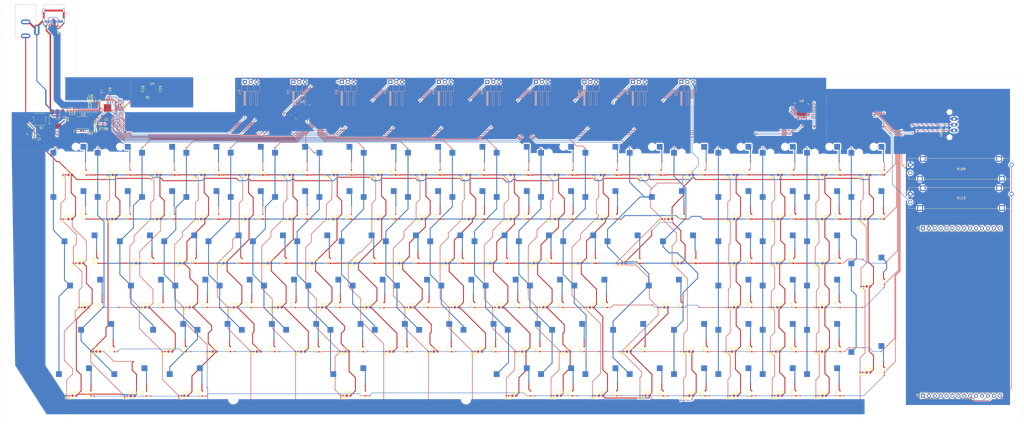
<source format=kicad_pcb>
(kicad_pcb (version 20241229) (generator "pcbnew") (generator_version "9.0")
  (title_block (title "McNulty Pad") (date "2024-11-15") (rev "1"))
  (layers (0 "F.Cu" signal) (2 "B.Cu" signal) (13 "F.Paste" user) (15 "B.Paste" user) (5 "F.SilkS" user "F.Silkscreen") (7 "B.SilkS" user "B.Silkscreen") (1 "F.Mask" user) (3 "B.Mask" user) (25 "Edge.Cuts" user))
  (net 0 "")
  (net 1 "GND")
  (net 2 "VBUS")
  (net 3 "VREG")
  (net 4 "+1V1")
  (net 5 "XIN")
  (net 6 "Net-(C16-Pad2)")
  (net 7 "Net-(D1-A)")
  (net 8 "R1")
  (net 9 "Net-(D2-A)")
  (net 10 "Net-(D3-A)")
  (net 11 "Net-(D4-A)")
  (net 12 "Net-(D5-A)")
  (net 13 "Net-(D6-A)")
  (net 14 "Net-(D7-A)")
  (net 15 "Net-(D8-A)")
  (net 16 "Net-(D9-A)")
  (net 17 "Net-(D10-A)")
  (net 18 "Net-(D11-A)")
  (net 19 "Net-(D12-A)")
  (net 20 "Net-(D13-A)")
  (net 21 "Net-(D14-A)")
  (net 22 "Net-(D15-A)")
  (net 23 "Net-(D16-A)")
  (net 24 "Net-(D17-A)")
  (net 25 "Net-(D18-A)")
  (net 26 "Net-(D19-A)")
  (net 27 "Net-(D20-A)")
  (net 28 "R2")
  (net 29 "Net-(D21-A)")
  (net 30 "Net-(D22-A)")
  (net 31 "Net-(D23-A)")
  (net 32 "Net-(D24-A)")
  (net 33 "Net-(D25-A)")
  (net 34 "Net-(D26-A)")
  (net 35 "Net-(D27-A)")
  (net 36 "Net-(D28-A)")
  (net 37 "Net-(D29-A)")
  (net 38 "Net-(D30-A)")
  (net 39 "Net-(D31-A)")
  (net 40 "Net-(D32-A)")
  (net 41 "Net-(D33-A)")
  (net 42 "Net-(D34-A)")
  (net 43 "Net-(D35-A)")
  (net 44 "Net-(D36-A)")
  (net 45 "Net-(D37-A)")
  (net 46 "R3")
  (net 47 "Net-(D38-A)")
  (net 48 "Net-(D39-A)")
  (net 49 "Net-(D40-A)")
  (net 50 "Net-(D41-A)")
  (net 51 "Net-(D42-A)")
  (net 52 "Net-(D43-A)")
  (net 53 "Net-(D44-A)")
  (net 54 "Net-(D45-A)")
  (net 55 "Net-(D46-A)")
  (net 56 "Net-(D47-A)")
  (net 57 "Net-(D48-A)")
  (net 58 "Net-(D49-A)")
  (net 59 "Net-(D50-A)")
  (net 60 "Net-(D51-A)")
  (net 61 "Net-(D52-A)")
  (net 62 "Net-(D53-A)")
  (net 63 "Net-(D54-A)")
  (net 64 "R4")
  (net 65 "Net-(D55-A)")
  (net 66 "Net-(D56-A)")
  (net 67 "Net-(D57-A)")
  (net 68 "Net-(D58-A)")
  (net 69 "Net-(D59-A)")
  (net 70 "Net-(D60-A)")
  (net 71 "Net-(D61-A)")
  (net 72 "Net-(D62-A)")
  (net 73 "Net-(D63-A)")
  (net 74 "Net-(D64-A)")
  (net 75 "Net-(D65-A)")
  (net 76 "Net-(D66-A)")
  (net 77 "Net-(D67-A)")
  (net 78 "Net-(D68-A)")
  (net 79 "Net-(D69-A)")
  (net 80 "Net-(D70-A)")
  (net 81 "Net-(D71-A)")
  (net 82 "Net-(D72-A)")
  (net 83 "R5")
  (net 84 "Net-(D73-A)")
  (net 85 "Net-(D74-A)")
  (net 86 "Net-(D75-A)")
  (net 87 "Net-(D76-A)")
  (net 88 "Net-(D77-A)")
  (net 89 "Net-(D78-A)")
  (net 90 "Net-(D79-A)")
  (net 91 "Net-(D80-A)")
  (net 92 "Net-(D81-A)")
  (net 93 "Net-(D82-A)")
  (net 94 "Net-(D83-A)")
  (net 95 "Net-(D84-A)")
  (net 96 "Net-(D85-A)")
  (net 97 "Net-(D86-A)")
  (net 98 "Net-(D87-A)")
  (net 99 "R6")
  (net 100 "Net-(D88-A)")
  (net 101 "Net-(D89-A)")
  (net 102 "Net-(D90-A)")
  (net 103 "Net-(D91-A)")
  (net 104 "Net-(D92-A)")
  (net 105 "Net-(D93-A)")
  (net 106 "Net-(D94-A)")
  (net 107 "Net-(D95-A)")
  (net 108 "Net-(D96-A)")
  (net 109 "Net-(D97-A)")
  (net 110 "Net-(D98-A)")
  (net 111 "Net-(D99-A)")
  (net 112 "Net-(D100-A)")
  (net 113 "Net-(D101-K)")
  (net 114 "+5V")
  (net 115 "Net-(D102-K)")
  (net 116 "Net-(D103-K)")
  (net 117 "Net-(D104-K)")
  (net 118 "Net-(D105-K)")
  (net 119 "Net-(D106-K)")
  (net 120 "Net-(D107-K)")
  (net 121 "Net-(D108-K)")
  (net 122 "Net-(D109-K)")
  (net 123 "Net-(D110-K)")
  (net 124 "Net-(D111-K)")
  (net 125 "Net-(D112-K)")
  (net 126 "Net-(D113-K)")
  (net 127 "Net-(D114-K)")
  (net 128 "Net-(D115-K)")
  (net 129 "Net-(D116-K)")
  (net 130 "Net-(D117-K)")
  (net 131 "Net-(D118-K)")
  (net 132 "Net-(D119-K)")
  (net 133 "Net-(D120-K)")
  (net 134 "Net-(D121-K)")
  (net 135 "Net-(D122-K)")
  (net 136 "Net-(D123-K)")
  (net 137 "Net-(D124-K)")
  (net 138 "Net-(D125-K)")
  (net 139 "Net-(D126-K)")
  (net 140 "Net-(D127-K)")
  (net 141 "Net-(D128-K)")
  (net 142 "Net-(D129-K)")
  (net 143 "Net-(D130-K)")
  (net 144 "Net-(D131-K)")
  (net 145 "Net-(D132-K)")
  (net 146 "Net-(D133-K)")
  (net 147 "Net-(D134-K)")
  (net 148 "Net-(D135-K)")
  (net 149 "Net-(D136-K)")
  (net 150 "Net-(D137-K)")
  (net 151 "Net-(D138-K)")
  (net 152 "Net-(D139-K)")
  (net 153 "Net-(D140-K)")
  (net 154 "Net-(D141-K)")
  (net 155 "Net-(D142-K)")
  (net 156 "Net-(D143-K)")
  (net 157 "Net-(D144-K)")
  (net 158 "Net-(D145-K)")
  (net 159 "Net-(D146-K)")
  (net 160 "Net-(D147-K)")
  (net 161 "Net-(D148-K)")
  (net 162 "Net-(D149-K)")
  (net 163 "Net-(D150-K)")
  (net 164 "Net-(D151-K)")
  (net 165 "Net-(D152-K)")
  (net 166 "Net-(D153-K)")
  (net 167 "Net-(D154-K)")
  (net 168 "Net-(D155-K)")
  (net 169 "Net-(D156-K)")
  (net 170 "Net-(D157-K)")
  (net 171 "Net-(D158-K)")
  (net 172 "Net-(D159-K)")
  (net 173 "Net-(D160-K)")
  (net 174 "Net-(D161-K)")
  (net 175 "Net-(D162-K)")
  (net 176 "Net-(D163-K)")
  (net 177 "Net-(D164-K)")
  (net 178 "Net-(D165-K)")
  (net 179 "Net-(D166-K)")
  (net 180 "Net-(D167-K)")
  (net 181 "Net-(D168-K)")
  (net 182 "Net-(D169-K)")
  (net 183 "Net-(D170-K)")
  (net 184 "Net-(D171-K)")
  (net 185 "Net-(D172-K)")
  (net 186 "Net-(D173-K)")
  (net 187 "Net-(D174-K)")
  (net 188 "Net-(D175-K)")
  (net 189 "Net-(D176-K)")
  (net 190 "Net-(D177-K)")
  (net 191 "Net-(D178-K)")
  (net 192 "Net-(D179-K)")
  (net 193 "Net-(D180-K)")
  (net 194 "Net-(D181-K)")
  (net 195 "Net-(D182-K)")
  (net 196 "Net-(D183-K)")
  (net 197 "Net-(D184-K)")
  (net 198 "Net-(D185-K)")
  (net 199 "Net-(D186-K)")
  (net 200 "Net-(D187-K)")
  (net 201 "Net-(D188-K)")
  (net 202 "Net-(D189-K)")
  (net 203 "Net-(D190-K)")
  (net 204 "Net-(D191-K)")
  (net 205 "Net-(D192-K)")
  (net 206 "Net-(D193-K)")
  (net 207 "Net-(D194-K)")
  (net 208 "Net-(D195-K)")
  (net 209 "Net-(D196-K)")
  (net 210 "Net-(D197-K)")
  (net 211 "Net-(D198-K)")
  (net 212 "Net-(D199-K)")
  (net 213 "Net-(D200-K)")
  (net 214 "USB_D-")
  (net 215 "USB_D+")
  (net 216 "TOUCH_INT")
  (net 217 "SPI_MOSI")
  (net 218 "SPI_MISO")
  (net 219 "SPI_DISPLAY_CS")
  (net 220 "SPI_TOUCH_CS")
  (net 221 "TOUCH_LED")
  (net 222 "SPI_SCK")
  (net 223 "DISPLAY_DC")
  (net 224 "SERVO_1")
  (net 225 "SERVO_2")
  (net 226 "SERVO_3")
  (net 227 "SERVO_4")
  (net 228 "SERVO_5")
  (net 229 "SERVO_6")
  (net 230 "SERVO_7")
  (net 231 "SERVO_8")
  (net 232 "SERVO_9")
  (net 233 "SERVO_10")
  (net 234 "XOUT")
  (net 235 "QSPI_SS")
  (net 236 "Net-(R2-Pad1)")
  (net 237 "Net-(U1-USB_DP)")
  (net 238 "Net-(U1-USB_DM)")
  (net 239 "SCL0")
  (net 240 "Net-(U7-D)")
  (net 241 "POT_1")
  (net 242 "POT_2")
  (net 243 "C1")
  (net 244 "C2")
  (net 245 "C3")
  (net 246 "C4")
  (net 247 "C5")
  (net 248 "C6")
  (net 249 "C7")
  (net 250 "C8")
  (net 251 "C9")
  (net 252 "C10")
  (net 253 "C11")
  (net 254 "C12")
  (net 255 "C13")
  (net 256 "C14")
  (net 257 "C15")
  (net 258 "C16")
  (net 259 "C17")
  (net 260 "C18")
  (net 261 "C19")
  (net 262 "QSPI_SCLK")
  (net 263 "LED_PWM")
  (net 264 "QSPI_SD3")
  (net 266 "QSPI_SD1")
  (net 267 "EA")
  (net 269 "QSPI_SD2")
  (net 271 "EB")
  (net 276 "QSPI_SD0")
  (net 278 "SDA0")
  (net 295 "Net-(J2-CC1)")
  (net 297 "Net-(J2-CC2)")
  (footprint "Diode_SMD:D_SOD-323" (layer "F.Cu") (at 147 113 90)
    (property "Reference" "D59")
    (property "Value" "D")
  )
  (footprint "LED_SMD:LED_0603_1608Metric" (layer "F.Cu") (at 312 95)
    (property "Reference" "D151")
    (property "Value" "LED")
  )
  (footprint "LED_SMD:LED_0603_1608Metric" (layer "F.Cu") (at 183.2125 76)
    (property "Reference" "D127")
    (property "Value" "LED")
  )
  (footprint "Resistor_SMD:R_0402_1005Metric" (layer "F.Cu") (at 204.6 133 180)
    (property "Reference" "R87")
    (property "Value" "680R")
  )
  (footprint "Resistor_SMD:R_0402_1005Metric" (layer "F.Cu") (at 305.09 76 180)
    (property "Reference" "R41")
    (property "Value" "680R")
  )
  (footprint "Diode_SMD:D_SOD-323" (layer "F.Cu") (at 171 56 90)
    (property "Reference" "D7")
    (property "Value" "D")
  )
  (footprint "LED_SMD:LED_0603_1608Metric" (layer "F.Cu") (at 98.2125 95)
    (property "Reference" "D140")
    (property "Value" "LED")
  )
  (footprint "Resistor_SMD:R_0402_1005Metric" (layer "F.Cu") (at 113.91 95 180)
    (property "Reference" "R49")
    (property "Value" "680R")
  )
  (footprint "Capacitor_SMD:C_0402_1005Metric" (layer "F.Cu") (at 60.92 23.5 180)
    (property "Reference" "C8")
    (property "Value" "100n" (hide yes))
  )
  (footprint "Resistor_SMD:R_0402_1005Metric" (layer "F.Cu") (at 219.09 76 180)
    (property "Reference" "R37")
    (property "Value" "680R")
  )
  (footprint "IRLML6344TRPBF:SOT95P240X112-3N" (layer "F.Cu") (at 33 39 -90)
    (property "Reference" "U7")
    (property "Value" "IRLML6344TRPBF")
  )
  (footprint "LED_SMD:LED_0603_1608Metric" (layer "F.Cu") (at 259.2125 76)
    (property "Reference" "D131")
    (property "Value" "LED")
  )
  (footprint "Resistor_SMD:R_0402_1005Metric" (layer "F.Cu") (at 371.09 76 180)
    (property "Reference" "R44")
    (property "Value" "680R")
  )
  (footprint "LED_SMD:LED_0603_1608Metric" (layer "F.Cu") (at 279 57)
    (property "Reference" "D113")
    (property "Value" "LED")
  )
  (footprint "Diode_SMD:D_SOD-323" (layer "F.Cu") (at 59 151 90)
    (property "Reference" "D88")
    (property "Value" "D")
  )
  (footprint "LED_SMD:LED_0603_1608Metric" (layer "F.Cu") (at 116.7875 95)
    (property "Reference" "D141")
    (property "Value" "LED")
  )
  (footprint "LED_SMD:LED_0603_1608Metric" (layer "F.Cu") (at 222.2125 76)
    (property "Reference" "D129")
    (property "Value" "LED")
  )
  (footprint "Diode_SMD:D_SOD-323" (layer "F.Cu") (at 343 132 90)
    (property "Reference" "D85")
    (property "Value" "D")
  )
  (footprint "LED_SMD:LED_0603_1608Metric" (layer "F.Cu") (at 374.177083 57)
    (property "Reference" "D118")
    (property "Value" "LED")
  )
  (footprint "LED_SMD:LED_0603_1608Metric" (layer "F.Cu") (at 93.2125 133)
    (property "Reference" "D173")
    (property "Value" "LED")
  )
  (footprint "LED_SMD:LED_0603_1608Metric" (layer "F.Cu") (at 336.10625 57)
    (property "Reference" "D116")
    (property "Value" "LED")
  )
  (footprint "MountingHole:MountingHole_2.2mm_M2" (layer "F.Cu") (at 24 160)
    (property "Reference" "REF**" (hide yes))
    (property "Value" "MountingHole_2.2mm_M2" (hide yes))
  )
  (footprint "Resistor_SMD:R_0402_1005Metric" (layer "F.Cu") (at 333.69 95 180)
    (property "Reference" "R60")
    (property "Value" "680R")
  )
  (footprint "Resistor_SMD:R_0402_1005Metric" (layer "F.Cu") (at 189.49 95 180)
    (property "Reference" "R53")
    (property "Value" "680R")
  )
  (footprint "Diode_SMD:D_SOD-323" (layer "F.Cu") (at 343 151 90)
    (property "Reference" "D97")
    (property "Value" "D")
  )
  (footprint "LED_SMD:LED_0603_1608Metric" (layer "F.Cu") (at 298.035417 57)
    (property "Reference" "D114")
    (property "Value" "LED")
  )
  (footprint "LED_SMD:LED_0603_1608Metric" (layer "F.Cu") (at 159.2125 114)
    (property "Reference" "D160")
    (property "Value" "LED")
  )
  (footprint "Package_DFN_QFN:QFN-28-1EP_6x6mm_P0.65mm_EP4.25x4.25mm" (layer "F.Cu") (at 364.4625 29.45)
    (property "Reference" "U6")
    (property "Value" "MCP23017 2")
  )
  (footprint "Diode_SMD:D_SOD-323" (layer "F.Cu") (at 195 132 90)
    (property "Reference" "D78")
    (property "Value" "D")
  )
  (footprint "LED_SMD:LED_0603_1608Metric" (layer "F.Cu") (at 240.2125 76)
    (property "Reference" "D130")
    (property "Value" "LED")
  )
  (footprint "LED_SMD:LED_0603_1608Metric" (layer "F.Cu") (at 100 152)
    (property "Reference" "D190")
    (property "Value" "LED")
  )
  (footprint "Resistor_SMD:R_0402_1005Metric" (layer "F.Cu") (at 217.69 57 180)
    (property "Reference" "R18")
    (property "Value" "680R")
  )
  (footprint "Resistor_SMD:R_0402_1005Metric" (layer "F.Cu") (at 351.89 114 180)
    (property "Reference" "R77")
    (property "Value" "680R")
  )
  (footprint "Resistor_SMD:R_0402_1005Metric" (layer "F.Cu") (at 256 76 180)
    (property "Reference" "R39")
    (property "Value" "680R")
  )
  (footprint "Resistor_SMD:R_0402_1005Metric" (layer "F.Cu") (at 314.31 152 180)
    (property "Reference" "R104")
    (property "Value" "680R")
  )
  (footprint "Resistor_SMD:R_0402_1005Metric" (layer "F.Cu") (at 261.31 133 180)
    (property "Reference" "R90")
    (property "Value" "680R")
  )
  (footprint "Diode_SMD:D_SOD-323" (layer "F.Cu") (at 69 132 90)
    (property "Reference" "D72")
    (property "Value" "D")
  )
  (footprint "Resistor_SMD:R_0402_1005Metric" (layer "F.Cu") (at 83.49 22.5)
    (property "Reference" "R1")
    (property "Value" "1k" (hide yes))
  )
  (footprint "Resistor_SMD:R_0402_1005Metric" (layer "F.Cu") (at 314.29 133 180)
    (property "Reference" "R92")
    (property "Value" "680R")
  )
  (footprint "Diode_SMD:D_SOD-323" (layer "F.Cu") (at 124 94 90)
    (property "Reference" "D41")
    (property "Value" "D")
  )
  (footprint "LED_SMD:LED_0603_1608Metric" (layer "F.Cu") (at 197.2125 114)
    (property "Reference" "D162")
    (property "Value" "LED")
  )
  (footprint "Capacitor_SMD:C_0402_1005Metric" (layer "F.Cu") (at 87.75 20 -90)
    (property "Reference" "C15")
    (property "Value" "15p" (hide yes))
  )
  (footprint "LED_SMD:LED_0603_1608Metric" (layer "F.Cu") (at 192.2125 95)
    (property "Reference" "D145")
    (property "Value" "LED")
  )
  (footprint "LED_SMD:LED_0603_1608Metric" (layer "F.Cu") (at 245.2125 133)
    (property "Reference" "D181")
    (property "Value" "LED")
  )
  (footprint "Resistor_SMD:R_0402_1005Metric" (layer "F.Cu") (at 85.09 57 180)
    (property "Reference" "R11")
    (property "Value" "680R")
  )
  (footprint "Diode_SMD:D_SOD-323" (layer "F.Cu") (at 166 113 90)
    (property "Reference" "D60")
    (property "Value" "D")
  )
  (footprint "LED_SMD:LED_0603_1608Metric" (layer "F.Cu") (at 274.2125 114)
    (property "Reference" "D166")
    (property "Value" "LED")
  )
  (footprint "Resistor_SMD:R_0402_1005Metric" (layer "F.Cu") (at 104.49 76 180)
    (property "Reference" "R31")
    (property "Value" "680R" (hide yes))
  )
  (footprint "Diode_SMD:D_SOD-323" (layer "F.Cu") (at 252 131.95 90)
    (property "Reference" "D81")
    (property "Value" "D")
  )
  (footprint "Diode_SMD:D_SOD-323" (layer "F.Cu") (at 76 56 90)
    (property "Reference" "D2")
    (property "Value" "D")
  )
  (footprint "Diode_SMD:D_SOD-323" (layer "F.Cu") (at 107 151.05 90)
    (property "Reference" "D90")
    (property "Value" "D")
  )
  (footprint "Resistor_SMD:R_0402_1005Metric" (layer "F.Cu") (at 295.49 152 180)
    (property "Reference" "R103")
    (property "Value" "680R")
  )
  (footprint "LED_SMD:LED_0603_1608Metric" (layer "F.Cu") (at 278.2125 152)
    (property "Reference" "D194")
    (property "Value" "LED")
  )
  (footprint "Resistor_SMD:R_0402_1005Metric" (layer "F.Cu") (at 332.69 57 180)
    (property "Reference" "R24")
    (property "Value" "680R")
  )
  (footprint "LED_SMD:LED_0603_1608Metric" (layer "F.Cu") (at 207.2125 133)
    (property "Reference" "D179")
    (property "Value" "LED")
  )
  (footprint "Resistor_SMD:R_0402_1005Metric" (layer "F.Cu") (at 275.29 57 180)
    (property "Reference" "R21")
    (property "Value" "680R")
  )
  (footprint "Diode_SMD:D_SOD-323" (layer "F.Cu") (at 247 56.05 90)
    (property "Reference" "D11")
    (property "Value" "D")
  )
  (footprint "Resistor_SMD:R_0402_1005Metric" (layer "F.Cu") (at 257.29 152 180)
    (property "Reference" "R101")
    (property "Value" "680R")
  )
  (footprint "LED_SMD:LED_0603_1608Metric" (layer "F.Cu") (at 77 152.2)
    (property "Reference" "D189")
    (property "Value" "LED")
  )
  (footprint "Diode_SMD:D_SOD-323" (layer "F.Cu") (at 276 93.95 90)
    (property "Reference" "D49")
    (property "Value" "D")
  )
  (footprint "Resistor_SMD:R_0402_1005Metric" (layer "F.Cu") (at 59.09 38.1 180)
    (property "Reference" "R2")
    (property "Value" "1k" (hide yes))
  )
  (footprint "Resistor_SMD:R_0402_1005Metric" (layer "F.Cu") (at 333.2 76 180)
    (property "Reference" "R42")
    (property "Value" "680R")
  )
  (footprint "Diode_SMD:D_SOD-323" (layer "F.Cu") (at 114 56 90)
    (property "Reference" "D4")
    (property "Value" "D")
  )
  (footprint "Resistor_SMD:R_0402_1005Metric" (layer "F.Cu") (at 371.29 114 180)
    (property "Reference" "R78")
    (property "Value" "680R")
  )
  (footprint "Resistor_SMD:R_0402_1005Metric" (layer "F.Cu") (at 390.49 105 180)
    (property "Reference" "R79")
    (property "Value" "680R")
  )
  (footprint "Resistor_SMD:R_0402_1005Metric" (layer "F.Cu") (at 46.6 76 180)
    (property "Reference" "R28")
    (property "Value" "680R" (hide yes))
  )
  (footprint "LED_SMD:LED_0603_1608Metric" (layer "F.Cu") (at 288 95)
    (property "Reference" "D150")
    (property "Value" "LED")
  )
  (footprint "Diode_SMD:D_SOD-323" (layer "F.Cu") (at 152 75 90)
    (property "Reference" "D25")
    (property "Value" "D")
  )
  (footprint "Resistor_SMD:R_0402_1005Metric" (layer "F.Cu") (at 232.2 114 180)
    (property "Reference" "R72")
    (property "Value" "680R")
  )
  (footprint "Resistor_SMD:R_0402_1005Metric" (layer "F.Cu") (at 59.51 133 180)
    (property "Reference" "R80")
    (property "Value" "680R")
  )
  (footprint "Diode_SMD:D_SOD-323" (layer "F.Cu") (at 209 75 90)
    (property "Reference" "D28")
    (property "Value" "D")
  )
  (footprint "Diode_SMD:D_SOD-323" (layer "F.Cu") (at 262 113 90)
    (property "Reference" "D65")
    (property "Value" "D")
  )
  (footprint "Resistor_SMD:R_0402_1005Metric" (layer "F.Cu") (at 389.4 76 180)
    (property "Reference" "R45")
    (property "Value" "680R")
  )
  (footprint "Diode_SMD:D_SOD-323" (layer "F.Cu") (at 224 113 90)
    (property "Reference" "D63")
    (property "Value" "D")
  )
  (footprint "LED_SMD:LED_0603_1608Metric" (layer "F.Cu") (at 241 152)
    (property "Reference" "D192")
    (property "Value" "LED")
  )
  (footprint "LED_SMD:LED_0603_1608Metric" (layer "F.Cu") (at 62.2125 133)
    (property "Reference" "D172")
    (property "Value" "LED")
  )
  (footprint "Resistor_SMD:R_0402_1005Metric" (layer "F.Cu") (at 180.09 57.02 180)
    (property "Reference" "R16")
    (property "Value" "680R")
  )
  (footprint "LED_SMD:LED_0603_1608Metric" (layer "F.Cu") (at 355.2125 152)
    (property "Reference" "D198")
    (property "Value" "LED")
  )
  (footprint "LED_SMD:LED_0603_1608Metric" (layer "F.Cu") (at 374 133)
    (property "Reference" "D187")
    (property "Value" "LED")
  )
  (footprint "LED_SMD:LED_0603_1608Metric" (layer "F.Cu") (at 317 133)
    (property "Reference" "D184")
    (property "Value" "LED")
  )
  (footprint "Resistor_SMD:R_0402_1005Metric" (layer "F.Cu") (at 175.49 114 180)
    (property "Reference" "R69")
    (property "Value" "680R")
  )
  (footprint "Diode_SMD:D_SOD-323" (layer "F.Cu") (at 381 56 90)
    (property "Reference" "D18")
    (property "Value" "D")
  )
  (footprint "EC10E1220501:TRIM_EC10E1220501" (layer "F.Cu") (at 430 35.4 90)
    (property "Reference" "SW101")
    (property "Value" "RotaryEncoder")
  )
  (footprint "Diode_SMD:D_SOD-323" (layer "F.Cu") (at 381 94 90)
    (property "Reference" "D54")
    (property "Value" "D")
  )
  (footprint "Diode_SMD:D_SOD-323" (layer "F.Cu") (at 86 94 90)
    (property "Reference" "D39")
    (property "Value" "D")
  )
  (footprint "LED_SMD:LED_0603_1608Metric" (layer "F.Cu") (at 335.2125 133)
    (property "Reference" "D185")
    (property "Value" "LED")
  )
  (footprint "Diode_SMD:D_SOD-323" (layer "F.Cu") (at 343 94 90)
    (property "Reference" "D52")
    (property "Value" "D")
  )
  (footprint "LED_SMD:LED_0603_1608Metric" (layer "F.Cu") (at 121.2125 114)
    (property "Reference" "D158")
    (property "Value" "LED")
  )
  (footprint "Diode_SMD:D_SOD-323" (layer "F.Cu") (at 204 112.95 90)
    (property "Reference" "D62")
    (property "Value" "D")
  )
  (footprint "Resistor_SMD:R_0402_1005Metric" (layer "F.Cu") (at 332.49 133 180)
    (property "Reference" "R93")
    (property "Value" "680R")
  )
  (footprint "Diode_SMD:D_SOD-323" (layer "F.Cu") (at 362 151 90)
    (property "Reference" "D98")
    (property "Value" "D")
  )
  (footprint "Diode_SMD:D_SOD-323" (layer "F.Cu") (at 295 94 90)
    (property "Reference" "D50")
    (property "Value" "D")
  )
  (footprint "LED_SMD:LED_0603_1608Metric" (layer "F.Cu") (at 150.2125 133)
    (property "Reference" "D176")
    (property "Value" "LED")
  )
  (footprint "LED_SMD:LED_0603_1608Metric" (layer "F.Cu") (at 135.7875 95)
    (property "Reference" "D142")
    (property "Value" "LED")
  )
  (footprint "LED_SMD:LED_0603_1608Metric" (layer "F.Cu") (at 336.2125 152)
    (property "Reference" "D197")
    (property "Value" "LED")
  )
  (footprint "LED_SMD:LED_0603_1608Metric" (layer "F.Cu") (at 354.7875 114)
    (property "Reference" "D169")
    (property "Value" "LED")
  )
  (footprint "Diode_SMD:D_SOD-323" (layer "F.Cu") (at 266 75 90)
    (property "Reference" "D31")
    (property "Value" "D")
  )
  (footprint "LED_SMD:LED_0603_1608Metric" (layer "F.Cu") (at 279.3875 76)
    (property "Reference" "D132")
    (property "Value" "LED")
  )
  (footprint "Diode_SMD:D_SOD-323" (layer "F.Cu") (at 257 94 90)
    (property "Reference" "D48")
    (property "Value" "D")
  )
  (footprint "Diode_SMD:D_SOD-323" (layer "F.Cu") (at 233 132 90)
    (property "Reference" "D80")
    (property "Value" "D")
  )
  (footprint "Diode_SMD:D_SOD-323" (layer "F.Cu") (at 343 75 90)
    (property "Reference" "D34")
    (property "Value" "D")
  )
  (footprint "Resistor_SMD:R_0402_1005Metric" (layer "F.Cu") (at 198.8 57 180)
    (property "Reference" "R17")
    (property "Value" "680R")
  )
  (footprint "Diode_SMD:D_SOD-323" (layer "F.Cu") (at 190 75 90)
    (property "Reference" "D27")
    (property "Value" "D")
  )
  (footprint "PTA3043-2010CIB103:TRIM_PTA3043-2010CIB103" (layer "F.Cu") (at 432.9 67)
    (property "Reference" "R110")
    (property "Value" "PTA3043-2010CIB103")
  )
  (footprint "Diode_SMD:D_SOD-323" (layer "F.Cu") (at 228 56 90)
    (property "Reference" "D10")
    (property "Value" "D")
  )
  (footprint "LED_SMD:LED_0603_1608Metric" (layer "F.Cu") (at 374 114)
    (property "Reference" "D170")
    (property "Value" "LED")
  )
  (footprint "Resistor_SMD:R_0402_1005Metric" (layer "F.Cu") (at 109.49 133 180)
    (property "Reference" "R82")
    (property "Value" "680R")
  )
  (footprint "Diode_SMD:D_SOD-323" (layer "F.Cu") (at 400 74.95 90)
    (property "Reference" "D37")
    (property "Value" "D")
  )
  (footprint "Diode_SMD:D_SOD-323" (layer "F.Cu") (at 214 132 90)
    (property "Reference" "D79")
    (property "Value" "D")
  )
  (footprint "LED_SMD:LED_0603_1608Metric" (layer "F.Cu") (at 354.7875 95)
    (property "Reference" "D153")
    (property "Value" "LED")
  )
  (footprint "Capacitor_SMD:C_0402_1005Metric" (layer "F.Cu") (at 63.6 23.1 90)
    (property "Reference" "C7")
    (property "Value" "100n" (hide yes))
  )
  (footprint "Resistor_SMD:R_0402_1005Metric" (layer "F.Cu") (at 266.29 95 180)
    (property "Reference" "R57")
    (property "Value" "680R")
  )
  (footprint "Resistor_SMD:R_0402_1005Metric" (layer "F.Cu") (at 66.4 76 180)
    (property "Reference" "R29")
    (property "Value" "680R" (hide yes))
  )
  (footprint "MountingHole:MountingHole_2.2mm_M2" (layer "F.Cu") (at 456 18)
    (property "Reference" "REF**" (hide yes))
    (property "Value" "MountingHole_2.2mm_M2" (hide yes))
  )
  (footprint "Resistor_SMD:R_0402_1005Metric" (layer "F.Cu") (at 333.49 114 180)
    (property "Reference" "R76")
    (property "Value" "680R")
  )
  (footprint "LED_SMD:LED_0603_1608Metric" (layer "F.Cu") (at 126.2125 76)
    (property "Reference" "D124")
    (property "Value" "LED" (hide yes))
  )
  (footprint "Diode_SMD:D_SOD-323" (layer "F.Cu") (at 181 94 90)
    (property "Reference" "D44")
    (property "Value" "D")
  )
  (footprint "LED_SMD:LED_0603_1608Metric" (layer "F.Cu") (at 306.2125 114)
    (property "Reference" "D167")
    (property "Value" "LED")
  )
  (footprint "Diode_SMD:D_SOD-323" (layer "F.Cu") (at 57 74.95 90)
    (property "Reference" "D20")
    (property "Value" "D")
  )
  (footprint "Diode_SMD:D_SOD-323" (layer "F.Cu") (at 281 113 90)
    (property "Reference" "D66")
    (property "Value" "D")
  )
  (footprint "Diode_SMD:D_SOD-323" (layer "F.Cu") (at 76 74.95 90)
    (property "Reference" "D21")
    (property "Value" "D")
  )
  (footprint "Resistor_SMD:R_0402_1005Metric" (layer "F.Cu") (at 41.1 -6.575 -90)
    (property "Reference" "R6")
    (property "Value" "5.1k" (hide yes))
  )
  (footprint "Diode_SMD:D_SOD-323" (layer "F.Cu") (at 323 151 90)
    (property "Reference" "D96")
    (property "Value" "D")
  )
  (footprint "Resistor_SMD:R_0402_1005Metric" (layer "F.Cu") (at 285.29 95 180)
    (property "Reference" "R58")
    (property "Value" "680R")
  )
  (footprint "LED_SMD:LED_0603_1608Metric" (layer "F.Cu") (at 188.2125 133)
    (property "Reference" "D178")
    (property "Value" "LED")
  )
  (footprint "Diode_SMD:D_SOD-323" (layer "F.Cu") (at 362 113 90)
    (property "Reference" "D69")
    (property "Value" "D")
  )
  (footprint "LED_SMD:LED_0603_1608Metric" (layer "F.Cu") (at 112.2125 133)
    (property "Reference" "D174")
    (property "Value" "LED")
  )
  (footprint "Resistor_SMD:R_0402_1005Metric" (layer "F.Cu") (at 351.69 57 180)
    (property "Reference" "R25")
    (property "Value" "680R")
  )
  (footprint "Resistor_SMD:R_0402_1005Metric" (layer "F.Cu") (at 142.2 76 180)
    (property "Reference" "R33")
    (property "Value" "680R")
  )
  (footprint "Resistor_SMD:R_0402_1005Metric" (layer "F.Cu") (at 160.69 76 180)
    (property "Reference" "R34")
    (property "Value" "680R")
  )
  (footprint "Resistor_SMD:R_0402_1005Metric" (layer "F.Cu") (at 371.29 133 180)
    (property "Reference" "R95")
    (property "Value" "680R")
  )
  (footprint "Resistor_SMD:R_0402_1005Metric" (layer "F.Cu") (at 52 95 180)
    (property "Reference" "R46")
    (property "Value" "680R")
  )
  (footprint "LED_SMD:LED_0603_1608Metric" (layer "F.Cu") (at 317.070833 57)
    (property "Reference" "D115")
    (property "Value" "LED")
  )
  (footprint "Diode_SMD:D_SOD-323" (layer "F.Cu") (at 362 75 90)
    (property "Reference" "D35")
    (property "Value" "D")
  )
  (footprint "Diode_SMD:D_SOD-323" (layer "F.Cu") (at 324 132 90)
    (property "Reference" "D84")
    (property "Value" "D")
  )
  (footprint "LED_SMD:LED_0603_1608Metric" (layer "F.Cu") (at 336.2125 114)
    (property "Reference" "D168")
    (property "Value" "LED")
  )
  (footprint "LED_SMD:LED_0603_1608Metric" (layer "F.Cu") (at 317 152)
    (property "Reference" "D196")
    (property "Value" "LED")
  )
  (footprint "Diode_SMD:D_SOD-323" (layer "F.Cu") (at 381 75 90)
    (property "Reference" "D36")
    (property "Value" "D")
  )
  (footprint "Resistor_SMD:R_0402_1005Metric" (layer "F.Cu") (at 151.91 95 180)
    (property "Reference" "R51")
    (property "Value" "680R")
  )
  (footprint "LED_SMD:LED_0603_1608Metric" (layer "F.Cu") (at 374.2125 95)
    (property "Reference" "D154")
    (property "Value" "LED")
  )
  (footprint "Resistor_SMD:R_0402_1005Metric" (layer "F.Cu") (at 47.49 57 180)
    (property "Reference" "R9")
    (property "Value" "680R" (hide yes))
  )
  (footprint "LED_SMD:LED_0603_1608Metric" (layer "F.Cu") (at 260.2125 152)
    (property "Reference" "D193")
    (property "Value" "LED")
  )
  (footprint "Resistor_SMD:R_0402_1005Metric" (layer "F.Cu") (at 137.49 114 180)
    (property "Reference" "R67")
    (property "Value" "680R")
  )
  (footprint "Resistor_SMD:R_0402_1005Metric" (layer "F.Cu") (at 351.89 95 180)
    (property "Reference" "R61")
    (property "Value" "680R")
  )
  (footprint "Diode_SMD:D_SOD-323" (layer "F.Cu") (at 266 56.05 90)
    (property "Reference" "D12")
    (property "Value" "D")
  )
  (footprint "Resistor_SMD:R_0402_1005Metric" (layer "F.Cu") (at 247.51 95 180)
    (property "Reference" "R56")
    (property "Value" "680R")
  )
  (footprint "LED_SMD:LED_0603_1608Metric" (layer "F.Cu") (at 50.2125 76)
    (property "Reference" "D120")
    (property "Value" "LED" (hide yes))
  )
  (footprint "Resistor_SMD:R_0402_1005Metric" (layer "F.Cu") (at 255.51 57 180)
    (property "Reference" "R20")
    (property "Value" "680R")
  )
  (footprint "LED_SMD:LED_0603_1608Metric" (layer "F.Cu") (at 57.2125 114)
    (property "Reference" "D155")
    (property "Value" "LED")
  )
  (footprint "Diode_SMD:D_SOD-323" (layer "F.Cu") (at 271 131.95 90)
    (property "Reference" "D82")
    (property "Value" "D")
  )
  (footprint "Resistor_SMD:R_0402_1005Metric" (layer "F.Cu") (at 54.49 114 180)
    (property "Reference" "R63")
    (property "Value" "680R")
  )
  (footprint "Resistor_SMD:R_0402_1005Metric" (layer "F.Cu") (at 63.49 36)
    (property "Reference" "R7")
    (property "Value" "4.7k" (hide yes))
  )
  (footprint "LED_SMD:LED_0603_1608Metric" (layer "F.Cu") (at 336.2125 76)
    (property "Reference" "D134")
    (property "Value" "LED")
  )
  (footprint "Resistor_SMD:R_0402_1005Metric" (layer "F.Cu") (at 370.89 57 180)
    (property "Reference" "R26")
    (property "Value" "680R")
  )
  (footprint "Diode_SMD:D_SOD-323" (layer "F.Cu") (at 62.05 94 90)
    (property "Reference" "D38")
    (property "Value" "D")
  )
  (footprint "Diode_SMD:D_SOD-323" (layer "F.Cu") (at 209 56 90)
    (property "Reference" "D9")
    (property "Value" "D")
  )
  (footprint "Diode_SMD:D_SOD-323" (layer "F.Cu") (at 381 113 90)
    (property "Reference" "D70")
    (property "Value" "D")
  )
  (footprint "Diode_SMD:D_SOD-323" (layer "F.Cu") (at 297 131.95 90)
    (property "Reference" "D83")
    (property "Value" "D")
  )
  (footprint "LED_SMD:LED_0603_1608Metric" (layer "F.Cu") (at 254.2125 114)
    (property "Reference" "D165")
    (property "Value" "LED")
  )
  (footprint "LED_SMD:LED_0603_1608Metric" (layer "F.Cu") (at 83.2125 114)
    (property "Reference" "D156")
    (property "Value" "LED")
  )
  (footprint "Resistor_SMD:R_0402_1005Metric" (layer "F.Cu") (at 371.09 152 180)
    (property "Reference" "R107")
    (property "Value" "680R")
  )
  (footprint "LED_SMD:LED_0603_1608Metric" (layer "F.Cu") (at 145.234318 57)
    (property "Reference" "D106")
    (property "Value" "LED")
  )
  (footprint "Diode_SMD:D_SOD-323" (layer "F.Cu") (at 247 74.95 90)
    (property "Reference" "D30")
    (property "Value" "D")
  )
  (footprint "Diode_SMD:D_SOD-323" (layer "F.Cu") (at 305 151.05 90)
    (property "Reference" "D95")
    (property "Value" "D")
  )
  (footprint "Diode_SMD:D_SOD-323" (layer "F.Cu") (at 381 132 90)
    (property "Reference" "D87")
    (property "Value" "D")
  )
  (footprint "LED_SMD:LED_0603_1608Metric" (layer "F.Cu") (at 354.2125 133)
    (property "Reference" "D186")
    (property "Value" "LED")
  )
  (footprint "Resistor_SMD:R_0402_1005Metric" (layer "F.Cu") (at 85.29 76 180)
    (property "Reference" "R30")
    (property "Value" "680R" (hide yes))
  )
  (footprint "Diode_SMD:D_SOD-323" (layer "F.Cu") (at 152 56 90)
    (property "Reference" "D6")
    (property "Value" "D")
  )
  (footprint "Diode_SMD:D_SOD-323" (layer "F.Cu") (at 185 113.05 90)
    (property "Reference" "D61")
    (property "Value" "D")
  )
  (footprint "Resistor_SMD:R_0402_1005Metric" (layer "F.Cu") (at 390.09 142 180)
    (property "Reference" "R108")
    (property "Value" "680R")
  )
  (footprint "Resistor_SMD:R_0402_1005Metric" (layer "F.Cu") (at 180.29 76 180)
    (property "Reference" "R35")
    (property "Value" "680R")
  )
  (footprint "Resistor_SMD:R_0402_1005Metric" (layer "F.Cu") (at 133 95 180)
    (property "Reference" "R50")
    (property "Value" "680R")
  )
  (footprint "LED_SMD:LED_0603_1608Metric" (layer "F.Cu") (at 355.141667 57)
    (property "Reference" "D117")
    (property "Value" "LED")
  )
  (footprint "Capacitor_SMD:C_0402_1005Metric" (layer "F.Cu") (at 67.2 22.02 90)
    (property "Reference" "C6")
    (property "Value" "100n" (hide yes))
  )
  (footprint "Diode_SMD:D_SOD-323" (layer "F.Cu") (at 133 75 90)
    (property "Reference" "D24")
    (property "Value" "D")
  )
  (footprint "LED_SMD:LED_0603_1608Metric" (layer "F.Cu") (at 202.223409 57)
    (property "Reference" "D109")
    (property "Value" "LED")
  )
  (footprint "Diode_SMD:D_SOD-323" (layer "F.Cu") (at 343 113 90)
    (property "Reference" "D68")
    (property "Value" "D")
  )
  (footprint "Diode_SMD:D_SOD-323" (layer "F.Cu") (at 83 151.05 90)
    (property "Reference" "D89")
    (property "Value" "D")
  )
  (footprint "LED_SMD:LED_0603_1608Metric" (layer "F.Cu") (at 231.2125 95)
    (property "Reference" "D147")
    (property "Value" "LED")
  )
  (footprint "LED_SMD:LED_0603_1608Metric" (layer "F.Cu") (at 173.2125 95)
    (property "Reference" "D144")
    (property "Value" "LED")
  )
  (footprint "LED_SMD:LED_0603_1608Metric" (layer "F.Cu") (at 269 95)
    (property "Reference" "D149")
    (property "Value" "LED")
  )
  (footprint "Package_TO_SOT_SMD:SOT-223-3_TabPin2" (layer "F.Cu") (at 44.6 33 -90)
    (property "Reference" "U2")
    (property "Value" "NCP1117-3.3_SOT223")
  )
  (footprint "LED_SMD:LED_0603_1608Metric" (layer "F.Cu") (at 212.2125 95)
    (property "Reference" "D146")
    (property "Value" "LED")
  )
  (footprint "Diode_SMD:D_SOD-323" (layer "F.Cu") (at 64 113 90)
    (property "Reference" "D55")
    (property "Value" "D")
  )
  (footprint "Diode_SMD:D_SOD-323" (layer "F.Cu") (at 95 56 90)
    (property "Reference" "D3")
    (property "Value" "D")
  )
  (footprint "Resistor_SMD:R_0402_1005Metric" (layer "F.Cu") (at 370.8 95 180)
    (property "Reference" "R62")
    (property "Value" "680R")
  )
  (footprint "LED_SMD:LED_0603_1608Metric" (layer "F.Cu") (at 164 76)
    (property "Reference" "D126")
    (property "Value" "LED")
  )
  (footprint "Resistor_SMD:R_0402_1005Metric" (layer "F.Cu") (at 271.49 114 180)
    (property "Reference" "R74")
    (property "Value" "680R")
  )
  (footprint "Resistor_SMD:R_0402_1005Metric" (layer "F.Cu") (at 199.29 76 180)
    (property "Reference" "R36")
    (property "Value" "680R")
  )
  (footprint "Resistor_SMD:R_0402_1005Metric" (layer "F.Cu") (at 313.89 57 180)
    (property "Reference" "R23")
    (property "Value" "680R")
  )
  (footprint "Resistor_SMD:R_0402_1005Metric" (layer "F.Cu") (at 209.6 95 180)
    (property "Reference" "R54")
    (property "Value" "680R")
  )
  (footprint "LED_SMD:LED_0603_1608Metric" (layer "F.Cu") (at 183.227045 57)
    (property "Reference" "D108")
    (property "Value" "LED")
  )
  (footprint "Diode_SMD:D_SOD-323" (layer "F.Cu") (at 100 131.95 90)
    (property "Reference" "D73")
    (property "Value" "D")
  )
  (footprint "LED_SMD:LED_0603_1608Metric" (layer "F.Cu") (at 69.248864 57)
    (property "Reference" "D102")
    (property "Value" "LED" (hide yes))
  )
  (footprint "Capacitor_SMD:C_0402_1005Metric" (layer "F.Cu") (at 82.5 20.02 -90)
    (property "Reference" "C16")
    (property "Value" "15p" (hide yes))
  )
  (footprint "Resistor_SMD:R_0402_1005Metric" (layer "F.Cu") (at 60.65 27.5)
    (property "Reference" "R3")
    (property "Value" "27.4" (hide yes))
  )
  (footprint "Diode_SMD:D_SOD-323" (layer "F.Cu") (at 200 94 90)
    (property "Reference" "D45")
    (property "Value" "D")
  )
  (footprint "LED_SMD:LED_0603_1608Metric" (layer "F.Cu") (at 226.2125 133)
    (property "Reference" "D180")
    (property "Value" "LED")
  )
  (footprint "MountingHole:MountingHole_2.2mm_M2" (layer "F.Cu") (at 455 159)
    (property "Reference" "REF**" (hide yes))
    (property "Value" "MountingHole_2.2mm_M2" (hide yes))
  )
  (footprint "Diode_SMD:D_SOD-323" (layer "F.Cu") (at 219 94 90)
    (property "Reference" "D46")
    (property "Value" "D")
  )
  (footprint "Resistor_SMD:R_0402_1005Metric" (layer "F.Cu") (at 351.49 133 180)
    (property "Reference" "R94")
    (property "Value" "680R")
  )
  (footprint "Diode_SMD:D_SOD-323" (layer "F.Cu") (at 90 113 90)
    (property "Reference" "D56")
    (property "Value" "D")
  )
  (footprint "Resistor_SMD:R_0402_1005Metric" (layer "F.Cu") (at 49.09 152 180)
    (property "Reference" "R96")
    (property "Value" "680R")
  )
  (footprint "LED_SMD:LED_0603_1608Metric" (layer "F.Cu") (at 126.237955 57)
    (property "Reference" "D105")
    (property "Value" "LED" (hide yes))
  )
  (footprint "LED_SMD:LED_0603_1608Metric" (layer "F.Cu") (at 216.2125 114)
    (property "Reference" "D163")
    (property "Value" "LED")
  )
  (footprint "Resistor_SMD:R_0402_1005Metric" (layer "F.Cu") (at 90.29 133 180)
    (property "Reference" "R81")
    (property "Value" "680R")
  )
  (footprint "Resistor_SMD:R_0402_1005Metric" (layer "F.Cu") (at 303.29 114 180)
    (property "Reference" "R75")
    (property "Value" "680R")
  )
  (footprint "Resistor_SMD:R_0402_1005Metric" (layer "F.Cu") (at 333.29 152 180)
    (property "Reference" "R105")
    (property "Value" "680R")
  )
  (footprint "Diode_SMD:D_SOD-323" (layer "F.Cu") (at 342 55.95 90)
    (property "Reference" "D16")
    (property "Value" "D")
  )
  (footprint "Diode_SMD:D_SOD-323" (layer "F.Cu") (at 266 151 90)
    (property "Reference" "D93")
    (property "Value" "D")
  )
  (footprint "Diode_SMD:D_SOD-323" (layer "F.Cu") (at 361 56 90)
    (property "Reference" "D17")
    (property "Value" "D")
  )
  (footprint "Capacitor_SMD:C_0402_1005Metric" (layer "F.Cu") (at 71.6 27.8)
    (property "Reference" "C5")
    (property "Value" "100n" (hide yes))
  )
  (footprint "Resistor_SMD:R_0402_1005Metric" (layer "F.Cu") (at 309.29 95 180)
    (property "Reference" "R59")
    (property "Value" "680R")
  )
  (footprint "Diode_SMD:D_SOD-323" (layer "F.Cu") (at 157 132.05 90)
    (property "Reference" "D76")
    (property "Value" "D")
  )
  (footprint "Capacitor_SMD:C_0402_1005Metric" (layer "F.Cu") (at 60.92 25.5)
    (property "Reference" "C11")
    (property "Value" "1u" (hide yes))
  )
  (footprint "LED_SMD:LED_0603_1608Metric" (layer "F.Cu") (at 50.2125 57)
    (property "Reference" "D101")
    (property "Value" "LED" (hide yes))
  )
  (footprint "W25Q128JVSIQ:SOIC127P790X216-8N" (layer "F.Cu") (at 55.385 34.5 180)
    (property "Reference" "U3")
    (property "Value" "W25Q128JVS")
  )
  (footprint "Capacitor_SMD:C_0402_1005Metric" (layer "F.Cu") (at 52.26 28.45 180)
    (property "Reference" "C9")
    (property "Value" "100n" (hide yes))
  )
  (footprint "Resistor_SMD:R_0402_1005Metric" (layer "F.Cu") (at 76.29 95 180)
    (property "Reference" "R47")
    (property "Value" "680R")
  )
  (footprint "LED_SMD:LED_0603_1608Metric" (layer "F.Cu") (at 102.2125 114)
    (property "Reference" "D157")
    (property "Value" "LED")
  )
  (footprint "LED_SMD:LED_0603_1608Metric" (layer "F.Cu") (at 298.2125 152)
    (property "Reference" "D195")
    (property "Value" "LED")
  )
  (footprint "LED_SMD:LED_0603_1608Metric" (layer "F.Cu") (at 235.2125 114)
    (property "Reference" "D164")
    (property "Value" "LED")
  )
  (footprint "Diode_SMD:D_SOD-323" (layer "F.Cu") (at 319 94 90)
    (property "Reference" "D51")
    (property "Value" "D")
  )
  (footprint "PTA3043-2010CIB103:TRIM_PTA3043-2010CIB103" (layer "F.Cu") (at 432.9 54.4)
    (property "Reference" "R109")
    (property "Value" "PTA3043-2010CIB103")
  )
  (footprint "Resistor_SMD:R_0402_1005Metric" (layer "F.Cu") (at 141.8 57 180)
    (property "Reference" "R14")
    (property "Value" "680R")
  )
  (footprint "Diode_SMD:D_SOD-323" (layer "F.Cu") (at 285 74.95 90)
    (property "Reference" "D32")
    (property "Value" "D")
  )
  (footprint "Resistor_SMD:R_0402_1005Metric" (layer "F.Cu") (at 237.09 76 180)
    (property "Reference" "R38")
    (property "Value" "680R")
  )
  (footprint "Resistor_SMD:R_0402_1005Metric" (layer "F.Cu") (at 60.64 26.5)
    (property "Reference" "R4")
    (property "Value" "27.4" (hide yes))
  )
  (footprint "Diode_SMD:D_SOD-323" (layer "F.Cu") (at 190 56 90)
    (property "Reference" "D8")
    (property "Value" "D")
  )
  (footprint "Diode_SMD:D_SOD-323" (layer "F.Cu") (at 285 151 90)
    (property "Reference" "D94")
    (property "Value" "D")
  )
  (footprint "Diode_SMD:D_SOD-323" (layer "F.Cu") (at 314 75 90)
    (property "Reference" "D33")
    (property "Value" "D")
  )
  (footprint "LED_SMD:LED_0603_1608Metric" (layer "F.Cu") (at 259.2125 57)
    (property "Reference" "D112")
    (property "Value" "LED")
  )
  (footprint "Resistor_SMD:R_0402_1005Metric" (layer "F.Cu") (at 97.29 152 180)
    (property "Reference" "R98")
    (property "Value" "680R")
  )
  (footprint "Resistor_SMD:R_0402_1005Metric" (layer "F.Cu") (at 74.09 152.2 180)
    (property "Reference" "R97")
    (property "Value" "680R")
  )
  (footprint "Resistor_SMD:R_0402_1005Metric" (layer "F.Cu") (at 147.49 133 180)
    (property "Reference" "R84")
    (property "Value" "680R")
  )
  (footprint "Diode_SMD:D_SOD-323" (layer "F.Cu") (at 361 94 90)
    (property "Reference" "D53")
    (property "Value" "D")
  )
  (footprint "Capacitor_SMD:C_0402_1005Metric" (layer "F.Cu") (at 63.25 33.4 -90)
    (property "Reference" "C3")
    (property "Value" "100n" (hide yes))
  )
  (footprint "LED_SMD:LED_0603_1608Metric" (layer "F.Cu") (at 107.241591 57)
    (property "Reference" "D104")
    (property "Value" "LED" (hide yes))
  )
  (footprint "LED_SMD:LED_0603_1608Metric" (layer "F.Cu") (at 264.2125 133)
    (property "Reference" "D182")
    (property "Value" "LED")
  )
  (footprint "Resistor_SMD:R_0402_1005Metric" (layer "F.Cu") (at 223.49 133 180)
    (property "Reference" "R88")
    (property "Value" "680R")
  )
  (footprint "Resistor_SMD:R_0402_1005Metric" (layer "F.Cu") (at 44.85 -6.44 -90)
    (property "Reference" "R5")
    (property "Value" "5.1k" (hide yes))
  )
  (footprint "LED_SMD:LED_0603_1608Metric" (layer "F.Cu") (at 393.2125 57)
    (property "Reference" "D119")
    (property "Value" "LED")
  )
  (footprint "LED_SMD:LED_0603_1608Metric" (layer "F.Cu") (at 290.2125 133)
    (property "Reference" "D183")
    (property "Value" "LED")
  )
  (footprint "Diode_SMD:D_SOD-323" (layer "F.Cu") (at 57 56 90)
    (property "Reference" "D1")
    (property "Value" "D")
  )
  (footprint "Resistor_SMD:R_0402_1005Metric" (layer "F.Cu") (at 287.49 133 180)
    (property "Reference" "R91")
    (property "Value" "680R")
  )
  (footprint "Diode_SMD:D_SOD-323" (layer "F.Cu") (at 177 151 90)
    (property "Reference" "D91")
    (property "Value" "D")
  )
  (footprint "Resistor_SMD:R_0402_1005Metric" (layer "F.Cu") (at 66.49 57 180)
    (property "Reference" "R10")
    (property "Value" "680R" (hide yes))
  )
  (footprint "Resistor_SMD:R_0402_1005Metric" (layer "F.Cu") (at 160.89 57.02 180)
    (property "Reference" "R15")
    (property "Value" "680R")
  )
  (footprint "Diode_SMD:D_SOD-323" (layer "F.Cu") (at 400 103 90)
    (property "Reference" "D71")
    (property "Value" "D")
  )
  (footprint "Capacitor_SMD:C_0402_1005Metric" (layer "F.Cu") (at 55.37 38.17)
    (property "Reference" "C14")
    (property "Value" "100n" (hide yes))
  )
  (footprint "LED_SMD:LED_0603_1608Metric" (layer "F.Cu") (at 145.2125 76)
    (property "Reference" "D125")
    (property "Value" "LED")
  )
  (footprint "MountingHole:MountingHole_2.2mm_M2" (layer "F.Cu") (at 24 18)
    (property "Reference" "REF**" (hide yes))
    (property "Value" "MountingHole_2.2mm_M2" (hide yes))
  )
  (footprint "Resistor_SMD:R_0402_1005Metric" (layer "F.Cu") (at 236.51 57 180)
    (property "Reference" "R19")
    (property "Value" "680R")
  )
  (footprint "Resistor_SMD:R_0402_1005Metric" (layer "F.Cu") (at 123.09 57 180)
    (property "Reference" "R13")
    (property "Value" "680R")
  )
  (footprint "Connector_PinHeader_2.54mm:PinHeader_1x14_P2.54mm_Vertical" (layer "F.Cu") (at 416.54 80 90)
    (property "Reference" "J4")
    (property "Value" "Touchscreen")
  )
  (footprint "Resistor_SMD:R_0402_1005Metric" (layer "F.Cu") (at 352.29 152 180)
    (property "Reference" "R106")
    (property "Value" "680R")
  )
  (footprint "Resistor_SMD:R_0402_1005Metric" (layer "F.Cu") (at 123.31 76 180)
    (property "Reference" "R32")
    (property "Value" "680R" (hide yes))
  )
  (footprint "LED_SMD:LED_0603_1608Metric" (layer "F.Cu") (at 221.219773 57)
    (property "Reference" "D110")
    (property "Value" "LED" (hide yes))
  )
  (footprint "Resistor_SMD:R_0402_1005Metric" (layer "F.Cu") (at 65.49 36 180)
    (property "Reference" "R8")
    (property "Value" "4.7k" (hide yes))
  )
  (footprint "Diode_SMD:D_SOD-323" (layer "F.Cu") (at 248 151.05 90)
    (property "Reference" "D92")
    (property "Value" "D")
  )
  (footprint "Diode_SMD:D_SOD-323" (layer "F.Cu") (at 128 113 90)
    (property "Reference" "D58")
    (property "Value" "D")
  )
  (footprint "Resistor_SMD:R_0402_1005Metric" (layer "F.Cu") (at 166.89 152 180)
    (property "Reference" "R99")
    (property "Value" "680R")
  )
  (footprint "Resistor_SMD:R_0402_1005Metric" (layer "F.Cu") (at 128.29 133 180)
    (property "Reference" "R83")
    (property "Value" "680R")
  )
  (footprint "LED_SMD:LED_0603_1608Metric" (layer "F.Cu") (at 79.2125 95)
    (property "Reference" "D139")
    (property "Value" "LED")
  )
  (footprint "LED_SMD:LED_0603_1608Metric" (layer "F.Cu") (at 374 76)
    (property "Reference" "D136")
    (property "Value" "LED")
  )
  (footprint "LED_SMD:LED_0603_1608Metric" (layer "F.Cu") (at 55 95)
    (property "Reference" "D138")
    (property "Value" "LED")
  )
  (footprint "LED_SMD:LED_0603_1608Metric" (layer "F.Cu") (at 202 76)
    (property "Reference" "D128")
    (property "Value" "LED")
  )
  (footprint "LED_SMD:LED_0603_1608Metric" (layer "F.Cu") (at 392.2125 76)
    (property "Reference" "D137")
    (property "Value" "LED")
  )
  (footprint "LED_SMD:LED_0603_1608Metric" (layer "F.Cu") (at 169.7875 152)
    (property "Reference" "D191")
    (property "Value" "LED")
  )
  (footprint "Resistor_SMD:R_0402_1005Metric" (layer "F.Cu") (at 294.69 57 180)
    (property "Reference" "R22")
    (property "Value" "680R")
  )
  (footprint "Resistor_SMD:R_0402_1005Metric" (layer "F.Cu") (at 352.2 76 180)
    (property "Reference" "R43")
    (property "Value" "680R")
  )
  (footprint "LED_SMD:LED_0603_1608Metric" (layer "F.Cu") (at 393.2125 142)
    (property "Reference" "D200")
    (property "Value" "LED")
  )
  (footprint "Diode_SMD:D_SOD-323" (layer "F.Cu") (at 171 75.05 90)
    (property "Reference" "D26")
    (property "Value" "D")
  )
  (footprint "Resistor_SMD:R_0402_1005Metric" (layer "F.Cu") (at 80.4 114 180)
    (property "Reference" "R64")
    (property "Value" "680R")
  )
  (footprint "LED_SMD:LED_0603_1608Metric" (layer "F.Cu") (at 374.2125 152)
    (property "Reference" "D199")
    (property "Value" "LED")
  )
  (footprint "Package_DFN_QFN:QFN-28-1EP_6x6mm_P0.65mm_EP4.25x4.25mm" (layer "F.Cu") (at 150.0375 29.85)
    (property "Reference" "U5")
    (property "Value" "MCP23017 1")
  )
  (footprint "LED_SMD:LED_0603_1608Metric" (layer "F.Cu") (at 88.245227 57)
    (property "Reference" "D103")
    (property "Value" "LED" (hide yes))
  )
  (footprint "ABM8:XTAL_ABM8-272-T3" (layer "F.Cu") (at 85.15 20 -90)
    (property "Reference" "U4")
    (property "Value" "ABM8-272-T3")
  )
  (footprint "Capacitor_SMD:C_0402_1005Metric" (layer "F.Cu") (at 60.92 24.5 180)
    (property "Reference" "C10")
    (property "Value" "1u" (hide yes))
  )
  (footprint "LED_SMD:LED_0603_1608Metric" (layer "F.Cu") (at 250.2125 95)
    (property "Reference" "D148")
    (property "Value" "LED")
  )
  (footprint "LED_SMD:LED_0603_1608Metric" (layer "F.Cu") (at 69 76)
    (property "Reference" "D121")
    (property "Value" "LED" (hide yes))
  )
  (footprint "Resistor_SMD:R_0402_1005Metric" (layer "F.Cu") (at 156.49 114 180)
    (property "Reference" "R68")
    (property "Value" "680R")
  )
  (footprint "Resistor_SMD:R_0402_1005Metric" (layer "F.Cu") (at 228.6 95 180)
    (property "Reference" "R55")
    (property "Value" "680R")
  )
  (footprint "Diode_SMD:D_SOD-323" (layer "F.Cu") (at 400 140.95 90)
    (property "Reference" "D100")
    (property "Value" "D")
  )
  (footprint "Resistor_SMD:R_0402_1005Metric" (layer "F.Cu") (at 194.49 114 180)
    (property "Reference" "R70")
    (property "Value" "680R")
  )
  (footprint "Resistor_SMD:R_0402_1005Metric" (layer "F.Cu") (at 251.31 114 180)
    (property "Reference" "R73")
    (property "Value" "680R")
  )
  (footprint "Resistor_SMD:R_0402_1005Metric" (layer "F.Cu") (at 213.49 114 180)
    (property "Reference" "R71")
    (property "Value" "680R")
  )
  (footprint "Resistor_SMD:R_0402_1005Metric" (layer "F.Cu") (at 103.89 57 180)
    (property "Reference" "R12")
    (property "Value" "680R")
  )
  (footprint "LED_SMD:LED_0603_1608Metric" (layer "F.Cu") (at 308 76)
    (property "Reference" "D133")
    (property "Value" "LED")
  )
  (footprint "Diode_SMD:D_SOD-323" (layer "F.Cu") (at 114 75 90)
    (property "Reference" "D23")
    (property "Value" "D")
  )
  (footprint "Diode_SMD:D_SOD-323" (layer "F.Cu") (at 323 55.95 90)
    (property "Reference" "D15")
    (property "Value" "D")
  )
  (footprint "LED_SMD:LED_0603_1608Metric" (layer "F.Cu") (at 52 152)
    (property "Reference" "D188")
    (property "Value" "LED")
  )
  (footprint "Diode_SMD:D_SOD-323" (layer "F.Cu") (at 138 131.95 90)
    (property "Reference" "D75")
    (property "Value" "D")
  )
  (footprint "Resistor_SMD:R_0402_1005Metric" (layer "F.Cu") (at 185.4 133 180)
    (property "Reference" "R86")
    (property "Value" "680R")
  )
  (footprint "Connector_PinHeader_2.54mm:PinHeader_1x14_P2.54mm_Vertical" (layer "F.Cu") (at 416.56 152 90)
    (property "Reference" "J3")
    (property "Value" "Touchscreen")
  )
  (footprint "LED_SMD:LED_0603_1608Metric" (layer "F.Cu") (at 169.2125 133)
    (property "Reference" "D177")
    (property "Value" "LED")
  )
  (footprint "Diode_SMD:D_SOD-323" (layer "F.Cu") (at 133 56 90)
    (property "Reference" "D5")
    (property "Value" "D")
  )
  (footprint "Package_DFN_QFN:QFN-56-1EP_7x7mm_P0.4mm_EP3.2x3.2mm" (layer "F.Cu") (at 66.2 28.2 90)
    (property "Reference" "U1")
    (property "Value" "RP2040")
  )
  (footprint "Diode_SMD:D_SOD-323" (layer "F.Cu") (at 238 94 90)
    (property "Reference" "D47")
    (property "Value" "D")
  )
  (footprint "Diode_SMD:D_SOD-323" (layer "F.Cu") (at 143 93.95 90)
    (property "Reference" "D42")
    (property "Value" "D")
  )
  (footprint "Diode_SMD:D_SOD-323" (layer "F.Cu") (at 176 132 90)
    (property "Reference" "D77")
    (property "Value" "D")
  )
  (footprint "LED_SMD:LED_0603_1608Metric" (layer "F.Cu") (at 140.2125 114)
    (property "Reference" "D159")
    (property "Value" "LED")
  )
  (footprint "LED_SMD:LED_0603_1608Metric" (layer "F.Cu") (at 131.2125 133)
    (property "Reference" "D175")
    (property "Value" "LED")
  )
  (footprint "Resistor_SMD:R_0402_1005Metric" (layer "F.Cu") (at 238.09 152 180)
    (property "Reference" "R100")
    (property "Value" "680R")
  )
  (footprint "Resistor_SMD:R_0402_1005Metric" (layer "F.Cu") (at 95.49 95 180)
    (property "Reference" "R48")
    (property "Value" "680R")
  )
  (footprint "Resistor_SMD:R_0402_1005Metric" (layer "F.Cu") (at 389.69 57 180)
    (property "Reference" "R27")
    (property "Value" "680R")
  )
  (footprint "Resistor_SMD:R_0402_1005Metric" (layer "F.Cu") (at 276.4 76 180)
    (property "Reference" "R40")
    (property "Value" "680R")
  )
  (footprint "Resistor_SMD:R_0402_1005Metric" (layer "F.Cu") (at 118.49 114 180)
    (property "Reference" "R66")
    (property "Value" "680R")
  )
  (footprint "Diode_SMD:D_SOD-323" (layer "F.Cu") (at 400 56 90)
    (property "Reference" "D19")
    (property "Value" "D")
  )
  (footprint "LED_SMD:LED_0603_1608Metric" (layer "F.Cu") (at 107.2125 76)
    (property "Reference" "D123")
    (property "Value" "LED" (hide yes))
  )
  (footprint "Diode_SMD:D_SOD-323" (layer "F.Cu") (at 313 112.95 90)
    (property "Reference" "D67")
    (property "Value" "D")
  )
  (footprint "LED_SMD:LED_0603_1608Metric" (layer "F.Cu") (at 336.2125 95)
    (property "Reference" "D152")
    (property "Value" "LED")
  )
  (footprint "LED_SMD:LED_0603_1608Metric" (layer "F.Cu") (at 88.2125 76)
    (property "Reference" "D122")
    (property "Value" "LED" (hide yes))
  )
  (footprint "LED_SMD:LED_0603_1608Metric" (layer "F.Cu") (at 178.2125 114)
    (property "Reference" "D161")
    (property "Value" "LED")
  )
  (footprint "Capacitor_SMD:C_0402_1005Metric" (layer "F.Cu") (at 50.97 29.45 180)
    (property "Reference" "C13")
    (property "Value" "100n" (hide yes))
  )
  (footprint "Capacitor_SMD:C_0402_1005Metric" (layer "F.Cu") (at 62 35.6 90)
    (property "Reference" "C4")
    (property "Value" "100n" (hide yes))
  )
  (footprint "Resistor_SMD:R_0402_1005Metric" (layer "F.Cu") (at 275.09 152 180)
    (property "Reference" "R102")
    (property "Value" "680R")
  )
  (footprint "Diode_SMD:D_SOD-323" (layer "F.Cu") (at 119 131.95 90)
    (property "Reference" "D74")
    (property "Value" "D")
  )
  (footprint "Diode_SMD:D_SOD-323" (layer "F.Cu") (at 243 113.05 90)
    (property "Reference" "D64")
    (property "Value" "D")
  )
  (footprint "Diode_SMD:D_SOD-323" (layer "F.Cu") (at 381 150.95 90)
    (property "Reference" "D99")
    (property "Value" "D")
  )
  (footprint "Diode_SMD:D_SOD-323" (layer "F.Cu") (at 109 112.95 90)
    (property "Reference" "D57")
    (property "Value" "D")
  )
  (footprint "Diode_SMD:D_SOD-323" (layer "F.Cu") (at 362 132 90)
    (property "Reference" "D86")
    (property "Value" "D")
  )
  (footprint "Resistor_SMD:R_0402_1005Metric" (layer "F.Cu") (at 170.2 95 180)
    (property "Reference" "R52")
    (property "Value" "680R")
  )
  (footprint "LED_SMD:LED_0603_1608Metric" (layer "F.Cu") (at 355 76)
    (property "Reference" "D135")
    (property "Value" "LED")
  )
  (footprint "LED_SMD:LED_0603_1608Metric" (layer "F.Cu") (at 240.216136 57)
    (property "Reference" "D111")
    (property "Value" "LED")
  )
  (footprint "LED_SMD:LED_0603_1608Metric" (layer "F.Cu") (at 393.2125 105)
    (property "Reference" "D171")
    (property "Value" "LED")
  )
  (footprint "Diode_SMD:D_SOD-323" (layer "F.Cu") (at 95 74.95 90)
    (property "Reference" "D22")
    (property "Value" "D")
  )
  (footprint "LED_SMD:LED_0603_1608Metric" (layer "F.Cu") (at 164.230682 57)
    (property "Reference" "D107")
    (property "Value" "LED")
  )
  (footprint "Resistor_SMD:R_0402_1005Metric" (layer "F.Cu") (at 242.2 133 180)
    (property "Reference" "R89")
    (property "Value" "680R")
  )
  (footprint "Diode_SMD:D_SOD-323" (layer "F.Cu") (at 285 56.05 90)
    (property "Reference" "D13")
    (property "Value" "D")
  )
  (footprint "Resistor_SMD:R_0402_1005Metric" (layer "F.Cu") (at 99.4 114 180)
    (property "Reference" "R65")
    (property "Value" "680R")
  )
  (footprint "TS-1187A-B-A-B:SW_TS-1187A-B-A-B" (layer "F.Cu") (at 37 33.125 180)
    (property "Reference" "S1")
    (property "Value" "USB BOOT")
  )
  (footprint "Diode_SMD:D_SOD-323" (layer "F.Cu") (at 304 56.05 90)
    (property "Reference" "D14")
    (property "Value" "D")
  )
  (footprint "Diode_SMD:D_SOD-323" (layer "F.Cu") (at 162 94 90)
    (property "Reference" "D43")
    (property "Value" "D")
  )
  (footprint "Capacitor_SMD:C_0402_1005Metric" (layer "F.Cu") (at 71.32 26.8)
    (property "Reference" "C12")
    (property "Value" "100n" (hide yes))
  )
  (footprint "Resistor_SMD:R_0402_1005Metric" (layer "F.Cu") (at 166.69 133 180)
    (property "Reference" "R85")
    (property "Value" "680R")
  )
  (footprint "LED_SMD:LED_0603_1608Metric" (layer "F.Cu") (at 154.7875 95)
    (property "Reference" "D143")
    (property "Value" "LED")
  )
  (footprint "Diode_SMD:D_SOD-323" (layer "F.Cu") (at 228 75 90)
    (property "Reference" "D29")
    (property "Value" "D")
  )
  (footprint "Diode_SMD:D_SOD-323" (layer "F.Cu") (at 104 94 90)
    (property "Reference" "D40")
    (property "Value" "D")
  )
  (footprint "MX_Hotswap:MX-Hotswap-1U" (layer "B.Cu") (at 197.6375 107.15 180)
    (property "Reference" "SW62")
    (property "Value" "J")
  )
  (footprint "MX_Hotswap:MX-Hotswap-1U" (layer "B.Cu") (at 254.7875 107.15 180)
    (property "Reference" "SW65")
    (property "Value" ";")
  )
  (footprint "MX_Hotswap:MX-Hotswap-1U" (layer "B.Cu") (at 69.05 50 180)
    (property "Reference" "SW2")
    (property "Value" "F1")
  )
  (footprint "MX_Hotswap:MX-Hotswap-1U" (layer "B.Cu") (at 154.775 88.1 180)
    (property "Reference" "SW43")
    (property "Value" "T")
  )
  (footprint "MX_Hotswap:MX-Hotswap-1.5U" (layer "B.Cu") (at 54.7625 88.1 180)
    (property "Reference" "SW38")
    (property "Value" "Tab")
  )
  (footprint "MX_Hotswap:MX-Hotswap-1U" (layer "B.Cu") (at 107.15 50 180)
    (property "Reference" "SW4")
    (property "Value" "F3")
  )
  (footprint "MX_Hotswap:MX-Hotswap-1U" (layer "B.Cu") (at 259.55 69.05 180)
    (property "Reference" "SW31")
    (property "Value" "-")
  )
  (footprint "MX_Hotswap:MX-Hotswap-1U" (layer "B.Cu") (at 269.075 88.1 180)
    (property "Reference" "SW49")
    (property "Value" "[")
  )
  (footprint "MX_Hotswap:MX-Hotswap-1U" (layer "B.Cu") (at 164.3 69.05 180)
    (property "Reference" "SW26")
    (property "Value" "6")
  )
  (footprint "MX_Hotswap:MX-Hotswap-1U" (layer "B.Cu") (at 259.55 50 180)
    (property "Reference" "SW12")
    (property "Value" "F11")
  )
  (footprint "Connector_PinHeader_2.54mm:PinHeader_1x03_P2.54mm_Horizontal" (layer "B.Cu") (at 187.708889 17 -90)
    (property "Reference" "M4")
    (property "Value" "Motor_Servo")
  )
  (footprint "MX_Hotswap:MX-Hotswap-1U" (layer "B.Cu") (at 216.6875 107.15 180)
    (property "Reference" "SW63")
    (property "Value" "K")
  )
  (footprint "MX_Hotswap:MX-Hotswap-1U" (layer "B.Cu") (at 335.75 126.2 180)
    (property "Reference" "SW85")
    (property "Value" "1")
  )
  (footprint "MX_Hotswap:MX-Hotswap-1.75U" (layer "B.Cu") (at 57.14375 107.15 180)
    (property "Reference" "SW55")
    (property "Value" "Caps")
  )
  (footprint "MX_Hotswap:MX-Hotswap-1U" (layer "B.Cu") (at 278.6 145.25 180)
    (property "Reference" "SW94")
    (property "Value" "M2")
  )
  (footprint "MX_Hotswap:MX-Hotswap-2.25U" (layer "B.Cu") (at 305.86055 107.15 180)
    (property "Reference" "SW67")
    (property "Value" "Enter")
  )
  (footprint "MX_Hotswap:MX-Hotswap-1U" (layer "B.Cu") (at 88.1 50 180)
    (property "Reference" "SW3")
    (property "Value" "F2")
  )
  (footprint "MX_Hotswap:MX-Hotswap-1U" (layer "B.Cu") (at 392.9 50 180)
    (property "Reference" "SW19")
    (property "Value" "INS")
  )
  (footprint "MX_Hotswap:MX-Hotswap-1U" (layer "B.Cu") (at 273.8375 107.15 180)
    (property "Reference" "SW66")
    (property "Value" "\"")
  )
  (footprint "MX_Hotswap:MX-Hotswap-2U" (layer "B.Cu") (at 307.175 69.05 180)
    (property "Reference" "SW33")
    (property "Value" "BKSP")
  )
  (footprint "Connector_PinHeader_2.54mm:PinHeader_1x03_P2.54mm_Horizontal" (layer "B.Cu") (at 271.086667 17 -90)
    (property "Reference" "M8")
    (property "Value" "Motor_Servo")
  )
  (footprint "MX_Hotswap:MX-Hotswap-1U" (layer "B.Cu") (at 145.25 69.05 180)
    (property "Reference" "SW25")
    (property "Value" "5")
  )
  (footprint "MX_Hotswap:MX-Hotswap-2U-Vertical" (layer "B.Cu") (at 392.9 135.725 180)
    (property "Reference" "SW100")
    (property "Value" "Enter")
  )
  (footprint "MX_Hotswap:MX-Hotswap-1U" (layer "B.Cu") (at 297.65 50 180)
    (property "Reference" "SW14")
    (property "Value" "DEL")
  )
  (footprint "MX_Hotswap:MX-Hotswap-1U" (layer "B.Cu") (at 183.35 69.05 180)
    (property "Reference" "SW27")
    (property "Value" "7")
  )
  (footprint "MX_Hotswap:MX-Hotswap-1U" (layer "B.Cu") (at 354.8 88.1 180)
    (property "Reference" "SW53")
    (property "Value" "8")
  )
  (footprint "MX_Hotswap:MX-Hotswap-1U" (layer "B.Cu") (at 126.2 50 180)
    (property "Reference" "SW5")
    (property "Value" "F4")
  )
  (footprint "MX_Hotswap:MX-Hotswap-1U" (layer "B.Cu") (at 188.1125 126.2 180)
    (property "Reference" "SW78")
    (property "Value" "N")
  )
  (footprint "MX_Hotswap:MX-Hotswap-1.25U" (layer "B.Cu") (at 52.38125 145.25 180)
    (property "Reference" "SW88")
    (property "Value" "Ctrl")
  )
  (footprint "MX_Hotswap:MX-Hotswap-1U" (layer "B.Cu") (at 392.9 69.05 180)
    (property "Reference" "SW37")
    (property "Value" "-")
  )
  (footprint "MX_Hotswap:MX-Hotswap-1U" (layer "B.Cu") (at 130.9625 126.2 180)
    (property "Reference" "SW75")
    (property "Value" "C")
  )
  (footprint "MX_Hotswap:MX-Hotswap-1U" (layer "B.Cu") (at 178.5875 107.15 180)
    (property "Reference" "SW61")
    (property "Value" "H")
  )
  (footprint "MX_Hotswap:MX-Hotswap-1U" (layer "B.Cu") (at 316.7 145.25 180)
    (property "Reference" "SW96")
    (property "Value" "Down")
  )
  (footprint "MX_Hotswap:MX-Hotswap-1U" (layer "B.Cu") (at 126.2 69.05 180)
    (property "Reference" "SW24")
    (property "Value" "4")
  )
  (footprint "MX_Hotswap:MX-Hotswap-1U" (layer "B.Cu") (at 250.025 88.1 180)
    (property "Reference" "SW48")
    (property "Value" "P")
  )
  (footprint "MX_Hotswap:MX-Hotswap-2.25U" (layer "B.Cu") (at 61.906 126.2 180)
    (property "Reference" "SW72")
    (property "Value" "Shift")
  )
  (footprint "MX_Hotswap:MX-Hotswap-1U" (layer "B.Cu") (at 169.0625 126.2 180)
    (property "Reference" "SW77")
    (property "Value" "B")
  )
  (footprint "Capacitor_SMD:C_0402_1005Metric" (layer "B.Cu") (at 44.6 31.6)
    (property "Reference" "C1")
    (property "Value" "10u" (hide yes))
  )
  (footprint "DC-005:NINIGI_DC-005" (layer "B.Cu") (at 31 -5.3 -90)
    (property "Reference" "J1")
    (property "Value" "DC-005")
  )
  (footprint "MX_Hotswap:MX-Hotswap-2U-Vertical" (layer "B.Cu") (at 392.9 97.625 180)
    (property "Reference" "SW71")
    (property "Value" "+")
  )
  (footprint "MX_Hotswap:MX-Hotswap-1U" (layer "B.Cu") (at 240.5 145.25 180)
    (property "Reference" "SW92")
    (property "Value" "Fn")
  )
  (footprint "MX_Hotswap:MX-Hotswap-1U" (layer "B.Cu") (at 111.9125 126.2 180)
    (property "Reference" "SW74")
    (property "Value" "X")
  )
  (footprint "MX_Hotswap:MX-Hotswap-1U" (layer "B.Cu") (at 88.1 69.05 180)
    (property "Reference" "SW22")
    (property "Value" "2")
  )
  (footprint "MX_Hotswap:MX-Hotswap-1U" (layer "B.Cu") (at 145.25 50 180)
    (property "Reference" "SW6")
    (property "Value" "F5")
  )
  (footprint "MX_Hotswap:MX-Hotswap-1.75U" (layer "B.Cu") (at 290.50625 126.2 180)
    (property "Reference" "SW83")
    (property "Value" "Shift")
  )
  (footprint "MX_Hotswap:MX-Hotswap-1U" (layer "B.Cu") (at 373.85 126.2 180)
    (property "Reference" "SW87")
    (property "Value" "3")
  )
  (footprint "MX_Hotswap:MX-Hotswap-1U" (layer "B.Cu") (at 235.7375 107.15 180)
    (property "Reference" "SW64")
    (property "Value" "L")
  )
  (footprint "MX_Hotswap:MX-Hotswap-1U" (layer "B.Cu") (at 335.75 145.25 180)
    (property "Reference" "SW97")
    (property "Value" "Right")
  )
  (footprint "MX_Hotswap:MX-Hotswap-1U" (layer "B.Cu") (at 373.85 69.05 180)
    (property "Reference" "SW36")
    (property "Value" "*")
  )
  (footprint "MX_Hotswap:MX-Hotswap-1.25U" (layer "B.Cu") (at 76.19375 145.25 180)
    (property "Reference" "SW89")
    (property "Value" "Win")
  )
  (footprint "MX_Hotswap:MX-Hotswap-1U" (layer "B.Cu") (at 183.35 50 180)
    (property "Reference" "SW8")
    (property "Value" "F7")
  )
  (footprint "MX_Hotswap:MX-Hotswap-1U" (layer "B.Cu") (at 221.45 50 180)
    (property "Reference" "SW10")
    (property "Value" "F9")
  )
  (footprint "Capacitor_SMD:C_0402_1005Metric" (layer "B.Cu") (at 47.6 33.1 90)
    (property "Reference" "C2")
    (property "Value" "10u" (hide yes))
  )
  (footprint "MX_Hotswap:MX-Hotswap-1U" (layer "B.Cu") (at 192.875 88.1 180)
    (property "Reference" "SW45")
    (property "Value" "U")
  )
  (footprint "MX_Hotswap:MX-Hotswap-1U" (layer "B.Cu") (at 316.7 50 180)
    (property "Reference" "SW15")
    (property "Value" "HOME")
  )
  (footprint "MX_Hotswap:MX-Hotswap-1U" (layer "B.Cu") (at 373.85 50 180)
    (property "Reference" "SW18")
    (property "Value" "PGDN")
  )
  (footprint "Connector_PinHeader_2.54mm:PinHeader_1x03_P2.54mm_Horizontal" (layer "B.Cu") (at 208.553334 17 -90)
    (property "Reference" "M5")
    (property "Value" "Motor_Servo")
  )
  (footprint "MX_Hotswap:MX-Hotswap-1U" (layer "B.Cu") (at 78.575 88.1 180)
    (property "Reference" "SW39")
    (property "Value" "Q")
  )
  (footprint "Connector_PinHeader_2.54mm:PinHeader_1x03_P2.54mm_Horizontal" (layer "B.Cu") (at 250.242223 17 -90)
    (property "Reference" "M7")
    (property "Value" "Motor_Servo")
  )
  (footprint "MX_Hotswap:MX-Hotswap-1U" (layer "B.Cu") (at 102.3875 107.15 180)
    (property "Reference" "SW57")
    (property "Value" "S")
  )
  (footprint "TYPE-C-31-M-12:HRO_TYPE-C-31-M-12" (layer "B.Cu") (at 43.075 -13.7)
    (property "Reference" "J2")
    (property "Value" "TYPE-C-31-M-12")
  )
  (footprint "MX_Hotswap:MX-Hotswap-1U" (layer "B.Cu") (at 50 69.05 180)
    (property "Reference" "SW20")
    (property "Value" "TILDE")
  )
  (footprint "MX_Hotswap:MX-Hotswap-1U" (layer "B.Cu") (at 335.75 88.1 180)
    (property "Reference" "SW52")
    (property "Value" "7")
  )
  (footprint "MX_Hotswap:MX-Hotswap-1U" (layer "B.Cu") (at 354.8 107.15 180)
    (property "Reference" "SW69")
    (property "Value" "5")
  )
  (footprint "Connector_PinHeader_2.54mm:PinHeader_1x03_P2.54mm_Horizontal" (layer "B.Cu") (at 166.864445 17 -90)
    (property "Reference" "M3")
    (property "Value" "Motor_Servo")
  )
  (footprint "MX_Hotswap:MX-Hotswap-1U" (layer "B.Cu") (at 240.5 50 180)
    (property "Reference" "SW11")
    (property "Value" "F10")
  )
  (footprint "MX_Hotswap:MX-Hotswap-1U" (layer "B.Cu") (at 245.2625 126.2 180)
    (property "Reference" "SW81")
    (property "Value" ">")
  )
  (footprint "MX_Hotswap:MX-Hotswap-1U" (layer "B.Cu") (at 97.625 88.1 180)
    (property "Reference" "SW40")
    (property "Value" "W")
  )
  (footprint "MX_Hotswap:MX-Hotswap-1U" (layer "B.Cu") (at 335.75 107.15 180)
    (property "Reference" "SW68")
    (property "Value" "4")
  )
  (footprint "MX_Hotswap:MX-Hotswap-1U" (layer "B.Cu") (at 354.8 145.25 180)
    (property "Reference" "SW98")
    (property "Value" "0")
  )
  (footprint "MX_Hotswap:MX-Hotswap-1U" (layer "B.Cu") (at 116.675 88.1 180)
    (property "Reference" "SW41")
    (property "Value" "E")
  )
  (footprint "MX_Hotswap:MX-Hotswap-1U" (layer "B.Cu") (at 335.75 69.05 180)
    (property "Reference" "SW34")
    (property "Value" "Num")
  )
  (footprint "MX_Hotswap:MX-Hotswap-1U" (layer "B.Cu") (at 202.4 50 180)
    (property "Reference" "SW9")
    (property "Value" "F8")
  )
  (footprint "MX_Hotswap:MX-Hotswap-1U" (layer "B.Cu") (at 264.3125 126.2 180)
    (property "Reference" "SW82")
    (property "Value" "/")
  )
  (footprint "MX_Hotswap:MX-Hotswap-1U" (layer "B.Cu") (at 150.0125 126.2 180)
    (property "Reference" "SW76")
    (property "Value" "V")
  )
  (footprint "MX_Hotswap:MX-Hotswap-1U" (layer "B.Cu") (at 207.1625 126.2 180)
    (property "Reference" "SW79")
    (property "Value" "M")
  )
  (footprint "MX_Hotswap:MX-Hotswap-1U" (layer "B.Cu") (at 373.85 88.1 180)
    (property "Reference" "SW54")
    (property "Value" "9")
  )
  (footprint "Connector_PinHeader_2.54mm:PinHeader_1x03_P2.54mm_Horizontal" (layer "B.Cu") (at 125.175556 17 -90)
    (property "Reference" "M1")
    (property "Value" "Motor_Servo")
  )
  (footprint "MX_Hotswap:MX-Hotswap-1U" (layer "B.Cu") (at 354.8 126.2 180)
    (property "Reference" "SW86")
    (property "Value" "2")
  )
  (footprint "MX_Hotswap:MX-Hotswap-1U" (layer "B.Cu") (at 211.925 88.1 180)
    (property "Reference" "SW46")
    (property "Value" "I")
  )
  (footprint "MX_Hotswap:MX-Hotswap-6.25U" (layer "B.Cu") (at 170.2535 145.25 180)
    (property "Reference" "SW91")
    (property "Value" "Space")
  )
  (footprint "MX_Hotswap:MX-Hotswap-1U" (layer "B.Cu") (at 335.75 50 180)
    (property "Reference" "SW16")
    (property "Value" "END")
  )
  (footprint "MX_Hotswap:MX-Hotswap-1U" (layer "B.Cu") (at 316.7 126.2 180)
    (property "Reference" "SW84")
    (property "Value" "Up")
  )
  (footprint "MX_Hotswap:MX-Hotswap-1U" (layer "B.Cu") (at 278.6 50 180)
    (property "Reference" "SW13")
    (property "Value" "F12")
  )
  (footprint "MX_Hotswap:MX-Hotswap-1.25U" (layer "B.Cu") (at 100.00625 145.25 180)
    (property "Reference" "SW90")
    (property "Value" "Alt")
  )
  (footprint "MX_Hotswap:MX-Hotswap-1U" (layer "B.Cu") (at 354.8 50 180)
    (property "Reference" "SW17")
    (property "Value" "PGUP")
  )
  (footprint "MX_Hotswap:MX-Hotswap-1.5U" (layer "B.Cu") (at 311.9375 88.1 180)
    (property "Reference" "SW51")
    (property "Value" "\\")
  )
  (footprint "MX_Hotswap:MX-Hotswap-1U" (layer "B.Cu") (at 164.3 50 180)
    (property "Reference" "SW7")
    (property "Value" "F6")
  )
  (footprint "MX_Hotswap:MX-Hotswap-1U" (layer "B.Cu") (at 140.4875 107.15 180)
    (property "Reference" "SW59")
    (property "Value" "F")
  )
  (footprint "MX_Hotswap:MX-Hotswap-1U" (layer "B.Cu") (at 297.65 145.25 180)
    (property "Reference" "SW95")
    (property "Value" "Left")
  )
  (footprint "MX_Hotswap:MX-Hotswap-1U" (layer "B.Cu") (at 121.4375 107.15 180)
    (property "Reference" "SW58")
    (property "Value" "D")
  )
  (footprint "MX_Hotswap:MX-Hotswap-1U" (layer "B.Cu") (at 259.55 145.25 180)
    (property "Reference" "SW93")
    (property "Value" "M1")
  )
  (footprint "MX_Hotswap:MX-Hotswap-1U" (layer "B.Cu") (at 354.8 69.05 180)
    (property "Reference" "SW35")
    (property "Value" "/")
  )
  (footprint "MX_Hotswap:MX-Hotswap-1U" (layer "B.Cu") (at 202.4 69.05 180)
    (property "Reference" "SW28")
    (property "Value" "8")
  )
  (footprint "MX_Hotswap:MX-Hotswap-1U" (layer "B.Cu") (at 288.125 88.1 180)
    (property "Reference" "SW50")
    (property "Value" "]")
  )
  (footprint "Connector_PinHeader_2.54mm:PinHeader_1x03_P2.54mm_Horizontal" (layer "B.Cu") (at 312.775556 17 -90)
    (property "Reference" "M10")
    (property "Value" "Motor_Servo")
  )
  (footprint "MX_Hotswap:MX-Hotswap-1U" (layer "B.Cu") (at 69.05 69.05 180)
    (property "Reference" "SW21")
    (property "Value" "1")
  )
  (footprint "MX_Hotswap:MX-Hotswap-1U" (layer "B.Cu") (at 107.15 69.05 180)
    (property "Reference" "SW23")
    (property "Value" "3")
  )
  (footprint "MX_Hotswap:MX-Hotswap-1U" (layer "B.Cu") (at 373.85 145.25 180)
    (property "Reference" "SW99")
    (property "Value" ".")
  )
  (footprint "MX_Hotswap:MX-Hotswap-1U" (layer "B.Cu") (at 221.45 69.05 180)
    (property "Reference" "SW29")
    (property "Value" "9")
  )
  (footprint "Connector_PinHeader_2.54mm:PinHeader_1x03_P2.54mm_Horizontal" (layer "B.Cu") (at 291.931112 17 -90)
    (property "Reference" "M9")
    (property "Value" "Motor_Servo")
  )
  (footprint "MX_Hotswap:MX-Hotswap-1U" (layer "B.Cu") (at 92.8625 126.2 180)
    (property "Reference" "SW73")
    (property "Value" "Z")
  )
  (footprint "MX_Hotswap:MX-Hotswap-1U" (layer "B.Cu") (at 240.5 69.05 180)
    (property "Reference" "SW30")
    (property "Value" "0")
  )
  (footprint "MX_Hotswap:MX-Hotswap-1U" (layer "B.Cu") (at 135.725 88.1 180)
    (property "Reference" "SW42")
    (property "Value" "R")
  )
  (footprint "MX_Hotswap:MX-Hotswap-1U" (layer "B.Cu") (at 278.6 69.05 180)
    (property "Reference" "SW32")
    (property "Value" "=")
  )
  (footprint "MX_Hotswap:MX-Hotswap-1U" (layer "B.Cu") (at 373.85 107.15 180)
    (property "Reference" "SW70")
    (property "Value" "6")
  )
  (footprint "Connector_PinHeader_2.54mm:PinHeader_1x03_P2.54mm_Horizontal" (layer "B.Cu") (at 146.02 17 -90)
    (property "Reference" "M2")
    (property "Value" "Motor_Servo")
  )
  (footprint "MX_Hotswap:MX-Hotswap-1U" (layer "B.Cu") (at 173.825 88.1 180)
    (property "Reference" "SW44")
    (property "Value" "Y")
  )
  (footprint "Connector_PinHeader_2.54mm:PinHeader_1x03_P2.54mm_Horizontal" (layer "B.Cu") (at 229.397778 17 -90)
    (property "Reference" "M6")
    (property "Value" "Motor_Servo")
  )
  (footprint "MX_Hotswap:MX-Hotswap-1U" (layer "B.Cu") (at 226.2125 126.2 180)
    (property "Reference" "SW80")
    (property "Value" "<")
  )
  (footprint "MX_Hotswap:MX-Hotswap-1U" (layer "B.Cu") (at 50 50 180)
    (property "Reference" "SW1")
    (property "Value" "Esc")
  )
  (footprint "MX_Hotswap:MX-Hotswap-1U" (layer "B.Cu") (at 159.5375 107.15 180)
    (property "Reference" "SW60")
    (property "Value" "G")
  )
  (footprint "MX_Hotswap:MX-Hotswap-1U" (layer "B.Cu") (at 230.975 88.1 180)
    (property "Reference" "SW47")
    (property "Value" "O")
  )
  (footprint "MX_Hotswap:MX-Hotswap-1U" (layer "B.Cu") (at 83.3375 107.15 180)
    (property "Reference" "SW56")
    (property "Value" "A")
  )
  (gr_arc (start 20 -12.75) (mid 20.87868 -14.87132) (end 23 -15.75) (stroke (width 0.05)) (layer "Edge.Cuts"))
  (gr_line (start 460 161.25) (end 460 17.25) (stroke (width 0.05)) (layer "Edge.Cuts"))
  (gr_line (start 457 164.25) (end 23 164.25) (stroke (width 0.05)) (layer "Edge.Cuts"))
  (gr_line (start 20 161.25) (end 20 -12.75) (stroke (width 0.05)) (layer "Edge.Cuts"))
  (gr_arc (start 460 161.25) (mid 459.12132 163.37132) (end 457 164.25) (stroke (width 0.05)) (layer "Edge.Cuts"))
  (gr_line (start 53 -12.75) (end 53 14.25) (stroke (width 0.05)) (layer "Edge.Cuts"))
  (gr_line (start 23 -15.75) (end 50 -15.75) (stroke (width 0.05)) (layer "Edge.Cuts"))
  (gr_arc (start 23 164.25) (mid 20.87868 163.37132) (end 20 161.25) (stroke (width 0.05)) (layer "Edge.Cuts"))
  (gr_arc (start 50 -15.75) (mid 52.12132 -14.87132) (end 53 -12.75) (stroke (width 0.05)) (layer "Edge.Cuts"))
  (gr_arc (start 457 14.25) (mid 459.12132 15.12868) (end 460 17.25) (stroke (width 0.05)) (layer "Edge.Cuts"))
  (gr_line (start 53 14.25) (end 457 14.25) (stroke (width 0.05)) (layer "Edge.Cuts"))
  (segment (start 365.1125 32.2875) (end 365.7625 32.2875) (width 0.2) (layer "F.Cu") (net 1))
  (segment (start 32 37.8476) (end 32.0602 37.9078) (width 0.2) (layer "F.Cu") (net 1))
  (segment (start 361.625 30.75) (end 363.1625 30.75) (width 0.2) (layer "F.Cu") (net 1))
  (segment (start 87.75 20.48) (end 86.695 20.48) (width 0.2) (layer "F.Cu") (net 1))
  (segment (start 47.4 -8.160001) (end 47.4 -9.53) (width 0.4) (layer "F.Cu") (net 1))
  (segment (start 60.44 25.5) (end 60.44 23.5) (width 0.2) (layer "F.Cu") (net 1))
  (segment (start 60.44 23.5) (end 61.32 22.62) (width 0.2) (layer "F.Cu") (net 1))
  (segment (start 365.2 30.1875) (end 364.4625 29.45) (width 0.2) (layer "F.Cu") (net 1))
  (segment (start 148.7375 31.15) (end 150.0375 29.85) (width 0.2) (layer "F.Cu") (net 1))
  (segment (start 365.1125 32.2875) (end 365.2 32.2) (width 0.2) (layer "F.Cu") (net 1))
  (segment (start 45.169999 -5.93) (end 47.4 -8.160001) (width 0.4) (layer "F.Cu") (net 1))
  (segment (start 65.02 28.2) (end 66.2 28.2) (width 0.2) (layer "F.Cu") (net 1))
  (segment (start 419.08 80) (end 419.08 151.98) (width 0.2) (layer "F.Cu") (net 1))
  (segment (start 71.8 27.52) (end 72.08 27.8) (width 0.2) (layer "F.Cu") (net 1))
  (segment (start 62.48245 37.5) (end 62.5 37.5) (width 0.2) (layer "F.Cu") (net 1))
  (segment (start 38.75 -9.53) (end 38.75 -13.7) (width 0.8) (layer "F.Cu") (net 1))
  (segment (start 40 31.25) (end 40 32.3) (width 0.2) (layer "F.Cu") (net 1))
  (segment (start 35.8 -6.58) (end 38.75 -9.53) (width 0.8) (layer "F.Cu") (net 1))
  (segment (start 58.99 31.81) (end 58.99 32.595) (width 0.2) (layer "F.Cu") (net 1))
  (segment (start 71.8 26.8) (end 73 25.6) (width 0.2) (layer "F.Cu") (net 1))
  (segment (start 44.85 -5.93) (end 45.169999 -5.93) (width 0.4) (layer "F.Cu") (net 1))
  (segment (start 85.75 20.875) (end 84 19.125) (width 0.2) (layer "F.Cu") (net 1))
  (segment (start 59 31.2) (end 59 31.8) (width 0.2) (layer "F.Cu") (net 1))
  (segment (start 63.6 22.62) (end 63.62 22.62) (width 0.2) (layer "F.Cu") (net 1))
  (segment (start 31 -8.8) (end 32.3 -8.8) (width 0.8) (layer "F.Cu") (net 1))
  (segment (start 147.2 31.15) (end 145.15 31.15) (width 0.2) (layer "F.Cu") (net 1))
  (segment (start 62 35.12) (end 61.389 35.731) (width 0.2) (layer "F.Cu") (net 1))
  (segment (start 82.5 19.54) (end 83.585 19.54) (width 0.2) (layer "F.Cu") (net 1))
  (segment (start 363.1625 30.75) (end 364.4625 29.45) (width 0.2) (layer "F.Cu") (net 1))
  (segment (start 47.4 -13.7) (end 47.4 -9.53) (width 0.8) (layer "F.Cu") (net 1))
  (segment (start 62.01 35.12) (end 63.25 33.88) (width 0.2) (layer "F.Cu") (net 1))
  (segment (start 67.2 29.2) (end 69.6375 29.2) (width 0.2) (layer "F.Cu") (net 1))
  (segment (start 48.8 29.45) (end 50.49 29.45) (width 0.2) (layer "F.Cu") (net 1))
  (segment (start 48.4 29.85) (end 48.8 29.45) (width 0.2) (layer "F.Cu") (net 1))
  (segment (start 150.0375 32.6875) (end 151.3375 32.6875) (width 0.2) (layer "F.Cu") (net 1))
  (segment (start 150.6875 32.6875) (end 150.6875 30.5) (width 0.2) (layer "F.Cu") (net 1))
  (segment (start 35.8 -5.3) (end 35.8 -6.58) (width 0.8) (layer "F.Cu") (net 1))
  (segment (start 32 36.5) (end 32 37.8476) (width 0.2) (layer "F.Cu") (net 1))
  (segment (start 70.54 21.54) (end 67.2 21.54) (width 0.2) (layer "F.Cu") (net 1))
  (segment (start 34 31.25) (end 34 32.25) (width 0.2) (layer "F.Cu") (net 1))
  (segment (start 73 25.6) (end 73 24) (width 0.2) (layer "F.Cu") (net 1))
  (segment (start 82.5 19.54) (end 82.5 19.5) (width 0.2) (layer "F.Cu") (net 1))
  (segment (start 147.2 31.15) (end 148.7375 31.15) (width 0.2) (layer "F.Cu") (net 1))
  (segment (start 419.08 151.98) (end 419.1 152) (width 0.2) (layer "F.Cu") (net 1))
  (segment (start 41.1 -6.065) (end 41.1 -5.3) (width 0.4) (layer "F.Cu") (net 1))
  (segment (start 62 35.12) (end 62.01 35.12) (width 0.2) (layer "F.Cu") (net 1))
  (segment (start 69.6375 29.2) (end 72.7 29.2) (width 0.2) (layer "F.Cu") (net 1))
  (segment (start 59 31.8) (end 58.99 31.81) (width 0.2) (layer "F.Cu") (net 1))
  (segment (start 55.85 34.930001) (end 58.185001 32.595) (width 0.2) (layer "F.Cu") (net 1))
  (segment (start 72.7 29.2) (end 75 31.5) (width 0.2) (layer "F.Cu") (net 1))
  (segment (start 63.83 29.85) (end 63.83 29.39) (width 0.2) (layer "F.Cu") (net 1))
  (segment (start 64.7 21.54) (end 67.2 21.54) (width 0.2) (layer "F.Cu") (net 1))
  (segment (start 365.2 32.2) (end 365.2 30.1875) (width 0.2) (layer "F.Cu") (net 1))
  (segment (start 82.5 19.5) (end 82 19) (width 0.2) (layer "F.Cu") (net 1))
  (segment (start 63.62 22.62) (end 64.7 21.54) (width 0.2) (layer "F.Cu") (net 1))
  (segment (start 58.185001 32.595) (end 58.99 32.595) (width 0.2) (layer "F.Cu") (net 1))
  (segment (start 61.32 22.62) (end 63.6 22.62) (width 0.2) (layer "F.Cu") (net 1))
  (segment (start 48.4 29.85) (end 49.8 28.45) (width 0.2) (layer "F.Cu") (net 1))
  (segment (start 71.8 26.8) (end 71.8 27.52) (width 0.2) (layer "F.Cu") (net 1))
  (segment (start 61.389 36.40655) (end 62.48245 37.5) (width 0.2) (layer "F.Cu") (net 1))
  (segment (start 66.2 28.2) (end 67.2 29.2) (width 0.2) (layer "F.Cu") (net 1))
  (segment (start 49.8 28.45) (end 51.78 28.45) (width 0.2) (layer "F.Cu") (net 1))
  (segment (start 86.3 20.875) (end 85.75 20.875) (width 0.2) (layer "F.Cu") (net 1))
  (segment (start 360.25 30.75) (end 360 31) (width 0.2) (layer "F.Cu") (net 1))
  (segment (start 63.83 29.39) (end 65.02 28.2) (width 0.2) (layer "F.Cu") (net 1))
  (segment (start 38.75 -13.7) (end 47.4 -13.7) (width 0.8) (layer "F.Cu") (net 1))
  (segment (start 48.4 29.85) (end 46.9 29.85) (width 0.2) (layer "F.Cu") (net 1))
  (segment (start 150.6875 30.5) (end 150.0375 29.85) (width 0.2) (layer "F.Cu") (net 1))
  (segment (start 145.15 31.15) (end 145 31) (width 0.2) (layer "F.Cu") (net 1))
  (segment (start 32.3 -8.8) (end 35.8 -5.3) (width 0.8) (layer "F.Cu") (net 1))
  (segment (start 61.389 35.731) (end 61.389 36.40655) (width 0.2) (layer "F.Cu") (net 1))
  (segment (start 86.695 20.48) (end 86.3 20.875) (width 0.2) (layer "F.Cu") (net 1))
  (segment (start 55.85 38.17) (end 55.85 34.930001) (width 0.2) (layer "F.Cu") (net 1))
  (segment (start 83.585 19.54) (end 84 19.125) (width 0.2) (layer "F.Cu") (net 1))
  (segment (start 73 24) (end 70.54 21.54) (width 0.2) (layer "F.Cu") (net 1))
  (segment (start 361.625 30.75) (end 360.25 30.75) (width 0.2) (layer "F.Cu") (net 1))
  (via (at 64.7 21.54) (size 0.6) (drill 0.3) (layers "F.Cu" "B.Cu") (net 1))
  (via (at 41.1 -5.3) (size 0.6) (drill 0.3) (layers "F.Cu" "B.Cu") (net 1))
  (via (at 32 36.5) (size 0.6) (drill 0.3) (layers "F.Cu" "B.Cu") (net 1))
  (via (at 59 31.2) (size 0.6) (drill 0.3) (layers "F.Cu" "B.Cu") (net 1))
  (via (at 82 19) (size 0.6) (drill 0.3) (layers "F.Cu" "B.Cu") (net 1))
  (via (at 63.83 29.85) (size 0.6) (drill 0.3) (layers "F.Cu" "B.Cu") (net 1))
  (via (at 34 32.25) (size 0.6) (drill 0.3) (layers "F.Cu" "B.Cu") (net 1))
  (via (at 360 31) (size 0.6) (drill 0.3) (layers "F.Cu" "B.Cu") (net 1))
  (via (at 75 31.5) (size 0.6) (drill 0.3) (layers "F.Cu" "B.Cu") (net 1))
  (via (at 48.4 29.85) (size 0.6) (drill 0.3) (layers "F.Cu" "B.Cu") (net 1))
  (via (at 145 31) (size 0.6) (drill 0.3) (layers "F.Cu" "B.Cu") (net 1))
  (via (at 40 32.3) (size 0.6) (drill 0.3) (layers "F.Cu" "B.Cu") (net 1))
  (via (at 62.5 37.5) (size 0.6) (drill 0.3) (layers "F.Cu" "B.Cu") (net 1))
  (segment (start 63.83 29.85) (end 59 29.85) (width 0.2) (layer "B.Cu") (net 1))
  (segment (start 46.9 29.85) (end 46.55 29.5) (width 0.6) (layer "B.Cu") (net 1))
  (segment (start 41.008636 -5.3) (end 38.75 -7.558636) (width 0.4) (layer "B.Cu") (net 1))
  (segment (start 39.875 -8.95) (end 39.33 -8.95) (width 0.4) (layer "B.Cu") (net 1))
  (segment (start 45.08 31.6) (end 46.1 31.6) (width 0.6) (layer "B.Cu") (net 1))
  (segment (start 47.12 32.62) (end 46.1 31.6) (width 0.6) (layer "B.Cu") (net 1))
  (segment (start 42.5 29.5) (end 39.675 26.675) (width 0.6) (layer "B.Cu") (net 1))
  (segment (start 48.4 29.85) (end 46.9 29.85) (width 0.6) (layer "B.Cu") (net 1))
  (segment (start 48.4 29.85) (end 59 29.85) (width 0.2) (layer "B.Cu") (net 1))
  (segment (start 35.8 16.595) (end 35.8 -5.3) (width 0.4) (layer "B.Cu") (net 1))
  (segment (start 59 31.2) (end 59 29.85) (width 0.2) (layer "B.Cu") (net 1))
  (segment (start 46.9 30.8) (end 46.1 31.6) (width 0.6) (layer "B.Cu") (net 1))
  (segment (start 46.82 -8.95) (end 47.4 -9.53) (width 0.4) (layer "B.Cu") (net 1))
  (segment (start 46.55 29.5) (end 42.5 29.5) (width 0.6) (layer "B.Cu") (net 1))
  (segment (start 41.1 -5.3) (end 41.008636 -5.3) (width 0.4) (layer "B.Cu") (net 1))
  (segment (start 47.6 32.62) (end 47.12 32.62) (width 0.6) (layer "B.Cu") (net 1))
  (segment (start 38.75 -7.558636) (end 38.75 -9.53) (width 0.4) (layer "B.Cu") (net 1))
  (segment (start 46.275 -8.95) (end 46.82 -8.95) (width 0.4) (layer "B.Cu") (net 1))
  (segment (start 47.45 30.8) (end 46.9 30.8) (width 0.6) (layer "B.Cu") (net 1))
  (segment (start 39.33 -8.95) (end 38.75 -9.53) (width 0.4) (layer "B.Cu") (net 1))
  (segment (start 48.4 29.85) (end 47.45 30.8) (width 0.6) (layer "B.Cu") (net 1))
  (segment (start 39.675 20.47) (end 35.8 16.595) (width 0.4) (layer "B.Cu") (net 1))
  (segment (start 39.675 26.675) (end 39.675 20.47) (width 0.6) (layer "B.Cu") (net 1))
  (segment (start 39.9 -5.1) (end 39.9 -7.4) (width 0.6) (layer "F.Cu") (net 2))
  (segment (start 42.3 29.85) (end 41.6 29.15) (width 0.6) (layer "F.Cu") (net 2))
  (segment (start 42.3 31.2) (end 42.3 29.85) (width 0.6) (layer "F.Cu") (net 2))
  (segment (start 41.6 -3.4) (end 39.9 -5.1) (width 0.6) (layer "F.Cu") (net 2))
  (segment (start 41.6 29.15) (end 41.6 -3.4) (width 0.6) (layer "F.Cu") (net 2))
  (via (at 42.3 31.2) (size 0.6) (drill 0.3) (layers "F.Cu" "B.Cu") (net 2))
  (via (at 39.9 -7.4) (size 0.6) (drill 0.3) (layers "F.Cu" "B.Cu") (net 2))
  (segment (start 42.7 31.6) (end 42.3 31.2) (width 0.6) (layer "B.Cu") (net 2))
  (segment (start 40.675 -8.95) (end 40.675 -8.175) (width 0.4) (layer "B.Cu") (net 2))
  (segment (start 45.276 -9.821) (end 44.297 -10.8) (width 0.2) (layer "B.Cu") (net 2))
  (segment (start 40.675 -8.175) (end 39.9 -7.4) (width 0.4) (layer "B.Cu") (net 2))
  (segment (start 40.675 -8.95) (end 40.874 -9.149) (width 0.2) (layer "B.Cu") (net 2))
  (segment (start 45.475 -8.95) (end 45.276 -9.149) (width 0.2) (layer "B.Cu") (net 2))
  (segment (start 44.12 31.6) (end 42.7 31.6) (width 0.6) (layer "B.Cu") (net 2))
  (segment (start 44.297 -10.8) (end 41.4 -10.8) (width 0.2) (layer "B.Cu") (net 2))
  (segment (start 40.874 -9.149) (end 40.874 -10.274) (width 0.2) (layer "B.Cu") (net 2))
  (segment (start 40.874 -10.274) (end 41.4 -10.8) (width 0.2) (layer "B.Cu") (net 2))
  (segment (start 45.276 -9.149) (end 45.276 -9.821) (width 0.2) (layer "B.Cu") (net 2))
  (segment (start 63.6 32.57) (end 63.25 32.92) (width 0.2) (layer "F.Cu") (net 3))
  (segment (start 62.7625 28) (end 61.60034 28) (width 0.2) (layer "F.Cu") (net 3))
  (segment (start 62.98 36) (end 62.08 36) (width 0.2) (layer "F.Cu") (net 3))
  (segment (start 62.7625 24.7625) (end 62.7625 25.6) (width 0.2) (layer "F.Cu") (net 3))
  (segment (start 52.949 28.241) (end 52.74 28.45) (width 0.2) (layer "F.Cu") (net 3))
  (segment (start 67.2 24.7625) (end 67.2 22.5) (width 0.2) (layer "F.Cu") (net 3))
  (segment (start 63.101 37.748943) (end 60.849943 40) (width 0.2) (layer "F.Cu") (net 3))
  (segment (start 416.56 152) (end 416.56 80.02) (width 0.2) (layer "F.Cu") (net 3))
  (segment (start 44.855 36.405) (end 44.6 36.15) (width 0.4) (layer "F.Cu") (net 3))
  (segment (start 63.6 31.6375) (end 63.6 32.57) (width 0.2) (layer "F.Cu") (net 3))
  (segment (start 66.976064 30.949) (end 67.2 31.172936) (width 0.1) (layer "F.Cu") (net 3))
  (segment (start 359 38) (end 359 31.150057) (width 0.2) (layer "F.Cu") (net 3))
  (segment (start 83.8675 39.797) (end 131.703 39.797) (width 0.2) (layer "F.Cu") (net 3))
  (segment (start 152 34) (end 152 32.7) (width 0.2) (layer "F.Cu") (net 3))
  (segment (start 62.98 36) (end 63.101 36.121) (width 0.2) (layer "F.Cu") (net 3))
  (segment (start 65 35) (end 66 36) (width 0.2) (layer "F.Cu") (net 3))
  (segment (start 70.64 28) (end 70.840001 27.8) (width 0.2) (layer "F.Cu") (net 3))
  (segment (start 454.65 65.25) (end 454.65 148.55776) (width 0.2) (layer "F.Cu") (net 3))
  (segment (start 454.65 65.25) (end 454.65 52.65) (width 0.2) (layer "F.Cu") (net 3))
  (segment (start 147.050001 30.350001) (end 147.2 30.5) (width 0.2) (layer "F.Cu") (net 3))
  (segment (start 448.80676 154.401) (end 426.581 154.401) (width 0.2) (layer "F.Cu") (net 3))
  (segment (start 416.54 76.54) (end 416.54 80) (width 0.2) (layer "F.Cu") (net 3))
  (segment (start 62.7625 27.6) (end 62.7625 28) (width 0.2) (layer "F.Cu") (net 3))
  (segment (start 454.65 148.55776) (end 448.80676 154.401) (width 0.2) (layer "F.Cu") (net 3))
  (segment (start 62.047163 25.147163) (end 61.4 24.5) (width 0.2) (layer "F.Cu") (net 3))
  (segment (start 61.35934 28.241) (end 52.949 28.241) (width 0.2) (layer "F.Cu") (net 3))
  (segment (start 416.56 80.02) (end 416.54 80) (width 0.2) (layer "F.Cu") (net 3))
  (segment (start 413 73) (end 416.54 76.54) (width 0.2) (layer "F.Cu") (net 3))
  (segment (start 70.840001 27.8) (end 71.12 27.8) (width 0.2) (layer "F.Cu") (net 3))
  (segment (start 62.08 36) (end 62 36.08) (width 0.2) (layer "F.Cu") (net 3))
  (segment (start 69.6375 28) (end 70.64 28) (width 0.2) (layer "F.Cu") (net 3))
  (segment (start 141.149999 30.350001) (end 147.050001 30.350001) (width 0.2) (layer "F.Cu") (net 3))
  (segment (start 53.125 36.405) (end 54.89 38.17) (width 0.4) (layer "F.Cu") (net 3))
  (segment (start 63.823936 30.949) (end 66.976064 30.949) (width 0.1) (layer "F.Cu") (net 3))
  (segment (start 61.5 23.5) (end 61.4 23.5) (width 0.2) (layer "F.Cu") (net 3))
  (segment (start 412 39) (end 413 40) (width 0.2) (layer "F.Cu") (net 3))
  (segment (start 83.2685 40.396) (end 83.8675 39.797) (width 0.2) (layer "F.Cu") (net 3))
  (segment (start 63.6 31.172936) (end 63.823936 30.949) (width 0.1) (layer "F.Cu") (net 3))
  (segment (start 51.78 36.405) (end 53.125 36.405) (width 0.4) (layer "F.Cu") (net 3))
  (segment (start 152 32.7) (end 151.9875 32.6875) (width 0.2) (layer "F.Cu") (net 3))
  (segment (start 426.581 154.401) (end 424.18 152) (width 0.2) (layer "F.Cu") (net 3))
  (segment (start 62.394326 26) (end 62.047163 25.652837) (width 0.2) (layer "F.Cu") (net 3))
  (segment (start 366.4125 34.0875) (end 366.4125 32.2875) (width 0.2) (layer "F.Cu") (net 3))
  (segment (start 360.050057 30.1) (end 361.625 30.1) (width 0.2) (layer "F.Cu") (net 3))
  (segment (start 67.2 31.172936) (end 67.2 31.6375) (width 0.1) (layer "F.Cu") (net 3))
  (segment (start 364.5 36) (end 366.4125 34.0875) (width 0.2) (layer "F.Cu") (net 3))
  (segment (start 69.5302 40.396) (end 83.2685 40.396) (width 0.2) (layer "F.Cu") (net 3))
  (segment (start 63.6 31.6375) (end 63.6 31.172936) (width 0.1) (layer "F.Cu") (net 3))
  (segment (start 62.7625 26) (end 62.394326 26) (width 0.2) (layer "F.Cu") (net 3))
  (segment (start 63.101 36.121) (end 63.101 37.748943) (width 0.2) (layer "F.Cu") (net 3))
  (segment (start 63.6 24.7625) (end 63.6 23.58) (width 0.2) (layer "F.Cu") (net 3))
  (segment (start 364.5 36) (end 364.4625 35.9625) (width 0.2) (layer "F.Cu") (net 3))
  (segment (start 359 31.150057) (end 360.050057 30.1) (width 0.2) (layer "F.Cu") (net 3))
  (segment (start 402.975735 38.024265) (end 400.951471 36) (width 0.2) (layer "F.Cu") (net 3))
  (segment (start 63 35.98) (end 62.98 36) (width 0.2) (layer "F.Cu") (net 3))
  (segment (start 60.849943 40) (end 44.5 40) (width 0.2) (layer "F.Cu") (net 3))
  (segment (start 416.56 152) (end 417.711 153.151) (width 0.2) (layer "F.Cu") (net 3))
  (segment (start 424.18 152) (end 424.18 80.02) (width 0.2) (layer "F.Cu") (net 3))
  (segment (start 51.78 36.405) (end 44.855 36.405) (width 0.4) (layer "F.Cu") (net 3))
  (segment (start 61.60034 28) (end 61.35934 28.241) (width 0.2) (layer "F.Cu") (net 3))
  (segment (start 424.18 80.02) (end 424.16 80) (width 0.2) (layer "F.Cu") (net 3))
  (segment (start 364.4625 35.9625) (end 364.4625 32.2875) (width 0.2) (layer "F.Cu") (net 3))
  (segment (start 400.951471 36) (end 364.5 36) (width 0.2) (layer "F.Cu") (net 3))
  (segment (start 417.711 153.151) (end 423.029 153.151) (width 0.2) (layer "F.Cu") (net 3))
  (segment (start 66 36) (end 66 36.8658) (width 0.2) (layer "F.Cu") (net 3))
  (segment (start 62.047163 25.652837) (end 62.047163 25.147163) (width 0.2) (layer "F.Cu") (net 3))
  (segment (start 159.5 38) (end 355.5 38) (width 0.2) (layer "F.Cu") (net 3))
  (segment (start 62.7625 24.7625) (end 61.5 23.5) (width 0.2) (layer "F.Cu") (net 3))
  (segment (start 413 40) (end 413 73) (width 0.2) (layer "F.Cu") (net 3))
  (segment (start 63 35) (end 63 35.98) (width 0.2) (layer "F.Cu") (net 3))
  (segment (start 66 36.8658) (end 69.5302 40.396) (width 0.2) (layer "F.Cu") (net 3))
  (segment (start 131.703 39.797) (end 141.149999 30.350001) (width 0.2) (layer "F.Cu") (net 3))
  (segment (start 44.6 29.85) (end 44.6 36.15) (width 0.8) (layer "F.Cu") (net 3))
  (segment (start 423.029 153.151) (end 424.18 152) (width 0.2) (layer "F.Cu") (net 3))
  (segment (start 46.05 34.7) (end 44.6 36.15) (width 0.6) (layer "F.Cu") (net 3))
  (via (at 402.975735 38.024265) (size 0.6) (drill 0.3) (layers "F.Cu" "B.Cu") (net 3))
  (via (at 412 39) (size 0.6) (drill 0.3) (layers "F.Cu" "B.Cu") (net 3))
  (via (at 355.5 38) (size 0.6) (drill 0.3) (layers "F.Cu" "B.Cu") (net 3))
  (via (at 359 38) (size 0.6) (drill 0.3) (layers "F.Cu" "B.Cu") (net 3))
  (via (at 152 34) (size 0.6) (drill 0.3) (layers "F.Cu" "B.Cu") (net 3))
  (via (at 65 35) (size 0.6) (drill 0.3) (layers "F.Cu" "B.Cu") (net 3))
  (via (at 159.5 38) (size 0.6) (drill 0.3) (layers "F.Cu" "B.Cu") (net 3))
  (via (at 44.5 40) (size 0.6) (drill 0.3) (layers "F.Cu" "B.Cu") (net 3))
  (via (at 63 35) (size 0.6) (drill 0.3) (layers "F.Cu" "B.Cu") (net 3))
  (via (at 46.05 34.7) (size 0.6) (drill 0.3) (layers "F.Cu" "B.Cu") (net 3))
  (via (at 364.5 36) (size 0.6) (drill 0.3) (layers "F.Cu" "B.Cu") (net 3))
  (segment (start 156 38) (end 159.5 38) (width 0.2) (layer "B.Cu") (net 3))
  (segment (start 44.5 40) (end 44.5 36.25) (width 0.2) (layer "B.Cu") (net 3))
  (segment (start 362.5 38) (end 364.5 36) (width 0.2) (layer "B.Cu") (net 3))
  (segment (start 44.5 36.25) (end 46.05 34.7) (width 0.2) (layer "B.Cu") (net 3))
  (segment (start 152 34) (end 156 38) (width 0.2) (layer "B.Cu") (net 3))
  (segment (start 47.6 33.6) (end 47.6 33.58) (width 0.6) (layer "B.Cu") (net 3))
  (segment (start 412 39) (end 404 39) (width 0.2) (layer "B.Cu") (net 3))
  (segment (start 65 35) (end 63 35) (width 0.2) (layer "B.Cu") (net 3))
  (segment (start 403.024265 38.024265) (end 402.975735 38.024265) (width 0.2) (layer "B.Cu") (net 3))
  (segment (start 46.5 34.7) (end 47.6 33.6) (width 0.6) (layer "B.Cu") (net 3))
  (segment (start 355.5 38) (end 359 38) (width 0.2) (layer "B.Cu") (net 3))
  (segment (start 46.05 34.7) (end 46.5 34.7) (width 0.6) (layer "B.Cu") (net 3))
  (segment (start 359 38) (end 362.5 38) (width 0.2) (layer "B.Cu") (net 3))
  (segment (start 404 39) (end 403.024265 38.024265) (width 0.2) (layer "B.Cu") (net 3))
  (segment (start 62.227226 26.4) (end 61.4 25.572774) (width 0.2) (layer "F.Cu") (net 4))
  (segment (start 51.715517 29.184483) (end 51.45 29.45) (width 0.2) (layer "F.Cu") (net 4))
  (segment (start 62.7625 28.4) (end 63.574863 28.4) (width 0.2) (layer "F.Cu") (net 4))
  (segment (start 70.2 27.6) (end 69.6375 27.6) (width 0.2) (layer "F.Cu") (net 4))
  (segment (start 62.7625 26.4) (end 62.227226 26.4) (width 0.2) (layer "F.Cu") (net 4))
  (segment (start 61.4 25.572774) (end 61.4 25.5) (width 0.2) (layer "F.Cu") (net 4))
  (segment (start 70.84 26.8) (end 70.84 26.96) (width 0.2) (layer "F.Cu") (net 4))
  (segment (start 52.294671 29.184483) (end 51.715517 29.184483) (width 0.2) (layer "F.Cu") (net 4))
  (segment (start 63.574863 28.4) (end 63.576545 28.401682) (width 0.2) (layer "F.Cu") (net 4))
  (segment (start 70.84 26.96) (end 70.2 27.6) (width 0.2) (layer "F.Cu") (net 4))
  (via (at 63.576545 28.401682) (size 0.6) (drill 0.3) (layers "F.Cu" "B.Cu") (net 4))
  (via (at 52.294671 29.184483) (size 0.6) (drill 0.3) (layers "F.Cu" "B.Cu") (net 4))
  (segment (start 52.559188 29.449) (end 52.294671 29.184483) (width 0.2) (layer "B.Cu") (net 4))
  (segment (start 63.576545 28.401682) (end 62.529227 29.449) (width 0.2) (layer "B.Cu") (net 4))
  (segment (start 52.559188 29.449) (end 62.529227 29.449) (width 0.2) (layer "B.Cu") (net 4))
  (segment (start 72.9 28.8) (end 78.45 23.25) (width 0.2) (layer "F.Cu") (net 5))
  (segment (start 86.695 19.52) (end 86.3 19.125) (width 0.2) (layer "F.Cu") (net 5))
  (segment (start 88.361 20.80655) (end 88.361 20.131) (width 0.2) (layer "F.Cu") (net 5))
  (segment (start 87.75 19.52) (end 86.695 19.52) (width 0.2) (layer "F.Cu") (net 5))
  (segment (start 85.91755 23.25) (end 88.361 20.80655) (width 0.2) (layer "F.Cu") (net 5))
  (segment (start 69.6375 28.8) (end 72.9 28.8) (width 0.2) (layer "F.Cu") (net 5))
  (segment (start 88.361 20.131) (end 87.75 19.52) (width 0.2) (layer "F.Cu") (net 5))
  (segment (start 78.45 23.25) (end 85.91755 23.25) (width 0.2) (layer "F.Cu") (net 5))
  (segment (start 82.5 20.5) (end 83.625 20.5) (width 0.2) (layer "F.Cu") (net 6))
  (segment (start 84 20.875) (end 84 22.5) (width 0.2) (layer "F.Cu") (net 6))
  (segment (start 83.625 20.5) (end 84 20.875) (width 0.2) (layer "F.Cu") (net 6))
  (segment (start 56.725 51.27) (end 56.725 54.675) (width 0.2) (layer "F.Cu") (net 7))
  (segment (start 56.725 54.675) (end 57 54.95) (width 0.2) (layer "F.Cu") (net 7))
  (via (at 56.725 51.27) (size 0.6) (drill 0.3) (layers "F.Cu" "B.Cu") (net 7))
  (segment (start 55.842 44.92) (end 56.725 45.803) (width 0.4) (layer "B.Cu") (net 7))
  (segment (start 56.725 45.803) (end 56.725 51.27) (width 0.4) (layer "B.Cu") (net 7))
  (segment (start 283 57) (end 284.9 57) (width 0.4) (layer "F.Cu") (net 8))
  (segment (start 340 57) (end 342 57) (width 0.4) (layer "F.Cu") (net 8))
  (segment (start 248.9 57.1) (end 247 57.1) (width 0.4) (layer "F.Cu") (net 8))
  (segment (start 154 57) (end 153.95 57.05) (width 0.4) (layer "F.Cu") (net 8))
  (segment (start 229.95 57.05) (end 228 57.05) (width 0.4) (layer "F.Cu") (net 8))
  (segment (start 404.8 52.25) (end 400 57.05) (width 0.2) (layer "F.Cu") (net 8))
  (segment (start 94.95 57) (end 95 57.05) (width 0.4) (layer "F.Cu") (net 8))
  (segment (start 321 57) (end 323 57) (width 0.4) (layer "F.Cu") (net 8))
  (segment (start 264 57) (end 265.9 57) (width 0.4) (layer "F.Cu") (net 8))
  (segment (start 192 57) (end 191.95 57.05) (width 0.4) (layer "F.Cu") (net 8))
  (segment (start 65 57) (end 61 57) (width 0.4) (layer "F.Cu") (net 8))
  (segment (start 96.95 57.05) (end 95 57.05) (width 0.4) (layer "F.Cu") (net 8))
  (segment (start 303.9 57) (end 304 57.1) (width 0.4) (layer "F.Cu") (net 8))
  (segment (start 211 57) (end 210.95 57.05) (width 0.4) (layer "F.Cu") (net 8))
  (segment (start 115.95 57.05) (end 114 57.05) (width 0.4) (layer "F.Cu") (net 8))
  (segment (start 383 57) (end 382.95 57.05) (width 0.4) (layer "F.Cu") (net 8))
  (segment (start 150 57) (end 151.95 57) (width 0.4) (layer "F.Cu") (net 8))
  (segment (start 404.8 39) (end 404.8 52.25) (width 0.2) (layer "F.Cu") (net 8))
  (segment (start 112 57) (end 113.95 57) (width 0.4) (layer "F.Cu") (net 8))
  (segment (start 273.5 57) (end 268 57) (width 0.4) (layer "F.Cu") (net 8))
  (segment (start 131 57) (end 132.95 57) (width 0.4) (layer "F.Cu") (net 8))
  (segment (start 60.95 57.05) (end 57 57.05) (width 0.4) (layer "F.Cu") (net 8))
  (segment (start 102.5 57) (end 97 57) (width 0.4) (layer "F.Cu") (net 8))
  (segment (start 140 57) (end 135 57) (width 0.4) (layer "F.Cu") (net 8))
  (segment (start 113.95 57) (end 114 57.05) (width 0.4) (layer "F.Cu") (net 8))
  (segment (start 97 57) (end 96.95 57.05) (width 0.4) (layer "F.Cu") (net 8))
  (segment (start 395.9 30.1) (end 404.8 39) (width 0.2) (layer "F.Cu") (net 8))
  (segment (start 245 57) (end 246.9 57) (width 0.4) (layer "F.Cu") (net 8))
  (segment (start 207 57) (end 208.95 57) (width 0.4) (layer "F.Cu") (net 8))
  (segment (start 302 57) (end 303.9 57) (width 0.4) (layer "F.Cu") (net 8))
  (segment (start 286.9 57.1) (end 285 57.1) (width 0.4) (layer "F.Cu") (net 8))
  (segment (start 121.5 57) (end 116 57) (width 0.4) (layer "F.Cu") (net 8))
  (segment (start 79 57) (end 78.95 57.05) (width 0.4) (layer "F.Cu") (net 8))
  (segment (start 197 57) (end 192 57) (width 0.4) (layer "F.Cu") (net 8))
  (segment (start 169 57) (end 170.95 57) (width 0.4) (layer "F.Cu") (net 8))
  (segment (start 362.95 57.05) (end 361 57.05) (width 0.4) (layer "F.Cu") (net 8))
  (segment (start 369 57) (end 363 57) (width 0.4) (layer "F.Cu") (net 8))
  (segment (start 172.95 57.05) (end 171 57.05) (width 0.4) (layer "F.Cu") (net 8))
  (segment (start 379 57) (end 380.95 57) (width 0.4) (layer "F.Cu") (net 8))
  (segment (start 399.95 57) (end 400 57.05) (width 0.4) (layer "F.Cu") (net 8))
  (segment (start 359 57) (end 360.95 57) (width 0.4) (layer "F.Cu") (net 8))
  (segment (start 287.020622 56.979378) (end 286.9 57.1) (width 0.4) (layer "F.Cu") (net 8))
  (segment (start 74 57) (end 75.95 57) (width 0.4) (layer "F.Cu") (net 8))
  (segment (start 249 57) (end 248.9 57.1) (width 0.4) (layer "F.Cu") (net 8))
  (segment (start 265.9 57) (end 266 57.1) (width 0.4) (layer "F.Cu") (net 8))
  (segment (start 188 57) (end 189.95 57) (width 0.4) (layer "F.Cu") (net 8))
  (segment (start 323 57) (end 331 57) (width 0.4) (layer "F.Cu") (net 8))
  (segment (start 210.95 57.05) (end 209 57.05) (width 0.4) (layer "F.Cu") (net 8))
  (segment (start 151.95 57) (end 152 57.05) (width 0.4) (layer "F.Cu") (net 8))
  (segment (start 367.3 30.1) (end 395.9 30.1) (width 0.2) (layer "F.Cu") (net 8))
  (segment (start 398 57) (end 399.95 57) (width 0.4) (layer "F.Cu") (net 8))
  (segment (start 61 57) (end 60.95 57.05) (width 0.4) (layer "F.Cu") (net 8))
  (segment (start 268 57) (end 267.9 57.1) (width 0.4) (layer "F.Cu") (net 8))
  (segment (start 189.95 57) (end 190 57.05) (width 0.4) (layer "F.Cu") (net 8))
  (segment (start 360.95 57) (end 361 57.05) (width 0.4) (layer "F.Cu") (net 8))
  (segment (start 254 57) (end 249 57) (width 0.4) (layer "F.Cu") (net 8))
  (segment (start 178.5 57) (end 173 57) (width 0.4) (layer "F.Cu") (net 8))
  (segment (start 342 57) (end 350 57) (width 0.4) (layer "F.Cu") (net 8))
  (segment (start 312.5 57) (end 306 57) (width 0.4) (layer "F.Cu") (net 8))
  (segment (start 388 57) (end 383 57) (width 0.4) (layer "F.Cu") (net 8))
  (segment (start 216 57) (end 211 57) (width 0.4) (layer "F.Cu") (net 8))
  (segment (start 230 57) (end 229.95 57.05) (width 0.4) (layer "F.Cu") (net 8))
  (segment (start 83.5 57) (end 79 57) (width 0.4) (layer "F.Cu") (net 8))
  (segment (start 235 57) (end 230 57) (width 0.4) (layer "F.Cu") (net 8))
  (segment (start 267.9 57.1) (end 266 57.1) (width 0.4) (layer "F.Cu") (net 8))
  (segment (start 135 57) (end 134.95 57.05) (width 0.4) (layer "F.Cu") (net 8))
  (segment (start 75.95 57) (end 76 57.05) (width 0.4) (layer "F.Cu") (net 8))
  (segment (start 173 57) (end 172.95 57.05) (width 0.4) (layer "F.Cu") (net 8))
  (segment (start 293.41 56.979378) (end 287.020622 56.979378) (width 0.4) (layer "F.Cu") (net 8))
  (segment (start 159.5 57) (end 154 57) (width 0.4) (layer "F.Cu") (net 8))
  (segment (start 306 57) (end 305.9 57.1) (width 0.4) (layer "F.Cu") (net 8))
  (segment (start 134.95 57.05) (end 133 57.05) (width 0.4) (layer "F.Cu") (net 8))
  (segment (start 380.95 57) (end 381 57.05) (width 0.4) (layer "F.Cu") (net 8))
  (segment (start 208.95 57) (end 209 57.05) (width 0.4) (layer "F.Cu") (net 8))
  (segment (start 191.95 57.05) (end 190 57.05) (width 0.4) (layer "F.Cu") (net 8))
  (segment (start 363 57) (end 362.95 57.05) (width 0.4) (layer "F.Cu") (net 8))
  (segment (start 227.95 57) (end 228 57.05) (width 0.4) (layer "F.Cu") (net 8))
  (segment (start 132.95 57) (end 133 57.05) (width 0.4) (layer "F.Cu") (net 8))
  (segment (start 78.95 57.05) (end 76 57.05) (width 0.4) (layer "F.Cu") (net 8))
  (segment (start 93 57) (end 94.95 57) (width 0.4) (layer "F.Cu") (net 8))
  (segment (start 170.95 57) (end 171 57.05) (width 0.4) (layer "F.Cu") (net 8))
  (segment (start 382.95 57.05) (end 381 57.05) (width 0.4) (layer "F.Cu") (net 8))
  (segment (start 305.9 57.1) (end 304 57.1) (width 0.4) (layer "F.Cu") (net 8))
  (segment (start 226 57) (end 227.95 57) (width 0.4) (layer "F.Cu") (net 8))
  (segment (start 153.95 57.05) (end 152 57.05) (width 0.4) (layer "F.Cu") (net 8))
  (segment (start 116 57) (end 115.95 57.05) (width 0.4) (layer "F.Cu") (net 8))
  (segment (start 246.9 57) (end 247 57.1) (width 0.4) (layer "F.Cu") (net 8))
  (segment (start 284.9 57) (end 285 57.1) (width 0.4) (layer "F.Cu") (net 8))
  (via (at 273.5 57) (size 0.6) (drill 0.3) (layers "F.Cu" "B.Cu") (net 8))
  (via (at 65 57) (size 0.6) (drill 0.3) (layers "F.Cu" "B.Cu") (net 8))
  (via (at 293.41 56.979378) (size 0.6) (drill 0.3) (layers "F.Cu" "B.Cu") (net 8))
  (via (at 178.5 57) (size 0.6) (drill 0.3) (layers "F.Cu" "B.Cu") (net 8))
  (via (at 398 57) (size 0.6) (drill 0.3) (layers "F.Cu" "B.Cu") (net 8))
  (via (at 131 57) (size 0.6) (drill 0.3) (layers "F.Cu" "B.Cu") (net 8))
  (via (at 331 57) (size 0.6) (drill 0.3) (layers "F.Cu" "B.Cu") (net 8))
  (via (at 283 57) (size 0.6) (drill 0.3) (layers "F.Cu" "B.Cu") (net 8))
  (via (at 150 57) (size 0.6) (drill 0.3) (layers "F.Cu" "B.Cu") (net 8))
  (via (at 226 57) (size 0.6) (drill 0.3) (layers "F.Cu" "B.Cu") (net 8))
  (via (at 188 57) (size 0.6) (drill 0.3) (layers "F.Cu" "B.Cu") (net 8))
  (via (at 169 57) (size 0.6) (drill 0.3) (layers "F.Cu" "B.Cu") (net 8))
  (via (at 83.5 57) (size 0.6) (drill 0.3) (layers "F.Cu" "B.Cu") (net 8))
  (via (at 93 57) (size 0.6) (drill 0.3) (layers "F.Cu" "B.Cu") (net 8))
  (via (at 74 57) (size 0.6) (drill 0.3) (layers "F.Cu" "B.Cu") (net 8))
  (via (at 369 57) (size 0.6) (drill 0.3) (layers "F.Cu" "B.Cu") (net 8))
  (via (at 388 57) (size 0.6) (drill 0.3) (layers "F.Cu" "B.Cu") (net 8))
  (via (at 254 57) (size 0.6) (drill 0.3) (layers "F.Cu" "B.Cu") (net 8))
  (via (at 302 57) (size 0.6) (drill 0.3) (layers "F.Cu" "B.Cu") (net 8))
  (via (at 112 57) (size 0.6) (drill 0.3) (layers "F.Cu" "B.Cu") (net 8))
  (via (at 350 57) (size 0.6) (drill 0.3) (layers "F.Cu" "B.Cu") (net 8))
  (via (at 264 57) (size 0.6) (drill 0.3) (layers "F.Cu" "B.Cu") (net 8))
  (via (at 245 57) (size 0.6) (drill 0.3) (layers "F.Cu" "B.Cu") (net 8))
  (via (at 159.5 57) (size 0.6) (drill 0.3) (layers "F.Cu" "B.Cu") (net 8))
  (via (at 340 57) (size 0.6) (drill 0.3) (layers "F.Cu" "B.Cu") (net 8))
  (via (at 235 57) (size 0.6) (drill 0.3) (layers "F.Cu" "B.Cu") (net 8))
  (via (at 216 57) (size 0.6) (drill 0.3) (layers "F.Cu" "B.Cu") (net 8))
  (via (at 379 57) (size 0.6) (drill 0.3) (layers "F.Cu" "B.Cu") (net 8))
  (via (at 102.5 57) (size 0.6) (drill 0.3) (layers "F.Cu" "B.Cu") (net 8))
  (via (at 140 57) (size 0.6) (drill 0.3) (layers "F.Cu" "B.Cu") (net 8))
  (via (at 312.5 57) (size 0.6) (drill 0.3) (layers "F.Cu" "B.Cu") (net 8))
  (via (at 197 57) (size 0.6) (drill 0.3) (layers "F.Cu" "B.Cu") (net 8))
  (via (at 121.5 57) (size 0.6) (drill 0.3) (layers "F.Cu" "B.Cu") (net 8))
  (via (at 207 57) (size 0.6) (drill 0.3) (layers "F.Cu" "B.Cu") (net 8))
  (via (at 359 57) (size 0.6) (drill 0.3) (layers "F.Cu" "B.Cu") (net 8))
  (via (at 321 57) (size 0.6) (drill 0.3) (layers "F.Cu" "B.Cu") (net 8))
  (segment (start 312.5 57) (end 321 57) (width 0.4) (layer "B.Cu") (net 8))
  (segment (start 331 57) (end 340 57) (width 0.4) (layer "B.Cu") (net 8))
  (segment (start 293.41 56.979378) (end 293.430622 57) (width 0.4) (layer "B.Cu") (net 8))
  (segment (start 102.5 57) (end 112 57) (width 0.4) (layer "B.Cu") (net 8))
  (segment (start 197 57) (end 207 57) (width 0.4) (layer "B.Cu") (net 8))
  (segment (start 65 57) (end 74 57) (width 0.4) (layer "B.Cu") (net 8))
  (segment (start 388 57) (end 398 57) (width 0.4) (layer "B.Cu") (net 8))
  (segment (start 159.5 57) (end 169 57) (width 0.4) (layer "B.Cu") (net 8))
  (segment (start 350 57) (end 359 57) (width 0.4) (layer "B.Cu") (net 8))
  (segment (start 140 57) (end 150 57) (width 0.4) (layer "B.Cu") (net 8))
  (segment (start 178.5 57) (end 188 57) (width 0.4) (layer "B.Cu") (net 8))
  (segment (start 369 57) (end 379 57) (width 0.4) (layer "B.Cu") (net 8))
  (segment (start 273.5 57) (end 283 57) (width 0.4) (layer "B.Cu") (net 8))
  (segment (start 293.430622 57) (end 302 57) (width 0.4) (layer "B.Cu") (net 8))
  (segment (start 121.5 57) (end 131 57) (width 0.4) (layer "B.Cu") (net 8))
  (segment (start 254 57) (end 264 57) (width 0.4) (layer "B.Cu") (net 8))
  (segment (start 235 57) (end 245 57) (width 0.4) (layer "B.Cu") (net 8))
  (segment (start 216 57) (end 226 57) (width 0.4) (layer "B.Cu") (net 8))
  (segment (start 83.5 57) (end 93 57) (width 0.4) (layer "B.Cu") (net 8))
  (segment (start 75.775 51.27) (end 75.775 54.725) (width 0.2) (layer "F.Cu") (net 9))
  (segment (start 75.775 54.725) (end 76 54.95) (width 0.2) (layer "F.Cu") (net 9))
  (via (at 75.775 51.27) (size 0.6) (drill 0.3) (layers "F.Cu" "B.Cu") (net 9))
  (segment (start 75.775 45.803) (end 75.775 51.27) (width 0.4) (layer "B.Cu") (net 9))
  (segment (start 74.892 44.92) (end 75.775 45.803) (width 0.4) (layer "B.Cu") (net 9))
  (segment (start 94.825 54.775) (end 95 54.95) (width 0.2) (layer "F.Cu") (net 10))
  (segment (start 94.825 51.27) (end 94.825 54.775) (width 0.2) (layer "F.Cu") (net 10))
  (via (at 94.825 51.27) (size 0.6) (drill 0.3) (layers "F.Cu" "B.Cu") (net 10))
  (segment (start 94.825 45.803) (end 94.825 51.27) (width 0.4) (layer "B.Cu") (net 10))
  (segment (start 93.942 44.92) (end 94.825 45.803) (width 0.4) (layer "B.Cu") (net 10))
  (segment (start 113.875 54.825) (end 114 54.95) (width 0.2) (layer "F.Cu") (net 11))
  (segment (start 113.875 51.27) (end 113.875 54.825) (width 0.2) (layer "F.Cu") (net 11))
  (via (at 113.875 51.27) (size 0.6) (drill 0.3) (layers "F.Cu" "B.Cu") (net 11))
  (segment (start 113.875 45.803) (end 113.875 51.27) (width 0.4) (layer "B.Cu") (net 11))
  (segment (start 112.992 44.92) (end 113.875 45.803) (width 0.4) (layer "B.Cu") (net 11))
  (segment (start 132.925 51.27) (end 132.925 54.875) (width 0.2) (layer "F.Cu") (net 12))
  (segment (start 132.925 54.875) (end 133 54.95) (width 0.2) (layer "F.Cu") (net 12))
  (via (at 132.925 51.27) (size 0.6) (drill 0.3) (layers "F.Cu" "B.Cu") (net 12))
  (segment (start 132.042 44.92) (end 132.925 45.803) (width 0.4) (layer "B.Cu") (net 12))
  (segment (start 132.925 45.803) (end 132.925 51.27) (width 0.4) (layer "B.Cu") (net 12))
  (segment (start 151.975 51.27) (end 151.975 54.925) (width 0.2) (layer "F.Cu") (net 13))
  (segment (start 151.975 54.925) (end 152 54.95) (width 0.2) (layer "F.Cu") (net 13))
  (via (at 151.975 51.27) (size 0.6) (drill 0.3) (layers "F.Cu" "B.Cu") (net 13))
  (segment (start 151.092 44.92) (end 151.975 45.803) (width 0.4) (layer "B.Cu") (net 13))
  (segment (start 151.975 45.803) (end 151.975 51.27) (width 0.4) (layer "B.Cu") (net 13))
  (segment (start 171.025 51.27) (end 171.025 54.925) (width 0.2) (layer "F.Cu") (net 14))
  (segment (start 171.025 54.925) (end 171 54.95) (width 0.2) (layer "F.Cu") (net 14))
  (via (at 171.025 51.27) (size 0.6) (drill 0.3) (layers "F.Cu" "B.Cu") (net 14))
  (segment (start 170.142 44.92) (end 171.025 45.803) (width 0.4) (layer "B.Cu") (net 14))
  (segment (start 171.025 45.803) (end 171.025 51.27) (width 0.4) (layer "B.Cu") (net 14))
  (segment (start 190.075 51.27) (end 190.075 51.925) (width 0.2) (layer "F.Cu") (net 15))
  (segment (start 190.075 51.925) (end 190 52) (width 0.2) (layer "F.Cu") (net 15))
  (segment (start 190 52) (end 190 54.95) (width 0.2) (layer "F.Cu") (net 15))
  (via (at 190.075 51.27) (size 0.6) (drill 0.3) (layers "F.Cu" "B.Cu") (net 15))
  (segment (start 189.192 44.92) (end 190.075 45.803) (width 0.4) (layer "B.Cu") (net 15))
  (segment (start 190.075 45.803) (end 190.075 51.27) (width 0.4) (layer "B.Cu") (net 15))
  (segment (start 209.125 54.825) (end 209 54.95) (width 0.2) (layer "F.Cu") (net 16))
  (segment (start 209.125 51.27) (end 209.125 54.825) (width 0.2) (layer "F.Cu") (net 16))
  (via (at 209.125 51.27) (size 0.6) (drill 0.3) (layers "F.Cu" "B.Cu") (net 16))
  (segment (start 209.125 45.803) (end 209.125 51.27) (width 0.4) (layer "B.Cu") (net 16))
  (segment (start 208.242 44.92) (end 209.125 45.803) (width 0.4) (layer "B.Cu") (net 16))
  (segment (start 228.175 51.27) (end 228.175 54.775) (width 0.2) (layer "F.Cu") (net 17))
  (segment (start 228.175 54.775) (end 228 54.95) (width 0.2) (layer "F.Cu") (net 17))
  (via (at 228.175 51.27) (size 0.6) (drill 0.3) (layers "F.Cu" "B.Cu") (net 17))
  (segment (start 227.292 44.92) (end 228.175 45.803) (width 0.4) (layer "B.Cu") (net 17))
  (segment (start 228.175 45.803) (end 228.175 51.27) (width 0.4) (layer "B.Cu") (net 17))
  (segment (start 247.225 51.27) (end 247.225 54.775) (width 0.2) (layer "F.Cu") (net 18))
  (segment (start 247.225 54.775) (end 247 55) (width 0.2) (layer "F.Cu") (net 18))
  (via (at 247.225 51.27) (size 0.6) (drill 0.3) (layers "F.Cu" "B.Cu") (net 18))
  (segment (start 246.342 44.92) (end 247.225 45.803) (width 0.4) (layer "B.Cu") (net 18))
  (segment (start 247.225 45.803) (end 247.225 51.27) (width 0.4) (layer "B.Cu") (net 18))
  (segment (start 266.275 51.27) (end 266.275 54.725) (width 0.2) (layer "F.Cu") (net 19))
  (segment (start 266.275 54.725) (end 266 55) (width 0.2) (layer "F.Cu") (net 19))
  (via (at 266.275 51.27) (size 0.6) (drill 0.3) (layers "F.Cu" "B.Cu") (net 19))
  (segment (start 265.392 44.92) (end 266.275 45.803) (width 0.4) (layer "B.Cu") (net 19))
  (segment (start 266.275 45.803) (end 266.275 51.27) (width 0.4) (layer "B.Cu") (net 19))
  (segment (start 285.325 51.27) (end 285.325 54.675) (width 0.2) (layer "F.Cu") (net 20))
  (segment (start 285.325 54.675) (end 285 55) (width 0.2) (layer "F.Cu") (net 20))
  (via (at 285.325 51.27) (size 0.6) (drill 0.3) (layers "F.Cu" "B.Cu") (net 20))
  (segment (start 284.442 44.92) (end 285.325 45.803) (width 0.4) (layer "B.Cu") (net 20))
  (segment (start 285.325 45.803) (end 285.325 51.27) (width 0.4) (layer "B.Cu") (net 20))
  (segment (start 304.375 51.27) (end 304.375 54.625) (width 0.2) (layer "F.Cu") (net 21))
  (segment (start 304.375 54.625) (end 304 55) (width 0.2) (layer "F.Cu") (net 21))
  (via (at 304.375 51.27) (size 0.6) (drill 0.3) (layers "F.Cu" "B.Cu") (net 21))
  (segment (start 303.492 44.92) (end 304.375 45.803) (width 0.4) (layer "B.Cu") (net 21))
  (segment (start 304.375 45.803) (end 304.375 51.27) (width 0.4) (layer "B.Cu") (net 21))
  (segment (start 323.425 54.475) (end 323 54.9) (width 0.2) (layer "F.Cu") (net 22))
  (segment (start 323.425 51.27) (end 323.425 54.475) (width 0.2) (layer "F.Cu") (net 22))
  (via (at 323.425 51.27) (size 0.6) (drill 0.3) (layers "F.Cu" "B.Cu") (net 22))
  (segment (start 323.425 45.803) (end 323.425 51.27) (width 0.4) (layer "B.Cu") (net 22))
  (segment (start 322.542 44.92) (end 323.425 45.803) (width 0.4) (layer "B.Cu") (net 22))
  (segment (start 342.475 54.425) (end 342 54.9) (width 0.2) (layer "F.Cu") (net 23))
  (segment (start 342.475 51.27) (end 342.475 54.425) (width 0.2) (layer "F.Cu") (net 23))
  (via (at 342.475 51.27) (size 0.6) (drill 0.3) (layers "F.Cu" "B.Cu") (net 23))
  (segment (start 342.475 45.803) (end 342.475 51.27) (width 0.4) (layer "B.Cu") (net 23))
  (segment (start 341.592 44.92) (end 342.475 45.803) (width 0.4) (layer "B.Cu") (net 23))
  (segment (start 361.525 51.27) (end 361.525 54.425) (width 0.2) (layer "F.Cu") (net 24))
  (segment (start 361.525 54.425) (end 361 54.95) (width 0.2) (layer "F.Cu") (net 24))
  (via (at 361.525 51.27) (size 0.6) (drill 0.3) (layers "F.Cu" "B.Cu") (net 24))
  (segment (start 360.642 44.92) (end 361.525 45.803) (width 0.4) (layer "B.Cu") (net 24))
  (segment (start 361.525 45.803) (end 361.525 51.27) (width 0.4) (layer "B.Cu") (net 24))
  (segment (start 380.575 51.27) (end 380.575 54.525) (width 0.2) (layer "F.Cu") (net 25))
  (segment (start 380.575 54.525) (end 381 54.95) (width 0.2) (layer "F.Cu") (net 25))
  (via (at 380.575 51.27) (size 0.6) (drill 0.3) (layers "F.Cu" "B.Cu") (net 25))
  (segment (start 379.692 44.92) (end 380.575 45.803) (width 0.4) (layer "B.Cu") (net 25))
  (segment (start 380.575 45.803) (end 380.575 51.27) (width 0.4) (layer "B.Cu") (net 25))
  (segment (start 400 51.645) (end 399.625 51.27) (width 0.2) (layer "F.Cu") (net 26))
  (segment (start 400 54.95) (end 400 51.645) (width 0.2) (layer "F.Cu") (net 26))
  (via (at 399.625 51.27) (size 0.6) (drill 0.3) (layers "F.Cu" "B.Cu") (net 26))
  (segment (start 399.625 45.803) (end 399.625 51.27) (width 0.4) (layer "B.Cu") (net 26))
  (segment (start 398.742 44.92) (end 399.625 45.803) (width 0.4) (layer "B.Cu") (net 26))
  (segment (start 56.725 70.32) (end 56.725 73.625) (width 0.2) (layer "F.Cu") (net 27))
  (segment (start 56.725 73.625) (end 57 73.9) (width 0.2) (layer "F.Cu") (net 27))
  (via (at 56.725 70.32) (size 0.6) (drill 0.3) (layers "F.Cu" "B.Cu") (net 27))
  (segment (start 55.842 63.97) (end 56.725 64.853) (width 0.4) (layer "B.Cu") (net 27))
  (segment (start 56.725 64.853) (end 56.725 70.32) (width 0.4) (layer "B.Cu") (net 27))
  (segment (start 169 76) (end 170.9 76) (width 0.4) (layer "F.Cu") (net 28))
  (segment (start 322 76) (end 331.5 76) (width 0.4) (layer "F.Cu") (net 28))
  (segment (start 112 76) (end 113.95 76) (width 0.4) (layer "F.Cu") (net 28))
  (segment (start 191.95 76.05) (end 192 76) (width 0.4) (layer "F.Cu") (net 28))
  (segment (start 189.95 76) (end 190 76.05) (width 0.4) (layer "F.Cu") (net 28))
  (segment (start 208.95 76) (end 209 76.05) (width 0.4) (layer "F.Cu") (net 28))
  (segment (start 131 76) (end 132.95 76) (width 0.4) (layer "F.Cu") (net 28))
  (segment (start 150 76) (end 151.95 76) (width 0.4) (layer "F.Cu") (net 28))
  (segment (start 113.95 76) (end 114 76.05) (width 0.4) (layer "F.Cu") (net 28))
  (segment (start 171 76.1) (end 172.9 76.1) (width 0.4) (layer "F.Cu") (net 28))
  (segment (start 341 76) (end 342.95 76) (width 0.4) (layer "F.Cu") (net 28))
  (segment (start 369.5 76) (end 364 76) (width 0.4) (layer "F.Cu") (net 28))
  (segment (start 345 76) (end 344.95 76.05) (width 0.4) (layer "F.Cu") (net 28))
  (segment (start 342.95 76) (end 343 76.05) (width 0.4) (layer "F.Cu") (net 28))
  (segment (start 153.95 76.05) (end 154 76) (width 0.4) (layer "F.Cu") (net 28))
  (segment (start 172.9 76.1) (end 173 76) (width 0.4) (layer "F.Cu") (net 28))
  (segment (start 367.3 29.45) (end 395.8171 29.45) (width 0.2) (layer "F.Cu") (net 28))
  (segment (start 398 76) (end 400 76) (width 0.4) (layer "F.Cu") (net 28))
  (segment (start 264 76) (end 265.95 76) (width 0.4) (layer "F.Cu") (net 28))
  (segment (start 188 76) (end 189.95 76) (width 0.4) (layer "F.Cu") (net 28))
  (segment (start 267.95 76.05) (end 268 76) (width 0.4) (layer "F.Cu") (net 28))
  (segment (start 247 76) (end 249 76) (width 0.4) (layer "F.Cu") (net 28))
  (segment (start 74 76) (end 76 76) (width 0.4) (layer "F.Cu") (net 28))
  (segment (start 405.201 70.799) (end 400 76) (width 0.2) (layer "F.Cu") (net 28))
  (segment (start 379 76) (end 380.95 76) (width 0.4) (layer "F.Cu") (net 28))
  (segment (start 382.95 76.05) (end 381 76.05) (width 0.4) (layer "F.Cu") (net 28))
  (segment (start 190 76.05) (end 191.95 76.05) (width 0.4) (layer "F.Cu") (net 28))
  (segment (start 380.95 76) (end 381 76.05) (width 0.4) (layer "F.Cu") (net 28))
  (segment (start 312 76) (end 313.95 76) (width 0.4) (layer "F.Cu") (net 28))
  (segment (start 313.95 76) (end 314 76.05) (width 0.4) (layer "F.Cu") (net 28))
  (segment (start 315.95 76.05) (end 316 76) (width 0.4) (layer "F.Cu") (net 28))
  (segment (start 152 76.05) (end 153.95 76.05) (width 0.4) (layer "F.Cu") (net 28))
  (segment (start 76 76) (end 78 76) (width 0.4) (layer "F.Cu") (net 28))
  (segment (start 405.201 38.8339) (end 405.201 70.799) (width 0.2) (layer "F.Cu") (net 28))
  (segment (start 283 76) (end 285 76) (width 0.4) (layer "F.Cu") (net 28))
  (segment (start 93 76) (end 95 76) (width 0.4) (layer "F.Cu") (net 28))
  (segment (start 285 76) (end 287 76) (width 0.4) (layer "F.Cu") (net 28))
  (segment (start 209 76.05) (end 210.95 76.05) (width 0.4) (layer "F.Cu") (net 28))
  (segment (start 361.95 76) (end 362 76.05) (width 0.4) (layer "F.Cu") (net 28))
  (segment (start 121.5 76) (end 116 76) (width 0.4) (layer "F.Cu") (net 28))
  (segment (start 266 76.05) (end 267.95 76.05) (width 0.4) (layer "F.Cu") (net 28))
  (segment (start 227.95 76) (end 228 76.05) (width 0.4) (layer "F.Cu") (net 28))
  (segment (start 364 76) (end 363.95 76.05) (width 0.4) (layer "F.Cu") (net 28))
  (segment (start 226 76) (end 227.95 76) (width 0.4) (layer "F.Cu") (net 28))
  (segment (start 265.95 76) (end 266 76.05) (width 0.4) (layer "F.Cu") (net 28))
  (segment (start 170.9 76) (end 171 76.1) (width 0.4) (layer "F.Cu") (net 28))
  (segment (start 207 76) (end 208.95 76) (width 0.4) (layer "F.Cu") (net 28))
  (segment (start 228 76.05) (end 229.95 76.05) (width 0.4) (layer "F.Cu") (net 28))
  (segment (start 383 76) (end 382.95 76.05) (width 0.4) (layer "F.Cu") (net 28))
  (segment (start 57 76) (end 64.5 76) (width 0.4) (layer "F.Cu") (net 28))
  (segment (start 116 76) (end 115.95 76.05) (width 0.4) (layer "F.Cu") (net 28))
  (segment (start 363.95 76.05) (end 362 76.05) (width 0.4) (layer "F.Cu") (net 28))
  (segment (start 95 76) (end 97 76) (width 0.4) (layer "F.Cu") (net 28))
  (segment (start 210.95 76.05) (end 211 76) (width 0.4) (layer "F.Cu") (net 28))
  (segment (start 350.5 76) (end 345 76) (width 0.4) (layer "F.Cu") (net 28))
  (segment (start 229.95 76.05) (end 230 76) (width 0.4) (layer "F.Cu") (net 28))
  (segment (start 132.95 76) (end 133 76.05) (width 0.4) (layer "F.Cu") (net 28))
  (segment (start 344.95 76.05) (end 343 76.05) (width 0.4) (layer "F.Cu") (net 28))
  (segment (start 387.5 76) (end 383 76) (width 0.4) (layer "F.Cu") (net 28))
  (segment (start 134.95 76.05) (end 135 76) (width 0.4) (layer "F.Cu") (net 28))
  (segment (start 395.8171 29.45) (end 405.201 38.8339) (width 0.2) (layer "F.Cu") (net 28))
  (segment (start 314 76.05) (end 315.95 76.05) (width 0.4) (layer "F.Cu") (net 28))
  (segment (start 151.95 76) (end 152 76.05) (width 0.4) (layer "F.Cu") (net 28))
  (segment (start 245 76) (end 247 76) (width 0.4) (layer "F.Cu") (net 28))
  (segment (start 115.95 76.05) (end 114 76.05) (width 0.4) (layer "F.Cu") (net 28))
  (segment (start 360 76) (end 361.95 76) (width 0.4) (layer "F.Cu") (net 28))
  (segment (start 133 76.05) (end 134.95 76.05) (width 0.4) (layer "F.Cu") (net 28))
  (via (at 245 76) (size 0.6) (drill 0.3) (layers "F.Cu" "B.Cu") (net 28))
  (via (at 154 76) (size 0.6) (drill 0.3) (layers "F.Cu" "B.Cu") (net 28))
  (via (at 169 76) (size 0.6) (drill 0.3) (layers "F.Cu" "B.Cu") (net 28))
  (via (at 264 76) (size 0.6) (drill 0.3) (layers "F.Cu" "B.Cu") (net 28))
  (via (at 97 76) (size 0.6) (drill 0.3) (layers "F.Cu" "B.Cu") (net 28))
  (via (at 188 76) (size 0.6) (drill 0.3) (layers "F.Cu" "B.Cu") (net 28))
  (via (at 121.5 76) (size 0.6) (drill 0.3) (layers "F.Cu" "B.Cu") (net 28))
  (via (at 312 76) (size 0.6) (drill 0.3) (layers "F.Cu" "B.Cu") (net 28))
  (via (at 287 76) (size 0.6) (drill 0.3) (layers "F.Cu" "B.Cu") (net 28))
  (via (at 131 76) (size 0.6) (drill 0.3) (layers "F.Cu" "B.Cu") (net 28))
  (via (at 135 76) (size 0.6) (drill 0.3) (layers "F.Cu" "B.Cu") (net 28))
  (via (at 350.5 76) (size 0.6) (drill 0.3) (layers "F.Cu" "B.Cu") (net 28))
  (via (at 398 76) (size 0.6) (drill 0.3) (layers "F.Cu" "B.Cu") (net 28))
  (via (at 64.5 76) (size 0.6) (drill 0.3) (layers "F.Cu" "B.Cu") (net 28))
  (via (at 173 76) (size 0.6) (drill 0.3) (layers "F.Cu" "B.Cu") (net 28))
  (via (at 249 76) (size 0.6) (drill 0.3) (layers "F.Cu" "B.Cu") (net 28))
  (via (at 341 76) (size 0.6) (drill 0.3) (layers "F.Cu" "B.Cu") (net 28))
  (via (at 360 76) (size 0.6) (drill 0.3) (layers "F.Cu" "B.Cu") (net 28))
  (via (at 192 76) (size 0.6) (drill 0.3) (layers "F.Cu" "B.Cu") (net 28))
  (via (at 230 76) (size 0.6) (drill 0.3) (layers "F.Cu" "B.Cu") (net 28))
  (via (at 268 76) (size 0.6) (drill 0.3) (layers "F.Cu" "B.Cu") (net 28))
  (via (at 74 76) (size 0.6) (drill 0.3) (layers "F.Cu" "B.Cu") (net 28))
  (via (at 93 76) (size 0.6) (drill 0.3) (layers "F.Cu" "B.Cu") (net 28))
  (via (at 226 76) (size 0.6) (drill 0.3) (layers "F.Cu" "B.Cu") (net 28))
  (via (at 112 76) (size 0.6) (drill 0.3) (layers "F.Cu" "B.Cu") (net 28))
  (via (at 211 76) (size 0.6) (drill 0.3) (layers "F.Cu" "B.Cu") (net 28))
  (via (at 331.5 76) (size 0.6) (drill 0.3) (layers "F.Cu" "B.Cu") (net 28))
  (via (at 283 76) (size 0.6) (drill 0.3) (layers "F.Cu" "B.Cu") (net 28))
  (via (at 322 76) (size 0.6) (drill 0.3) (layers "F.Cu" "B.Cu") (net 28))
  (via (at 316 76) (size 0.6) (drill 0.3) (layers "F.Cu" "B.Cu") (net 28))
  (via (at 387.5 76) (size 0.6) (drill 0.3) (layers "F.Cu" "B.Cu") (net 28))
  (via (at 207 76) (size 0.6) (drill 0.3) (layers "F.Cu" "B.Cu") (net 28))
  (via (at 78 76) (size 0.6) (drill 0.3) (layers "F.Cu" "B.Cu") (net 28))
  (via (at 379 76) (size 0.6) (drill 0.3) (layers "F.Cu" "B.Cu") (net 28))
  (via (at 369.5 76) (size 0.6) (drill 0.3) (layers "F.Cu" "B.Cu") (net 28))
  (via (at 150 76) (size 0.6) (drill 0.3) (layers "F.Cu" "B.Cu") (net 28))
  (segment (start 135 76) (end 150 76) (width 0.4) (layer "B.Cu") (net 28))
  (segment (start 331.5 76) (end 341 76) (width 0.4) (layer "B.Cu") (net 28))
  (segment (start 369.5 76) (end 379 76) (width 0.4) (layer "B.Cu") (net 28))
  (segment (start 154 76) (end 169 76) (width 0.4) (layer "B.Cu") (net 28))
  (segment (start 64.5 76) (end 74 76) (width 0.4) (layer "B.Cu") (net 28))
  (segment (start 268 76) (end 283 76) (width 0.4) (layer "B.Cu") (net 28))
  (segment (start 387.5 76) (end 398 76) (width 0.4) (layer "B.Cu") (net 28))
  (segment (start 350.5 76) (end 360 76) (width 0.4) (layer "B.Cu") (net 28))
  (segment (start 230 76) (end 245 76) (width 0.4) (layer "B.Cu") (net 28))
  (segment (start 192 76) (end 207 76) (width 0.4) (layer "B.Cu") (net 28))
  (segment (start 97 76) (end 112 76) (width 0.4) (layer "B.Cu") (net 28))
  (segment (start 310.5 74.5) (end 312 76) (width 0.4) (layer "B.Cu") (net 28))
  (segment (start 288.5 74.5) (end 310.5 74.5) (width 0.4) (layer "B.Cu") (net 28))
  (segment (start 121.5 76) (end 131 76) (width 0.4) (layer "B.Cu") (net 28))
  (segment (start 211 76) (end 226 76) (width 0.4) (layer "B.Cu") (net 28))
  (segment (start 317.1399 74.8601) (end 320.8601 74.8601) (width 0.4) (layer "B.Cu") (net 28))
  (segment (start 316 76) (end 317.1399 74.8601) (width 0.4) (layer "B.Cu") (net 28))
  (segment (start 320.8601 74.8601) (end 322 76) (width 0.4) (layer "B.Cu") (net 28))
  (segment (start 287 76) (end 288.5 74.5) (width 0.4) (layer "B.Cu") (net 28))
  (segment (start 78 76) (end 93 76) (width 0.4) (layer "B.Cu") (net 28))
  (segment (start 249 76) (end 264 76) (width 0.4) (layer "B.Cu") (net 28))
  (segment (start 173 76) (end 188 76) (width 0.4) (layer "B.Cu") (net 28))
  (segment (start 75.775 73.675) (end 76 73.9) (width 0.2) (layer "F.Cu") (net 29))
  (segment (start 75.775 70.32) (end 75.775 73.675) (width 0.2) (layer "F.Cu") (net 29))
  (via (at 75.775 70.32) (size 0.6) (drill 0.3) (layers "F.Cu" "B.Cu") (net 29))
  (segment (start 75.775 64.853) (end 75.775 70.32) (width 0.4) (layer "B.Cu") (net 29))
  (segment (start 74.892 63.97) (end 75.775 64.853) (width 0.4) (layer "B.Cu") (net 29))
  (segment (start 94.825 70.32) (end 94.825 73.725) (width 0.2) (layer "F.Cu") (net 30))
  (segment (start 94.825 73.725) (end 95 73.9) (width 0.2) (layer "F.Cu") (net 30))
  (via (at 94.825 70.32) (size 0.6) (drill 0.3) (layers "F.Cu" "B.Cu") (net 30))
  (segment (start 94.825 64.853) (end 94.825 70.32) (width 0.4) (layer "B.Cu") (net 30))
  (segment (start 93.942 63.97) (end 94.825 64.853) (width 0.4) (layer "B.Cu") (net 30))
  (segment (start 113.875 70.32) (end 113.875 73.825) (width 0.2) (layer "F.Cu") (net 31))
  (segment (start 113.875 73.825) (end 114 73.95) (width 0.2) (layer "F.Cu") (net 31))
  (via (at 113.875 70.32) (size 0.6) (drill 0.3) (layers "F.Cu" "B.Cu") (net 31))
  (segment (start 113.875 64.853) (end 113.875 70.32) (width 0.4) (layer "B.Cu") (net 31))
  (segment (start 112.992 63.97) (end 113.875 64.853) (width 0.4) (layer "B.Cu") (net 31))
  (segment (start 132.925 70.32) (end 132.925 73.875) (width 0.2) (layer "F.Cu") (net 32))
  (segment (start 132.925 73.875) (end 133 73.95) (width 0.2) (layer "F.Cu") (net 32))
  (via (at 132.925 70.32) (size 0.6) (drill 0.3) (layers "F.Cu" "B.Cu") (net 32))
  (segment (start 132.925 64.853) (end 132.925 70.32) (width 0.4) (layer "B.Cu") (net 32))
  (segment (start 132.042 63.97) (end 132.925 64.853) (width 0.4) (layer "B.Cu") (net 32))
  (segment (start 151.975 73.925) (end 152 73.95) (width 0.2) (layer "F.Cu") (net 33))
  (segment (start 151.975 70.32) (end 151.975 73.925) (width 0.2) (layer "F.Cu") (net 33))
  (via (at 151.975 70.32) (size 0.6) (drill 0.3) (layers "F.Cu" "B.Cu") (net 33))
  (segment (start 151.092 63.97) (end 151.975 64.853) (width 0.4) (layer "B.Cu") (net 33))
  (segment (start 151.975 64.853) (end 151.975 70.32) (width 0.4) (layer "B.Cu") (net 33))
  (segment (start 171.025 73.975) (end 171 74) (width 0.2) (layer "F.Cu") (net 34))
  (segment (start 171.025 70.32) (end 171.025 73.975) (width 0.2) (layer "F.Cu") (net 34))
  (via (at 171.025 70.32) (size 0.6) (drill 0.3) (layers "F.Cu" "B.Cu") (net 34))
  (segment (start 170.142 63.97) (end 171.025 64.853) (width 0.4) (layer "B.Cu") (net 34))
  (segment (start 171.025 64.853) (end 171.025 70.32) (width 0.4) (layer "B.Cu") (net 34))
  (segment (start 190.075 73.875) (end 190 73.95) (width 0.2) (layer "F.Cu") (net 35))
  (segment (start 190.075 70.32) (end 190.075 73.875) (width 0.2) (layer "F.Cu") (net 35))
  (via (at 190.075 70.32) (size 0.6) (drill 0.3) (layers "F.Cu" "B.Cu") (net 35))
  (segment (start 190.075 64.853) (end 190.075 70.32) (width 0.4) (layer "B.Cu") (net 35))
  (segment (start 189.192 63.97) (end 190.075 64.853) (width 0.4) (layer "B.Cu") (net 35))
  (segment (start 209.125 70.32) (end 209.125 73.825) (width 0.4) (layer "F.Cu") (net 36))
  (segment (start 209.125 73.825) (end 209 73.95) (width 0.4) (layer "F.Cu") (net 36))
  (via (at 209.125 70.32) (size 0.6) (drill 0.3) (layers "F.Cu" "B.Cu") (net 36))
  (segment (start 208.242 63.97) (end 209.125 64.853) (width 0.4) (layer "B.Cu") (net 36))
  (segment (start 209.125 64.853) (end 209.125 70.32) (width 0.4) (layer "B.Cu") (net 36))
  (segment (start 228.175 73.775) (end 228 73.95) (width 0.4) (layer "F.Cu") (net 37))
  (segment (start 228.175 70.32) (end 228.175 73.775) (width 0.4) (layer "F.Cu") (net 37))
  (via (at 228.175 70.32) (size 0.6) (drill 0.3) (layers "F.Cu" "B.Cu") (net 37))
  (segment (start 227.292 63.97) (end 228.175 64.853) (width 0.4) (layer "B.Cu") (net 37))
  (segment (start 228.175 64.853) (end 228.175 70.32) (width 0.4) (layer "B.Cu") (net 37))
  (segment (start 247.225 73.675) (end 247 73.9) (width 0.4) (layer "F.Cu") (net 38))
  (segment (start 247.225 70.32) (end 247.225 73.675) (width 0.4) (layer "F.Cu") (net 38))
  (via (at 247.225 70.32) (size 0.6) (drill 0.3) (layers "F.Cu" "B.Cu") (net 38))
  (segment (start 247.225 64.853) (end 247.225 70.32) (width 0.4) (layer "B.Cu") (net 38))
  (segment (start 246.342 63.97) (end 247.225 64.853) (width 0.4) (layer "B.Cu") (net 38))
  (segment (start 266.275 70.32) (end 266.275 73.675) (width 0.4) (layer "F.Cu") (net 39))
  (segment (start 266.275 73.675) (end 266 73.95) (width 0.4) (layer "F.Cu") (net 39))
  (via (at 266.275 70.32) (size 0.6) (drill 0.3) (layers "F.Cu" "B.Cu") (net 39))
  (segment (start 265.392 63.97) (end 266.275 64.853) (width 0.4) (layer "B.Cu") (net 39))
  (segment (start 266.275 64.853) (end 266.275 70.32) (width 0.4) (layer "B.Cu") (net 39))
  (segment (start 285.325 70.32) (end 285.325 73.575) (width 0.4) (layer "F.Cu") (net 40))
  (segment (start 285.325 73.575) (end 285 73.9) (width 0.4) (layer "F.Cu") (net 40))
  (via (at 285.325 70.32) (size 0.6) (drill 0.3) (layers "F.Cu" "B.Cu") (net 40))
  (segment (start 285.325 64.853) (end 285.325 70.32) (width 0.4) (layer "B.Cu") (net 40))
  (segment (start 284.442 63.97) (end 285.325 64.853) (width 0.4) (layer "B.Cu") (net 40))
  (segment (start 313.9 73.85) (end 314 73.95) (width 0.4) (layer "F.Cu") (net 41))
  (segment (start 313.9 70.32) (end 313.9 73.85) (width 0.4) (layer "F.Cu") (net 41))
  (via (at 313.9 70.32) (size 0.6) (drill 0.3) (layers "F.Cu" "B.Cu") (net 41))
  (segment (start 313.9 64.853) (end 313.9 70.32) (width 0.4) (layer "B.Cu") (net 41))
  (segment (start 313.017 63.97) (end 313.9 64.853) (width 0.4) (layer "B.Cu") (net 41))
  (segment (start 342.475 70.32) (end 342.475 73.425) (width 0.4) (layer "F.Cu") (net 42))
  (segment (start 342.475 73.425) (end 343 73.95) (width 0.4) (layer "F.Cu") (net 42))
  (via (at 342.475 70.32) (size 0.6) (drill 0.3) (layers "F.Cu" "B.Cu") (net 42))
  (segment (start 341.592 63.97) (end 342.475 64.853) (width 0.4) (layer "B.Cu") (net 42))
  (segment (start 342.475 64.853) (end 342.475 70.32) (width 0.4) (layer "B.Cu") (net 42))
  (segment (start 361.525 73.475) (end 362 73.95) (width 0.4) (layer "F.Cu") (net 43))
  (segment (start 361.525 70.32) (end 361.525 73.475) (width 0.4) (layer "F.Cu") (net 43))
  (via (at 361.525 70.32) (size 0.6) (drill 0.3) (layers "F.Cu" "B.Cu") (net 43))
  (segment (start 360.642 63.97) (end 361.525 64.853) (width 0.4) (layer "B.Cu") (net 43))
  (segment (start 361.525 64.853) (end 361.525 70.32) (width 0.4) (layer "B.Cu") (net 43))
  (segment (start 380.575 73.525) (end 381 73.95) (width 0.4) (layer "F.Cu") (net 44))
  (segment (start 380.575 70.32) (end 380.575 73.525) (width 0.4) (layer "F.Cu") (net 44))
  (via (at 380.575 70.32) (size 0.6) (drill 0.3) (layers "F.Cu" "B.Cu") (net 44))
  (segment (start 380.575 64.853) (end 380.575 70.32) (width 0.4) (layer "B.Cu") (net 44))
  (segment (start 379.692 63.97) (end 380.575 64.853) (width 0.4) (layer "B.Cu") (net 44))
  (segment (start 399.625 73.525) (end 400 73.9) (width 0.4) (layer "F.Cu") (net 45))
  (segment (start 399.625 70.32) (end 399.625 73.525) (width 0.4) (layer "F.Cu") (net 45))
  (via (at 399.625 70.32) (size 0.6) (drill 0.3) (layers "F.Cu" "B.Cu") (net 45))
  (segment (start 398.742 63.97) (end 399.625 64.853) (width 0.4) (layer "B.Cu") (net 45))
  (segment (start 399.625 64.853) (end 399.625 70.32) (width 0.4) (layer "B.Cu") (net 45))
  (segment (start 201.95 95.05) (end 200 95.05) (width 0.4) (layer "F.Cu") (net 46))
  (segment (start 183 95) (end 182.95 95.05) (width 0.4) (layer "F.Cu") (net 46))
  (segment (start 380.95 95) (end 381 95.05) (width 0.4) (layer "F.Cu") (net 46))
  (segment (start 293.25 95) (end 294.95 95) (width 0.4) (layer "F.Cu") (net 46))
  (segment (start 88 95) (end 87.95 95.05) (width 0.4) (layer "F.Cu") (net 46))
  (segment (start 384.266 93.234) (end 382.5 95) (width 0.2) (layer "F.Cu") (net 46))
  (segment (start 208 95) (end 202 95) (width 0.4) (layer "F.Cu") (net 46))
  (segment (start 379.25 95) (end 380.95 95) (width 0.4) (layer "F.Cu") (net 46))
  (segment (start 131.5 95) (end 126 95) (width 0.4) (layer "F.Cu") (net 46))
  (segment (start 87.95 95.05) (end 86 95.05) (width 0.4) (layer "F.Cu") (net 46))
  (segment (start 344.95 95.05) (end 343 95.05) (width 0.4) (layer "F.Cu") (net 46))
  (segment (start 102 95) (end 103.95 95) (width 0.4) (layer "F.Cu") (net 46))
  (segment (start 382.5 95) (end 381.05 95) (width 0.2) (layer "F.Cu") (net 46))
  (segment (start 141 95) (end 143 95) (width 0.4) (layer "F.Cu") (net 46))
  (segment (start 143 95) (end 150.5 95) (width 0.4) (layer "F.Cu") (net 46))
  (segment (start 405.602 38.6678) (end 405.602 89.698) (width 0.2) (layer "F.Cu") (net 46))
  (segment (start 94 95) (end 88 95) (width 0.4) (layer "F.Cu") (net 46))
  (segment (start 112.5 95) (end 106 95) (width 0.4) (layer "F.Cu") (net 46))
  (segment (start 198 95) (end 199.95 95) (width 0.4) (layer "F.Cu") (net 46))
  (segment (start 105.95 95.05) (end 104 95.05) (width 0.4) (layer "F.Cu") (net 46))
  (segment (start 358.75 95) (end 360.95 95) (width 0.4) (layer "F.Cu") (net 46))
  (segment (start 332.41 94.979378) (end 320.770622 94.979378) (width 0.4) (layer "F.Cu") (net 46))
  (segment (start 237.95 95) (end 238 95.05) (width 0.4) (layer "F.Cu") (net 46))
  (segment (start 85.95 95) (end 86 95.05) (width 0.4) (layer "F.Cu") (net 46))
  (segment (start 179 95) (end 180.95 95) (width 0.4) (layer "F.Cu") (net 46))
  (segment (start 103.95 95) (end 104 95.05) (width 0.4) (layer "F.Cu") (net 46))
  (segment (start 227 95) (end 221 95) (width 0.4) (layer "F.Cu") (net 46))
  (segment (start 294.95 95) (end 295 95.05) (width 0.4) (layer "F.Cu") (net 46))
  (segment (start 217 95) (end 218.95 95) (width 0.4) (layer "F.Cu") (net 46))
  (segment (start 390.976 93.5) (end 390.71 93.234) (width 0.2) (layer "F.Cu") (net 46))
  (segment (start 221 95) (end 220.95 95.05) (width 0.4) (layer "F.Cu") (net 46))
  (segment (start 295 95.05) (end 296.7 95.05) (width 0.4) (layer "F.Cu") (net 46))
  (segment (start 320.7 95.05) (end 319 95.05) (width 0.4) (layer "F.Cu") (net 46))
  (segment (start 256.95 95) (end 257 95.05) (width 0.4) (layer "F.Cu") (net 46))
  (segment (start 62.05 95.05) (end 65.7 95.05) (width 0.4) (layer "F.Cu") (net 46))
  (segment (start 314.5 95) (end 318.95 95) (width 0.4) (layer "F.Cu") (net 46))
  (segment (start 320.770622 94.979378) (end 320.7 95.05) (width 0.4) (layer "F.Cu") (net 46))
  (segment (start 264.5 95) (end 259 95) (width 0.4) (layer "F.Cu") (net 46))
  (segment (start 180.95 95) (end 181 95.05) (width 0.4) (layer "F.Cu") (net 46))
  (segment (start 350.5 95) (end 345 95) (width 0.4) (layer "F.Cu") (net 46))
  (segment (start 342.95 95) (end 343 95.05) (width 0.4) (layer "F.Cu") (net 46))
  (segment (start 182.95 95.05) (end 181 95.05) (width 0.4) (layer "F.Cu") (net 46))
  (segment (start 296.7 95.05) (end 296.75 95) (width 0.4) (layer "F.Cu") (net 46))
  (segment (start 164 95) (end 163.95 95.05) (width 0.4) (layer "F.Cu") (net 46))
  (segment (start 390.71 93.234) (end 384.266 93.234) (width 0.2) (layer "F.Cu") (net 46))
  (segment (start 360.95 95) (end 361 95.05) (width 0.4) (layer "F.Cu") (net 46))
  (segment (start 367.3 28.8) (end 395.7342 28.8) (width 0.2) (layer "F.Cu") (net 46))
  (segment (start 362.95 95.05) (end 361 95.05) (width 0.4) (layer "F.Cu") (net 46))
  (segment (start 345 95) (end 344.95 95.05) (width 0.4) (layer "F.Cu") (net 46))
  (segment (start 199.95 95) (end 200 95.05) (width 0.4) (layer "F.Cu") (net 46))
  (segment (start 220.95 95.05) (end 219 95.05) (width 0.4) (layer "F.Cu") (net 46))
  (segment (start 106 95) (end 105.95 95.05) (width 0.4) (layer "F.Cu") (net 46))
  (segment (start 381.05 95) (end 381 95.05) (width 0.2) (layer "F.Cu") (net 46))
  (segment (start 84 95) (end 85.95 95) (width 0.4) (layer "F.Cu") (net 46))
  (segment (start 125.95 95.05) (end 124 95.05) (width 0.4) (layer "F.Cu") (net 46))
  (segment (start 318.95 95) (end 319 95.05) (width 0.4) (layer "F.Cu") (net 46))
  (segment (start 341 95) (end 342.95 95) (width 0.4) (layer "F.Cu") (net 46))
  (segment (start 246 95) (end 239.75 95) (width 0.4) (layer "F.Cu") (net 46))
  (segment (start 239.75 95) (end 239.7 95.05) (width 0.4) (layer "F.Cu") (net 46))
  (segment (start 188 95) (end 183 95) (width 0.4) (layer "F.Cu") (net 46))
  (segment (start 259 95) (end 258.95 95.05) (width 0.4) (layer "F.Cu") (net 46))
  (segment (start 236 95) (end 237.95 95) (width 0.4) (layer "F.Cu") (net 46))
  (segment (start 123.95 95) (end 124 95.05) (width 0.4) (layer "F.Cu") (net 46))
  (segment (start 405.602 89.698) (end 400.3 95) (width 0.2) (layer "F.Cu") (net 46))
  (segment (start 160 95) (end 161.95 95) (width 0.4) (layer "F.Cu") (net 46))
  (segment (start 122 95) (end 123.95 95) (width 0.4) (layer "F.Cu") (net 46))
  (segment (start 239.7 95.05) (end 238 95.05) (width 0.4) (layer "F.Cu") (net 46))
  (segment (start 276 95) (end 277.75 95) (width 0.4) (layer "F.Cu") (net 46))
  (segment (start 274.5 95) (end 276 95) (width 0.4) (layer "F.Cu") (net 46))
  (segment (start 168.5 95) (end 164 95) (width 0.4) (layer "F.Cu") (net 46))
  (segment (start 258.95 95.05) (end 257 95.05) (width 0.4) (layer "F.Cu") (net 46))
  (segment (start 202 95) (end 201.95 95.05) (width 0.4) (layer "F.Cu") (net 46))
  (segment (start 161.95 95) (end 162 95.05) (width 0.4) (layer "F.Cu") (net 46))
  (segment (start 163.95 95.05) (end 162 95.05) (width 0.4) (layer "F.Cu") (net 46))
  (segment (start 395.7342 28.8) (end 405.602 38.6678) (width 0.2) (layer "F.Cu") (net 46))
  (segment (start 369 95) (end 363 95) (width 0.4) (layer "F.Cu") (net 46))
  (segment (start 126 95) (end 125.95 95.05) (width 0.4) (layer "F.Cu") (net 46))
  (segment (start 218.95 95) (end 219 95.05) (width 0.4) (layer "F.Cu") (net 46))
  (segment (start 255.25 95) (end 256.95 95) (width 0.4) (layer "F.Cu") (net 46))
  (segment (start 70.6 95) (end 74.85 95) (width 0.4) (layer "F.Cu") (net 46))
  (segment (start 363 95) (end 362.95 95.05) (width 0.4) (layer "F.Cu") (net 46))
  (via (at 94 95) (size 0.6) (drill 0.3) (layers "F.Cu" "B.Cu") (net 46))
  (via (at 274.5 95) (size 0.6) (drill 0.3) (layers "F.Cu" "B.Cu") (net 46))
  (via (at 358.75 95) (size 0.6) (drill 0.3) (layers "F.Cu" "B.Cu") (net 46))
  (via (at 208 95) (size 0.6) (drill 0.3) (layers "F.Cu" "B.Cu") (net 46))
  (via (at 369 95) (size 0.6) (drill 0.3) (layers "F.Cu" "B.Cu") (net 46))
  (via (at 390.976 93.5) (size 0.6) (drill 0.3) (layers "F.Cu" "B.Cu") (net 46))
  (via (at 141 95) (size 0.6) (drill 0.3) (layers "F.Cu" "B.Cu") (net 46))
  (via (at 400.3 95) (size 0.6) (drill 0.3) (layers "F.Cu" "B.Cu") (net 46))
  (via (at 217 95) (size 0.6) (drill 0.3) (layers "F.Cu" "B.Cu") (net 46))
  (via (at 350.5 95) (size 0.6) (drill 0.3) (layers "F.Cu" "B.Cu") (net 46))
  (via (at 65.7 95.05) (size 0.6) (drill 0.3) (layers "F.Cu" "B.Cu") (net 46))
  (via (at 227 95) (size 0.6) (drill 0.3) (layers "F.Cu" "B.Cu") (net 46))
  (via (at 198 95) (size 0.6) (drill 0.3) (layers "F.Cu" "B.Cu") (net 46))
  (via (at 74.85 95) (size 0.6) (drill 0.3) (layers "F.Cu" "B.Cu") (net 46))
  (via (at 188 95) (size 0.6) (drill 0.3) (layers "F.Cu" "B.Cu") (net 46))
  (via (at 314.5 95) (size 0.6) (drill 0.3) (layers "F.Cu" "B.Cu") (net 46))
  (via (at 150.5 95) (size 0.6) (drill 0.3) (layers "F.Cu" "B.Cu") (net 46))
  (via (at 296.75 95) (size 0.6) (drill 0.3) (layers "F.Cu" "B.Cu") (net 46))
  (via (at 246 95) (size 0.6) (drill 0.3) (layers "F.Cu" "B.Cu") (net 46))
  (via (at 84 95) (size 0.6) (drill 0.3) (layers "F.Cu" "B.Cu") (net 46))
  (via (at 102 95) (size 0.6) (drill 0.3) (layers "F.Cu" "B.Cu") (net 46))
  (via (at 70.6 95) (size 0.6) (drill 0.3) (layers "F.Cu" "B.Cu") (net 46))
  (via (at 112.5 95) (size 0.6) (drill 0.3) (layers "F.Cu" "B.Cu") (net 46))
  (via (at 341 95) (size 0.6) (drill 0.3) (layers "F.Cu" "B.Cu") (net 46))
  (via (at 264.5 95) (size 0.6) (drill 0.3) (layers "F.Cu" "B.Cu") (net 46))
  (via (at 179 95) (size 0.6) (drill 0.3) (layers "F.Cu" "B.Cu") (net 46))
  (via (at 332.41 94.979378) (size 0.6) (drill 0.3) (layers "F.Cu" "B.Cu") (net 46))
  (via (at 236 95) (size 0.6) (drill 0.3) (layers "F.Cu" "B.Cu") (net 46))
  (via (at 277.75 95) (size 0.6) (drill 0.3) (layers "F.Cu" "B.Cu") (net 46))
  (via (at 379.25 95) (size 0.6) (drill 0.3) (layers "F.Cu" "B.Cu") (net 46))
  (via (at 122 95) (size 0.6) (drill 0.3) (layers "F.Cu" "B.Cu") (net 46))
  (via (at 168.5 95) (size 0.6) (drill 0.3) (layers "F.Cu" "B.Cu") (net 46))
  (via (at 293.25 95) (size 0.6) (drill 0.3) (layers "F.Cu" "B.Cu") (net 46))
  (via (at 255.25 95) (size 0.6) (drill 0.3) (layers "F.Cu" "B.Cu") (net 46))
  (via (at 131.5 95) (size 0.6) (drill 0.3) (layers "F.Cu" "B.Cu") (net 46))
  (via (at 160 95) (size 0.6) (drill 0.3) (layers "F.Cu" "B.Cu") (net 46))
  (segment (start 168.5 95) (end 179 95) (width 0.4) (layer "B.Cu") (net 46))
  (segment (start 369 95) (end 379.25 95) (width 0.4) (layer "B.Cu") (net 46))
  (segment (start 150.5 95) (end 160 95) (width 0.4) (layer "B.Cu") (net 46))
  (segment (start 296.75 95) (end 314.5 95) (width 0.4) (layer "B.Cu") (net 46))
  (segment (start 131.5 95) (end 141 95) (width 0.4) (layer "B.Cu") (net 46))
  (segment (start 332.430622 95) (end 341 95) (width 0.4) (layer "B.Cu") (net 46))
  (segment (start 400.3 95) (end 392.476 95) (width 0.2) (layer "B.Cu") (net 46))
  (segment (start 65.7 95.05) (end 70.55 95.05) (width 0.4) (layer "B.Cu") (net 46))
  (segment (start 332.41 94.979378) (end 332.430622 95) (width 0.4) (layer "B.Cu") (net 46))
  (segment (start 227 95) (end 236 95) (width 0.4) (layer "B.Cu") (net 46))
  (segment (start 350.5 95) (end 358.75 95) (width 0.4) (layer "B.Cu") (net 46))
  (segment (start 70.55 95.05) (end 70.6 95) (width 0.4) (layer "B.Cu") (net 46))
  (segment (start 112.5 95) (end 122 95) (width 0.4) (layer "B.Cu") (net 46))
  (segment (start 188 95) (end 198 95) (width 0.4) (layer "B.Cu") (net 46))
  (segment (start 246 95) (end 255.25 95) (width 0.4) (layer "B.Cu") (net 46))
  (segment (start 94 95) (end 102 95) (width 0.4) (layer "B.Cu") (net 46))
  (segment (start 277.75 95) (end 293.25 95) (width 0.4) (layer "B.Cu") (net 46))
  (segment (start 264.5 95) (end 274.5 95) (width 0.4) (layer "B.Cu") (net 46))
  (segment (start 392.476 95) (end 390.976 93.5) (width 0.2) (layer "B.Cu") (net 46))
  (segment (start 208 95) (end 217 95) (width 0.4) (layer "B.Cu") (net 46))
  (segment (start 74.85 95) (end 84 95) (width 0.4) (layer "B.Cu") (net 46))
  (segment (start 61.4875 92.3875) (end 62.05 92.95) (width 0.4) (layer "F.Cu") (net 47))
  (segment (start 61.4875 89.37) (end 61.4875 92.3875) (width 0.4) (layer "F.Cu") (net 47))
  (via (at 61.4875 89.37) (size 0.6) (drill 0.3) (layers "F.Cu" "B.Cu") (net 47))
  (segment (start 60.6045 83.02) (end 61.4875 83.903) (width 0.4) (layer "B.Cu") (net 47))
  (segment (start 61.4875 83.903) (end 61.4875 89.37) (width 0.4) (layer "B.Cu") (net 47))
  (segment (start 85.3 92.25) (end 86 92.95) (width 0.4) (layer "F.Cu") (net 48))
  (segment (start 85.3 89.37) (end 85.3 92.25) (width 0.4) (layer "F.Cu") (net 48))
  (via (at 85.3 89.37) (size 0.6) (drill 0.3) (layers "F.Cu" "B.Cu") (net 48))
  (segment (start 85.3 83.903) (end 85.3 89.37) (width 0.4) (layer "B.Cu") (net 48))
  (segment (start 84.417 83.02) (end 85.3 83.903) (width 0.4) (layer "B.Cu") (net 48))
  (segment (start 104.35 89.37) (end 104.35 92.6) (width 0.4) (layer "F.Cu") (net 49))
  (segment (start 104.35 92.6) (end 104 92.95) (width 0.4) (layer "F.Cu") (net 49))
  (via (at 104.35 89.37) (size 0.6) (drill 0.3) (layers "F.Cu" "B.Cu") (net 49))
  (segment (start 104.35 83.903) (end 104.35 89.37) (width 0.4) (layer "B.Cu") (net 49))
  (segment (start 103.467 83.02) (end 104.35 83.903) (width 0.4) (layer "B.Cu") (net 49))
  (segment (start 123.4 89.37) (end 123.4 92.35) (width 0.4) (layer "F.Cu") (net 50))
  (segment (start 123.4 92.35) (end 124 92.95) (width 0.4) (layer "F.Cu") (net 50))
  (via (at 123.4 89.37) (size 0.6) (drill 0.3) (layers "F.Cu" "B.Cu") (net 50))
  (segment (start 123.4 83.903) (end 123.4 89.37) (width 0.4) (layer "B.Cu") (net 50))
  (segment (start 122.517 83.02) (end 123.4 83.903) (width 0.4) (layer "B.Cu") (net 50))
  (segment (start 142.45 89.37) (end 142.45 92.35) (width 0.4) (layer "F.Cu") (net 51))
  (segment (start 142.45 92.35) (end 143 92.9) (width 0.4) (layer "F.Cu") (net 51))
  (via (at 142.45 89.37) (size 0.6) (drill 0.3) (layers "F.Cu" "B.Cu") (net 51))
  (segment (start 142.45 83.903) (end 142.45 89.37) (width 0.4) (layer "B.Cu") (net 51))
  (segment (start 141.567 83.02) (end 142.45 83.903) (width 0.4) (layer "B.Cu") (net 51))
  (segment (start 161.5 92.45) (end 162 92.95) (width 0.4) (layer "F.Cu") (net 52))
  (segment (start 161.5 89.37) (end 161.5 92.45) (width 0.4) (layer "F.Cu") (net 52))
  (via (at 161.5 89.37) (size 0.6) (drill 0.3) (layers "F.Cu" "B.Cu") (net 52))
  (segment (start 161.5 83.903) (end 161.5 89.37) (width 0.4) (layer "B.Cu") (net 52))
  (segment (start 160.617 83.02) (end 161.5 83.903) (width 0.4) (layer "B.Cu") (net 52))
  (segment (start 180.55 92.5) (end 181 92.95) (width 0.4) (layer "F.Cu") (net 53))
  (segment (start 180.55 89.37) (end 180.55 92.5) (width 0.4) (layer "F.Cu") (net 53))
  (via (at 180.55 89.37) (size 0.6) (drill 0.3) (layers "F.Cu" "B.Cu") (net 53))
  (segment (start 180.55 83.903) (end 180.55 89.37) (width 0.4) (layer "B.Cu") (net 53))
  (segment (start 179.667 83.02) (end 180.55 83.903) (width 0.4) (layer "B.Cu") (net 53))
  (segment (start 199.6 89.37) (end 199.6 92.55) (width 0.4) (layer "F.Cu") (net 54))
  (segment (start 199.6 92.55) (end 200 92.95) (width 0.4) (layer "F.Cu") (net 54))
  (via (at 199.6 89.37) (size 0.6) (drill 0.3) (layers "F.Cu" "B.Cu") (net 54))
  (segment (start 199.6 83.903) (end 199.6 89.37) (width 0.4) (layer "B.Cu") (net 54))
  (segment (start 198.717 83.02) (end 199.6 83.903) (width 0.4) (layer "B.Cu") (net 54))
  (segment (start 218.65 92.6) (end 219 92.95) (width 0.4) (layer "F.Cu") (net 55))
  (segment (start 218.65 89.37) (end 218.65 92.6) (width 0.4) (layer "F.Cu") (net 55))
  (via (at 218.65 89.37) (size 0.6) (drill 0.3) (layers "F.Cu" "B.Cu") (net 55))
  (segment (start 218.65 83.903) (end 218.65 89.37) (width 0.4) (layer "B.Cu") (net 55))
  (segment (start 217.767 83.02) (end 218.65 83.903) (width 0.4) (layer "B.Cu") (net 55))
  (segment (start 237.7 92.65) (end 238 92.95) (width 0.4) (layer "F.Cu") (net 56))
  (segment (start 237.7 89.37) (end 237.7 92.65) (width 0.4) (layer "F.Cu") (net 56))
  (via (at 237.7 89.37) (size 0.6) (drill 0.3) (layers "F.Cu" "B.Cu") (net 56))
  (segment (start 236.817 83.02) (end 237.7 83.903) (width 0.4) (layer "B.Cu") (net 56))
  (segment (start 237.7 83.903) (end 237.7 89.37) (width 0.4) (layer "B.Cu") (net 56))
  (segment (start 256.75 92.7) (end 257 92.95) (width 0.4) (layer "F.Cu") (net 57))
  (segment (start 256.75 89.37) (end 256.75 92.7) (width 0.4) (layer "F.Cu") (net 57))
  (via (at 256.75 89.37) (size 0.6) (drill 0.3) (layers "F.Cu" "B.Cu") (net 57))
  (segment (start 256.75 83.903) (end 256.75 89.37) (width 0.4) (layer "B.Cu") (net 57))
  (segment (start 255.867 83.02) (end 256.75 83.903) (width 0.4) (layer "B.Cu") (net 57))
  (segment (start 275.8 92.7) (end 276 92.9) (width 0.4) (layer "F.Cu") (net 58))
  (segment (start 275.8 89.37) (end 275.8 92.7) (width 0.4) (layer "F.Cu") (net 58))
  (via (at 275.8 89.37) (size 0.6) (drill 0.3) (layers "F.Cu" "B.Cu") (net 58))
  (segment (start 274.917 83.02) (end 275.8 83.903) (width 0.4) (layer "B.Cu") (net 58))
  (segment (start 275.8 83.903) (end 275.8 89.37) (width 0.4) (layer "B.Cu") (net 58))
  (segment (start 294.85 89.37) (end 294.85 92.8) (width 0.4) (layer "F.Cu") (net 59))
  (segment (start 294.85 92.8) (end 295 92.95) (width 0.4) (layer "F.Cu") (net 59))
  (via (at 294.85 89.37) (size 0.6) (drill 0.3) (layers "F.Cu" "B.Cu") (net 59))
  (segment (start 294.85 83.903) (end 294.85 89.37) (width 0.4) (layer "B.Cu") (net 59))
  (segment (start 293.967 83.02) (end 294.85 83.903) (width 0.4) (layer "B.Cu") (net 59))
  (segment (start 319 92.95) (end 319 89.7075) (width 0.4) (layer "F.Cu") (net 60))
  (segment (start 319 89.7075) (end 318.6625 89.37) (width 0.4) (layer "F.Cu") (net 60))
  (via (at 318.6625 89.37) (size 0.6) (drill 0.3) (layers "F.Cu" "B.Cu") (net 60))
  (segment (start 317.7795 83.02) (end 318.6625 83.903) (width 0.4) (layer "B.Cu") (net 60))
  (segment (start 318.6625 83.903) (end 318.6625 89.37) (width 0.4) (layer "B.Cu") (net 60))
  (segment (start 342.475 92.425) (end 343 92.95) (width 0.4) (layer "F.Cu") (net 61))
  (segment (start 342.475 89.5) (end 342.475 92.425) (width 0.4) (layer "F.Cu") (net 61))
  (via (at 342.475 89.5) (size 0.6) (drill 0.3) (layers "F.Cu" "B.Cu") (net 61))
  (segment (start 341.592 83.02) (end 342.475 83.903) (width 0.4) (layer "B.Cu") (net 61))
  (segment (start 342.475 83.903) (end 342.475 89.5) (width 0.4) (layer "B.Cu") (net 61))
  (segment (start 361.525 89.37) (end 361.525 92.425) (width 0.4) (layer "F.Cu") (net 62))
  (segment (start 361.525 92.425) (end 361 92.95) (width 0.4) (layer "F.Cu") (net 62))
  (via (at 361.525 89.37) (size 0.6) (drill 0.3) (layers "F.Cu" "B.Cu") (net 62))
  (segment (start 360.642 83.02) (end 361.525 83.903) (width 0.4) (layer "B.Cu") (net 62))
  (segment (start 361.525 83.903) (end 361.525 89.37) (width 0.4) (layer "B.Cu") (net 62))
  (segment (start 380.575 92.525) (end 381 92.95) (width 0.4) (layer "F.Cu") (net 63))
  (segment (start 380.575 89.37) (end 380.575 92.525) (width 0.4) (layer "F.Cu") (net 63))
  (via (at 380.575 89.37) (size 0.6) (drill 0.3) (layers "F.Cu" "B.Cu") (net 63))
  (segment (start 380.575 83.903) (end 380.575 89.37) (width 0.4) (layer "B.Cu") (net 63))
  (segment (start 379.692 83.02) (end 380.575 83.903) (width 0.4) (layer "B.Cu") (net 63))
  (segment (start 148.8 114) (end 148.75 114.05) (width 0.2) (layer "F.Cu") (net 64))
  (segment (start 406.003 38.5017) (end 406.003 98.047) (width 0.2) (layer "F.Cu") (net 64))
  (segment (start 167.8 114) (end 167.75 114.05) (width 0.2) (layer "F.Cu") (net 64))
  (segment (start 244.9 114.1) (end 243 114.1) (width 0.2) (layer "F.Cu") (net 64))
  (segment (start 342.95 114) (end 343 114.05) (width 0.2) (layer "F.Cu") (net 64))
  (segment (start 230.5 114) (end 225.6 114) (width 0.2) (layer "F.Cu") (net 64))
  (segment (start 223.95 114) (end 224 114.05) (width 0.2) (layer "F.Cu") (net 64))
  (segment (start 225.6 114) (end 225.55 114.05) (width 0.2) (layer "F.Cu") (net 64))
  (segment (start 360.4 114) (end 361.95 114) (width 0.2) (layer "F.Cu") (net 64))
  (segment (start 204 114) (end 212 114) (width 0.2) (layer "F.Cu") (net 64))
  (segment (start 222.2 114) (end 223.95 114) (width 0.2) (layer "F.Cu") (net 64))
  (segment (start 129.75 114.05) (end 128 114.05) (width 0.2) (layer "F.Cu") (net 64))
  (segment (start 186.9 114.1) (end 185 114.1) (width 0.2) (layer "F.Cu") (net 64))
  (segment (start 260.2 114) (end 261.95 114) (width 0.2) (layer "F.Cu") (net 64))
  (segment (start 406.003 98.047) (end 400 104.05) (width 0.2) (layer "F.Cu") (net 64))
  (segment (start 98 114) (end 92 114) (width 0.2) (layer "F.Cu") (net 64))
  (segment (start 92 114) (end 91.95 114.05) (width 0.2) (layer "F.Cu") (net 64))
  (segment (start 64 114.05) (end 65.25 114.05) (width 0.2) (layer "F.Cu") (net 64))
  (segment (start 167.75 114.05) (end 166 114.05) (width 0.2) (layer "F.Cu") (net 64))
  (segment (start 363.75 114.05) (end 362 114.05) (width 0.2) (layer "F.Cu") (net 64))
  (segment (start 187 114) (end 186.9 114.1) (width 0.2) (layer "F.Cu") (net 64))
  (segment (start 382.95 114.05) (end 381 114.05) (width 0.2) (layer "F.Cu") (net 64))
  (segment (start 261.95 114) (end 262 114.05) (width 0.2) (layer "F.Cu") (net 64))
  (segment (start 184.9 114.2) (end 185 114.1) (width 0.2) (layer "F.Cu") (net 64))
  (segment (start 65.25 114.05) (end 65.3 114) (width 0.2) (layer "F.Cu") (net 64))
  (segment (start 193 114) (end 187 114) (width 0.2) (layer "F.Cu") (net 64))
  (segment (start 383 114) (end 382.95 114.05) (width 0.2) (layer "F.Cu") (net 64))
  (segment (start 395.6513 28.15) (end 406.003 38.5017) (width 0.2) (layer "F.Cu") (net 64))
  (segment (start 109 114) (end 117 114) (width 0.2) (layer "F.Cu") (net 64))
  (segment (start 136 114) (end 129.8 114) (width 0.2) (layer "F.Cu") (net 64))
  (segment (start 126.2 114) (end 127.95 114) (width 0.2) (layer "F.Cu") (net 64))
  (segment (start 370 114) (end 363.8 114) (width 0.2) (layer "F.Cu") (net 64))
  (segment (start 183.2 114.2) (end 184.9 114.2) (width 0.2) (layer "F.Cu") (net 64))
  (segment (start 146.95 114) (end 147 114.05) (width 0.2) (layer "F.Cu") (net 64))
  (segment (start 300.5 113) (end 283.6 113) (width 0.2) (layer "F.Cu") (net 64))
  (segment (start 361.95 114) (end 362 114.05) (width 0.2) (layer "F.Cu") (net 64))
  (segment (start 390.5 114) (end 383 114) (width 0.2) (layer "F.Cu") (net 64))
  (segment (start 249.975735 114.024265) (end 244.975735 114.024265) (width 0.2) (layer "F.Cu") (net 64))
  (segment (start 269.5 114) (end 263.6 114) (width 0.2) (layer "F.Cu") (net 64))
  (segment (start 279.4 114) (end 280.95 114) (width 0.2) (layer "F.Cu") (net 64))
  (segment (start 129.8 114) (end 129.75 114.05) (width 0.2) (layer "F.Cu") (net 64))
  (segment (start 242.9 114) (end 243 114.1) (width 0.2) (layer "F.Cu") (net 64))
  (segment (start 363.8 114) (end 363.75 114.05) (width 0.2) (layer "F.Cu") (net 64))
  (segment (start 145.2 114) (end 146.95 114) (width 0.2) (layer "F.Cu") (net 64))
  (segment (start 344.4 114) (end 344.35 114.05) (width 0.2) (layer "F.Cu") (net 64))
  (segment (start 282.55 114.05) (end 281 114.05) (width 0.2) (layer "F.Cu") (net 64))
  (segment (start 71 114) (end 79 114) (width 0.2) (layer "F.Cu") (net 64))
  (segment (start 148.75 114.05) (end 147 114.05) (width 0.2) (layer "F.Cu") (net 64))
  (segment (start 313 114) (end 314.4 114) (width 0.2) (layer "F.Cu") (net 64))
  (segment (start 320.5 114) (end 332 114) (width 0.2) (layer "F.Cu") (net 64))
  (segment (start 241.2 114) (end 242.9 114) (width 0.2) (layer "F.Cu") (net 64))
  (segment (start 367.3 28.15) (end 395.6513 28.15) (width 0.2) (layer "F.Cu") (net 64))
  (segment (start 311.6 114) (end 313 114) (width 0.2) (layer "F.Cu") (net 64))
  (segment (start 379.6 114) (end 380.95 114) (width 0.2) (layer "F.Cu") (net 64))
  (segment (start 202 114) (end 204 114) (width 0.2) (layer "F.Cu") (net 64))
  (segment (start 164.2 114) (end 165.95 114) (width 0.2) (layer "F.Cu") (net 64))
  (segment (start 380.95 114) (end 381 114.05) (width 0.2) (layer "F.Cu") (net 64))
  (segment (start 263.6 114) (end 263.55 114.05) (width 0.2) (layer "F.Cu") (net 64))
  (segment (start 89.95 114) (end 90 114.05) (width 0.2) (layer "F.Cu") (net 64))
  (segment (start 155 114) (end 148.8 114) (width 0.2) (layer "F.Cu") (net 64))
  (segment (start 341.4 114) (end 342.95 114) (width 0.2) (layer "F.Cu") (net 64))
  (segment (start 283.6 113) (end 282.55 114.05) (width 0.2) (layer "F.Cu") (net 64))
  (segment (start 263.55 114.05) (end 262 114.05) (width 0.2) (layer "F.Cu") (net 64))
  (segment (start 350.5 114) (end 344.4 114) (width 0.2) (layer "F.Cu") (net 64))
  (segment (start 344.35 114.05) (end 343 114.05) (width 0.2) (layer "F.Cu") (net 64))
  (segment (start 127.95 114) (end 128 114.05) (width 0.2) (layer "F.Cu") (net 64))
  (segment (start 91.95 114.05) (end 90 114.05) (width 0.2) (layer "F.Cu") (net 64))
  (segment (start 165.95 114) (end 166 114.05) (width 0.2) (layer "F.Cu") (net 64))
  (segment (start 280.95 114) (end 281 114.05) (width 0.2) (layer "F.Cu") (net 64))
  (segment (start 225.55 114.05) (end 224 114.05) (width 0.2) (layer "F.Cu") (net 64))
  (segment (start 174 114) (end 167.8 114) (width 0.2) (layer "F.Cu") (net 64))
  (segment (start 107.4 114) (end 109 114) (width 0.2) (layer "F.Cu") (net 64))
  (segment (start 400 105.4) (end 400 104.05) (width 0.2) (layer "F.Cu") (net 64))
  (segment (start 244.975735 114.024265) (end 244.9 114.1) (width 0.2) (layer "F.Cu") (net 64))
  (segment (start 88.2 114) (end 89.95 114) (width 0.2) (layer "F.Cu") (net 64))
  (via (at 311.6 114) (size 0.6) (drill 0.3) (layers "F.Cu" "B.Cu") (net 64))
  (via (at 98 114) (size 0.6) (drill 0.3) (layers "F.Cu" "B.Cu") (net 64))
  (via (at 269.5 114) (size 0.6) (drill 0.3) (layers "F.Cu" "B.Cu") (net 64))
  (via (at 332 114) (size 0.6) (drill 0.3) (layers "F.Cu" "B.Cu") (net 64))
  (via (at 230.5 114) (size 0.6) (drill 0.3) (layers "F.Cu" "B.Cu") (net 64))
  (via (at 136 114) (size 0.6) (drill 0.3) (layers "F.Cu" "B.Cu") (net 64))
  (via (at 202 114) (size 0.6) (drill 0.3) (layers "F.Cu" "B.Cu") (net 64))
  (via (at 249.975735 114.024265) (size 0.6) (drill 0.3) (layers "F.Cu" "B.Cu") (net 64))
  (via (at 241.2 114) (size 0.6) (drill 0.3) (layers "F.Cu" "B.Cu") (net 64))
  (via (at 379.6 114) (size 0.6) (drill 0.3) (layers "F.Cu" "B.Cu") (net 64))
  (via (at 145.2 114) (size 0.6) (drill 0.3) (layers "F.Cu" "B.Cu") (net 64))
  (via (at 65.3 114) (size 0.6) (drill 0.3) (layers "F.Cu" "B.Cu") (net 64))
  (via (at 126.2 114) (size 0.6) (drill 0.3) (layers "F.Cu" "B.Cu") (net 64))
  (via (at 341.4 114) (size 0.6) (drill 0.3) (layers "F.Cu" "B.Cu") (net 64))
  (via (at 350.5 114) (size 0.6) (drill 0.3) (layers "F.Cu" "B.Cu") (net 64))
  (via (at 212 114) (size 0.6) (drill 0.3) (layers "F.Cu" "B.Cu") (net 64))
  (via (at 260.2 114) (size 0.6) (drill 0.3) (layers "F.Cu" "B.Cu") (net 64))
  (via (at 300.5 113) (size 0.6) (drill 0.3) (layers "F.Cu" "B.Cu") (net 64))
  (via (at 107.4 114) (size 0.6) (drill 0.3) (layers "F.Cu" "B.Cu") (net 64))
  (via (at 79 114) (size 0.6) (drill 0.3) (layers "F.Cu" "B.Cu") (net 64))
  (via (at 155 114) (size 0.6) (drill 0.3) (layers "F.Cu" "B.Cu") (net 64))
  (via (at 222.2 114) (size 0.6) (drill 0.3) (layers "F.Cu" "B.Cu") (net 64))
  (via (at 320.5 114) (size 0.6) (drill 0.3) (layers "F.Cu" "B.Cu") (net 64))
  (via (at 314.4 114) (size 0.6) (drill 0.3) (layers "F.Cu" "B.Cu") (net 64))
  (via (at 360.4 114) (size 0.6) (drill 0.3) (layers "F.Cu" "B.Cu") (net 64))
  (via (at 390.5 114) (size 0.6) (drill 0.3) (layers "F.Cu" "B.Cu") (net 64))
  (via (at 183.2 114.2) (size 0.6) (drill 0.3) (layers "F.Cu" "B.Cu") (net 64))
  (via (at 88.2 114) (size 0.6) (drill 0.3) (layers "F.Cu" "B.Cu") (net 64))
  (via (at 279.4 114) (size 0.6) (drill 0.3) (layers "F.Cu" "B.Cu") (net 64))
  (via (at 117 114) (size 0.6) (drill 0.3) (layers "F.Cu" "B.Cu") (net 64))
  (via (at 400 105.4) (size 0.6) (drill 0.3) (layers "F.Cu" "B.Cu") (net 64))
  (via (at 71 114) (size 0.6) (drill 0.3) (layers "F.Cu" "B.Cu") (net 64))
  (via (at 370 114) (size 0.6) (drill 0.3) (layers "F.Cu" "B.Cu") (net 64))
  (via (at 174 114) (size 0.6) (drill 0.3) (layers "F.Cu" "B.Cu") (net 64))
  (via (at 164.2 114) (size 0.6) (drill 0.3) (layers "F.Cu" "B.Cu") (net 64))
  (via (at 193 114) (size 0.6) (drill 0.3) (layers "F.Cu" "B.Cu") (net 64))
  (segment (start 136 114) (end 145.2 114) (width 0.2) (layer "B.Cu") (net 64))
  (segment (start 300.5 113) (end 301.5 114) (width 0.2) (layer "B.Cu") (net 64))
  (segment (start 301.5 114) (end 311.6 114) (width 0.2) (layer "B.Cu") (net 64))
  (segment (start 370 114) (end 379.6 114) (width 0.2) (layer "B.Cu") (net 64))
  (segment (start 314.4 114) (end 315.3399 113.0601) (width 0.2) (layer "B.Cu") (net 64))
  (segment (start 332 114) (end 341.4 114) (width 0.2) (layer "B.Cu") (net 64))
  (segment (start 117 114) (end 126.2 114) (width 0.2) (layer "B.Cu") (net 64))
  (segment (start 193 114) (end 202 114) (width 0.2) (layer "B.Cu") (net 64))
  (segment (start 390.5 114) (end 391.4 114) (width 0.2) (layer "B.Cu") (net 64))
  (segment (start 155 114) (end 164.2 114) (width 0.2) (layer "B.Cu") (net 64))
  (segment (start 250 114) (end 260.2 114) (width 0.2) (layer "B.Cu") (net 64))
  (segment (start 98 114) (end 107.4 114) (width 0.2) (layer "B.Cu") (net 64))
  (segment (start 174 114) (end 183 114) (width 0.2) (layer "B.Cu") (net 64))
  (segment (start 391.4 114) (end 400 105.4) (width 0.2) (layer "B.Cu") (net 64))
  (segment (start 319.5601 113.0601) (end 320.5 114) (width 0.2) (layer "B.Cu") (net 64))
  (segment (start 79 114) (end 88.2 114) (width 0.2) (layer "B.Cu") (net 64))
  (segment (start 230.5 114) (end 241.2 114) (width 0.2) (layer "B.Cu") (net 64))
  (segment (start 350.5 114) (end 360.4 114) (width 0.2) (layer "B.Cu") (net 64))
  (segment (start 183 114) (end 183.2 114.2) (width 0.2) (layer "B.Cu") (net 64))
  (segment (start 65.3 114) (end 71 114) (width 0.2) (layer "B.Cu") (net 64))
  (segment (start 249.975735 114.024265) (end 250 114) (width 0.2) (layer "B.Cu") (net 64))
  (segment (start 315.3399 113.0601) (end 319.5601 113.0601) (width 0.2) (layer "B.Cu") (net 64))
  (segment (start 212 114) (end 222.2 114) (width 0.2) (layer "B.Cu") (net 64))
  (segment (start 269.5 114) (end 279.4 114) (width 0.2) (layer "B.Cu") (net 64))
  (segment (start 63.86875 111.81875) (end 64 111.95) (width 0.4) (layer "F.Cu") (net 65))
  (segment (start 63.86875 108.42) (end 63.86875 111.81875) (width 0.4) (layer "F.Cu") (net 65))
  (via (at 63.86875 108.42) (size 0.6) (drill 0.3) (layers "F.Cu" "B.Cu") (net 65))
  (segment (start 62.98575 102.07) (end 63.86875 102.953) (width 0.4) (layer "B.Cu") (net 65))
  (segment (start 63.86875 102.953) (end 63.86875 108.42) (width 0.4) (layer "B.Cu") (net 65))
  (segment (start 90.0625 111.8875) (end 90 111.95) (width 0.4) (layer "F.Cu") (net 66))
  (segment (start 90.0625 108.42) (end 90.0625 111.8875) (width 0.4) (layer "F.Cu") (net 66))
  (via (at 90.0625 108.42) (size 0.6) (drill 0.3) (layers "F.Cu" "B.Cu") (net 66))
  (segment (start 90.0625 102.953) (end 90.0625 108.42) (width 0.4) (layer "B.Cu") (net 66))
  (segment (start 89.1795 102.07) (end 90.0625 102.953) (width 0.4) (layer "B.Cu") (net 66))
  (segment (start 109.1125 108.42) (end 109.1125 111.7875) (width 0.4) (layer "F.Cu") (net 67))
  (segment (start 109.1125 111.7875) (end 109 111.9) (width 0.4) (layer "F.Cu") (net 67))
  (via (at 109.1125 108.42) (size 0.6) (drill 0.3) (layers "F.Cu" "B.Cu") (net 67))
  (segment (start 108.2295 102.07) (end 109.1125 102.953) (width 0.4) (layer "B.Cu") (net 67))
  (segment (start 109.1125 102.953) (end 109.1125 108.42) (width 0.4) (layer "B.Cu") (net 67))
  (segment (start 128.1625 108.42) (end 128.1625 111.7875) (width 0.4) (layer "F.Cu") (net 68))
  (segment (start 128.1625 111.7875) (end 128 111.95) (width 0.4) (layer "F.Cu") (net 68))
  (via (at 128.1625 108.42) (size 0.6) (drill 0.3) (layers "F.Cu" "B.Cu") (net 68))
  (segment (start 128.1625 102.953) (end 128.1625 108.42) (width 0.4) (layer "B.Cu") (net 68))
  (segment (start 127.2795 102.07) (end 128.1625 102.953) (width 0.4) (layer "B.Cu") (net 68))
  (segment (start 147.2125 108.5) (end 147.2125 111.7375) (width 0.4) (layer "F.Cu") (net 69))
  (segment (start 147.2125 111.7375) (end 147 111.95) (width 0.4) (layer "F.Cu") (net 69))
  (via (at 147.2125 108.5) (size 0.6) (drill 0.3) (layers "F.Cu" "B.Cu") (net 69))
  (segment (start 147.2125 102.953) (end 147.2125 108.5) (width 0.4) (layer "B.Cu") (net 69))
  (segment (start 146.3295 102.07) (end 147.2125 102.953) (width 0.4) (layer "B.Cu") (net 69))
  (segment (start 166.2625 111.6875) (end 166 111.95) (width 0.4) (layer "F.Cu") (net 70))
  (segment (start 166.2625 108.42) (end 166.2625 111.6875) (width 0.4) (layer "F.Cu") (net 70))
  (via (at 166.2625 108.42) (size 0.6) (drill 0.3) (layers "F.Cu" "B.Cu") (net 70))
  (segment (start 165.3795 102.07) (end 166.2625 102.953) (width 0.4) (layer "B.Cu") (net 70))
  (segment (start 166.2625 102.953) (end 166.2625 108.42) (width 0.4) (layer "B.Cu") (net 70))
  (segment (start 185.3125 108.42) (end 185.3125 111.6875) (width 0.4) (layer "F.Cu") (net 71))
  (segment (start 185.3125 111.6875) (end 185 112) (width 0.4) (layer "F.Cu") (net 71))
  (via (at 185.3125 108.42) (size 0.6) (drill 0.3) (layers "F.Cu" "B.Cu") (net 71))
  (segment (start 185.3125 102.953) (end 185.3125 108.42) (width 0.4) (layer "B.Cu") (net 71))
  (segment (start 184.4295 102.07) (end 185.3125 102.953) (width 0.4) (layer "B.Cu") (net 71))
  (segment (start 204.3625 108.42) (end 204.3625 111.5375) (width 0.4) (layer "F.Cu") (net 72))
  (segment (start 204.3625 111.5375) (end 204 111.9) (width 0.4) (layer "F.Cu") (net 72))
  (via (at 204.3625 108.42) (size 0.6) (drill 0.3) (layers "F.Cu" "B.Cu") (net 72))
  (segment (start 203.4795 102.07) (end 204.3625 102.953) (width 0.4) (layer "B.Cu") (net 72))
  (segment (start 204.3625 102.953) (end 204.3625 108.42) (width 0.4) (layer "B.Cu") (net 72))
  (segment (start 223.4125 108.42) (end 223.4125 111.3625) (width 0.4) (layer "F.Cu") (net 73))
  (segment (start 223.4125 111.3625) (end 224 111.95) (width 0.4) (layer "F.Cu") (net 73))
  (via (at 223.4125 108.42) (size 0.6) (drill 0.3) (layers "F.Cu" "B.Cu") (net 73))
  (segment (start 222.5295 102.07) (end 223.4125 102.953) (width 0.4) (layer "B.Cu") (net 73))
  (segment (start 223.4125 102.953) (end 223.4125 108.42) (width 0.4) (layer "B.Cu") (net 73))
  (segment (start 242.4625 111.4625) (end 243 112) (width 0.4) (layer "F.Cu") (net 74))
  (segment (start 242.4625 108.42) (end 242.4625 111.4625) (width 0.4) (layer "F.Cu") (net 74))
  (via (at 242.4625 108.42) (size 0.6) (drill 0.3) (layers "F.Cu" "B.Cu") (net 74))
  (segment (start 242.4625 102.953) (end 242.4625 108.42) (width 0.4) (layer "B.Cu") (net 74))
  (segment (start 241.5795 102.07) (end 242.4625 102.953) (width 0.4) (layer "B.Cu") (net 74))
  (segment (start 261.5125 108.42) (end 261.5125 111.4625) (width 0.4) (layer "F.Cu") (net 75))
  (segment (start 261.5125 111.4625) (end 262 111.95) (width 0.4) (layer "F.Cu") (net 75))
  (via (at 261.5125 108.42) (size 0.6) (drill 0.3) (layers "F.Cu" "B.Cu") (net 75))
  (segment (start 260.6295 102.07) (end 261.5125 102.953) (width 0.4) (layer "B.Cu") (net 75))
  (segment (start 261.5125 102.953) (end 261.5125 108.42) (width 0.4) (layer "B.Cu") (net 75))
  (segment (start 280.5625 111.5125) (end 281 111.95) (width 0.4) (layer "F.Cu") (net 76))
  (segment (start 280.5625 108.42) (end 280.5625 111.5125) (width 0.4) (layer "F.Cu") (net 76))
  (via (at 280.5625 108.42) (size 0.6) (drill 0.3) (layers "F.Cu" "B.Cu") (net 76))
  (segment (start 279.6795 102.07) (end 280.5625 102.953) (width 0.4) (layer "B.Cu") (net 76))
  (segment (start 280.5625 102.953) (end 280.5625 108.42) (width 0.4) (layer "B.Cu") (net 76))
  (segment (start 312.58555 111.48555) (end 313 111.9) (width 0.4) (layer "F.Cu") (net 77))
  (segment (start 312.58555 108.42) (end 312.58555 111.48555) (width 0.4) (layer "F.Cu") (net 77))
  (via (at 312.58555 108.42) (size 0.6) (drill 0.3) (layers "F.Cu" "B.Cu") (net 77))
  (segment (start 312.58555 102.953) (end 312.58555 108.42) (width 0.4) (layer "B.Cu") (net 77))
  (segment (start 311.70255 102.07) (end 312.58555 102.953) (width 0.4) (layer "B.Cu") (net 77))
  (segment (start 342.475 108.42) (end 342.475 111.425) (width 0.4) (layer "F.Cu") (net 78))
  (segment (start 342.475 111.425) (end 343 111.95) (width 0.4) (layer "F.Cu") (net 78))
  (via (at 342.475 108.42) (size 0.6) (drill 0.3) (layers "F.Cu" "B.Cu") (net 78))
  (segment (start 342.5 108.395) (end 342.475 108.42) (width 0.4) (layer "B.Cu") (net 78))
  (segment (start 341.592 102.07) (end 342.5 102.978) (width 0.4) (layer "B.Cu") (net 78))
  (segment (start 342.5 102.978) (end 342.5 108.395) (width 0.4) (layer "B.Cu") (net 78))
  (segment (start 361.525 108.42) (end 361.525 111.475) (width 0.4) (layer "F.Cu") (net 79))
  (segment (start 361.525 111.475) (end 362 111.95) (width 0.4) (layer "F.Cu") (net 79))
  (via (at 361.525 108.42) (size 0.6) (drill 0.3) (layers "F.Cu" "B.Cu") (net 79))
  (segment (start 361.525 102.953) (end 361.525 108.42) (width 0.4) (layer "B.Cu") (net 79))
  (segment (start 360.642 102.07) (end 361.525 102.953) (width 0.4) (layer "B.Cu") (net 79))
  (segment (start 380.575 108.42) (end 380.575 111.525) (width 0.4) (layer "F.Cu") (net 80))
  (segment (start 380.575 111.525) (end 381 111.95) (width 0.4) (layer "F.Cu") (net 80))
  (via (at 380.575 108.42) (size 0.6) (drill 0.3) (layers "F.Cu" "B.Cu") (net 80))
  (segment (start 379.692 102.07) (end 380.575 102.953) (width 0.4) (layer "B.Cu") (net 80))
  (segment (start 380.575 102.953) (end 380.575 108.42) (width 0.4) (layer "B.Cu") (net 80))
  (segment (start 399.625 98.895) (end 399.625 101.575) (width 0.4) (layer "F.Cu") (net 81))
  (segment (start 399.625 101.575) (end 400 101.95) (width 0.4) (layer "F.Cu") (net 81))
  (via (at 399.625 98.895) (size 0.6) (drill 0.3) (layers "F.Cu" "B.Cu") (net 81))
  (segment (start 398.836364 92.545) (end 401.001 94.709636) (width 0.4) (layer "B.Cu") (net 81))
  (segment (start 401.001 97.519) (end 399.625 98.895) (width 0.4) (layer "B.Cu") (net 81))
  (segment (start 401.001 94.709636) (end 401.001 97.519) (width 0.4) (layer "B.Cu") (net 81))
  (segment (start 398.742 92.545) (end 398.836364 92.545) (width 0.4) (layer "B.Cu") (net 81))
  (segment (start 68.631 130.581) (end 69 130.95) (width 0.4) (layer "F.Cu") (net 82))
  (segment (start 68.631 127.47) (end 68.631 130.581) (width 0.4) (layer "F.Cu") (net 82))
  (via (at 68.631 127.47) (size 0.6) (drill 0.3) (layers "F.Cu" "B.Cu") (net 82))
  (segment (start 68.631 122.003) (end 68.631 127.47) (width 0.4) (layer "B.Cu") (net 82))
  (segment (start 67.748 121.12) (end 68.631 122.003) (width 0.4) (layer "B.Cu") (net 82))
  (segment (start 342.95 133) (end 343 133.05) (width 0.2) (layer "F.Cu") (net 83))
  (segment (start 384.666 131.334) (end 382.95 133.05) (width 0.2) (layer "F.Cu") (net 83))
  (segment (start 322.6 133) (end 322.65 133.05) (width 0.2) (layer "F.Cu") (net 83))
  (segment (start 193.05 133.05) (end 195 133.05) (width 0.2) (layer "F.Cu") (net 83))
  (segment (start 344.55 133.05) (end 343 133.05) (width 0.2) (layer "F.Cu") (net 83))
  (segment (start 234.75 133.05) (end 233 133.05) (width 0.2) (layer "F.Cu") (net 83))
  (segment (start 214 133.05) (end 215.75 133.05) (width 0.2) (layer "F.Cu") (net 83))
  (segment (start 360.65 133.05) (end 362 133.05) (width 0.2) (layer "F.Cu") (net 83))
  (segment (start 212.4 133) (end 212.45 133.05) (width 0.2) (layer "F.Cu") (net 83))
  (segment (start 322 133) (end 322.6 133) (width 0.2) (layer "F.Cu") (net 83))
  (segment (start 177.95 133.05) (end 178 133) (width 0.2) (layer "F.Cu") (net 83))
  (segment (start 240.84147 133) (end 234.8 133) (width 0.2) (layer "F.Cu") (net 83))
  (segment (start 360.6 133) (end 360.65 133.05) (width 0.2) (layer "F.Cu") (net 83))
  (segment (start 395.5684 27.5) (end 406.404 38.3356) (width 0.2) (layer "F.Cu") (net 83))
  (segment (start 234.8 133) (end 234.75 133.05) (width 0.2) (layer "F.Cu") (net 83))
  (segment (start 322.65 133.05) (end 324 133.05) (width 0.2) (layer "F.Cu") (net 83))
  (segment (start 404.5 127.2) (end 398.7 133) (width 0.2) (layer "F.Cu") (net 83))
  (segment (start 380.95 133) (end 381 133.05) (width 0.2) (layer "F.Cu") (net 83))
  (segment (start 344.6 133) (end 344.55 133.05) (width 0.2) (layer "F.Cu") (net 83))
  (segment (start 175.95 133) (end 176 133.05) (width 0.2) (layer "F.Cu") (net 83))
  (segment (start 350 133) (end 344.6 133) (width 0.2) (layer "F.Cu") (net 83))
  (segment (start 325.6 133) (end 325.55 133.05) (width 0.2) (layer "F.Cu") (net 83))
  (segment (start 280 133) (end 286 133) (width 0.2) (layer "F.Cu") (net 83))
  (segment (start 231 133) (end 231.6 133) (width 0.2) (layer "F.Cu") (net 83))
  (segment (start 159.1 133.1) (end 157 133.1) (width 0.2) (layer "F.Cu") (net 83))
  (segment (start 231.65 133.05) (end 233 133.05) (width 0.2) (layer "F.Cu") (net 83))
  (segment (start 196.95 133.05) (end 197 133) (width 0.2) (layer "F.Cu") (net 83))
  (segment (start 331 133) (end 325.6 133) (width 0.2) (layer "F.Cu") (net 83))
  (segment (start 367.3 27.5) (end 395.5684 27.5) (width 0.2) (layer "F.Cu") (net 83))
  (segment (start 176 133.05) (end 177.95 133.05) (width 0.2) (layer "F.Cu") (net 83))
  (segment (start 341.2 133) (end 342.95 133) (width 0.2) (layer "F.Cu") (net 83))
  (segment (start 271 133) (end 277.5 133) (width 0.2) (layer "F.Cu") (net 83))
  (segment (start 159.2 133) (end 159.1 133.1) (width 0.2) (layer "F.Cu") (net 83))
  (segment (start 406.404 38.3356) (end 406.404 98.2131) (width 0.2) (layer "F.Cu") (net 83))
  (segment (start 404.5 100.1171) (end 406.404 98.2131) (width 0.2) (layer "F.Cu") (net 83))
  (segment (start 404.5 100.1171) (end 404.5 127.2) (width 0.2) (layer "F.Cu") (net 83))
  (segment (start 252 133) (end 259.5 133) (width 0.2) (layer "F.Cu") (net 83))
  (segment (start 370 133) (end 364 133) (width 0.2) (layer "F.Cu") (net 83))
  (segment (start 70.55 133.05) (end 70.6 133) (width 0.2) (layer "F.Cu") (net 83))
  (segment (start 269.2 133) (end 271 133) (width 0.2) (layer "F.Cu") (net 83))
  (segment (start 138 133) (end 140.2 133) (width 0.2) (layer "F.Cu") (net 83))
  (segment (start 119 133) (end 121 133) (width 0.2) (layer "F.Cu") (net 83))
  (segment (start 195 133.05) (end 196.95 133.05) (width 0.2) (layer "F.Cu") (net 83))
  (segment (start 100 133) (end 102 133) (width 0.2) (layer "F.Cu") (net 83))
  (segment (start 250 133) (end 252 133) (width 0.2) (layer "F.Cu") (net 83))
  (segment (start 379.2 133) (end 380.95 133) (width 0.2) (layer "F.Cu") (net 83))
  (segment (start 117.2 133) (end 119 133) (width 0.2) (layer "F.Cu") (net 83))
  (segment (start 69 133.05) (end 70.55 133.05) (width 0.2) (layer "F.Cu") (net 83))
  (segment (start 136.2 133) (end 138 133) (width 0.2) (layer "F.Cu") (net 83))
  (segment (start 193 133) (end 193.05 133.05) (width 0.2) (layer "F.Cu") (net 83))
  (segment (start 360 133) (end 360.6 133) (width 0.2) (layer "F.Cu") (net 83))
  (segment (start 390.976 131.334) (end 384.666 131.334) (width 0.2) (layer "F.Cu") (net 83))
  (segment (start 231.6 133) (end 231.65 133.05) (width 0.2) (layer "F.Cu") (net 83))
  (segment (start 325.55 133.05) (end 324 133.05) (width 0.2) (layer "F.Cu") (net 83))
  (segment (start 174.2 133) (end 175.95 133) (width 0.2) (layer "F.Cu") (net 83))
  (segment (start 215.75 133.05) (end 215.8 133) (width 0.2) (layer "F.Cu") (net 83))
  (segment (start 382.95 133.05) (end 381 133.05) (width 0.2) (layer "F.Cu") (net 83))
  (segment (start 155.1 133.1) (end 157 133.1) (width 0.2) (layer "F.Cu") (net 83))
  (segment (start 297 133) (end 312.5 133) (width 0.2) (layer "F.Cu") (net 83))
  (segment (start 364 133) (end 363.95 133.05) (width 0.2) (layer "F.Cu") (net 83))
  (segment (start 295.2 133) (end 297 133) (width 0.2) (layer "F.Cu") (net 83))
  (segment (start 212 133) (end 212.4 133) (width 0.2) (layer "F.Cu") (net 83))
  (segment (start 98.2 133) (end 100 133) (width 0.2) (layer "F.Cu") (net 83))
  (segment (start 363.95 133.05) (end 362 133.05) (width 0.2) (layer "F.Cu") (net 83))
  (segment (start 212.45 133.05) (end 214 133.05) (width 0.2) (layer "F.Cu") (net 83))
  (segment (start 155 133) (end 155.1 133.1) (width 0.2) (layer "F.Cu") (net 83))
  (segment (start 165 133) (end 159.2 133) (width 0.2) (layer "F.Cu") (net 83))
  (via (at 322 133) (size 0.6) (drill 0.3) (layers "F.Cu" "B.Cu") (net 83))
  (via (at 379.2 133) (size 0.6) (drill 0.3) (layers "F.Cu" "B.Cu") (net 83))
  (via (at 341.2 133) (size 0.6) (drill 0.3) (layers "F.Cu" "B.Cu") (net 83))
  (via (at 102 133) (size 0.6) (drill 0.3) (layers "F.Cu" "B.Cu") (net 83))
  (via (at 277.5 133) (size 0.6) (drill 0.3) (layers "F.Cu" "B.Cu") (net 83))
  (via (at 350 133) (size 0.6) (drill 0.3) (layers "F.Cu" "B.Cu") (net 83))
  (via (at 212 133) (size 0.6) (drill 0.3) (layers "F.Cu" "B.Cu") (net 83))
  (via (at 98.2 133) (size 0.6) (drill 0.3) (layers "F.Cu" "B.Cu") (net 83))
  (via (at 174.2 133) (size 0.6) (drill 0.3) (layers "F.Cu" "B.Cu") (net 83))
  (via (at 197 133) (size 0.6) (drill 0.3) (layers "F.Cu" "B.Cu") (net 83))
  (via (at 165 133) (size 0.6) (drill 0.3) (layers "F.Cu" "B.Cu") (net 83))
  (via (at 259.5 133) (size 0.6) (drill 0.3) (layers "F.Cu" "B.Cu") (net 83))
  (via (at 398.7 133) (size 0.6) (drill 0.3) (layers "F.Cu" "B.Cu") (net 83))
  (via (at 286 133) (size 0.6) (drill 0.3) (layers "F.Cu" "B.Cu") (net 83))
  (via (at 231 133) (size 0.6) (drill 0.3) (layers "F.Cu" "B.Cu") (net 83))
  (via (at 136.2 133) (size 0.6) (drill 0.3) (layers "F.Cu" "B.Cu") (net 83))
  (via (at 295.2 133) (size 0.6) (drill 0.3) (layers "F.Cu" "B.Cu") (net 83))
  (via (at 215.8 133) (size 0.6) (drill 0.3) (layers "F.Cu" "B.Cu") (net 83))
  (via (at 140.2 133) (size 0.6) (drill 0.3) (layers "F.Cu" "B.Cu") (net 83))
  (via (at 121 133) (size 0.6) (drill 0.3) (layers "F.Cu" "B.Cu") (net 83))
  (via (at 117.2 133) (size 0.6) (drill 0.3) (layers "F.Cu" "B.Cu") (net 83))
  (via (at 370 133) (size 0.6) (drill 0.3) (layers "F.Cu" "B.Cu") (net 83))
  (via (at 331 133) (size 0.6) (drill 0.3) (layers "F.Cu" "B.Cu") (net 83))
  (via (at 70.6 133) (size 0.6) (drill 0.3) (layers "F.Cu" "B.Cu") (net 83))
  (via (at 269.2 133) (size 0.6) (drill 0.3) (layers "F.Cu" "B.Cu") (net 83))
  (via (at 178 133) (size 0.6) (drill 0.3) (layers "F.Cu" "B.Cu") (net 83))
  (via (at 240.84147 133) (size 0.6) (drill 0.3) (layers "F.Cu" "B.Cu") (net 83))
  (via (at 360 133) (size 0.6) (drill 0.3) (layers "F.Cu" "B.Cu") (net 83))
  (via (at 312.5 133) (size 0.6) (drill 0.3) (layers "F.Cu" "B.Cu") (net 83))
  (via (at 250 133) (size 0.6) (drill 0.3) (layers "F.Cu" "B.Cu") (net 83))
  (via (at 280 133) (size 0.6) (drill 0.3) (layers "F.Cu" "B.Cu") (net 83))
  (via (at 390.976 131.334) (size 0.6) (drill 0.3) (layers "F.Cu" "B.Cu") (net 83))
  (via (at 193 133) (size 0.6) (drill 0.3) (layers "F.Cu" "B.Cu") (net 83))
  (via (at 155 133) (size 0.6) (drill 0.3) (layers "F.Cu" "B.Cu") (net 83))
  (segment (start 140.2 133) (end 155 133) (width 0.2) (layer "B.Cu") (net 83))
  (segment (start 197 133) (end 212 133) (width 0.2) (layer "B.Cu") (net 83))
  (segment (start 393.511291 131.334) (end 395.177291 133) (width 0.2) (layer "B.Cu") (net 83))
  (segment (start 71.7 131.9) (end 97.1 131.9) (width 0.2) (layer "B.Cu") (net 83))
  (segment (start 259.5 133) (end 269.2 133) (width 0.2) (layer "B.Cu") (net 83))
  (segment (start 97.1 131.9) (end 98.2 133) (width 0.2) (layer "B.Cu") (net 83))
  (segment (start 312.5 133) (end 322 133) (width 0.2) (layer "B.Cu") (net 83))
  (segment (start 390.976 131.334) (end 393.511291 131.334) (width 0.2) (layer "B.Cu") (net 83))
  (segment (start 286 133) (end 295.2 133) (width 0.2) (layer "B.Cu") (net 83))
  (segment (start 331 133) (end 341.2 133) (width 0.2) (layer "B.Cu") (net 83))
  (segment (start 178 133) (end 193 133) (width 0.2) (layer "B.Cu") (net 83))
  (segment (start 370 133) (end 379.2 133) (width 0.2) (layer "B.Cu") (net 83))
  (segment (start 70.6 133) (end 71.7 131.9) (width 0.2) (layer "B.Cu") (net 83))
  (segment (start 215.8 133) (end 231 133) (width 0.2) (layer "B.Cu") (net 83))
  (segment (start 350 133) (end 360 133) (width 0.2) (layer "B.Cu") (net 83))
  (segment (start 395.177291 133) (end 398.7 133) (width 0.2) (layer "B.Cu") (net 83))
  (segment (start 240.84147 133) (end 250.4 133) (width 0.2) (layer "B.Cu") (net 83))
  (segment (start 165 133) (end 174.2 133) (width 0.2) (layer "B.Cu") (net 83))
  (segment (start 102 133) (end 117.2 133) (width 0.2) (layer "B.Cu") (net 83))
  (segment (start 250.4 133) (end 250 133) (width 0.2) (layer "B.Cu") (net 83))
  (segment (start 121 133) (end 136.2 133) (width 0.2) (layer "B.Cu") (net 83))
  (segment (start 277.5 133) (end 280 133) (width 0.2) (layer "B.Cu") (net 83))
  (segment (start 99.5875 130.4875) (end 100 130.9) (width 0.4) (layer "F.Cu") (net 84))
  (segment (start 99.5875 127.5) (end 99.5875 130.4875) (width 0.4) (layer "F.Cu") (net 84))
  (via (at 99.5875 127.5) (size 0.6) (drill 0.3) (layers "F.Cu" "B.Cu") (net 84))
  (segment (start 99.5875 122.003) (end 99.5875 127.5) (width 0.4) (layer "B.Cu") (net 84))
  (segment (start 98.7045 121.12) (end 99.5875 122.003) (width 0.4) (layer "B.Cu") (net 84))
  (segment (start 118.6375 130.5375) (end 119 130.9) (width 0.4) (layer "F.Cu") (net 85))
  (segment (start 118.6375 127.47) (end 118.6375 130.5375) (width 0.4) (layer "F.Cu") (net 85))
  (via (at 118.6375 127.47) (size 0.6) (drill 0.3) (layers "F.Cu" "B.Cu") (net 85))
  (segment (start 118.6375 122.003) (end 118.6375 127.47) (width 0.4) (layer "B.Cu") (net 85))
  (segment (start 117.7545 121.12) (end 118.6375 122.003) (width 0.4) (layer "B.Cu") (net 85))
  (segment (start 137.6875 127.47) (end 137.6875 130.5875) (width 0.4) (layer "F.Cu") (net 86))
  (segment (start 137.6875 130.5875) (end 138 130.9) (width 0.4) (layer "F.Cu") (net 86))
  (via (at 137.6875 127.47) (size 0.6) (drill 0.3) (layers "F.Cu" "B.Cu") (net 86))
  (segment (start 137.6875 122.003) (end 137.6875 127.47) (width 0.4) (layer "B.Cu") (net 86))
  (segment (start 136.8045 121.12) (end 137.6875 122.003) (width 0.4) (layer "B.Cu") (net 86))
  (segment (start 156.7375 127.47) (end 156.7375 130.7375) (width 0.4) (layer "F.Cu") (net 87))
  (segment (start 156.7375 130.7375) (end 157 131) (width 0.4) (layer "F.Cu") (net 87))
  (via (at 156.7375 127.47) (size 0.6) (drill 0.3) (layers "F.Cu" "B.Cu") (net 87))
  (segment (start 155.8545 121.12) (end 156.7375 122.003) (width 0.4) (layer "B.Cu") (net 87))
  (segment (start 156.7375 122.003) (end 156.7375 127.47) (width 0.4) (layer "B.Cu") (net 87))
  (segment (start 175.7875 130.7375) (end 176 130.95) (width 0.4) (layer "F.Cu") (net 88))
  (segment (start 175.7875 127.47) (end 175.7875 130.7375) (width 0.4) (layer "F.Cu") (net 88))
  (via (at 175.7875 127.47) (size 0.6) (drill 0.3) (layers "F.Cu" "B.Cu") (net 88))
  (segment (start 174.9045 121.12) (end 175.7875 122.003) (width 0.4) (layer "B.Cu") (net 88))
  (segment (start 175.7875 122.003) (end 175.7875 127.47) (width 0.4) (layer "B.Cu") (net 88))
  (segment (start 194.8375 127.5) (end 194.8375 130.7875) (width 0.4) (layer "F.Cu") (net 89))
  (segment (start 194.8375 130.7875) (end 195 130.95) (width 0.4) (layer "F.Cu") (net 89))
  (via (at 194.8375 127.5) (size 0.6) (drill 0.3) (layers "F.Cu" "B.Cu") (net 89))
  (segment (start 194.8375 122.003) (end 194.8375 127.5) (width 0.4) (layer "B.Cu") (net 89))
  (segment (start 193.9545 121.12) (end 194.8375 122.003) (width 0.4) (layer "B.Cu") (net 89))
  (segment (start 213.8875 127.47) (end 213.8875 130.8375) (width 0.4) (layer "F.Cu") (net 90))
  (segment (start 213.8875 130.8375) (end 214 130.95) (width 0.4) (layer "F.Cu") (net 90))
  (via (at 213.8875 127.47) (size 0.6) (drill 0.3) (layers "F.Cu" "B.Cu") (net 90))
  (segment (start 213.0045 121.12) (end 213.8875 122.003) (width 0.4) (layer "B.Cu") (net 90))
  (segment (start 213.8875 122.003) (end 213.8875 127.47) (width 0.4) (layer "B.Cu") (net 90))
  (segment (start 232.9375 130.8875) (end 233 130.95) (width 0.4) (layer "F.Cu") (net 91))
  (segment (start 232.9375 127.47) (end 232.9375 130.8875) (width 0.4) (layer "F.Cu") (net 91))
  (via (at 232.9375 127.47) (size 0.6) (drill 0.3) (layers "F.Cu" "B.Cu") (net 91))
  (segment (start 232.0545 121.12) (end 232.9375 122.003) (width 0.4) (layer "B.Cu") (net 91))
  (segment (start 232.9375 122.003) (end 232.9375 127.47) (width 0.4) (layer "B.Cu") (net 91))
  (segment (start 251.9875 127.47) (end 251.9875 130.8875) (width 0.4) (layer "F.Cu") (net 92))
  (segment (start 251.9875 130.8875) (end 252 130.9) (width 0.4) (layer "F.Cu") (net 92))
  (via (at 251.9875 127.47) (size 0.6) (drill 0.3) (layers "F.Cu" "B.Cu") (net 92))
  (segment (start 251.9875 122.003) (end 251.9875 127.47) (width 0.4) (layer "B.Cu") (net 92))
  (segment (start 251.1045 121.12) (end 251.9875 122.003) (width 0.4) (layer "B.Cu") (net 92))
  (segment (start 271.0375 127.47) (end 271.0375 130.8625) (width 0.4) (layer "F.Cu") (net 93))
  (segment (start 271.0375 130.8625) (end 271 130.9) (width 0.4) (layer "F.Cu") (net 93))
  (via (at 271.0375 127.47) (size 0.6) (drill 0.3) (layers "F.Cu" "B.Cu") (net 93))
  (segment (start 270.1545 121.12) (end 271.0375 122.003) (width 0.4) (layer "B.Cu") (net 93))
  (segment (start 271.0375 122.003) (end 271.0375 127.47) (width 0.4) (layer "B.Cu") (net 93))
  (segment (start 297.23125 127.47) (end 297.23125 130.66875) (width 0.4) (layer "F.Cu") (net 94))
  (segment (start 297.23125 130.66875) (end 297 130.9) (width 0.4) (layer "F.Cu") (net 94))
  (via (at 297.23125 127.47) (size 0.6) (drill 0.3) (layers "F.Cu" "B.Cu") (net 94))
  (segment (start 296.34825 121.12) (end 297.23125 122.003) (width 0.4) (layer "B.Cu") (net 94))
  (segment (start 297.23125 122.003) (end 297.23125 127.47) (width 0.4) (layer "B.Cu") (net 94))
  (segment (start 323.425 130.375) (end 324 130.95) (width 0.4) (layer "F.Cu") (net 95))
  (segment (start 323.425 127.47) (end 323.425 130.375) (width 0.4) (layer "F.Cu") (net 95))
  (via (at 323.425 127.47) (size 0.6) (drill 0.3) (layers "F.Cu" "B.Cu") (net 95))
  (segment (start 323.425 122.003) (end 323.425 127.47) (width 0.4) (layer "B.Cu") (net 95))
  (segment (start 322.542 121.12) (end 323.425 122.003) (width 0.4) (layer "B.Cu") (net 95))
  (segment (start 342.475 130.425) (end 343 130.95) (width 0.4) (layer "F.Cu") (net 96))
  (segment (start 342.475 127.5) (end 342.475 130.425) (width 0.4) (layer "F.Cu") (net 96))
  (via (at 342.475 127.5) (size 0.6) (drill 0.3) (layers "F.Cu" "B.Cu") (net 96))
  (segment (start 341.592 121.12) (end 342.475 122.003) (width 0.4) (layer "B.Cu") (net 96))
  (segment (start 342.475 122.003) (end 342.475 127.5) (width 0.4) (layer "B.Cu") (net 96))
  (segment (start 361.525 130.475) (end 362 130.95) (width 0.4) (layer "F.Cu") (net 97))
  (segment (start 361.525 127.5) (end 361.525 130.475) (width 0.4) (layer "F.Cu") (net 97))
  (via (at 361.525 127.5) (size 0.6) (drill 0.3) (layers "F.Cu" "B.Cu") (net 97))
  (segment (start 360.642 121.12) (end 361.525 122.003) (width 0.4) (layer "B.Cu") (net 97))
  (segment (start 361.525 122.003) (end 361.525 127.5) (width 0.4) (layer "B.Cu") (net 97))
  (segment (start 380.575 130.525) (end 381 130.95) (width 0.4) (layer "F.Cu") (net 98))
  (segment (start 380.575 127.47) (end 380.575 130.525) (width 0.4) (layer "F.Cu") (net 98))
  (via (at 380.575 127.47) (size 0.6) (drill 0.3) (layers "F.Cu" "B.Cu") (net 98))
  (segment (start 379.692 121.12) (end 380.575 122.003) (width 0.4) (layer "B.Cu") (net 98))
  (segment (start 380.575 122.003) (end 380.575 127.47) (width 0.4) (layer "B.Cu") (net 98))
  (segment (start 395.248 26.6125) (end 406.805 38.1695) (width 0.2) (layer "F.Cu") (net 99))
  (segment (start 106.9 152.2) (end 107 152.1) (width 0.2) (layer "F.Cu") (net 99))
  (segment (start 283.4 152) (end 283.45 152.05) (width 0.2) (layer "F.Cu") (net 99))
  (segment (start 342.85 152.2) (end 343 152.05) (width 0.2) (layer "F.Cu") (net 99))
  (segment (start 249.7 152.1) (end 249.8 152) (width 0.2) (layer "F.Cu") (net 99))
  (segment (start 366.4125 26.6125) (end 395.248 26.6125) (width 0.2) (layer "F.Cu") (net 99))
  (segment (start 404.75 137.25) (end 400 142) (width 0.2) (layer "F.Cu") (net 99))
  (segment (start 247.9 152) (end 248 152.1) (width 0.2) (layer "F.Cu") (net 99))
  (segment (start 177 152.05) (end 178.75 152.05) (width 0.2) (layer "F.Cu") (net 99))
  (segment (start 264.2 152) (end 265.95 152) (width 0.2) (layer "F.Cu") (net 99))
  (segment (start 81.4 152.2) (end 82.9 152.2) (width 0.2) (layer "F.Cu") (net 99))
  (segment (start 344.75 152.05) (end 344.8 152) (width 0.2) (layer "F.Cu") (net 99))
  (segment (start 322.95 152) (end 323 152.05) (width 0.2) (layer "F.Cu") (net 99))
  (segment (start 360.2 152) (end 361.95 152) (width 0.2) (layer "F.Cu") (net 99))
  (segment (start 59 152.05) (end 60.25 152.05) (width 0.2) (layer "F.Cu") (net 99))
  (segment (start 283.45 152.05) (end 285 152.05) (width 0.2) (layer "F.Cu") (net 99))
  (segment (start 324.75 152.05) (end 324.8 152) (width 0.2) (layer "F.Cu") (net 99))
  (segment (start 404.5201 127.747) (end 404.901 127.3661) (width 0.2) (layer "F.Cu") (net 99))
  (segment (start 82.9 152.2) (end 83 152.1) (width 0.2) (layer "F.Cu") (net 99))
  (segment (start 404.901 100.2832) (end 404.901 127.3661) (width 0.2) (layer "F.Cu") (net 99))
  (segment (start 343 152.05) (end 344.75 152.05) (width 0.2) (layer "F.Cu") (net 99))
  (segment (start 304.9 152) (end 305 152.1) (width 0.2) (layer "F.Cu") (net 99))
  (segment (start 305 152.1) (end 306.9 152.1) (width 0.2) (layer "F.Cu") (net 99))
  (segment (start 265.95 152) (end 266 152.05) (width 0.2) (layer "F.Cu") (net 99))
  (segment (start 178.75 152.05) (end 178.8 152) (width 0.2) (layer "F.Cu") (net 99))
  (segment (start 404.901 100.2832) (end 406.805 98.3792) (width 0.2) (layer "F.Cu") (net 99))
  (segment (start 83 152.1) (end 84.7 152.1) (width 0.2) (layer "F.Cu") (net 99))
  (segment (start 306.9 152.1) (end 307 152) (width 0.2) (layer "F.Cu") (net 99))
  (segment (start 176.95 152) (end 177 152.05) (width 0.2) (layer "F.Cu") (net 99))
  (segment (start 266 152.05) (end 267.95 152.05) (width 0.2) (layer "F.Cu") (net 99))
  (segment (start 321.2 152) (end 322.95 152) (width 0.2) (layer "F.Cu") (net 99))
  (segment (start 379 152) (end 381 152) (width 0.2) (layer "F.Cu") (net 99))
  (segment (start 400 143.2) (end 400 142) (width 0.2) (layer "F.Cu") (net 99))
  (segment (start 105.2 152.2) (end 106.9 152.2) (width 0.2) (layer "F.Cu") (net 99))
  (segment (start 283 152) (end 283.4 152) (width 0.2) (layer "F.Cu") (net 99))
  (segment (start 84.7 152.1) (end 84.8 152.2) (width 0.2) (layer "F.Cu") (net 99))
  (segment (start 404.5201 127.747) (end 404.75 127.9769) (width 0.2) (layer "F.Cu") (net 99))
  (segment (start 381 152) (end 382.6 152) (width 0.2) (layer "F.Cu") (net 99))
  (segment (start 406.805 38.1695) (end 406.805 98.3792) (width 0.2) (layer "F.Cu") (net 99))
  (segment (start 303.2 152) (end 304.9 152) (width 0.2) (layer "F.Cu") (net 99))
  (segment (start 248 152.1) (end 249.7 152.1) (width 0.2) (layer "F.Cu") (net 99))
  (segment (start 287.15 152.05) (end 287.2 152) (width 0.2) (layer "F.Cu") (net 99))
  (segment (start 107 152.1) (end 108.5 152.1) (width 0.2) (layer "F.Cu") (net 99))
  (segment (start 361.95 152) (end 362 152.05) (width 0.2) (layer "F.Cu") (net 99))
  (segment (start 267.95 152.05) (end 268 152) (width 0.2) (layer "F.Cu") (net 99))
  (segment (start 362 152.05) (end 363.75 152.05) (width 0.2) (layer "F.Cu") (net 99))
  (segment (start 285 152.05) (end 287.15 152.05) (width 0.2) (layer "F.Cu") (net 99))
  (segment (start 108.5 152.1) (end 108.6 152.2) (width 0.2) (layer "F.Cu") (net 99))
  (segment (start 341.2 152.2) (end 342.85 152.2) (width 0.2) (layer "F.Cu") (net 99))
  (segment (start 323 152.05) (end 324.75 152.05) (width 0.2) (layer "F.Cu") (net 99))
  (segment (start 175.2 152) (end 176.95 152) (width 0.2) (layer "F.Cu") (net 99))
  (segment (start 60.25 152.05) (end 60.4 152.2) (width 0.2) (layer "F.Cu") (net 99))
  (segment (start 246.2 152) (end 247.9 152) (width 0.2) (layer "F.Cu") (net 99))
  (segment (start 363.75 152.05) (end 363.8 152) (width 0.2) (layer "F.Cu") (net 99))
  (segment (start 404.75 127.9769) (end 404.75 137.25) (width 0.2) (layer "F.Cu") (net 99))
  (via (at 84.8 152.2) (size 0.6) (drill 0.3) (layers "F.Cu" "B.Cu") (net 99))
  (via (at 60.4 152.2) (size 0.6) (drill 0.3) (layers "F.Cu" "B.Cu") (net 99))
  (via (at 287.2 152) (size 0.6) (drill 0.3) (layers "F.Cu" "B.Cu") (net 99))
  (via (at 249.8 152) (size 0.6) (drill 0.3) (layers "F.Cu" "B.Cu") (net 99))
  (via (at 81.4 152.2) (size 0.6) (drill 0.3) (layers "F.Cu" "B.Cu") (net 99))
  (via (at 360.2 152) (size 0.6) (drill 0.3) (layers "F.Cu" "B.Cu") (net 99))
  (via (at 321.2 152) (size 0.6) (drill 0.3) (layers "F.Cu" "B.Cu") (net 99))
  (via (at 307 152) (size 0.6) (drill 0.3) (layers "F.Cu" "B.Cu") (net 99))
  (via (at 264.2 152) (size 0.6) (drill 0.3) (layers "F.Cu" "B.Cu") (net 99))
  (via (at 303.2 152) (size 0.6) (drill 0.3) (layers "F.Cu" "B.Cu") (net 99))
  (via (at 175.2 152) (size 0.6) (drill 0.3) (layers "F.Cu" "B.Cu") (net 99))
  (via (at 246.2 152) (size 0.6) (drill 0.3) (layers "F.Cu" "B.Cu") (net 99))
  (via (at 105.2 152.2) (size 0.6) (drill 0.3) (layers "F.Cu" "B.Cu") (net 99))
  (via (at 283 152) (size 0.6) (drill 0.3) (layers "F.Cu" "B.Cu") (net 99))
  (via (at 341.2 152.2) (size 0.6) (drill 0.3) (layers "F.Cu" "B.Cu") (net 99))
  (via (at 268 152) (size 0.6) (drill 0.3) (layers "F.Cu" "B.Cu") (net 99))
  (via (at 344.8 152) (size 0.6) (drill 0.3) (layers "F.Cu" "B.Cu") (net 99))
  (via (at 108.6 152.2) (size 0.6) (drill 0.3) (layers "F.Cu" "B.Cu") (net 99))
  (via (at 324.8 152) (size 0.6) (drill 0.3) (layers "F.Cu" "B.Cu") (net 99))
  (via (at 178.8 152) (size 0.6) (drill 0.3) (layers "F.Cu" "B.Cu") (net 99))
  (via (at 379 152) (size 0.6) (drill 0.3) (layers "F.Cu" "B.Cu") (net 99))
  (via (at 400 143.2) (size 0.6) (drill 0.3) (layers "F.Cu" "B.Cu") (net 99))
  (via (at 382.6 152) (size 0.6) (drill 0.3) (layers "F.Cu" "B.Cu") (net 99))
  (via (at 363.8 152) (size 0.6) (drill 0.3) (layers "F.Cu" "B.Cu") (net 99))
  (segment (start 283.6 152) (end 283 152) (width 0.2) (layer "B.Cu") (net 99))
  (segment (start 363.8 152) (end 379 152) (width 0.2) (layer "B.Cu") (net 99))
  (segment (start 249.8 152) (end 264.4 152) (width 0.2) (layer "B.Cu") (net 99))
  (segment (start 180 150.8) (end 245 150.8) (width 0.2) (layer "B.Cu") (net 99))
  (segment (start 174.3601 151.1601) (end 175.2 152) (width 0.2) (layer "B.Cu") (net 99))
  (segment (start 307 152) (end 321.2 152) (width 0.2) (layer "B.Cu") (net 99))
  (segment (start 109.6399 151.1601) (end 174.3601 151.1601) (width 0.2) (layer "B.Cu") (net 99))
  (segment (start 382.6 152) (end 391.2 152) (width 0.2) (layer "B.Cu") (net 99))
  (segment (start 391.2 152) (end 400 143.2) (width 0.2) (layer "B.Cu") (net 99))
  (segment (start 341 152) (end 341.2 152.2) (width 0.2) (layer "B.Cu") (net 99))
  (segment (start 60.4 152.2) (end 81.4 152.2) (width 0.2) (layer "B.Cu") (net 99))
  (segment (start 344.8 152) (end 360.2 152) (width 0.2) (layer "B.Cu") (net 99))
  (segment (start 178.8 152) (end 180 150.8) (width 0.2) (layer "B.Cu") (net 99))
  (segment (start 287.2 152) (end 303.2 152) (width 0.2) (layer "B.Cu") (net 99))
  (segment (start 245 150.8) (end 246.2 152) (width 0.2) (layer "B.Cu") (net 99))
  (segment (start 324.8 152) (end 341 152) (width 0.2) (layer "B.Cu") (net 99))
  (segment (start 84.8 152.2) (end 105.2 152.2) (width 0.2) (layer "B.Cu") (net 99))
  (segment (start 108.6 152.2) (end 109.6399 151.1601) (width 0.2) (layer "B.Cu") (net 99))
  (segment (start 268 152) (end 283.6 152) (width 0.2) (layer "B.Cu") (net 99))
  (segment (start 264.4 152) (end 264.2 152) (width 0.2) (layer "B.Cu") (net 99))
  (segment (start 59.10625 146.52) (end 59.10625 149.84375) (width 0.4) (layer "F.Cu") (net 100))
  (segment (start 59.10625 149.84375) (end 59 149.95) (width 0.4) (layer "F.Cu") (net 100))
  (via (at 59.10625 146.52) (size 0.6) (drill 0.3) (layers "F.Cu" "B.Cu") (net 100))
  (segment (start 58.22325 140.17) (end 59.10625 141.053) (width 0.4) (layer "B.Cu") (net 100))
  (segment (start 59.10625 141.053) (end 59.10625 146.52) (width 0.4) (layer "B.Cu") (net 100))
  (segment (start 82.91875 149.91875) (end 83 150) (width 0.4) (layer "F.Cu") (net 101))
  (segment (start 82.91875 146.52) (end 82.91875 149.91875) (width 0.4) (layer "F.Cu") (net 101))
  (via (at 82.91875 146.52) (size 0.6) (drill 0.3) (layers "F.Cu" "B.Cu") (net 101))
  (segment (start 82.91875 141.053) (end 82.91875 146.52) (width 0.4) (layer "B.Cu") (net 101))
  (segment (start 82.03575 140.17) (end 82.91875 141.053) (width 0.4) (layer "B.Cu") (net 101))
  (segment (start 106.73125 146.52) (end 106.73125 149.73125) (width 0.4) (layer "F.Cu") (net 102))
  (segment (start 106.73125 149.73125) (end 107 150) (width 0.4) (layer "F.Cu") (net 102))
  (via (at 106.73125 146.52) (size 0.6) (drill 0.3) (layers "F.Cu" "B.Cu") (net 102))
  (segment (start 105.84825 140.17) (end 106.73125 141.053) (width 0.4) (layer "B.Cu") (net 102))
  (segment (start 106.73125 141.053) (end 106.73125 146.52) (width 0.4) (layer "B.Cu") (net 102))
  (segment (start 176.9785 149.9285) (end 177 149.95) (width 0.4) (layer "F.Cu") (net 103))
  (segment (start 176.9785 146.52) (end 176.9785 149.9285) (width 0.4) (layer "F.Cu") (net 103))
  (via (at 176.9785 146.52) (size 0.6) (drill 0.3) (layers "F.Cu" "B.Cu") (net 103))
  (segment (start 176.9785 141.053) (end 176.9785 146.52) (width 0.4) (layer "B.Cu") (net 103))
  (segment (start 176.0955 140.17) (end 176.9785 141.053) (width 0.4) (layer "B.Cu") (net 103))
  (segment (start 247.225 149.225) (end 248 150) (width 0.4) (layer "F.Cu") (net 104))
  (segment (start 247.225 146.52) (end 247.225 149.225) (width 0.4) (layer "F.Cu") (net 104))
  (via (at 247.225 146.52) (size 0.6) (drill 0.3) (layers "F.Cu" "B.Cu") (net 104))
  (segment (start 246.342 140.17) (end 247.225 141.053) (width 0.4) (layer "B.Cu") (net 104))
  (segment (start 247.225 141.053) (end 247.225 146.52) (width 0.4) (layer "B.Cu") (net 104))
  (segment (start 266.275 149.675) (end 266 149.95) (width 0.4) (layer "F.Cu") (net 105))
  (segment (start 266.275 146.52) (end 266.275 149.675) (width 0.4) (layer "F.Cu") (net 105))
  (via (at 266.275 146.52) (size 0.6) (drill 0.3) (layers "F.Cu" "B.Cu") (net 105))
  (segment (start 266.275 141.053) (end 266.275 146.52) (width 0.4) (layer "B.Cu") (net 105))
  (segment (start 265.392 140.17) (end 266.275 141.053) (width 0.4) (layer "B.Cu") (net 105))
  (segment (start 285.325 149.625) (end 285 149.95) (width 0.4) (layer "F.Cu") (net 106))
  (segment (start 285.325 146.52) (end 285.325 149.625) (width 0.4) (layer "F.Cu") (net 106))
  (via (at 285.325 146.52) (size 0.6) (drill 0.3) (layers "F.Cu" "B.Cu") (net 106))
  (segment (start 284.442 140.17) (end 285.325 141.053) (width 0.4) (layer "B.Cu") (net 106))
  (segment (start 285.325 141.053) (end 285.325 146.52) (width 0.4) (layer "B.Cu") (net 106))
  (segment (start 304.375 149.375) (end 305 150) (width 0.4) (layer "F.Cu") (net 107))
  (segment (start 304.375 146.52) (end 304.375 149.375) (width 0.4) (layer "F.Cu") (net 107))
  (via (at 304.375 146.52) (size 0.6) (drill 0.3) (layers "F.Cu" "B.Cu") (net 107))
  (segment (start 304.375 141.053) (end 304.375 146.52) (width 0.4) (layer "B.Cu") (net 107))
  (segment (start 303.492 140.17) (end 304.375 141.053) (width 0.4) (layer "B.Cu") (net 107))
  (segment (start 323.425 149.525) (end 323 149.95) (width 0.4) (layer "F.Cu") (net 108))
  (segment (start 323.425 146.52) (end 323.425 149.525) (width 0.4) (layer "F.Cu") (net 108))
  (via (at 323.425 146.52) (size 0.6) (drill 0.3) (layers "F.Cu" "B.Cu") (net 108))
  (segment (start 323.425 141.053) (end 323.425 146.52) (width 0.4) (layer "B.Cu") (net 108))
  (segment (start 322.542 140.17) (end 323.425 141.053) (width 0.4) (layer "B.Cu") (net 108))
  (segment (start 342.475 149.425) (end 343 149.95) (width 0.4) (layer "F.Cu") (net 109))
  (segment (start 342.475 146.52) (end 342.475 149.425) (width 0.4) (layer "F.Cu") (net 109))
  (via (at 342.475 146.52) (size 0.6) (drill 0.3) (layers "F.Cu" "B.Cu") (net 109))
  (segment (start 341.592 140.17) (end 342.475 141.053) (width 0.4) (layer "B.Cu") (net 109))
  (segment (start 342.475 141.053) (end 342.475 146.52) (width 0.4) (layer "B.Cu") (net 109))
  (segment (start 361.525 149.475) (end 362 149.95) (width 0.4) (layer "F.Cu") (net 110))
  (segment (start 361.525 146.52) (end 361.525 149.475) (width 0.4) (layer "F.Cu") (net 110))
  (via (at 361.525 146.52) (size 0.6) (drill 0.3) (layers "F.Cu" "B.Cu") (net 110))
  (segment (start 360.642 140.17) (end 361.525 141.053) (width 0.4) (layer "B.Cu") (net 110))
  (segment (start 361.525 141.053) (end 361.525 146.52) (width 0.4) (layer "B.Cu") (net 110))
  (segment (start 380.575 146.52) (end 380.575 149.475) (width 0.4) (layer "F.Cu") (net 111))
  (segment (start 380.575 149.475) (end 381 149.9) (width 0.4) (layer "F.Cu") (net 111))
  (via (at 380.575 146.52) (size 0.6) (drill 0.3) (layers "F.Cu" "B.Cu") (net 111))
  (segment (start 380.575 141.053) (end 380.575 146.52) (width 0.4) (layer "B.Cu") (net 111))
  (segment (start 379.692 140.17) (end 380.575 141.053) (width 0.4) (layer "B.Cu") (net 111))
  (segment (start 399.625 136.995) (end 399.625 139.525) (width 0.4) (layer "F.Cu") (net 112))
  (segment (start 399.625 139.525) (end 400 139.9) (width 0.4) (layer "F.Cu") (net 112))
  (via (at 399.625 136.995) (size 0.6) (drill 0.3) (layers "F.Cu" "B.Cu") (net 112))
  (segment (start 398.742 130.645) (end 399.625 131.528) (width 0.4) (layer "B.Cu") (net 112))
  (segment (start 399.625 131.528) (end 399.625 136.995) (width 0.4) (layer "B.Cu") (net 112))
  (segment (start 49.425 57) (end 48 57) (width 0.2) (layer "F.Cu") (net 113))
  (segment (start 337 114) (end 338.1949 112.8051) (width 0.4) (layer "F.Cu") (net 114))
  (segment (start 88.689 66.181389) (end 90.5449 68.037289) (width 0.4) (layer "F.Cu") (net 114))
  (segment (start 276.2824 106.137289) (end 276.2824 112.7176) (width 0.4) (layer "F.Cu") (net 114))
  (segment (start 309.6199 70.062711) (end 308.7875 70.895111) (width 0.4) (layer "F.Cu") (net 114))
  (segment (start 204.8449 73.9426) (end 202.7875 76) (width 0.4) (layer "F.Cu") (net 114))
  (segment (start 374.439 64.778131) (end 374.439 58.5) (width 0.4) (layer "F.Cu") (net 114))
  (segment (start 204.8449 68.037289) (end 204.8449 73.9426) (width 0.4) (layer "F.Cu") (net 114))
  (segment (start 376.3 93.7) (end 376.3 85.689131) (width 0.4) (layer "F.Cu") (net 114))
  (segment (start 337 76) (end 338.1949 74.8051) (width 0.4) (layer "F.Cu") (net 114))
  (segment (start 279 152) (end 281.0449 149.9551) (width 0.4) (layer "F.Cu") (net 114))
  (segment (start 166.8 73.9875) (end 164.7875 76) (width 0.4) (layer "F.Cu") (net 114))
  (segment (start 272 85.394131) (end 280.175 77.219131) (width 0.4) (layer "F.Cu") (net 114))
  (segment (start 51 57) (end 53 59) (width 0.4) (layer "F.Cu") (net 114))
  (segment (start 354.699 114.876) (end 355.575 114) (width 0.4) (layer "F.Cu") (net 114))
  (segment (start 374.439 142.381389) (end 376.2949 144.237289) (width 0.4) (layer "F.Cu") (net 114))
  (segment (start 374.439 57.525583) (end 374.964583 57) (width 0.4) (layer "F.Cu") (net 114))
  (segment (start 307 116.627415) (end 307 114) (width 0.4) (layer "F.Cu") (net 114))
  (segment (start 252.4699 93.5301) (end 252.4699 87.087289) (width 0.4) (layer "F.Cu") (net 114))
  (segment (start 355.389 57.540167) (end 355.929167 57) (width 0.4) (layer "F.Cu") (net 114))
  (segment (start 101.5645 101.466131) (end 101.5645 97.5645) (width 0.4) (layer "F.Cu") (net 114))
  (segment (start 336.339 64.778131) (end 336.339 58.5) (width 0.4) (layer "F.Cu") (net 114))
  (segment (start 104.9 112.1) (end 104.9 104.801631) (width 0.4) (layer "F.Cu") (net 114))
  (segment (start 233.088778 15.849) (end 251.631223 15.849) (width 0.2) (layer "F.Cu") (net 114))
  (segment (start 376.2949 150.7051) (end 375 152) (width 0.4) (layer "F.Cu") (net 114))
  (segment (start 107.739 64.778131) (end 107.739 58.5) (width 0.4) (layer "F.Cu") (net 114))
  (segment (start 355.389 76.3985) (end 355.7875 76) (width 0.4) (layer "F.Cu") (net 114))
  (segment (start 166.6176 129.6176) (end 166.6176 125.187289) (width 0.4) (layer "F.Cu") (net 114))
  (segment (start 108 77.944131) (end 108 76) (width 0.4) (layer "F.Cu") (net 114))
  (segment (start 241 76) (end 242.9449 74.0551) (width 0.4) (layer "F.Cu") (net 114))
  (segment (start 310.9531 68.510735) (end 310.9531 68.5469) (width 0.4) (layer "F.Cu") (net 114))
  (segment (start 146.021818 57) (end 145.839 57.182818) (width 0.4) (layer "F.Cu") (net 114))
  (segment (start 374.439 133.3485) (end 374.439 142.381389) (width 0.4) (layer "F.Cu") (net 114))
  (segment (start 242.9449 74.0551) (end 242.9449 66.634031) (width 0.4) (layer "F.Cu") (net 114))
  (segment (start 77.41775 137.25) (end 76.78275 137.885) (width 0.4) (layer "F.Cu") (net 114))
  (segment (start 389.5 58.5) (end 390 59) (width 0.4) (layer "F.Cu") (net 114))
  (segment (start 394 142) (end 395.3449 140.6551) (width 0.4) (layer "F.Cu") (net 114))
  (segment (start 311.715735 67.7481) (end 310.9531 68.510735) (width 0.4) (layer "F.Cu") (net 114))
  (segment (start 393.489 65.289) (end 393.489 58.5) (width 0.4) (layer "F.Cu") (net 114))
  (segment (start 242.9449 144.237289) (end 246 141.182189) (width 0.4) (layer "F.Cu") (net 114))
  (segment (start 155.575 94.221165) (end 164.7875 85.008665) (width 0.4) (layer "F.Cu") (net 114))
  (segment (start 374.439 83.828131) (end 374.439 76.3485) (width 0.4) (layer "F.Cu") (net 114))
  (segment (start 152.4574 131.5426) (end 151 133) (width 0.4) (layer "F.Cu") (net 114))
  (segment (start 201.4156 110.5844) (end 201.4156 106.067231) (width 0.4) (layer "F.Cu") (net 114))
  (segment (start 121.5 58.5) (end 122.5 59.5) (width 0.4) (layer "F.Cu") (net 114))
  (segment (start 198 114) (end 201.4156 110.5844) (width 0.4) (layer "F.Cu") (net 114))
  (segment (start 238.2 104.751631) (end 232 98.551631) (width 0.4) (layer "F.Cu") (net 114))
  (segment (start 136.575 95) (end 136.575 98.37648) (width 0.4) (layer "F.Cu") (net 114))
  (segment (start 357.2449 106.137289) (end 355 103.892389) (width 0.4) (layer "F.Cu") (net 114))
  (segment (start 219.1324 104.734031) (end 213 98.601631) (width 0.4) (layer "F.Cu") (net 114))
  (segment (start 174 94.9) (end 174 95) (width 0.4) (layer "F.Cu") (net 114))
  (segment (start 69.639 58.5) (end 69.639 66.181389) (width 0.4) (layer "F.Cu") (net 114))
  (segment (start 109.5949 74.4051) (end 109.5949 66.634031) (width 0.4) (layer "F.Cu") (net 114))
  (segment (start 102.45115 150.33635) (end 102.45115 143.54885) (width 0.4) (layer "F.Cu") (net 114))
  (segment (start 142.9324 104.73388) (end 142.9324 112.0676) (width 0.4) (layer "F.Cu") (net 114))
  (segment (start 261.8676 129.8676) (end 261.8676 125.187289) (width 0.4) (layer "F.Cu") (net 114))
  (segment (start 170 133) (end 166.6176 129.6176) (width 0.4) (layer "F.Cu") (net 114))
  (segment (start 123.8824 112.1176) (end 123.8824 104.734031) (width 0.4) (layer "F.Cu") (net 114))
  (segment (start 355.389 58.5) (end 355.889 59) (width 0.4) (layer "F.Cu") (net 114))
  (segment (start 280.175 77.219131) (end 280.175 76) (width 0.4) (layer "F.Cu") (net 114))
  (segment (start 317.858333 57.949255) (end 318.909078 59) (width 0.4) (layer "F.Cu") (net 114))
  (segment (start 242.9449 150.8426) (end 242.9449 144.237289) (width 0.4) (layer "F.Cu") (net 114))
  (segment (start 168.049789 123.7551) (end 168.049789 122.049789) (width 0.4) (layer "F.Cu") (net 114))
  (segment (start 57.101 103.649639) (end 59.58865 106.137289) (width 0.4) (layer "F.Cu") (net 114))
  (segment (start 58 114) (end 52.7875 119.2125) (width 0.4) (layer "F.Cu") (net 114))
  (segment (start 107.739 58.5) (end 107.739 57.290091) (width 0.4) (layer "F.Cu") (net 114))
  (segment (start 101.5645 97.5645) (end 99 95) (width 0.4) (layer "F.Cu") (net 114))
  (segment (start 236.520111 114) (end 236 114) (width 0.4) (layer "F.Cu") (net 114))
  (segment (start 374.439 121.928131) (end 374.439 114.3485) (width 0.4) (layer "F.Cu") (net 114))
  (segment (start 205.3035 124.601389) (end 205.3035 121.3035) (width 0.4) (layer "F.Cu") (net 114))
  (segment (start 308.7875 70.895111) (end 308.7875 76) (width 0.4) (layer "F.Cu") (net 114))
  (segment (start 84.120111 114) (end 84 114) (width 0.4) (layer "F.Cu") (net 114))
  (segment (start 260 64.639131) (end 260 58.5) (width 0.4) (layer "F.Cu") (net 114))
  (segment (start 228.6574 125.187289) (end 228.6574 131.3426) (width 0.4) (layer "F.Cu") (net 114))
  (segment (start 357.2449 74.5426) (end 357.2449 66.634031) (width 0.4) (layer "F.Cu") (net 114))
  (segment (start 50.589 64.778131) (end 50.589 57.411) (width 0.4) (layer "F.Cu") (net 114))
  (segment (start 223 76) (end 224.4 74.6) (width 0.4) (layer "F.Cu") (net 114))
  (segment (start 281.5 67.089131) (end 279.189 64.778131) (width 0.4) (layer "F.Cu") (net 114))
  (segment (start 95.3074 125.187289) (end 84.120111 114) (width 0.4) (layer "F.Cu") (net 114))
  (segment (start 172.6984 149.8766) (end 170.575 152) (width 0.4) (layer "F.Cu") (net 114))
  (segment (start 88.689 57.343727) (end 88.689 58) (width 0.4) (layer "F.Cu") (net 114))
  (segment (start 336.339 58.5) (end 336.339 57.55475) (width 0.4) (layer "F.Cu") (net 114))
  (segment (start 260 58.5) (end 275 58.5) (width 0.4) (layer "F.Cu") (net 114))
  (segment (start 109.4676 129.4676) (end 109.4676 125.187289) (width 0.4) (layer "F.Cu") (net 114))
  (segment (start 374.439 58.5) (end 374.439 57.525583) (width 0.4) (layer "F.Cu") (net 114))
  (segment (start 338.1949 112.8051) (end 338.1949 104.8949) (width 0.4) (layer "F.Cu") (net 114))
  (segment (start 84.5 58.5) (end 85 59) (width 0.4) (layer "F.Cu") (net 114))
  (segment (start 212.593334 15.5) (end 230.437778 15.5) (width 0.2) (layer "F.Cu") (net 114))
  (segment (start 63 133) (end 64.656459 133) (width 0.2) (layer "F.Cu") (net 114))
  (segment (start 394 105) (end 395.3449 103.6551) (width 0.4) (layer "F.Cu") (net 114))
  (segment (start 299 153) (end 299 152) (width 0.4) (layer "F.Cu") (net 114))
  (segment (start 117.575 94.203636) (end 127 84.778636) (width 0.4) (layer "F.Cu") (net 114))
  (segment (start 71.4949 68.037289) (end 71.4949 74.2926) (width 0.4) (layer "F.Cu") (net 114))
  (segment (start 88.689 58) (end 90.189 59.5) (width 0.4) (layer "F.Cu") (net 114))
  (segment (start 129.1035 124.601389) (end 129.1035 121.1035) (width 0.4) (layer "F.Cu") (net 114))
  (segment (start 147.409 15.849) (end 148.56 17) (width 0.2) (layer "F.Cu") (net 114))
  (segment (start 300.0949 150.9051) (end 299 152) (width 0.4) (layer "F.Cu") (net 114))
  (segment (start 172.6984 144.237289) (end 172.6984 149.8766) (width 0.4) (layer "F.Cu") (net 114))
  (segment (start 54.82615 149.96135) (end 54.82615 143.024231) (width 0.4) (layer "F.Cu") (net 114))
  (segment (start 141 114) (end 142.129865 114) (width 0.4) (layer "F.Cu") (net 114))
  (segment (start 291 133) (end 291 133.739131) (width 0.4) (layer "F.Cu") (net 114))
  (segment (start 300.0949 142.834031) (end 300.0949 150.9051) (width 0.4) (layer "F.Cu") (net 114))
  (segment (start 195.9 92.1) (end 195.9 86.264131) (width 0.4) (layer "F.Cu") (net 114))
  (segment (start 213 98.601631) (end 213 95) (width 0.4) (layer "F.Cu") (net 114))
  (segment (start 272 92.7875) (end 272 85.394131) (width 0.4) (layer "F.Cu") (net 114))
  (segment (start 233.4199 85.874231) (end 241 78.294131) (width 0.4) (layer "F.Cu") (net 114))
  (segment (start 211.093334 17) (end 212.593334 15.5) (width 0.2) (layer "F.Cu") (net 114))
  (segment (start 246 141.182189) (end 246 133) (width 0.4) (layer "F.Cu") (net 114))
  (segment (start 228.6574 131.3426) (end 227 133) (width 0.4) (layer "F.Cu") (net 114))
  (segment (start 132 133) (end 128.5176 129.5176) (width 0.4) (layer "F.Cu") (net 114))
  (segment (start 280 153) (end 294.38 153) (width 0.4) (layer "F.Cu") (net 114))
  (segment (start 128.866556 15.849) (end 147.409 15.849) (width 0.2) (layer "F.Cu") (net 114))
  (segment (start 51 76) (end 52.4449 74.5551) (width 0.4) (layer "F.Cu") (net 114))
  (segment (start 55.7875 95) (end 57.101 96.3135) (width 0.4) (layer "F.Cu") (net 114))
  (segment (start 252.4699 87.087289) (end 260 79.557189) (width 0.4) (layer "F.Cu") (net 114))
  (segment (start 70.036364 57) (end 69.639 57.397364) (width 0.4) (layer "F.Cu") (net 114))
  (segment (start 376.4 123.889131) (end 374.439 121.928131) (width 0.4) (layer "F.Cu") (net 114))
  (segment (start 279.189 58.5) (end 294 58.5) (width 0.4) (layer "F.Cu") (net 114))
  (segment (start 376.9 73.8875) (end 376.9 67.239131) (width 0.4) (layer "F.Cu") (net 114))
  (segment (start 107.739 58.5) (end 121.5 58.5) (width 0.4) (layer "F.Cu") (net 114))
  (segment (start 142.9324 112.0676) (end 141 114) (width 0.4) (layer "F.Cu") (net 114))
  (segment (start 317.5 153.5) (end 317.5 152.2875) (width 0.2) (layer "F.Cu") (net 114))
  (segment (start 241.7875 152) (end 242.9449 150.8426) (width 0.4) (layer "F.Cu") (net 114))
  (segment (start 262.4535 121.4535) (end 255 114) (width 0.4) (layer "F.Cu") (net 114))
  (segment (start 291 133.739131) (end 300.0949 142.834031) (width 0.4) (layer "F.Cu") (net 114))
  (segment (start 90.189 59.5) (end 104 59.5) (width 0.4) (layer "F.Cu") (net 114))
  (segment (start 204.7176 129.7176) (end 204.7176 125.187289) (width 0.4) (layer "F.Cu") (net 114))
  (segment (start 338.1949 150.8051) (end 338.1949 142.834031) (width 0.4) (layer "F.Cu") (net 114))
  (segment (start 127.789 59.5) (end 142 59.5) (width 0.4) (layer "F.Cu") (net 114))
  (segment (start 317.289 140.978131) (end 317.289 133.4985) (width 0.4) (layer "F.Cu") (net 114))
  (segment (start 265 140.019131) (end 265 133) (width 0.4) (layer "F.Cu") (net 114))
  (segment (start 69.639 58.5) (end 84.5 58.5) (width 0.4) (layer "F.Cu") (net 114))
  (segment (start 241 78.294131) (end 241 76) (width 0.4) (layer "F.Cu") (net 114))
  (segment (start 219.1324 111.8676) (end 219.1324 104.734031) (width 0.4) (layer "F.Cu") (net 114))
  (segment (start 52.7875 152) (end 53.4385 151.349) (width 0.4) (layer "F.Cu") (net 114))
  (segment (start 309 77.5) (end 312.5265 81.0265) (width 0.4) (layer "F.Cu") (net 114))
  (segment (start 317.858333 57.949255) (end 313.5569 62.250688) (width 0.4) (layer "F.Cu") (net 114))
  (segment (start 337 95) (end 338.1949 93.8051) (width 0.4) (layer "F.Cu") (net 114))
  (segment (start 276.2824 112.7176) (end 275 114) (width 0.4) (layer "F.Cu") (net 114))
  (segment (start 336 140.639131) (end 336 133) (width 0.4) (layer "F.Cu") (net 114))
  (segment (start 375 95) (end 376.3 93.7) (width 0.4) (layer "F.Cu") (net 114))
  (segment (start 355.389 64.778131) (end 355.389 58.5) (width 0.4) (layer "F.Cu") (net 114))
  (segment (start 184.014545 57) (end 183.939 57.075545) (width 0.4) (layer "F.Cu") (net 114))
  (segment (start 376.4 131.3875) (end 376.4 123.889131) (width 0.4) (layer "F.Cu") (net 114))
  (segment (start 183.939 58.5) (end 183.939 66.181389) (width 0.4) (layer "F.Cu") (net 114))
  (segment (start 336.3 76.7) (end 337 76) (width 0.4) (layer "F.Cu") (net 114))
  (segment (start 189 133) (end 190.5574 131.4426) (width 0.4) (layer "F.Cu") (net 114))
  (segment (start 128.5176 125.187289) (end 129.1035 124.601389) (width 0.4) (layer "F.Cu") (net 114))
  (segment (start 190.248889 17) (end 191.399889 15.849) (width 0.2) (layer "F.Cu") (net 114))
  (segment (start 202.989 66.181389) (end 204.8449 68.037289) (width 0.4) (layer "F.Cu") (net 114))
  (segment (start 69.639 66.181389) (end 71.4949 68.037289) (width 0.4) (layer "F.Cu") (net 114))
  (segment (start 88.689 58) (end 88.689 66.181389) (width 0.4) (layer "F.Cu") (net 114))
  (segment (start 117.575 98.426631) (end 117.575 95) (width 0.4) (layer "F.Cu") (net 114))
  (segment (start 127.715556 17) (end 128.866556 15.849) (width 0.2) (layer "F.Cu") (net 114))
  (segment (start 215.2 92.8) (end 215.2 85.044131) (width 0.4) (layer "F.Cu") (net 114))
  (segment (start 222.007273 58.5) (end 222.007273 57) (width 0.4) (layer "F.Cu") (net 114))
  (segment (start 179 58) (end 180.5 59.5) (width 0.4) (layer "F.Cu") (net 114))
  (segment (start 80 89.991188) (end 80 95) (width 0.2) (layer "F.Cu") (net 114))
  (segment (start 78.63865 151.34885) (end 77.7875 152.2) (width 0.4) (layer "F.Cu") (net 114))
  (segment (start 85.7 112.3) (end 84 114) (width 0.2) (layer "F.Cu") (net 114))
  (segment (start 269.7875 99.642389) (end 276.2824 106.137289) (width 0.4) (layer "F.Cu") (net 114))
  (segment (start 181.935631 105.637262) (end 174 97.701631) (width 0.4) (layer "F.Cu") (net 114))
  (segment (start 69.639 57.397364) (end 69.639 58.5) (width 0.4) (layer "F.Cu") (net 114))
  (segment (start 246 133) (end 247.7074 131.2926) (width 0.4) (layer "F.Cu") (net 114))
  (segment (start 374.439 95.561) (end 375 95) (width 0.4) (layer "F.Cu") (net 114))
  (segment (start 299 58.5) (end 299 57.177083) (width 0.4) (layer "F.Cu") (net 114))
  (segment (start 288.7875 95) (end 288.7875 94.358665) (width 0.4) (layer "F.Cu") (net 114))
  (segment (start 317.5 152.2875) (end 317.7875 152) (width 0.2) (layer "F.Cu") (net 114))
  (segment (start 393.489 58.5) (end 393.489 57.511) (width 0.4) (layer "F.Cu") (net 114))
  (segment (start 168.049789 122.049789) (end 160 114) (width 0.4) (layer "F.Cu") (net 114))
  (segment (start 145.839 58.5) (end 146.839 59.5) (width 0.4) (layer "F.Cu") (net 114))
  (segment (start 160 114) (end 162.6 111.4) (width 0.4) (layer "F.Cu") (net 114))
  (segment (start 309 77.5) (end 309 76.2125) (width 0.2) (layer "F.Cu") (net 114))
  (segment (start 395.3449 140.6551) (end 395.3449 134.712289) (width 0.4) (layer "F.Cu") (net 114))
  (segment (start 336.339 57.55475) (end 336.89375 57) (width 0.4) (layer "F.Cu") (net 114))
  (segment (start 357.2449 144.237289) (end 355 141.992389) (width 0.4) (layer "F.Cu") (net 114))
  (segment (start 247.7074 131.2926) (end 247.7074 125.187289) (width 0.4) (layer "F.Cu") (net 114))
  (segment (start 128.8 74.2) (end 128.8 66.789131) (width 0.4) (layer "F.Cu") (net 114))
  (segment (start 126.789 57.236455) (end 127.025455 57) (width 0.4) (layer "F.Cu") (net 114))
  (segment (start 257.2324 111.7676) (end 255 114) (width 0.4) (layer "F.Cu") (net 114))
  (segment (start 189.097889 15.849) (end 190.248889 17) (width 0.2) (layer "F.Cu") (net 114))
  (segment (start 100.7875 152) (end 102.45115 150.33635) (width 0.4) (layer "F.Cu") (net 114))
  (segment (start 123.8824 104.734031) (end 117.575 98.426631) (width 0.4) (layer "F.Cu") (net 114))
  (segment (start 294.471112 17) (end 295.622112 15.849) (width 0.2) (layer "F.Cu") (net 114))
  (segment (start 147.6949 68.037289) (end 147.6949 74.3051) (width 0.4) (layer "F.Cu") (net 114))
  (segment (start 126.789 58.5) (end 126.789 57.236455) (width 0.4) (layer "F.Cu") (net 114))
  (segment (start 198.5 58.5) (end 199.5 59.5) (width 0.4) (layer "F.Cu") (net 114))
  (segment (start 236 58.5) (end 237.5 60) (width 0.4) (layer "F.Cu") (net 114))
  (segment (start 279.189 57.5985) (end 279.7875 57) (width 0.4) (layer "F.Cu") (net 114))
  (segment (start 57.1074 93.6801) (end 57.1074 85.442608) (width 0.2) (layer "F.Cu") (net 114))
  (segment (start 128.5176 129.5176) (end 128.5176 125.187289) (width 0.4) (layer "F.Cu") (net 114))
  (segment (start 165.018182 57) (end 164.889 57.129182) (width 0.4) (layer "F.Cu") (net 114))
  (segment (start 355.575 95) (end 357.2449 93.3301) (width 0.4) (layer "F.Cu") (net 114))
  (segment (start 281.0449 142.83403) (end 279 140.78913) (width 0.4) (layer "F.Cu") (net 114))
  (segment (start 318.909078 59) (end 333 59) (width 0.4) (layer "F.Cu") (net 114))
  (segment (start 395.3449 96.612289) (end 393 94.267389) (width 0.4) (layer "F.Cu") (net 114))
  (segment (start 395.3449 134.712289) (end 393.489 132.856389) (width 0.4) (layer "F.Cu") (net 114))
  (segment (start 241.003636 64.692767) (end 241.003636 58.5) (width 0.4) (layer "F.Cu") (net 114))
  (segment (start 149.711 15.849) (end 168.253445 15.849) (width 0.2) (layer "F.Cu") (net 114))
  (segment (start 195.9 86.264131) (end 202.7875 79.376631) (width 0.4) (layer "F.Cu") (net 114))
  (segment (start 217 114) (end 217.470111 114) (width 0.4) (layer "F.Cu") (net 114))
  (segment (start 355.889 59) (end 371 59) (width 0.4) (layer "F.Cu") (net 114))
  (segment (start 357.2449 93.3301) (end 357.2449 87.087289) (width 0.4) (layer "F.Cu") (net 114))
  (segment (start 265 133) (end 261.8676 129.8676) (width 0.4) (layer "F.Cu") (net 114))
  (segment (start 110.899789 123.7551) (end 110.899789 121.899789) (width 0.4) (layer "F.Cu") (net 114))
  (segment (start 117.575 95) (end 117.575 94.203636) (width 0.4) (layer "F.Cu") (net 114))
  (segment (start 126.789 64.778131) (end 126.789 58.5) (width 0.4) (layer "F.Cu") (net 114))
  (segment (start 357.2449 66.634031) (end 355.389 64.778131) (width 0.4) (layer "F.Cu") (net 114))
  (segment (start 202.989 58.5) (end 202.989 66.181389) (width 0.4) (layer "F.Cu") (net 114))
  (segment (start 103 114) (end 104.9 112.1) (width 0.4) (layer "F.Cu") (net 114))
  (segment (start 338.1949 123.784031) (end 336.339 121.928131) (width 0.4) (layer "F.Cu") (net 114))
  (segment (start 51 57) (end 45.3019 51.3019) (width 0.4) (layer "F.Cu") (net 114))
  (segment (start 110.899789 121.899789) (end 103 114) (width 0.4) (layer "F.Cu") (net 114))
  (segment (start 279.189 58.5) (end 279.189 57.5985) (width 0.4) (layer "F.Cu") (net 114))
  (segment (start 317.289 133.4985) (end 317.7875 133) (width 0.4) (layer "F.Cu") (net 114))
  (segment (start 257.2324 106.137289) (end 257.2324 111.7676) (width 0.4) (layer "F.Cu") (net 114))
  (segment (start 317.5 55.5) (end 317.5 56.641667) (width 0.4) (layer "F.Cu") (net 114))
  (segment (start 336.339 121.928131) (end 336.339 114.661) (width 0.4) (layer "F.Cu") (net 114))
  (segment (start 146 84.746165) (end 146 76) (width 0.4) (layer "F.Cu") (net 114))
  (segment (start 145.839 66.181389) (end 147.6949 68.037289) (width 0.4) (layer "F.Cu") (net 114))
  (segment (start 273.626667 17) (end 274.777667 15.849) (width 0.2) (layer "F.Cu") (net 114))
  (segment (start 230.437778 15.5) (end 231.937778 17) (width 0.2) (layer "F.Cu") (net 114))
  (segment (start 232 95) (end 233.4199 93.5801) (width 0.4) (layer "F.Cu") (net 114))
  (segment (start 71.849 151.349) (end 72 151.5) (width 0.4) (layer "F.Cu") (net 114))
  (segment (start 291 132.627415) (end 307 116.627415) (width 0.4) (layer "F.Cu") (net 114))
  (segment (start 260 58.5) (end 260 57) (width 0.4) (layer "F.Cu") (net 114))
  (segment (start 374.439 104.281389) (end 374.439 95.561) (width 0.4) (layer "F.Cu") (net 114))
  (segment (start 147.6949 74.3051) (end 146 76) (width 0.4) (layer "F.Cu") (net 114))
  (segment (start 90.5449 68.037289) (end 90.5449 74.4551) (width 0.4) (layer "F.Cu") (net 114))
  (segment (start 260 76) (end 262.5 73.5) (width 0.4) (layer "F.Cu") (net 114))
  (segment (start 190.5574 125.187289) (end 179.370111 114) (width 0.4) (layer "F.Cu") (net 114))
  (segment (start 183.939 58.5) (end 198.5 58.5) (width 0.4) (layer "F.Cu") (net 114))
  (segment (start 395.3449 67.1449) (end 393.489 65.289) (width 0.4) (layer "F.Cu") (net 114))
  (segment (start 313.5569 65.9431) (end 311.7519 67.7481) (width 0.4) (layer "F.Cu") (net 114))
  (segment (start 57.1074 85.442608) (end 51 79.335208) (width 0.2) (layer "F.Cu") (net 114))
  (segment (start 89 80.991188) (end 80 89.991188) (width 0.2) (layer "F.Cu") (net 114))
  (segment (start 215.2 85.044131) (end 223 77.244131) (width 0.4) (layer "F.Cu") (net 114))
  (segment (start 204.7176 125.187289) (end 205.3035 124.601389) (width 0.4) (layer "F.Cu") (net 114))
  (segment (start 242.003636 59.5) (end 256 59.5) (width 0.4) (layer "F.Cu") (net 114))
  (segment (start 155.575 95) (end 155.575 94.221165) (width 0.4) (layer "F.Cu") (net 114))
  (segment (start 317.858333 57) (end 317.858333 57.949255) (width 0.4) (layer "F.Cu") (net 114))
  (segment (start 53.4385 151.349) (end 71.849 151.349) (width 0.4) (layer "F.Cu") (net 114))
  (segment (start 78.63865 142.834031) (end 78.63865 151.34885) (width 0.4) (layer "F.Cu") (net 114))
  (segment (start 241.003636 58.5) (end 242.003636 59.5) (width 0.4) (layer "F.Cu") (net 114))
  (segment (start 127 76) (end 128.8 74.2) (width 0.4) (layer "F.Cu") (net 114))
  (segment (start 57.101 96.3135) (end 57.101 103.649639) (width 0.4) (layer "F.Cu") (net 114))
  (segment (start 232 98.551631) (end 232 95) (width 0.4) (layer "F.Cu") (net 114))
  (segment (start 261.8676 125.187289) (end 262.4535 124.601389) (width 0.4) (layer "F.Cu") (net 114))
  (segment (start 376.2949 144.237289) (end 376.2949 150.7051) (width 0.4) (layer "F.Cu") (net 114))
  (segment (start 109.4676 125.187289) (end 110.899789 123.7551) (width 0.4) (layer "F.Cu") (net 114))
  (segment (start 146.839 59.5) (end 161.5 59.5) (width 0.4) (layer "F.Cu") (net 114))
  (segment (start 162.6 111.4) (end 162.6 105.351631) (width 0.4) (layer "F.Cu") (net 114))
  (segment (start 269.7875 95) (end 272 92.7875) (width 0.4) (layer "F.Cu") (net 114))
  (segment (start 338.1949 66.634031) (end 336.339 64.778131) (width 0.4) (layer "F.Cu") (net 114))
  (segment (start 185.7949 74.2051) (end 184 76) (width 0.4) (layer "F.Cu") (net 114))
  (segment (start 336 133) (end 338.1949 130.8051) (width 0.4) (layer "F.Cu") (net 114))
  (segment (start 222.007273 64.746404) (end 222.007273 58.5) (width 0.4) (layer "F.Cu") (net 114))
  (segment (start 299 152) (end 301 154) (width 0.2) (layer "F.Cu") (net 114))
  (segment (start 336.339 95.661) (end 337 95) (width 0.4) (layer "F.Cu") (net 114))
  (segment (start 357.2449 112.3301) (end 357.2449 106.137289) (width 0.4) (layer "F.Cu") (net 114))
  (segment (start 337 152) (end 338.1949 150.8051) (width 0.4) (layer "F.Cu") (net 114))
  (segment (start 357.2449 130.7551) (end 357.2449 125.187289) (width 0.4) (layer "F.Cu") (net 114))
  (segment (start 76.78275 137.885) (end 76.78275 140.978131) (width 0.4) (layer "F.Cu") (net 114))
  (segment (start 338.1949 87.087289) (end 336.3 85.192389) (width 0.4) (layer "F.Cu") (net 114))
  (segment (start 269.7875 95) (end 269.7875 99.642389) (width 0.4) (layer "F.Cu") (net 114))
  (segment (start 168.253445 15.849) (end 169.404445 17) (width 0.2) (layer "F.Cu") (net 114))
  (segment (start 313.5569 62.250688) (end 313.5569 65.9431) (width 0.4) (layer "F.Cu") (net 114))
  (segment (start 99 95) (end 100.3 93.7) (width 0.4) (layer "F.Cu") (net 114))
  (segment (start 202.7875 79.376631) (end 202.7875 76) (width 0.4) (layer "F.Cu") (net 114))
  (segment (start 162.6 105.351631) (end 155.575 98.326631) (width 0.4) (layer "F.Cu") (net 114))
  (segment (start 51 79.335208) (end 51 76) (width 0.2) (layer "F.Cu") (net 114))
  (segment (start 50.589 57.411) (end 51 57) (width 0.4) (layer "F.Cu") (net 114))
  (segment (start 272.475667 15.849) (end 273.626667 17) (width 0.2) (layer "F.Cu") (net 114))
  (segment (start 59.58865 112.41135) (end 58 114) (width 0.4) (layer "F.Cu") (net 114))
  (segment (start 202.989 58.5) (end 217.5 58.5) (width 0.4) (layer "F.Cu") (net 114))
  (segment (start 202.989 57.021909) (end 202.989 58.5) (width 0.4) (layer "F.Cu") (net 114))
  (segment (start 260 79.557189) (end 260 76) (width 0.4) (layer "F.Cu") (net 114))
  (segment (start 376.9 67.239131) (end 374.439 64.778131) (width 0.4) (layer "F.Cu") (net 114))
  (segment (start 357.2449 125.187289) (end 354.699 122.641389) (width 0.4) (layer "F.Cu") (net 114))
  (segment (start 170.555445 15.849) (end 189.097889 15.849) (width 0.2) (layer "F.Cu") (net 114))
  (segment (start 223 77.244131) (end 223 76) (width 0.4) (layer "F.Cu") (net 114))
  (segment (start 31 33.5) (end 31 -2.8) (width 0.4) (layer "F.Cu") (net 114))
  (segment (start 193 95) (end 195.9 92.1) (width 0.4) (layer "F.Cu") (net 114))
  (segment (start 184 84.9) (end 174 94.9) (width 0.4) (layer "F.Cu") (net 114))
  (segment (start 355.575 114) (end 357.2449 112.3301) (width 0.4) (layer "F.Cu") (net 114))
  (segment (start 376.2949 106.137289) (end 374.439 104.281389) (width 0.4) (layer "F.Cu") (net 114))
  (segment (start 241.003636 58.5) (end 241.003636 57) (width 0.4) (layer "F.Cu") (net 114))
  (segment (start 299 58.5) (end 299.5 59) (width 0.4) (layer "F.Cu") (net 114))
  (segment (start 184 76) (end 184 84.9) (width 0.4) (layer "F.Cu") (net 114))
  (segment (start 355.389 58.5) (end 355.389 57.540167) (width 0.4) (layer "F.Cu") (net 114))
  (segment (start 242.9449 66.634031) (end 241.003636 64.692767) (width 0.4) (layer "F.Cu") (net 114))
  (segment (start 183.939 57.075545) (end 183.939 58.5) (width 0.4) (layer "F.Cu") (net 114))
  (segment (start 261.9949 151.0051) (end 261.9949 143.024231) (width 0.4) (layer "F.Cu") (net 114))
  (segment (start 374.7875 76) (end 376.9 73.8875) (width 0.4) (layer "F.Cu") (net 114))
  (segment (start 217.470111 114) (end 228.6574 125.187289) (width 0.4) (layer "F.Cu") (net 114))
  (segment (start 294 58.5) (end 295 59.5) (width 0.4) (layer "F.Cu") (net 114))
  (segment (start 374.439 76.3485) (end 374.7875 76) (width 0.4) (layer "F.Cu") (net 114))
  (segment (start 293.320112 15.849) (end 294.471112 17) (width 0.2) (layer "F.Cu") (net 114))
  (segment (start 100.3 93.7) (end 100.3 85.644131) (width 0.4) (layer "F.Cu") (net 114))
  (segment (start 281.5 74.675) (end 281.5 67.089131) (width 0.4) (layer "F.Cu") (net 114))
  (segment (start 355.389 85.231389) (end 355.389 76.3985) (width 0.4) (layer "F.Cu") (net 114))
  (segment (start 338.1949 74.8051) (end 338.1949 66.634031) (width 0.4) (layer "F.Cu") (net 114))
  (segment (start 355.7875 76) (end 357.2449 74.5426) (width 0.4) (layer "F.Cu") (net 114))
  (segment (start 338.1949 93.8051) (end 338.1949 87.087289) (width 0.4) (layer "F.Cu") (net 114))
  (segment (start 52.4449 74.5551) (end 52.4449 66.634031) (width 0.4) (layer "F.Cu") (net 114))
  (segment (start 338.1949 104.8949) (end 336.339 103.039) (width 0.4) (layer "F.Cu") (net 114))
  (segment (start 127 84.778636) (end 127 76) (width 0.4) (layer "F.Cu") (net 114))
  (segment (start 193 97.651631) (end 193 95) (width 0.4) (layer "F.Cu") (net 114))
  (segment (start 68.906459 137.25) (end 77.41775 137.25) (width 0.2) (layer "F.Cu") (net 114))
  (segment (start 295.622112 15.849) (end 314.164556 15.849) (width 0.2) (layer "F.Cu") (net 114))
  (segment (start 374.7875 133) (end 376.4 131.3875) (width 0.4) (layer "F.Cu") (net 114))
  (segment (start 224.4 67.139131) (end 222.007273 64.746404) (width 0.4) (layer "F.Cu") (net 114))
  (segment (start 251 99.904889) (end 257.2324 106.137289) (width 0.4) (layer "F.Cu") (net 114))
  (segment (start 59.58865 106.137289) (end 59.58865 112.41135) (width 0.4) (layer "F.Cu") (net 114))
  (segment (start 317.7875 152) (end 319.1449 150.6426) (width 0.4) (layer "F.Cu") (net 114))
  (segment (start 311.7519 67.7481) (end 311.715735 67.7481) (width 0.4) (layer "F.Cu") (net 114))
  (segment (start 374.439 58.5) (end 389.5 58.5) (width 0.4) (layer "F.Cu") (net 114))
  (segment (start 190.5574 131.4426) (end 190.5574 125.187289) (width 0.4) (layer "F.Cu") (net 114))
  (segment (start 145.839 57.182818) (end 145.839 58.5) (width 0.4) (layer "F.Cu") (net 114))
  (segment (start 201.4156 106.067231) (end 193 97.651631) (width 0.4) (layer "F.Cu") (net 114))
  (segment (start 275 114) (end 279 118) (width 0.4) (layer "F.Cu") (net 114))
  (segment (start 113 133) (end 109.4676 129.4676) (width 0.4) (layer "F.Cu") (net 114))
  (segment (start 209.942334 15.849) (end 211.093334 17) (width 0.2) (layer "F.Cu") (net 114))
  (segment (start 34.55 41.471165) (end 34.55 40.8) (width 0.4) (layer "F.Cu") (net 114))
  (segment (start 395.3449 73.6551) (end 395.3449 67.1449) (width 0.4) (layer "F.Cu") (net 114))
  (segment (start 247.7074 125.187289) (end 236.520111 114) (width 0.4) (layer "F.Cu") (net 114))
  (segment (start 261.9949 143.024231) (end 265 140.019131) (width 0.4) (layer "F.Cu") (net 114))
  (segment (start 136.575 98.37648) (end 142.9324 104.73388) (width 0.4) (layer "F.Cu") (net 114))
  (segment (start 279 152) (end 280 153) (width 0.4) (layer "F.Cu") (net 114))
  (segment (start 102.45115 143.54885) (end 113 133) (width 0.4) (layer "F.Cu") (net 114))
  (segment (start 319.1449 150.6426) (end 319.1449 142.834031) (width 0.4) (layer "F.Cu") (net 114))
  (segment (start 217 114) (end 219.1324 111.8676) (width 0.4) (layer "F.Cu") (net 114))
  (segment (start 376.3 85.689131) (end 374.439 83.828131) (width 0.4) (layer "F.Cu") (net 114))
  (segment (start 317.5 56.641667) (end 317.858333 57) (width 0.4) (layer "F.Cu") (net 114))
  (segment (start 213 95) (end 215.2 92.8) (width 0.4) (layer "F.Cu") (net 114))
  (segment (start 355 141.992389) (end 355 133) (width 0.4) (layer "F.Cu") (net 114))
  (segment (start 89 76) (end 89 80.991188) (width 0.2) (layer "F.Cu") (net 114))
  (segment (start 191.399889 15.849) (end 209.942334 15.849) (width 0.2) (layer "F.Cu") (net 114))
  (segment (start 94 133) (end 95.3074 131.6926) (width 0.4) (layer "F.Cu") (net 114))
  (segment (start 309.6199 69.8801) (end 309.6199 70.062711) (width 0.4) (layer "F.Cu") (net 114))
  (segment (start 64.656459 133) (end 68.906459 137.25) (width 0.2) (layer "F.Cu") (net 114))
  (segment (start 54.82615 143.024231) (end 52.7875 140.985581) (width 0.4) (layer "F.Cu") (net 114))
  (segment (start 142.129865 114) (end 152.4574 124.327535) (width 0.4) (layer "F.Cu") (net 114))
  (segment (start 32.5 35) (end 31 33.5) (width 0.4) (layer "F.Cu") (net 114))
  (segment (start 280.175 76) (end 281.5 74.675) (width 0.4) (layer "F.Cu") (net 114))
  (segment (start 261 152) (end 261.9949 151.0051) (width 0.4) (layer "F.Cu") (net 114))
  (segment (start 183.939 66.181389) (end 185.7949 68.037289) (width 0.4) (layer "F.Cu") (net 114))
  (segment (start 357.2449 150.7551) (end 357.2449 144.237289) (width 0.4) (layer "F.Cu") (net 114))
  (segment (start 262.5 67.139131) (end 260 64.639131) (width 0.4) (layer "F.Cu") (net 114))
  (segment (start 109.5949 66.634031) (end 107.739 64.778131) (width 0.4) (layer "F.Cu") (net 114))
  (segment (start 355 133) (end 357.2449 130.7551) (width 0.4) (layer "F.Cu") (net 114))
  (segment (start 71.4949 74.2926) (end 69.7875 76) (width 0.4) (layer "F.Cu") (net 114))
  (segment (start 338.1949 142.834031) (end 336 140.639131) (width 0.4) (layer "F.Cu") (net 114))
  (segment (start 52.4449 66.634031) (end 50.589 64.778131) (width 0.4) (layer "F.Cu") (net 114))
  (segment (start 166.8 68.092389) (end 166.8 73.9875) (width 0.4) (layer "F.Cu") (net 114))
  (segment (start 319.1449 142.834031) (end 317.289 140.978131) (width 0.4) (layer "F.Cu") (net 114))
  (segment (start 356 152) (end 357.2449 150.7551) (width 0.4) (layer "F.Cu") (net 114))
  (segment (start 310.9531 68.5469) (end 309.6199 69.8801) (width 0.4) (layer "F.Cu") (net 114))
  (segment (start 231.937778 17) (end 233.088778 15.849) (width 0.2) (layer "F.Cu") (net 114))
  (segment (start 95.3074 131.6926) (end 95.3074 125.187289) (width 0.4) (layer "F.Cu") (net 114))
  (segment (start 164.889 66.181389) (end 166.8 68.092389) (width 0.4) (layer "F.Cu") (net 114))
  (segment (start 336.3 85.192389) (end 336.3 76.7) (width 0.4) (layer "F.Cu") (net 114))
  (segment (start 179.370111 114) (end 179 114) (width 0.4) (layer "F.Cu") (net 114))
  (segment (start 122 114) (end 123.8824 112.1176) (width 0.4) (layer "F.Cu") (net 114))
  (segment (start 174 97.701631) (end 174 95) (width 0.4) (layer "F.Cu") (net 114))
  (segment (start 395.3449 103.6551) (end 395.3449 96.612289) (width 0.4) (layer "F.Cu") (net 114))
  (segment (start 85.7 106.196311) (end 85.7 112.3) (width 0.2) (layer "F.Cu") (net 114))
  (segment (start 44.380735 51.3019) (end 34.55 41.471165) (width 0.4) (layer "F.Cu") (net 114))
  (segment (start 374.7875 114) (end 376.2949 112.4926) (width 0.4) (layer "F.Cu") (net 114))
  (segment (start 136.575 95) (end 136.575 94.171165) (width 0.4) (layer "F.Cu") (net 114))
  (segment (start 354.699 122.641389) (end 354.699 114.876) (width 0.4) (layer "F.Cu") (net 114))
  (segment (start 164.889 58) (end 164.889 66.181389) (width 0.4) (layer "F.Cu") (net 114))
  (segment (start 45.3019 51.3019) (end 44.380735 51.3019) (width 0.4) (layer "F.Cu") (net 114))
  (segment (start 393 94.267389) (end 393 76) (width 0.4) (layer "F.Cu") (net 114))
  (segment (start 164.889 58) (end 179 58) (width 0.4) (layer "F.Cu") (net 114))
  (segment (start 80 95) (end 80 100.496311) (width 0.2) (layer "F.Cu") (net 114))
  (segment (start 224.4 74.6) (end 224.4 67.139131) (width 0.4) (layer "F.Cu") (net 114))
  (segment (start 108 76) (end 109.5949 74.4051) (width 0.4) (layer "F.Cu") (net 114))
  (segment (start 107.739 57.290091) (end 108.029091 57) (width 0.4) (layer "F.Cu") (net 114))
  (segment (start 76.78275 140.978131) (end 78.63865 142.834031) (width 0.4) (layer "F.Cu") (net 114))
  (segment (start 251 95) (end 251 99.904889) (width 0.4) (layer "F.Cu") (net 114))
  (segment (start 301 154) (end 312.5 154) (width 0.2) (layer "F.Cu") (net 114))
  (segment (start 90.5449 74.4551) (end 89 76) (width 0.4) (layer "F.Cu") (net 114))
  (segment (start 336.339 58.5) (end 336.839 59) (width 0.4) (layer "F.Cu") (net 114))
  (segment (start 279 140.78913) (end 279 118) (width 0.4) (layer "F.Cu") (net 114))
  (segment (start 288.7875 94.358665) (end 300 83.146165) (width 0.4) (layer "F.Cu") (net 114))
  (segment (start 300 83.146165) (end 300 81) (width 0.4) (layer "F.Cu") (net 114))
  (segment (start 336.339 103.039) (end 336.339 95.661) (width 0.4) (layer "F.Cu") (net 114))
  (segment (start 355 95.575) (end 355.575 95) (width 0.4) (layer "F.Cu") (net 114))
  (segment (start 148.56 17) (end 149.711 15.849) (width 0.2) (layer "F.Cu") (net 114))
  (segment (start 152.4574 124.327535) (end 152.4574 131.5426) (width 0.4) (layer "F.Cu") (net 114))
  (segment (start 170 133) (end 170 141.538889) (width 0.4) (layer "F.Cu") (net 114))
  (segment (start 275 58.5) (end 276 59.5) (width 0.4) (layer "F.Cu") (net 114))
  (segment (start 251 95) (end 252.4699 93.5301) (width 0.4) (layer "F.Cu") (net 114))
  (segment (start 205.3035 121.3035) (end 198 114) (width 0.4) (layer "F.Cu") (net 114))
  (segment (start 136.575 94.171165) (end 146 84.746165) (width 0.4) (layer "F.Cu") (net 114))
  (segment (start 126.789 58.5) (end 127.789 59.5) (width 0.4) (layer "F.Cu") (net 114))
  (segment (start 312.5265 81.0265) (end 312.5265 85.231389) (width 0.4) (layer "F.Cu") (net 114))
  (segment (start 312.5265 85.231389) (end 314.3824 87.087289) (width 0.4) (layer "F.Cu") (net 114))
  (segment (start 299 57.177083) (end 298.822917 57) (width 0.4) (layer "F.Cu") (net 114))
  (segment (start 169.404445 17) (end 170.555445 15.849) (width 0.2) (layer "F.Cu") (net 114))
  (segment (start 374.439 114.3485) (end 374.7875 114) (width 0.4) (layer "F.Cu") (net 114))
  (segment (start 393.489 57.511) (end 394 57) (width 0.4) (layer "F.Cu") (net 114))
  (segment (start 129.1035 121.1035) (end 122 114) (width 0.4) (layer "F.Cu") (net 114))
  (segment (start 233.4199 93.5801) (end 233.4199 85.874231) (width 0.4) (layer "F.Cu") (net 114))
  (segment (start 262.5 73.5) (end 262.5 67.139131) (width 0.4) (layer "F.Cu") (net 114))
  (segment (start 164.7875 85.008665) (end 164.7875 76) (width 0.4) (layer "F.Cu") (net 114))
  (segment (start 179 114) (end 181.935631 111.064369) (width 0.4) (layer "F.Cu") (net 114))
  (segment (start 236 114) (end 238.2 111.8) (width 0.4) (layer "F.Cu") (net 114))
  (segment (start 314.3824 87.087289) (end 314.3824 93.4051) (width 0.4) (layer "F.Cu") (net 114))
  (segment (start 393 76) (end 395.3449 73.6551) (width 0.4) (layer "F.Cu") (net 114))
  (segment (start 80 100.496311) (end 85.7 106.196311) (width 0.2) (layer "F.Cu") (net 114))
  (segment (start 52.7875 140.985581) (end 52.7875 119.2125) (width 0.4) (layer "F.Cu") (net 114))
  (segment (start 251.631223 15.849) (end 252.782223 17) (width 0.2) (layer "F.Cu") (net 114))
  (segment (start 53 59) (end 66 59) (width 0.4) (layer "F.Cu") (net 114))
  (segment (start 336.339 114.661) (end 337 114) (width 0.4) (layer "F.Cu") (net 114))
  (segment (start 238.2 111.8) (end 238.2 104.751631) (width 0.4) (layer "F.Cu") (net 114))
  (segment (start 203.010909 57) (end 202.989 57.021909) (width 0.4) (layer "F.Cu") (net 114))
  (segment (start 89.032727 57) (end 88.689 57.343727) (width 0.4) (layer "F.Cu") (net 114))
  (segment (start 52.7875 152) (end 54.82615 149.96135) (width 0.4) (layer "F.Cu") (net 114))
  (segment (start 376.2949 112.4926) (end 376.2949 106.137289) (width 0.4) (layer "F.Cu") (net 114))
  (segment (start 155.575 98.326631) (end 155.575 95) (width 0.4) (layer "F.Cu") (net 114))
  (segment (start 128.8 66.789131) (end 126.789 64.778131) (width 0.4) (layer "F.Cu") (net 114))
  (segment (start 393.489 132.856389) (end 393.489 105.511) (width 0.4) (layer "F.Cu") (net 114))
  (segment (start 299.5 59) (end 312.5 59) (width 0.4) (layer "F.Cu") (net 114))
  (segment (start 314.164556 15.849) (end 315.315556 17) (width 0.2) (layer "F.Cu") (net 114))
  (segment (start 309 76.2125) (end 308.7875 76) (width 0.2) (layer "F.Cu") (net 114))
  (segment (start 164.889 57.129182) (end 164.889 58) (width 0.4) (layer "F.Cu") (net 114))
  (segment (start 170 141.538889) (end 172.6984 144.237289) (width 0.4) (layer "F.Cu") (net 114))
  (segment (start 291 133) (end 291 132.627415) (width 0.4) (layer "F.Cu") (net 114))
  (segment (start 181.935631 111.064369) (end 181.935631 105.637262) (width 0.4) (layer "F.Cu") (net 114))
  (segment (start 166.6176 125.187289) (end 168.049789 123.7551) (width 0.4) (layer "F.Cu") (net 114))
  (segment (start 145.839 58.5) (end 145.839 66.181389) (width 0.4) (layer "F.Cu") (net 114))
  (segment (start 274.777667 15.849) (end 293.320112 15.849) (width 0.2) (layer "F.Cu") (net 114))
  (segment (start 185.7949 68.037289) (end 185.7949 74.2051) (width 0.4) (layer "F.Cu") (net 114))
  (segment (start 55.7875 95) (end 57.1074 93.6801) (width 0.2) (layer "F.Cu") (net 114))
  (segment (start 253.933223 15.849) (end 272.475667 15.849) (width 0.2) (layer "F.Cu") (net 114))
  (segment (start 100.3 85.644131) (end 108 77.944131) (width 0.4) (layer "F.Cu") (net 114))
  (segment (start 281.0449 149.9551) (end 281.0449 142.83403) (width 0.4) (layer "F.Cu") (net 114))
  (segment (start 357.2449 87.087289) (end 355.389 85.231389) (width 0.4) (layer "F.Cu") (net 114))
  (segment (start 338.1949 130.8051) (end 338.1949 123.784031) (width 0.4) (layer "F.Cu") (net 114))
  (segment (start 208 133) (end 204.7176 129.7176) (width 0.4) (layer "F.Cu") (net 114))
  (segment (start 279.189 64.778131) (end 279.189 58.5) (width 0.4) (layer "F.Cu") (net 114))
  (segment (start 336.839 59) (end 352 59) (width 0.4) (layer "F.Cu") (net 114))
  (segment (start 104.9 104.801631) (end 101.5645 101.466131) (width 0.4) (layer "F.Cu") (net 114))
  (segment (start 262.4535 124.601389) (end 262.4535 121.4535) (width 0.4) (layer "F.Cu") (net 114))
  (segment (start 393.489 105.511) (end 394 105) (width 0.4) (layer "F.Cu") (net 114))
  (segment (start 77.7875 151.6) (end 77.7875 152.2) (width 0.4) (layer "F.Cu") (net 114))
  (segment (start 217.5 58.5) (end 218.5 59.5) (width 0.4) (layer "F.Cu") (net 114))
  (segment (start 222.007273 58.5) (end 236 58.5) (width 0.4) (layer "F.Cu") (net 114))
  (segment (start 374.7875 133) (end 374.439 133.3485) (width 0.4) (layer "F.Cu") (net 114))
  (segment (start 314.3824 93.4051) (end 312.7875 95) (width 0.4) (layer "F.Cu") (net 114))
  (segment (start 355 103.892389) (end 355 95.575) (width 0.4) (layer "F.Cu") (net 114))
  (segment (start 252.782223 17) (end 253.933223 15.849) (width 0.2) (layer "F.Cu") (net 114))
  (via (at 122.5 59.5) (size 0.6) (drill 0.3) (layers "F.Cu" "B.Cu") (net 114))
  (via (at 317.5 55.5) (size 0.6) (drill 0.3) (layers "F.Cu" "B.Cu") (net 114))
  (via (at 256 59.5) (size 0.6) (drill 0.3) (layers "F.Cu" "B.Cu") (net 114))
  (via (at 241.003636 58.5) (size 0.6) (drill 0.3) (layers "F.Cu" "B.Cu") (net 114))
  (via (at 300 81) (size 0.6) (drill 0.3) (layers "F.Cu" "B.Cu") (net 114))
  (via (at 352 59) (size 0.6) (drill 0.3) (layers "F.Cu" "B.Cu") (net 114))
  (via (at 237.5 60) (size 0.6) (drill 0.3) (layers "F.Cu" "B.Cu") (net 114))
  (via (at 145.839 58.5) (size 0.6) (drill 0.3) (layers "F.Cu" "B.Cu") (net 114))
  (via (at 312.5 154) (size 0.6) (drill 0.3) (layers "F.Cu" "B.Cu") (net 114))
  (via (at 183.939 58.5) (size 0.6) (drill 0.3) (layers "F.Cu" "B.Cu") (net 114))
  (via (at 161.5 59.5) (size 0.6) (drill 0.3) (layers "F.Cu" "B.Cu") (net 114))
  (via (at 260 58.5) (size 0.6) (drill 0.3) (layers "F.Cu" "B.Cu") (net 114))
  (via (at 299 153) (size 0.6) (drill 0.3) (layers "F.Cu" "B.Cu") (net 114))
  (via (at 104 59.5) (size 0.6) (drill 0.3) (layers "F.Cu" "B.Cu") (net 114))
  (via (at 69.639 58.5) (size 0.6) (drill 0.3) (layers "F.Cu" "B.Cu") (net 114))
  (via (at 336.339 58.5) (size 0.6) (drill 0.3) (layers "F.Cu" "B.Cu") (net 114))
  (via (at 374.439 58.5) (size 0.6) (drill 0.3) (layers "F.Cu" "B.Cu") (net 114))
  (via (at 202.989 58.5) (size 0.6) (drill 0.3) (layers "F.Cu" "B.Cu") (net 114))
  (via (at 222.007273 58.5) (size 0.6) (drill 0.3) (layers "F.Cu" "B.Cu") (net 114))
  (via (at 88.689 58) (size 0.6) (drill 0.3) (layers "F.Cu" "B.Cu") (net 114))
  (via (at 180.5 59.5) (size 0.6) (drill 0.3) (layers "F.Cu" "B.Cu") (net 114))
  (via (at 309 77.5) (size 0.6) (drill 0.3) (layers "F.Cu" "B.Cu") (net 114))
  (via (at 371 59) (size 0.6) (drill 0.3) (layers "F.Cu" "B.Cu") (net 114))
  (via (at 34.55 40.8) (size 0.6) (drill 0.3) (layers "F.Cu" "B.Cu") (net 114))
  (via (at 393.489 58.5) (size 0.6) (drill 0.3) (layers "F.Cu" "B.Cu") (net 114))
  (via (at 295 59.5) (size 0.6) (drill 0.3) (layers "F.Cu" "B.Cu") (net 114))
  (via (at 164.889 58) (size 0.6) (drill 0.3) (layers "F.Cu" "B.Cu") (net 114))
  (via (at 107.739 58.5) (size 0.6) (drill 0.3) (layers "F.Cu" "B.Cu") (net 114))
  (via (at 276 59.5) (size 0.6) (drill 0.3) (layers "F.Cu" "B.Cu") (net 114))
  (via (at 32.5 35) (size 0.6) (drill 0.3) (layers "F.Cu" "B.Cu") (net 114))
  (via (at 279.189 58.5) (size 0.6) (drill 0.3) (layers "F.Cu" "B.Cu") (net 114))
  (via (at 66 59) (size 0.6) (drill 0.3) (layers "F.Cu" "B.Cu") (net 114))
  (via (at 294.38 153) (size 0.6) (drill 0.3) (layers "F.Cu" "B.Cu") (net 114))
  (via (at 317.5 153.5) (size 0.6) (drill 0.3) (layers "F.Cu" "B.Cu") (net 114))
  (via (at 390 59) (size 0.6) (drill 0.3) (layers "F.Cu" "B.Cu") (net 114))
  (via (at 85 59) (size 0.6) (drill 0.3) (layers "F.Cu" "B.Cu") (net 114))
  (via (at 299 58.5) (size 0.6) (drill 0.3) (layers "F.Cu" "B.Cu") (net 114))
  (via (at 218.5 59.5) (size 0.6) (drill 0.3) (layers "F.Cu" "B.Cu") (net 114))
  (via (at 77.7875 151.6) (size 0.6) (drill 0.3) (layers "F.Cu" "B.Cu") (net 114))
  (via (at 199.5 59.5) (size 0.6) (drill 0.3) (layers "F.Cu" "B.Cu") (net 114))
  (via (at 126.789 58.5) (size 0.6) (drill 0.3) (layers "F.Cu" "B.Cu") (net 114))
  (via (at 142 59.5) (size 0.6) (drill 0.3) (layers "F.Cu" "B.Cu") (net 114))
  (via (at 312.5 59) (size 0.6) (drill 0.3) (layers "F.Cu" "B.Cu") (net 114))
  (via (at 72 151.5) (size 0.6) (drill 0.3) (layers "F.Cu" "B.Cu") (net 114))
  (via (at 355.389 58.5) (size 0.6) (drill 0.3) (layers "F.Cu" "B.Cu") (net 114))
  (via (at 333 59) (size 0.6) (drill 0.3) (layers "F.Cu" "B.Cu") (net 114))
  (via (at 317.858333 57.949255) (size 0.6) (drill 0.3) (layers "F.Cu" "B.Cu") (net 114))
  (segment (start 312.5 59) (end 316.807588 59) (width 0.4) (layer "B.Cu") (net 114))
  (segment (start 218.5 59.5) (end 221.007273 59.5) (width 0.4) (layer "B.Cu") (net 114))
  (segment (start 72 151.5) (end 77.6875 151.5) (width 0.4) (layer "B.Cu") (net 114))
  (segment (start 335.839 59) (end 336.339 58.5) (width 0.4) (layer "B.Cu") (net 114))
  (segment (start 315.315556 17) (end 317.5 19.184444) (width 0.2) (layer "B.Cu") (net 114))
  (segment (start 199.5 59.5) (end 201.989 59.5) (width 0.4) (layer "B.Cu") (net 114))
  (segment (start 295 59.5) (end 298 59.5) (width 0.4) (layer "B.Cu") (net 114))
  (segment (start 182.939 59.5) (end 183.939 58.5) (width 0.4) (layer "B.Cu") (net 114))
  (segment (start 239.503636 60) (end 241.003636 58.5) (width 0.4) (layer "B.Cu") (net 114))
  (segment (start 300 81) (end 303.5 77.5) (width 0.2) (layer "B.Cu") (net 114))
  (segment (start 320.1 52.9) (end 317.5 55.5) (width 0.2) (layer "B.Cu") (net 114))
  (segment (start 392.989 59) (end 393.489 58.5) (width 0.4) (layer "B.Cu") (net 114))
  (segment (start 86 58) (end 88.689 58) (width 0.4) (layer "B.Cu") (net 114))
  (segment (start 256 59.5) (end 259 59.5) (width 0.4) (layer "B.Cu") (net 114))
  (segment (start 317.389 47.372811) (end 320.1 50.083811) (width 0.2) (layer "B.Cu") (net 114))
  (segment (start 298 59.5) (end 299 58.5) (width 0.4) (layer "B.Cu") (net 114))
  (segment (start 106.739 59.5) (end 107.739 58.5) (width 0.4) (layer "B.Cu") (net 114))
  (segment (start 278.189 59.5) (end 279.189 58.5) (width 0.4) (layer "B.Cu") (net 114))
  (segment (start 276 59.5) (end 278.189 59.5) (width 0.4) (layer "B.Cu") (net 114))
  (segment (start 34.701 40.649) (end 34.701 37.201) (width 0.4) (layer "B.Cu") (net 114))
  (segment (start 144.839 59.5) (end 145.839 58.5) (width 0.4) (layer "B.Cu") (net 114))
  (segment (start 312.5 154) (end 317 154) (width 0.2) (layer "B.Cu") (net 114))
  (segment (start 237.5 60) (end 239.503636 60) (width 0.4) (layer "B.Cu") (net 114))
  (segment (start 221.007273 59.5) (end 222.007273 58.5) (width 0.4) (layer "B.Cu") (net 114))
  (segment (start 104 59.5) (end 106.739 59.5) (width 0.4) (layer "B.Cu") (net 114))
  (segment (start 317 154) (end 317.5 153.5) (width 0.2) (layer "B.Cu") (net 114))
  (segment (start 142 59.5) (end 144.839 59.5) (width 0.4) (layer "B.Cu") (net 114))
  (segment (start 180.5 59.5) (end 182.939 59.5) (width 0.4) (layer "B.Cu") (net 114))
  (segment (start 125.789 59.5) (end 126.789 58.5) (width 0.4) (layer "B.Cu") (net 114))
  (segment (start 66 59) (end 69.139 59) (width 0.4) (layer "B.Cu") (net 114))
  (segment (start 390 59) (end 392.989 59) (width 0.4) (layer "B.Cu") (net 114))
  (segment (start 316.807588 59) (end 317.858333 57.949255) (width 0.4) (layer "B.Cu") (net 114))
  (segment (start 333 59) (end 335.839 59) (width 0.4) (layer "B.Cu") (net 114))
  (segment (start 371 59) (end 373.939 59) (width 0.4) (layer "B.Cu") (net 114))
  (segment (start 259 59.5) (end 260 58.5) (width 0.4) (layer "B.Cu") (net 114))
  (segment (start 294.38 153) (end 299 153) (width 0.4) (layer "B.Cu") (net 114))
  (segment (start 34.701 37.201) (end 32.5 35) (width 0.4) (layer "B.Cu") (net 114))
  (segment (start 85 59) (end 86 58) (width 0.4) (layer "B.Cu") (net 114))
  (segment (start 201.989 59.5) (end 202.989 58.5) (width 0.4) (layer "B.Cu") (net 114))
  (segment (start 320.1 50.083811) (end 320.1 52.9) (width 0.2) (layer "B.Cu") (net 114))
  (segment (start 34.55 40.8) (end 34.701 40.649) (width 0.4) (layer "B.Cu") (net 114))
  (segment (start 317.389 19.295444) (end 317.389 47.372811) (width 0.2) (layer "B.Cu") (net 114))
  (segment (start 69.139 59) (end 69.639 58.5) (width 0.4) (layer "B.Cu") (net 114))
  (segment (start 354.889 59) (end 355.389 58.5) (width 0.4) (layer "B.Cu") (net 114))
  (segment (start 352 59) (end 354.889 59) (width 0.4) (layer "B.Cu") (net 114))
  (segment (start 373.939 59) (end 374.439 58.5) (width 0.4) (layer "B.Cu") (net 114))
  (segment (start 122.5 59.5) (end 125.789 59.5) (width 0.4) (layer "B.Cu") (net 114))
  (segment (start 77.6875 151.5) (end 77.7875 151.6) (width 0.4) (layer "B.Cu") (net 114))
  (segment (start 303.5 77.5) (end 309 77.5) (width 0.2) (layer "B.Cu") (net 114))
  (segment (start 161.5 59.5) (end 163.389 59.5) (width 0.4) (layer "B.Cu") (net 114))
  (segment (start 317.5 19.184444) (end 317.389 19.295444) (width 0.2) (layer "B.Cu") (net 114))
  (segment (start 163.389 59.5) (end 164.889 58) (width 0.4) (layer "B.Cu") (net 114))
  (segment (start 67 57) (end 68.461364 57) (width 0.2) (layer "F.Cu") (net 115))
  (segment (start 85.6 57) (end 87.457727 57) (width 0.2) (layer "F.Cu") (net 116))
  (segment (start 106.454091 57) (end 104.4 57) (width 0.2) (layer "F.Cu") (net 117))
  (segment (start 125.450455 57) (end 123.6 57) (width 0.2) (layer "F.Cu") (net 118))
  (segment (start 144.446818 57) (end 142.31 57) (width 0.2) (layer "F.Cu") (net 119))
  (segment (start 163.443182 57) (end 161.42 57) (width 0.2) (layer "F.Cu") (net 120))
  (segment (start 161.42 57) (end 161.4 57.02) (width 0.2) (layer "F.Cu") (net 120))
  (segment (start 182.439545 57) (end 180.62 57) (width 0.2) (layer "F.Cu") (net 121))
  (segment (start 180.62 57) (end 180.6 57.02) (width 0.2) (layer "F.Cu") (net 121))
  (segment (start 201.435909 57) (end 199.31 57) (width 0.2) (layer "F.Cu") (net 122))
  (segment (start 220.432273 57) (end 218.2 57) (width 0.2) (layer "F.Cu") (net 123))
  (segment (start 239.428636 57) (end 237.02 57) (width 0.2) (layer "F.Cu") (net 124))
  (segment (start 258.425 57) (end 256.02 57) (width 0.2) (layer "F.Cu") (net 125))
  (segment (start 275.8 57) (end 278.2125 57) (width 0.2) (layer "F.Cu") (net 126))
  (segment (start 297.247917 57) (end 295.2 57) (width 0.2) (layer "F.Cu") (net 127))
  (segment (start 314.4 57) (end 316.283333 57) (width 0.2) (layer "F.Cu") (net 128))
  (segment (start 335.31875 57) (end 333.2 57) (width 0.2) (layer "F.Cu") (net 129))
  (segment (start 354.354167 57) (end 352.2 57) (width 0.2) (layer "F.Cu") (net 130))
  (segment (start 373.389583 57) (end 371.4 57) (width 0.2) (layer "F.Cu") (net 131))
  (segment (start 390.2 57) (end 392.425 57) (width 0.2) (layer "F.Cu") (net 132))
  (segment (start 47.11 76) (end 49.425 76) (width 0.2) (layer "F.Cu") (net 133))
  (segment (start 68.2125 76) (end 66.91 76) (width 0.2) (layer "F.Cu") (net 134))
  (segment (start 87.425 76) (end 85.8 76) (width 0.2) (layer "F.Cu") (net 135))
  (segment (start 106.425 76) (end 105 76) (width 0.2) (layer "F.Cu") (net 136))
  (segment (start 125.425 76) (end 123.82 76) (width 0.2) (layer "F.Cu") (net 137))
  (segment (start 144.425 76) (end 142.71 76) (width 0.2) (layer "F.Cu") (net 138))
  (segment (start 163.2125 76) (end 161.2 76) (width 0.2) (layer "F.Cu") (net 139))
  (segment (start 182.425 76) (end 180.8 76) (width 0.2) (layer "F.Cu") (net 140))
  (segment (start 201.2125 76) (end 199.8 76) (width 0.2) (layer "F.Cu") (net 141))
  (segment (start 221.425 76) (end 219.6 76) (width 0.2) (layer "F.Cu") (net 142))
  (segment (start 239.425 76) (end 237.6 76) (width 0.2) (layer "F.Cu") (net 143))
  (segment (start 258.425 76) (end 256.51 76) (width 0.2) (layer "F.Cu") (net 144))
  (segment (start 276.91 76) (end 278.6 76) (width 0.2) (layer "F.Cu") (net 145))
  (segment (start 305.6 76) (end 307.2125 76) (width 0.2) (layer "F.Cu") (net 146))
  (segment (start 333.71 76) (end 335.425 76) (width 0.2) (layer "F.Cu") (net 147))
  (segment (start 352.71 76) (end 354.2125 76) (width 0.2) (layer "F.Cu") (net 148))
  (segment (start 371.6 76) (end 373.2125 76) (width 0.2) (layer "F.Cu") (net 149))
  (segment (start 389.91 76) (end 391.425 76) (width 0.2) (layer "F.Cu") (net 150))
  (segment (start 54.2125 95) (end 52.51 95) (width 0.2) (layer "F.Cu") (net 151))
  (segment (start 78.425 95) (end 76.8 95) (width 0.2) (layer "F.Cu") (net 152))
  (segment (start 97.425 95) (end 96 95) (width 0.2) (layer "F.Cu") (net 153))
  (segment (start 116 95) (end 114.42 95) (width 0.2) (layer "F.Cu") (net 154))
  (segment (start 135 95) (end 133.51 95) (width 0.2) (layer "F.Cu") (net 155))
  (segment (start 152.42 95) (end 154 95) (width 0.2) (layer "F.Cu") (net 156))
  (segment (start 170.71 95) (end 172.425 95) (width 0.2) (layer "F.Cu") (net 157))
  (segment (start 191.425 95) (end 190 95) (width 0.2) (layer "F.Cu") (net 158))
  (segment (start 211.425 95) (end 210.11 95) (width 0.2) (layer "F.Cu") (net 159))
  (segment (start 230.425 95) (end 229.11 95) (width 0.2) (layer "F.Cu") (net 160))
  (segment (start 249.425 95) (end 248.02 95) (width 0.2) (layer "F.Cu") (net 161))
  (segment (start 266.8 95) (end 268.2125 95) (width 0.2) (layer "F.Cu") (net 162))
  (segment (start 285.8 95) (end 287.2125 95) (width 0.2) (layer "F.Cu") (net 163))
  (segment (start 311.2125 95) (end 309.8 95) (width 0.2) (layer "F.Cu") (net 164))
  (segment (start 335.425 95) (end 334.2 95) (width 0.2) (layer "F.Cu") (net 165))
  (segment (start 352.4 95) (end 354 95) (width 0.2) (layer "F.Cu") (net 166))
  (segment (start 371.31 95) (end 373.425 95) (width 0.2) (layer "F.Cu") (net 167))
  (segment (start 55 114) (end 56.425 114) (width 0.2) (layer "F.Cu") (net 168))
  (segment (start 82.425 114) (end 80.91 114) (width 0.2) (layer "F.Cu") (net 169))
  (segment (start 101.425 114) (end 99.91 114) (width 0.2) (layer "F.Cu") (net 170))
  (segment (start 119 114) (end 120.425 114) (width 0.2) (layer "F.Cu") (net 171))
  (segment (start 139.425 114) (end 138 114) (width 0.2) (layer "F.Cu") (net 172))
  (segment (start 157 114) (end 158.425 114) (width 0.2) (layer "F.Cu") (net 173))
  (segment (start 176 114) (end 177.425 114) (width 0.2) (layer "F.Cu") (net 174))
  (segment (start 195 114) (end 196.425 114) (width 0.2) (layer "F.Cu") (net 175))
  (segment (start 214 114) (end 215.425 114) (width 0.2) (layer "F.Cu") (net 176))
  (segment (start 234.425 114) (end 232.71 114) (width 0.2) (layer "F.Cu") (net 177))
  (segment (start 253.425 114) (end 251.82 114) (width 0.2) (layer "F.Cu") (net 178))
  (segment (start 273.425 114) (end 272 114) (width 0.2) (layer "F.Cu") (net 179))
  (segment (start 305.425 114) (end 303.8 114) (width 0.2) (layer "F.Cu") (net 180))
  (segment (start 334 114) (end 335.425 114) (width 0.2) (layer "F.Cu") (net 181))
  (segment (start 352.4 114) (end 354 114) (width 0.2) (layer "F.Cu") (net 182))
  (segment (start 371.8 114) (end 373.2125 114) (width 0.2) (layer "F.Cu") (net 183))
  (segment (start 392.425 105) (end 391 105) (width 0.2) (layer "F.Cu") (net 184))
  (segment (start 61.425 133) (end 60.02 133) (width 0.2) (layer "F.Cu") (net 185))
  (segment (start 90.8 133) (end 92.425 133) (width 0.2) (layer "F.Cu") (net 186))
  (segment (start 110 133) (end 111.425 133) (width 0.2) (layer "F.Cu") (net 187))
  (segment (start 128.8 133) (end 130.425 133) (width 0.2) (layer "F.Cu") (net 188))
  (segment (start 149.425 133) (end 148 133) (width 0.2) (layer "F.Cu") (net 189))
  (segment (start 167.2 133) (end 168.425 133) (width 0.2) (layer "F.Cu") (net 190))
  (segment (start 185.91 133) (end 187.425 133) (width 0.2) (layer "F.Cu") (net 191))
  (segment (start 205.11 133) (end 206.425 133) (width 0.2) (layer "F.Cu") (net 192))
  (segment (start 224 133) (end 225.425 133) (width 0.2) (layer "F.Cu") (net 193))
  (segment (start 242.71 133) (end 244.425 133) (width 0.2) (layer "F.Cu") (net 194))
  (segment (start 261.82 133) (end 263.425 133) (width 0.2) (layer "F.Cu") (net 195))
  (segment (start 288 133) (end 289.425 133) (width 0.2) (layer "F.Cu") (net 196))
  (segment (start 314.8 133) (end 316.2125 133) (width 0.2) (layer "F.Cu") (net 197))
  (segment (start 333 133) (end 334.425 133) (width 0.2) (layer "F.Cu") (net 198))
  (segment (start 352 133) (end 353.425 133) (width 0.2) (layer "F.Cu") (net 199))
  (segment (start 371.8 133) (end 373.2125 133) (width 0.2) (layer "F.Cu") (net 200))
  (segment (start 49.6 152) (end 51.2125 152) (width 0.2) (layer "F.Cu") (net 201))
  (segment (start 74.6 152.2) (end 76.2125 152.2) (width 0.2) (layer "F.Cu") (net 202))
  (segment (start 97.8 152) (end 99.2125 152) (width 0.2) (layer "F.Cu") (net 203))
  (segment (start 169 152) (end 167.4 152) (width 0.2) (layer "F.Cu") (net 204))
  (segment (start 238.6 152) (end 240.2125 152) (width 0.2) (layer "F.Cu") (net 205))
  (segment (start 257.8 152) (end 259.425 152) (width 0.2) (layer "F.Cu") (net 206))
  (segment (start 277.425 152) (end 275.6 152) (width 0.2) (layer "F.Cu") (net 207))
  (segment (start 296 152) (end 297.425 152) (width 0.2) (layer "F.Cu") (net 208))
  (segment (start 314.82 152) (end 316.2125 152) (width 0.2) (layer "F.Cu") (net 209))
  (segment (start 333.8 152) (end 335.425 152) (width 0.2) (layer "F.Cu") (net 210))
  (segment (start 352.8 152) (end 354.425 152) (width 0.2) (layer "F.Cu") (net 211))
  (segment (start 371.6 152) (end 373.425 152) (width 0.2) (layer "F.Cu") (net 212))
  (segment (start 390.6 142) (end 392.425 142) (width 0.2) (layer "F.Cu") (net 213))
  (segment (start 43.4 -9.4) (end 42.8 -10) (width 0.8) (layer "F.Cu") (net 214))
  (segment (start 60.11 26.52) (end 47.191752 26.52) (width 0.8) (layer "F.Cu") (net 214))
  (segment (start 44.985127 -3.359791) (end 43.4 -4.944918) (width 0.8) (layer "F.Cu") (net 214))
  (segment (start 60.13 26.5) (end 60.11 26.52) (width 0.8) (layer "F.Cu") (net 214))
  (segment (start 44.984127 24.312375) (end 44.984127 22.689449) (width 0.8) (layer "F.Cu") (net 214))
  (segment (start 43.4 -4.944918) (end 43.4 -9.4) (width 0.8) (layer "F.Cu") (net 214))
  (segment (start 44.985127 22.688449) (end 44.985127 -3.359791) (width 0.8) (layer "F.Cu") (net 214))
  (segment (start 44.984127 22.689449) (end 44.985127 22.688449) (width 0.8) (layer "F.Cu") (net 214))
  (segment (start 47.191752 26.52) (end 44.984127 24.312375) (width 0.8) (layer "F.Cu") (net 214))
  (via (at 42.8 -10) (size 0.6) (drill 0.3) (layers "F.Cu" "B.Cu") (net 214))
  (segment (start 42.8 -10) (end 42.9 -10) (width 0.2) (layer "B.Cu") (net 214))
  (segment (start 43.045 -10) (end 43.325 -9.72) (width 0.2) (layer "B.Cu") (net 214))
  (segment (start 42.653 -10) (end 42.8 -10) (width 0.2) (layer "B.Cu") (net 214))
  (segment (start 42.325 -8.95) (end 42.325 -9.672) (width 0.2) (layer "B.Cu") (net 214))
  (segment (start 43.325 -9.72) (end 43.325 -8.95) (width 0.2) (layer "B.Cu") (net 214))
  (segment (start 42.8 -10) (end 43.045 -10) (width 0.2) (layer "B.Cu") (net 214))
  (segment (start 42.325 -9.672) (end 42.653 -10) (width 0.2) (layer "B.Cu") (net 214))
  (segment (start 44.034127 24.705879) (end 46.798248 27.47) (width 0.8) (layer "F.Cu") (net 215))
  (segment (start 42.421 -7.079) (end 42.421 -7.772) (width 0.8) (layer "F.Cu") (net 215))
  (segment (start 60.11 27.47) (end 60.14 27.5) (width 0.8) (layer "F.Cu") (net 215))
  (segment (start 42.421 -7.079) (end 42.421 -4.579001) (width 0.8) (layer "F.Cu") (net 215))
  (segment (start 46.798248 27.47) (end 60.11 27.47) (width 0.8) (layer "F.Cu") (net 215))
  (segment (start 44.034127 -2.965873) (end 44.034127 24.705879) (width 0.8) (layer "F.Cu") (net 215))
  (segment (start 42.421 -7.772) (end 42.449 -7.8) (width 0.8) (layer "F.Cu") (net 215))
  (segment (start 42.421 -4.579001) (end 44.034127 -2.965873) (width 0.8) (layer "F.Cu") (net 215))
  (via (at 42.449 -7.8) (size 0.6) (drill 0.3) (layers "F.Cu" "B.Cu") (net 215))
  (segment (start 42.924 -8.129) (end 42.778 -8.129) (width 0.2) (layer "B.Cu") (net 215))
  (segment (start 43.774 -8.129) (end 42.924 -8.129) (width 0.2) (layer "B.Cu") (net 215))
  (segment (start 42.825 -8.228) (end 42.825 -8.95) (width 0.2) (layer "B.Cu") (net 215))
  (segment (start 43.825 -8.18) (end 43.774 -8.129) (width 0.2) (layer "B.Cu") (net 215))
  (segment (start 42.924 -8.129) (end 42.825 -8.228) (width 0.2) (layer "B.Cu") (net 215))
  (segment (start 42.778 -8.129) (end 42.449 -7.8) (width 0.2) (layer "B.Cu") (net 215))
  (segment (start 43.825 -8.95) (end 43.825 -8.18) (width 0.2) (layer "B.Cu") (net 215))
  (segment (start 449.58 152) (end 449.58 80.02) (width 0.2) (layer "F.Cu") (net 216))
  (segment (start 146.3373 19.693) (end 156.193 19.693) (width 0.2) (layer "F.Cu") (net 216))
  (segment (start 425.9 56.9) (end 449 80) (width 0.2) (layer "F.Cu") (net 216))
  (segment (start 425.9 34.3329) (end 425.9 56.9) (width 0.2) (layer "F.Cu") (net 216))
  (segment (start 157 20.5) (end 412.0671 20.5) (width 0.2) (layer "F.Cu") (net 216))
  (segment (start 72.5 30.594701) (end 72.5 32.292) (width 0.2) (layer "F.Cu") (net 216))
  (segment (start 66.8 24.227226) (end 66.799 24.226226) (width 0.2) (layer "F.Cu") (net 216))
  (segment (start 131.6343 34.396) (end 146.3373 19.693) (width 0.2) (layer "F.Cu") (net 216))
  (segment (start 66.413067 23.264043) (end 66.799 23.649976) (width 0.2) (layer "F.Cu") (net 216))
  (segment (start 66.799 23.649976) (end 66.799 24.226226) (width 0.2) (layer "F.Cu") (net 216))
  (segment (start 156.193 19.693) (end 157 20.5) (width 0.2) (layer "F.Cu") (net 216))
  (segment (start 72.501 30.593701) (end 72.5 30.594701) (width 0.2) (layer "F.Cu") (net 216))
  (segment (start 449.58 80.02) (end 449.56 80) (width 0.2) (layer "F.Cu") (net 216))
  (segment (start 66.8 24.7625) (end 66.8 24.227226) (width 0.2) (layer "F.Cu") (net 216))
  (segment (start 449 80) (end 449.56 80) (width 0.2) (layer "F.Cu") (net 216))
  (segment (start 74.604 34.396) (end 131.6343 34.396) (width 0.2) (layer "F.Cu") (net 216))
  (segment (start 412.0671 20.5) (end 425.9 34.3329) (width 0.2) (layer "F.Cu") (net 216))
  (segment (start 72.5 32.292) (end 74.604 34.396) (width 0.2) (layer "F.Cu") (net 216))
  (via (at 72.501 30.593701) (size 0.6) (drill 0.3) (layers "F.Cu" "B.Cu") (net 216))
  (via (at 66.413067 23.264043) (size 0.6) (drill 0.3) (layers "F.Cu" "B.Cu") (net 216))
  (segment (start 72.501 30.593701) (end 72.5 30.592701) (width 0.2) (layer "B.Cu") (net 216))
  (segment (start 72.5 30.592701) (end 72.5 26.072871) (width 0.2) (layer "B.Cu") (net 216))
  (segment (start 69.691172 23.264043) (end 66.413067 23.264043) (width 0.2) (layer "B.Cu") (net 216))
  (segment (start 72.5 26.072871) (end 69.691172 23.264043) (width 0.2) (layer "B.Cu") (net 216))
  (segment (start 442.5 154) (end 444.5 152) (width 0.2) (layer "F.Cu") (net 217))
  (segment (start 419 38) (end 404 23) (width 0.2) (layer "F.Cu") (net 217))
  (segment (start 155.3322 21.698) (end 156.6342 23) (width 0.2) (layer "F.Cu") (net 217))
  (segment (start 419 69.76) (end 419 38) (width 0.2) (layer "F.Cu") (net 217))
  (segment (start 429.26 152) (end 429.26 80.02) (width 0.2) (layer "F.Cu") (net 217))
  (segment (start 429.24 80) (end 419 69.76) (width 0.2) (layer "F.Cu") (net 217))
  (segment (start 147.1678 21.698) (end 155.3322 21.698) (width 0.2) (layer "F.Cu") (net 217))
  (segment (start 429.26 80.02) (end 429.24 80) (width 0.2) (layer "F.Cu") (net 217))
  (segment (start 431.26 154) (end 442.5 154) (width 0.2) (layer "F.Cu") (net 217))
  (segment (start 429.26 152) (end 431.26 154) (width 0.2) (layer "F.Cu") (net 217))
  (segment (start 68.4 25.568439) (end 68.427237 25.595676) (width 0.2) (layer "F.Cu") (net 217))
  (segment (start 132.3658 36.5) (end 147.1678 21.698) (width 0.2) (layer "F.Cu") (net 217))
  (segment (start 444.48 80) (end 444.48 151.98) (width 0.2) (layer "F.Cu") (net 217))
  (segment (start 444.48 151.98) (end 444.5 152) (width 0.2) (layer "F.Cu") (net 217))
  (segment (start 404 23) (end 156.6342 23) (width 0.2) (layer "F.Cu") (net 217))
  (segment (start 72.80294 36.5) (end 71.40147 35.09853) (width 0.2) (layer "F.Cu") (net 217))
  (segment (start 68.4 24.7625) (end 68.4 25.568439) (width 0.2) (layer "F.Cu") (net 217))
  (segment (start 72.80294 36.5) (end 132.3658 36.5) (width 0.2) (layer "F.Cu") (net 217))
  (via (at 71.40147 35.09853) (size 0.6) (drill 0.3) (layers "F.Cu" "B.Cu") (net 217))
  (via (at 68.427237 25.595676) (size 0.6) (drill 0.3) (layers "F.Cu" "B.Cu") (net 217))
  (segment (start 70 30.771185) (end 70 28) (width 0.2) (layer "B.Cu") (net 217))
  (segment (start 70.724735 34.421795) (end 70.724735 31.49592) (width 0.2) (layer "B.Cu") (net 217))
  (segment (start 70.724735 31.49592) (end 70 30.771185) (width 0.2) (layer "B.Cu") (net 217))
  (segment (start 68.427237 26.427237) (end 68.427237 25.595676) (width 0.2) (layer "B.Cu") (net 217))
  (segment (start 71.40147 35.09853) (end 70.724735 34.421795) (width 0.2) (layer "B.Cu") (net 217))
  (segment (start 70 28) (end 68.427237 26.427237) (width 0.2) (layer "B.Cu") (net 217))
  (segment (start 156.8355 21.5) (end 155.8305 20.495) (width 0.2) (layer "F.Cu") (net 218))
  (segment (start 436.86 80) (end 425 68.14) (width 0.2) (layer "F.Cu") (net 218))
  (segment (start 436.88 152) (end 436.88 80.02) (width 0.2) (layer "F.Cu") (net 218))
  (segment (start 447.02 80) (end 447.02 151.98) (width 0.2) (layer "F.Cu") (net 218))
  (segment (start 74.2718 35.198) (end 131.9665 35.198) (width 0.2) (layer "F.Cu") (net 218))
  (segment (start 69.6375 26) (end 70.990166 26) (width 0.2) (layer "F.Cu") (net 218))
  (segment (start 447.02 151.98) (end 447.04 152) (width 0.2) (layer "F.Cu") (net 218))
  (segment (start 436.88 80.02) (end 436.86 80) (width 0.2) (layer "F.Cu") (net 218))
  (segment (start 146.6695 20.495) (end 155.8305 20.495) (width 0.2) (layer "F.Cu") (net 218))
  (segment (start 74.2718 35.198) (end 71.3 32.2262) (width 0.2) (layer "F.Cu") (net 218))
  (segment (start 425 38) (end 408.5 21.5) (width 0.2) (layer "F.Cu") (net 218))
  (segment (start 70.990166 26) (end 71.000126 25.99004) (width 0.2) (layer "F.Cu") (net 218))
  (segment (start 146.6695 20.495) (end 131.9665 35.198) (width 0.2) (layer "F.Cu") (net 218))
  (segment (start 425 68.14) (end 425 38) (width 0.2) (layer "F.Cu") (net 218))
  (segment (start 71.3 32.2262) (end 71.3 30.654142) (width 0.2) (layer "F.Cu") (net 218))
  (segment (start 156.8355 21.5) (end 408.5 21.5) (width 0.2) (layer "F.Cu") (net 218))
  (via (at 71.3 30.654142) (size 0.6) (drill 0.3) (layers "F.Cu" "B.Cu") (net 218))
  (via (at 71.000126 25.99004) (size 0.6) (drill 0.3) (layers "F.Cu" "B.Cu") (net 218))
  (segment (start 71.3 30.654142) (end 71.3 26.289914) (width 0.2) (layer "B.Cu") (net 218))
  (segment (start 438.88 154) (end 436.88 152) (width 0.2) (layer "B.Cu") (net 218))
  (segment (start 445.04 154) (end 438.88 154) (width 0.2) (layer "B.Cu") (net 218))
  (segment (start 71.3 26.289914) (end 71.000126 25.99004) (width 0.2) (layer "B.Cu") (net 218))
  (segment (start 447.04 152) (end 445.04 154) (width 0.2) (layer "B.Cu") (net 218))
  (segment (start 421.62 80) (end 421.62 151.98) (width 0.2) (layer "F.Cu") (net 219))
  (segment (start 72.137829 24.862171) (end 71.137829 24.862171) (width 0.2) (layer "F.Cu") (net 219))
  (segment (start 401 24) (end 414.601 37.601) (width 0.2) (layer "F.Cu") (net 219))
  (segment (start 156.5 24) (end 401 24) (width 0.2) (layer "F.Cu") (net 219))
  (segment (start 73.2 37.5) (end 132.5 37.5) (width 0.2) (layer "F.Cu") (net 219))
  (segment (start 421.563702 80) (end 421.62 80) (width 0.2) (layer "F.Cu") (net 219))
  (segment (start 155 22.5) (end 156.5 24) (width 0.2) (layer "F.Cu") (net 219))
  (segment (start 147.5 22.5) (end 155 22.5) (width 0.2) (layer "F.Cu") (net 219))
  (segment (start 413.5 71.936298) (end 421.563702 80) (width 0.2) (layer "F.Cu") (net 219))
  (segment (start 132.5 37.5) (end 147.5 22.5) (width 0.2) (layer "F.Cu") (net 219))
  (segment (start 414.601 38.248943) (end 413.5 39.349943) (width 0.2) (layer "F.Cu") (net 219))
  (segment (start 71.137829 24.862171) (end 70.4 25.6) (width 0.2) (layer "F.Cu") (net 219))
  (segment (start 421.62 151.98) (end 421.64 152) (width 0.2) (layer "F.Cu") (net 219))
  (segment (start 413.5 39.349943) (end 413.5 71.936298) (width 0.2) (layer "F.Cu") (net 219))
  (segment (start 70.4 25.6) (end 69.6375 25.6) (width 0.2) (layer "F.Cu") (net 219))
  (segment (start 73.1 37.6) (end 73.2 37.5) (width 0.2) (layer "F.Cu") (net 219))
  (segment (start 414.601 37.601) (end 414.601 38.248943) (width 0.2) (layer "F.Cu") (net 219))
  (via (at 73.1 37.6) (size 0.6) (drill 0.3) (layers "F.Cu" "B.Cu") (net 219))
  (via (at 72.137829 24.862171) (size 0.6) (drill 0.3) (layers "F.Cu" "B.Cu") (net 219))
  (segment (start 73.101 25.825342) (end 72.137829 24.862171) (width 0.2) (layer "B.Cu") (net 219))
  (segment (start 73.101 36.399) (end 73.101 25.825342) (width 0.2) (layer "B.Cu") (net 219))
  (segment (start 73.1 37.6) (end 73.1 36.4) (width 0.2) (layer "B.Cu") (net 219))
  (segment (start 73.1 36.4) (end 73.101 36.399) (width 0.2) (layer "B.Cu") (net 219))
  (segment (start 71.9 32.2591) (end 71.9 30.065687) (width 0.2) (layer "F.Cu") (net 220))
  (segment (start 131.8004 34.797) (end 74.4379 34.797) (width 0.2) (layer "F.Cu") (net 220))
  (segment (start 74.4379 34.797) (end 71.9 32.2591) (width 0.2) (layer "F.Cu") (net 220))
  (segment (start 425.4 37.6) (end 408.8 21) (width 0.2) (layer "F.Cu") (net 220))
  (segment (start 425.4 63.46) (end 425.4 37.6) (width 0.2) (layer "F.Cu") (net 220))
  (segment (start 408.8 21) (end 156.9026 21) (width 0.2) (layer "F.Cu") (net 220))
  (segment (start 441.96 80.02) (end 441.94 80) (width 0.2) (layer "F.Cu") (net 220))
  (segment (start 441.94 80) (end 425.4 63.46) (width 0.2) (layer "F.Cu") (net 220))
  (segment (start 155.9966 20.094) (end 146.5034 20.094) (width 0.2) (layer "F.Cu") (net 220))
  (segment (start 146.5034 20.094) (end 131.8004 34.797) (width 0.2) (layer "F.Cu") (net 220))
  (segment (start 156.9026 21) (end 155.9966 20.094) (width 0.2) (layer "F.Cu") (net 220))
  (segment (start 68 24.7625) (end 68 23.932736) (width 0.2) (layer "F.Cu") (net 220))
  (segment (start 68 23.932736) (end 67.98188 23.914616) (width 0.2) (layer "F.Cu") (net 220))
  (segment (start 441.96 152) (end 441.96 80.02) (width 0.2) (layer "F.Cu") (net 220))
  (via (at 67.98188 23.914616) (size 0.6) (drill 0.3) (layers "F.Cu" "B.Cu") (net 220))
  (via (at 71.9 30.065687) (size 0.6) (drill 0.3) (layers "F.Cu" "B.Cu") (net 220))
  (segment (start 71.9 26.039971) (end 69.774645 23.914616) (width 0.2) (layer "B.Cu") (net 220))
  (segment (start 69.774645 23.914616) (end 67.98188 23.914616) (width 0.2) (layer "B.Cu") (net 220))
  (segment (start 71.9 30.065687) (end 71.9 26.039971) (width 0.2) (layer "B.Cu") (net 220))
  (segment (start 423 68.68) (end 434.32 80) (width 0.2) (layer "F.Cu") (net 221))
  (segment (start 66.4 25.803366) (end 66.596634 26) (width 0.2) (layer "F.Cu") (net 221))
  (segment (start 155.6644 20.896) (end 156.7684 22) (width 0.2) (layer "F.Cu") (net 221))
  (segment (start 69.7 33.445586) (end 69.700003 33.445587) (width 0.2) (layer "F.Cu") (net 221))
  (segment (start 407 22) (end 423 38) (width 0.2) (layer "F.Cu") (net 221))
  (segment (start 73.599 35.599) (end 132.1326 35.599) (width 0.2) (layer "F.Cu") (net 221))
  (segment (start 423 38) (end 423 68.68) (width 0.2) (layer "F.Cu") (net 221))
  (segment (start 146.8356 20.896) (end 155.6644 20.896) (width 0.2) (layer "F.Cu") (net 221))
  (segment (start 132.1326 35.599) (end 146.8356 20.896) (width 0.2) (layer "F.Cu") (net 221))
  (segment (start 434.34 80.02) (end 434.32 80) (width 0.2) (layer "F.Cu") (net 221))
  (segment (start 66.4 24.7625) (end 66.4 25.803366) (width 0.2) (layer "F.Cu") (net 221))
  (segment (start 69.700003 33.445587) (end 70.14559 33) (width 0.2) (layer "F.Cu") (net 221))
  (segment (start 434.34 152) (end 434.34 80.02) (width 0.2) (layer "F.Cu") (net 221))
  (segment (start 156.7684 22) (end 407 22) (width 0.2) (layer "F.Cu") (net 221))
  (segment (start 71 33) (end 73.599 35.599) (width 0.2) (layer "F.Cu") (net 221))
  (segment (start 70.14559 33) (end 71 33) (width 0.2) (layer "F.Cu") (net 221))
  (via (at 69.7 33.445586) (size 0.6) (drill 0.3) (layers "F.Cu" "B.Cu") (net 221))
  (via (at 66.596634 26) (size 0.6) (drill 0.3) (layers "F.Cu" "B.Cu") (net 221))
  (segment (start 69.899 31.899) (end 66.596634 28.596634) (width 0.2) (layer "B.Cu") (net 221))
  (segment (start 69.899 33.24659) (end 69.899 31.899) (width 0.2) (layer "B.Cu") (net 221))
  (segment (start 69.7 33.445586) (end 69.700003 33.445587) (width 0.2) (layer "B.Cu") (net 221))
  (segment (start 66.596634 28.596634) (end 66.596634 26) (width 0.2) (layer "B.Cu") (net 221))
  (segment (start 69.700003 33.445587) (end 69.899 33.24659) (width 0.2) (layer "B.Cu") (net 221))
  (segment (start 432.951 153.151) (end 431.8 152) (width 0.2) (layer "F.Cu") (net 222))
  (segment (start 438.269 153.151) (end 432.951 153.151) (width 0.2) (layer "F.Cu") (net 222))
  (segment (start 439.4 80) (end 439.4 151.98) (width 0.2) (layer "F.Cu") (net 222))
  (segment (start 439.42 152) (end 438.269 153.151) (width 0.2) (layer "F.Cu") (net 222))
  (segment (start 421 38) (end 405.5 22.5) (width 0.2) (layer "F.Cu") (net 222))
  (segment (start 431.78 80) (end 431.78 151.98) (width 0.2) (layer "F.Cu") (net 222))
  (segment (start 69.5 25) (end 69.0375 25) (width 0.2) (layer "F.Cu") (net 222))
  (segment (start 73.15147 36) (end 71.325735 34.174265) (width 0.2) (layer "F.Cu") (net 222))
  (segment (start 132.2987 36) (end 147.0017 21.297) (width 0.2) (layer "F.Cu") (net 222))
  (segment (start 439.4 151.98) (end 439.42 152) (width 0.2) (layer "F.Cu") (net 222))
  (segment (start 431.78 151.98) (end 431.8 152) (width 0.2) (layer "F.Cu") (net 222))
  (segment (start 155.4983 21.297) (end 156.7013 22.5) (width 0.2) (layer "F.Cu") (net 222))
  (segment (start 431.78 80) (end 421 69.22) (width 0.2) (layer "F.Cu") (net 222))
  (segment (start 421 69.22) (end 421 38) (width 0.2) (layer "F.Cu") (net 222))
  (segment (start 155.4983 21.297) (end 147.0017 21.297) (width 0.2) (layer "F.Cu") (net 222))
  (segment (start 73.15147 36) (end 132.2987 36) (width 0.2) (layer "F.Cu") (net 222))
  (segment (start 156.7013 22.5) (end 405.5 22.5) (width 0.2) (layer "F.Cu") (net 222))
  (segment (start 69.0375 25) (end 68.8 24.7625) (width 0.2) (layer "F.Cu") (net 222))
  (via (at 69.5 25) (size 0.6) (drill 0.3) (layers "F.Cu" "B.Cu") (net 222))
  (via (at 71.325735 34.174265) (size 0.6) (drill 0.3) (layers "F.Cu" "B.Cu") (net 222))
  (segment (start 71.325735 31.52982) (end 70.5 30.704085) (width 0.2) (layer "B.Cu") (net 222))
  (segment (start 70.5 30.704085) (end 70.5 27.5) (width 0.2) (layer "B.Cu") (net 222))
  (segment (start 71.325735 34.174265) (end 71.325735 31.52982) (width 0.2) (layer "B.Cu") (net 222))
  (segment (start 70.5 27.5) (end 69.5 26.5) (width 0.2) (layer "B.Cu") (net 222))
  (segment (start 69.5 26.5) (end 69.5 25) (width 0.2) (layer "B.Cu") (net 222))
  (segment (start 418.25 71.55) (end 426.7 80) (width 0.2) (layer "F.Cu") (net 223))
  (segment (start 426.7 80) (end 426.72 80.02) (width 0.2) (layer "F.Cu") (net 223))
  (segment (start 147.3339 22.099) (end 155.1661 22.099) (width 0.2) (layer "F.Cu") (net 223))
  (segment (start 402.5 23.5) (end 418.25 39.25) (width 0.2) (layer "F.Cu") (net 223))
  (segment (start 156.5671 23.5) (end 402.5 23.5) (width 0.2) (layer "F.Cu") (net 223))
  (segment (start 72.05294 36.59853) (end 72.45441 37) (width 0.2) (layer "F.Cu") (net 223))
  (segment (start 67.6 24.7625) (end 67.6 25.9) (width 0.2) (layer "F.Cu") (net 223))
  (segment (start 418.25 39.25) (end 418.25 71.55) (width 0.2) (layer "F.Cu") (net 223))
  (segment (start 426.72 80.02) (end 426.72 152) (width 0.2) (layer "F.Cu") (net 223))
  (segment (start 72.45441 37) (end 132.4329 37) (width 0.2) (layer "F.Cu") (net 223))
  (segment (start 155.1661 22.099) (end 156.5671 23.5) (width 0.2) (layer "F.Cu") (net 223))
  (segment (start 132.4329 37) (end 147.3339 22.099) (width 0.2) (layer "F.Cu") (net 223))
  (segment (start 67.6 25.9) (end 67.5 26) (width 0.2) (layer "F.Cu") (net 223))
  (via (at 72.05294 36.59853) (size 0.6) (drill 0.3) (layers "F.Cu" "B.Cu") (net 223))
  (via (at 67.5 26) (size 0.6) (drill 0.3) (layers "F.Cu" "B.Cu") (net 223))
  (segment (start 70.323735 34.587895) (end 70.323735 31.66202) (width 0.2) (layer "B.Cu") (net 223))
  (segment (start 71.59953 35.69953) (end 71.152527 35.69953) (width 0.2) (layer "B.Cu") (net 223))
  (segment (start 72.05294 36.59853) (end 71.727205 36.272795) (width 0.2) (layer "B.Cu") (net 223))
  (segment (start 70.80047 35.06463) (end 70.323735 34.587895) (width 0.2) (layer "B.Cu") (net 223))
  (segment (start 71.727205 35.827205) (end 71.59953 35.69953) (width 0.2) (layer "B.Cu") (net 223))
  (segment (start 67.5 28.838285) (end 67.5 26) (width 0.2) (layer "B.Cu") (net 223))
  (segment (start 71.152527 35.69953) (end 70.80047 35.347473) (width 0.2) (layer "B.Cu") (net 223))
  (segment (start 70.323735 31.66202) (end 67.5 28.838285) (width 0.2) (layer "B.Cu") (net 223))
  (segment (start 71.727205 36.272795) (end 71.727205 35.827205) (width 0.2) (layer "B.Cu") (net 223))
  (segment (start 70.80047 35.347473) (end 70.80047 35.06463) (width 0.2) (layer "B.Cu") (net 223))
  (segment (start 75.845 39.995) (end 69.6963 39.995) (width 0.2) (layer "F.Cu") (net 224))
  (segment (start 76.44 39.4) (end 75.845 39.995) (width 0.2) (layer "F.Cu") (net 224))
  (segment (start 66.60065 35.60065) (end 64.8 33.8) (width 0.2) (layer "F.Cu") (net 224))
  (segment (start 69.6963 39.995) (end 66.60065 36.89935) (width 0.2) (layer "F.Cu") (net 224))
  (segment (start 66.60065 36.89935) (end 66.60065 35.60065) (width 0.2) (layer "F.Cu") (net 224))
  (segment (start 64.8 33.8) (end 64.8 31.6375) (width 0.2) (layer "F.Cu") (net 224))
  (segment (start 125.175556 17) (end 125.175556 32.324444) (width 0.2) (layer "F.Cu") (net 224))
  (via (at 125.175556 32.324444) (size 0.6) (drill 0.3) (layers "F.Cu" "B.Cu") (net 224))
  (via (at 76.44 39.4) (size 0.6) (drill 0.3) (layers "F.Cu" "B.Cu") (net 224))
  (segment (start 118.1 39.4) (end 125.175556 32.324444) (width 0.2) (layer "B.Cu") (net 224))
  (segment (start 76.44 39.4) (end 118.1 39.4) (width 0.2) (layer "B.Cu") (net 224))
  (segment (start 65.2 33.537651) (end 65.2 31.6375) (width 0.2) (layer "F.Cu") (net 225))
  (segment (start 67.25 35.587651) (end 65.2 33.537651) (width 0.2) (layer "F.Cu") (net 225))
  (segment (start 129.52 33.5) (end 146.02 17) (width 0.2) (layer "F.Cu") (net 225))
  (segment (start 129.5 33.5) (end 129.52 33.5) (width 0.2) (layer "F.Cu") (net 225))
  (segment (start 70.109786 39.5) (end 67.25 36.640214) (width 0.2) (layer "F.Cu") (net 225))
  (segment (start 75.835353 38.8) (end 75.135353 39.5) (width 0.2) (layer "F.Cu") (net 225))
  (segment (start 67.25 36.640214) (end 67.25 35.587651) (width 0.2) (layer "F.Cu") (net 225))
  (segment (start 75.135353 39.5) (end 70.109786 39.5) (width 0.2) (layer "F.Cu") (net 225))
  (via (at 129.5 33.5) (size 0.6) (drill 0.3) (layers "F.Cu" "B.Cu") (net 225))
  (via (at 75.835353 38.8) (size 0.6) (drill 0.3) (layers "F.Cu" "B.Cu") (net 225))
  (segment (start 129.5 33.52) (end 129.5 33.5) (width 0.2) (layer "B.Cu") (net 225))
  (segment (start 123.019 40.001) (end 129.5 33.52) (width 0.2) (layer "B.Cu") (net 225))
  (segment (start 75.835353 39.645296) (end 76.191057 40.001) (width 0.2) (layer "B.Cu") (net 225))
  (segment (start 76.191057 40.001) (end 123.019 40.001) (width 0.2) (layer "B.Cu") (net 225))
  (segment (start 75.835353 38.8) (end 75.835353 39.645296) (width 0.2) (layer "B.Cu") (net 225))
  (segment (start 74.46 39) (end 70.458314 39) (width 0.2) (layer "F.Cu") (net 226))
  (segment (start 133.5 39.5) (end 142 31) (width 0.2) (layer "F.Cu") (net 226))
  (segment (start 67.75 35.5) (end 65.6 33.35) (width 0.2) (layer "F.Cu") (net 226))
  (segment (start 70.458314 39) (end 67.75 36.291686) (width 0.2) (layer "F.Cu") (net 226))
  (segment (start 65.6 33.35) (end 65.6 31.6375) (width 0.2) (layer "F.Cu") (net 226))
  (segment (start 165 17) (end 155.5 17) (width 0.2) (layer "F.Cu") (net 226))
  (segment (start 155.5 17) (end 153.5 19) (width 0.2) (layer "F.Cu") (net 226))
  (segment (start 74.56 38.9) (end 74.46 39) (width 0.2) (layer "F.Cu") (net 226))
  (segment (start 74.843412 38.9) (end 74.56 38.9) (width 0.2) (layer "F.Cu") (net 226))
  (segment (start 67.75 36.291686) (end 67.75 35.5) (width 0.2) (layer "F.Cu") (net 226))
  (via (at 133.5 39.5) (size 0.6) (drill 0.3) (layers "F.Cu" "B.Cu") (net 226))
  (via (at 142 31) (size 0.6) (drill 0.3) (layers "F.Cu" "B.Cu") (net 226))
  (via (at 165 17) (size 0.6) (drill 0.3) (layers "F.Cu" "B.Cu") (net 226))
  (via (at 153.5 19) (size 0.6) (drill 0.3) (layers "F.Cu" "B.Cu") (net 226))
  (via (at 74.843412 38.9) (size 0.6) (drill 0.3) (layers "F.Cu" "B.Cu") (net 226))
  (segment (start 76.024957 40.402) (end 132.598 40.402) (width 0.2) (layer "B.Cu") (net 226))
  (segment (start 75.234353 39.034353) (end 75.234353 39.611396) (width 0.2) (layer "B.Cu") (net 226))
  (segment (start 166.864445 17) (end 165 17) (width 0.2) (layer "B.Cu") (net 226))
  (segment (start 75.234353 39.611396) (end 76.024957 40.402) (width 0.2) (layer "B.Cu") (net 226))
  (segment (start 74.843412 38.9) (end 75.1 38.9) (width 0.2) (layer "B.Cu") (net 226))
  (segment (start 142 30.5) (end 142 31) (width 0.2) (layer "B.Cu") (net 226))
  (segment (start 153.5 19) (end 142 30.5) (width 0.2) (layer "B.Cu") (net 226))
  (segment (start 132.598 40.402) (end 133.5 39.5) (width 0.2) (layer "B.Cu") (net 226))
  (segment (start 75.1 38.9) (end 75.234353 39.034353) (width 0.2) (layer "B.Cu") (net 226))
  (segment (start 71.22 38.4) (end 66 33.18) (width 0.2) (layer "F.Cu") (net 227))
  (segment (start 72.053136 38.4) (end 71.22 38.4) (width 0.2) (layer "F.Cu") (net 227))
  (segment (start 168.4 36.6) (end 180 25) (width 0.2) (layer "F.Cu") (net 227))
  (segment (start 66 33.18) (end 66 31.6375) (width 0.2) (layer "F.Cu") (net 227))
  (via (at 180 25) (size 0.6) (drill 0.3) (layers "F.Cu" "B.Cu") (net 227))
  (via (at 168.4 36.6) (size 0.6) (drill 0.3) (layers "F.Cu" "B.Cu") (net 227))
  (via (at 72.053136 38.4) (size 0.6) (drill 0.3) (layers "F.Cu" "B.Cu") (net 227))
  (segment (start 187.708889 17.291111) (end 187.708889 17) (width 0.2) (layer "B.Cu") (net 227))
  (segment (start 74.409272 40.803) (end 72.053136 38.446864) (width 0.2) (layer "B.Cu") (net 227))
  (segment (start 164.197 40.803) (end 74.409272 40.803) (width 0.2) (layer "B.Cu") (net 227))
  (segment (start 180 25) (end 187.708889 17.291111) (width 0.2) (layer "B.Cu") (net 227))
  (segment (start 168.4 36.6) (end 164.197 40.803) (width 0.2) (layer "B.Cu") (net 227))
  (segment (start 72.053136 38.446864) (end 72.053136 38.4) (width 0.2) (layer "B.Cu") (net 227))
  (segment (start 71 37.6) (end 71.3 37.6) (width 0.2) (layer "F.Cu") (net 228))
  (segment (start 188.75 36.75) (end 200.5 25) (width 0.2) (layer "F.Cu") (net 228))
  (segment (start 66.4 31.6375) (end 66.4 33) (width 0.2) (layer "F.Cu") (net 228))
  (segment (start 66.4 33) (end 71 37.6) (width 0.2) (layer "F.Cu") (net 228))
  (via (at 71.3 37.6) (size 0.6) (drill 0.3) (layers "F.Cu" "B.Cu") (net 228))
  (via (at 188.75 36.75) (size 0.6) (drill 0.3) (layers "F.Cu" "B.Cu") (net 228))
  (via (at 200.5 25) (size 0.6) (drill 0.3) (layers "F.Cu" "B.Cu") (net 228))
  (segment (start 208.5 17) (end 208.553334 17) (width 0.2) (layer "B.Cu") (net 228))
  (segment (start 184.349334 41.204) (end 73.960329 41.204) (width 0.2) (layer "B.Cu") (net 228))
  (segment (start 73.960329 41.204) (end 71.3 38.543671) (width 0.2) (layer "B.Cu") (net 228))
  (segment (start 200.5 25) (end 208.5 17) (width 0.2) (layer "B.Cu") (net 228))
  (segment (start 188.75 36.75) (end 184.349334 41.150666) (width 0.2) (layer "B.Cu") (net 228))
  (segment (start 184.349334 41.150666) (end 184.349334 41.204) (width 0.2) (layer "B.Cu") (net 228))
  (segment (start 71.3 38.543671) (end 71.3 37.6) (width 0.2) (layer "B.Cu") (net 228))
  (segment (start 66.8 32.8) (end 70.196953 36.196953) (width 0.2) (layer "F.Cu") (net 229))
  (segment (start 66.8 31.6375) (end 66.8 32.8) (width 0.2) (layer "F.Cu") (net 229))
  (segment (start 209.65 36.85) (end 221.9 24.6) (width 0.2) (layer "F.Cu") (net 229))
  (segment (start 70.196953 36.196953) (end 70.802833 36.196953) (width 0.2) (layer "F.Cu") (net 229))
  (segment (start 221.9 24.6) (end 222 24.6) (width 0.2) (layer "F.Cu") (net 229))
  (via (at 209.65 36.85) (size 0.6) (drill 0.3) (layers "F.Cu" "B.Cu") (net 229))
  (via (at 70.802833 36.196953) (size 0.6) (drill 0.3) (layers "F.Cu" "B.Cu") (net 229))
  (via (at 222 24.6) (size 0.6) (drill 0.3) (layers "F.Cu" "B.Cu") (net 229))
  (segment (start 209.65 36.85) (end 204.895 41.605) (width 0.2) (layer "B.Cu") (net 229))
  (segment (start 70.6 36.228926) (end 70.631973 36.196953) (width 0.2) (layer "B.Cu") (net 229))
  (segment (start 70.631973 36.196953) (end 70.802833 36.196953) (width 0.2) (layer "B.Cu") (net 229))
  (segment (start 204.895 41.605) (end 73.794229 41.605) (width 0.2) (layer "B.Cu") (net 229))
  (segment (start 222 24.6) (end 222 24.397778) (width 0.2) (layer "B.Cu") (net 229))
  (segment (start 73.794229 41.605) (end 70.6 38.410771) (width 0.2) (layer "B.Cu") (net 229))
  (segment (start 222 24.397778) (end 229.397778 17) (width 0.2) (layer "B.Cu") (net 229))
  (segment (start 70.6 38.410771) (end 70.6 36.228926) (width 0.2) (layer "B.Cu") (net 229))
  (segment (start 67.6 33.0329) (end 69.919059 35.351959) (width 0.2) (layer "F.Cu") (net 230))
  (segment (start 69.919059 35.351959) (end 70.200486 35.351959) (width 0.2) (layer "F.Cu") (net 230))
  (segment (start 67.6 31.6375) (end 67.6 33.0329) (width 0.2) (layer "F.Cu") (net 230))
  (segment (start 231 36.5) (end 242.5 25) (width 0.2) (layer "F.Cu") (net 230))
  (via (at 242.5 25) (size 0.6) (drill 0.3) (layers "F.Cu" "B.Cu") (net 230))
  (via (at 70.200486 35.351959) (size 0.6) (drill 0.3) (layers "F.Cu" "B.Cu") (net 230))
  (via (at 231 36.5) (size 0.6) (drill 0.3) (layers "F.Cu" "B.Cu") (net 230))
  (segment (start 70.2 38.577871) (end 73.628129 42.006) (width 0.2) (layer "B.Cu") (net 230))
  (segment (start 250.242223 17.257777) (end 250.242223 17) (width 0.2) (layer "B.Cu") (net 230))
  (segment (start 242.5 25) (end 250.242223 17.257777) (width 0.2) (layer "B.Cu") (net 230))
  (segment (start 70.2 35.352445) (end 70.2 38.577871) (width 0.2) (layer "B.Cu") (net 230))
  (segment (start 225.236223 42.006) (end 230.742223 36.5) (width 0.2) (layer "B.Cu") (net 230))
  (segment (start 70.200486 35.351959) (end 70.2 35.352445) (width 0.2) (layer "B.Cu") (net 230))
  (segment (start 230.742223 36.5) (end 231 36.5) (width 0.2) (layer "B.Cu") (net 230))
  (segment (start 73.628129 42.006) (end 225.236223 42.006) (width 0.2) (layer "B.Cu") (net 230))
  (segment (start 70.80047 34.849587) (end 70.80047 35.347473) (width 0.2) (layer "F.Cu") (net 231))
  (segment (start 69.723735 34.3) (end 70.250883 34.3) (width 0.2) (layer "F.Cu") (net 231))
  (segment (start 71.403833 36.803833) (end 72.3 37.7) (width 0.2) (layer "F.Cu") (net 231))
  (segment (start 71.051776 35.595953) (end 71.403833 35.94801) (width 0.2) (layer "F.Cu") (net 231))
  (segment (start 71.04895 35.595953) (end 71.051776 35.595953) (width 0.2) (layer "F.Cu") (net 231))
  (segment (start 70.80047 35.347473) (end 71.04895 35.595953) (width 0.2) (layer "F.Cu") (net 231))
  (segment (start 254.749 37.451) (end 267.1 25.1) (width 0.2) (layer "F.Cu") (net 231))
  (segment (start 68 32.8) (end 69.4 34.2) (width 0.2) (layer "F.Cu") (net 231))
  (segment (start 71.403833 35.94801) (end 71.403833 36.803833) (width 0.2) (layer "F.Cu") (net 231))
  (segment (start 130.2 38.2) (end 131 39) (width 0.2) (layer "F.Cu") (net 231))
  (segment (start 68 31.6375) (end 68 32.8) (width 0.2) (layer "F.Cu") (net 231))
  (segment (start 166.451 37.451) (end 254.749 37.451) (width 0.2) (layer "F.Cu") (net 231))
  (segment (start 70.250883 34.3) (end 70.80047 34.849587) (width 0.2) (layer "F.Cu") (net 231))
  (segment (start 69.4 34.2) (end 69.5 34.3) (width 0.2) (layer "F.Cu") (net 231))
  (segment (start 135 39.1) (end 145.8 39.1) (width 0.2) (layer "F.Cu") (net 231))
  (segment (start 72.8 38.2) (end 130.2 38.2) (width 0.2) (layer "F.Cu") (net 231))
  (segment (start 69.5 34.3) (end 69.723735 34.3) (width 0.2) (layer "F.Cu") (net 231))
  (segment (start 72.3 37.7) (end 72.8 38.2) (width 0.2) (layer "F.Cu") (net 231))
  (segment (start 166.4 37.4) (end 166.451 37.451) (width 0.2) (layer "F.Cu") (net 231))
  (via (at 69.723735 34.3) (size 0.6) (drill 0.3) (layers "F.Cu" "B.Cu") (net 231))
  (via (at 131 39) (size 0.6) (drill 0.3) (layers "F.Cu" "B.Cu") (net 231))
  (via (at 135 39.1) (size 0.6) (drill 0.3) (layers "F.Cu" "B.Cu") (net 231))
  (via (at 267.1 25.1) (size 0.6) (drill 0.3) (layers "F.Cu" "B.Cu") (net 231))
  (via (at 145.8 39.1) (size 0.6) (drill 0.3) (layers "F.Cu" "B.Cu") (net 231))
  (via (at 166.4 37.4) (size 0.6) (drill 0.3) (layers "F.Cu" "B.Cu") (net 231))
  (segment (start 146.801 40.101) (end 163.699 40.101) (width 0.2) (layer "B.Cu") (net 231))
  (segment (start 271.086667 21.113333) (end 271.086667 17) (width 0.2) (layer "B.Cu") (net 231))
  (segment (start 145.8 39.1) (end 146.801 40.101) (width 0.2) (layer "B.Cu") (net 231))
  (segment (start 131.1 38.9) (end 134.8 38.9) (width 0.2) (layer "B.Cu") (net 231))
  (segment (start 131 39) (end 131.1 38.9) (width 0.2) (layer "B.Cu") (net 231))
  (segment (start 267.1 25.1) (end 271.086667 21.113333) (width 0.2) (layer "B.Cu") (net 231))
  (segment (start 134.8 38.9) (end 135 39.1) (width 0.2) (layer "B.Cu") (net 231))
  (segment (start 163.699 40.101) (end 166.4 37.4) (width 0.2) (layer "B.Cu") (net 231))
  (segment (start 69.723735 34.3) (end 69.704471 34.3) (width 0.2) (layer "B.Cu") (net 231))
  (segment (start 248.800999 40.002) (end 243.699 40.002) (width 0.2) (layer "F.Cu") (net 232))
  (segment (start 243.699 40.002) (end 243.5 40.201) (width 0.2) (layer "F.Cu") (net 232))
  (segment (start 283.5 26) (end 272.5 37) (width 0.2) (layer "F.Cu") (net 232))
  (segment (start 69.074884 32.946354) (end 68.4 32.27147) (width 0.2) (layer "F.Cu") (net 232))
  (segment (start 249 40.201001) (end 248.800999 40.002) (width 0.2) (layer "F.Cu") (net 232))
  (segment (start 68.4 32.27147) (end 68.4 31.6375) (width 0.2) (layer "F.Cu") (net 232))
  (via (at 249 40.201001) (size 0.6) (drill 0.3) (layers "F.Cu" "B.Cu") (net 232))
  (via (at 69.074884 32.946354) (size 0.6) (drill 0.3) (layers "F.Cu" "B.Cu") (net 232))
  (via (at 243.5 40.201) (size 0.6) (drill 0.3) (layers "F.Cu" "B.Cu") (net 232))
  (via (at 272.5 37) (size 0.6) (drill 0.3) (layers "F.Cu" "B.Cu") (net 232))
  (via (at 283.5 26) (size 0.6) (drill 0.3) (layers "F.Cu" "B.Cu") (net 232))
  (segment (start 291.931112 17) (end 283.5 25.431112) (width 0.2) (layer "B.Cu") (net 232))
  (segment (start 68.849265 37.794236) (end 73.462029 42.407) (width 0.2) (layer "B.Cu") (net 232))
  (segment (start 241.74 42.26) (end 243.5 40.5) (width 0.2) (layer "B.Cu") (net 232))
  (segment (start 68.849265 33.171976) (end 68.849265 37.794236) (width 0.2) (layer "B.Cu") (net 232))
  (segment (start 69.074884 32.946357) (end 68.849265 33.171976) (width 0.2) (layer "B.Cu") (net 232))
  (segment (start 267.25 42.25) (end 272.5 37) (width 0.2) (layer "B.Cu") (net 232))
  (segment (start 225.549323 42.26) (end 241.74 42.26) (width 0.2) (layer "B.Cu") (net 232))
  (segment (start 69.074884 32.946354) (end 69.074884 32.946357) (width 0.2) (layer "B.Cu") (net 232))
  (segment (start 225.402323 42.407) (end 225.549323 42.26) (width 0.2) (layer "B.Cu") (net 232))
  (segment (start 250.75 42.25) (end 267.25 42.25) (width 0.2) (layer "B.Cu") (net 232))
  (segment (start 249 40.5) (end 250.75 42.25) (width 0.2) (layer "B.Cu") (net 232))
  (segment (start 243.5 40.5) (end 243.5 40.201) (width 0.2) (layer "B.Cu") (net 232))
  (segment (start 249 40.201001) (end 249 40.5) (width 0.2) (layer "B.Cu") (net 232))
  (segment (start 283.5 25.431112) (end 283.5 26) (width 0.2) (layer "B.Cu") (net 232))
  (segment (start 73.462029 42.407) (end 225.402323 42.407) (width 0.2) (layer "B.Cu") (net 232))
  (segment (start 244.171384 40.636025) (end 244.307409 40.5) (width 0.2) (layer "F.Cu") (net 233))
  (segment (start 68.8 31.679387) (end 69.299 32.178387) (width 0.2) (layer "F.Cu") (net 233))
  (segment (start 247.880842 40.5) (end 248.06939 40.688548) (width 0.2) (layer "F.Cu") (net 233))
  (segment (start 248.06939 40.688548) (end 248.365727 40.688548) (width 0.2) (layer "F.Cu") (net 233))
  (segment (start 292.5 37.4) (end 292.6 37.4) (width 0.2) (layer "F.Cu") (net 233))
  (segment (start 68.8 31.6375) (end 68.8 31.679387) (width 0.2) (layer "F.Cu") (net 233))
  (segment (start 244.307409 40.5) (end 247.880842 40.5) (width 0.2) (layer "F.Cu") (net 233))
  (segment (start 292.6 37.4) (end 305 25) (width 0.2) (layer "F.Cu") (net 233))
  (via (at 305 25) (size 0.6) (drill 0.3) (layers "F.Cu" "B.Cu") (net 233))
  (via (at 292.5 37.4) (size 0.6) (drill 0.3) (layers "F.Cu" "B.Cu") (net 233))
  (via (at 244.171384 40.636025) (size 0.6) (drill 0.3) (layers "F.Cu" "B.Cu") (net 233))
  (via (at 248.365727 40.688548) (size 0.6) (drill 0.3) (layers "F.Cu" "B.Cu") (net 233))
  (via (at 69.299 32.178387) (size 0.6) (drill 0.3) (layers "F.Cu" "B.Cu") (net 233))
  (segment (start 286.878431 43.021569) (end 292.5 37.4) (width 0.2) (layer "B.Cu") (net 233))
  (segment (start 68.448265 32.723033) (end 68.992911 32.178387) (width 0.2) (layer "B.Cu") (net 233))
  (segment (start 242.245687 42.92) (end 73.3971 42.92) (width 0.2) (layer "B.Cu") (net 233))
  (segment (start 250.546833 43.021569) (end 286.878431 43.021569) (width 0.2) (layer "B.Cu") (net 233))
  (segment (start 244.171384 40.994303) (end 242.245687 42.92) (width 0.2) (layer "B.Cu") (net 233))
  (segment (start 312.775556 17.224444) (end 312.775556 17) (width 0.2) (layer "B.Cu") (net 233))
  (segment (start 248.365727 40.688548) (end 248.365727 40.840463) (width 0.2) (layer "B.Cu") (net 233))
  (segment (start 248.365727 40.840463) (end 250.546833 43.021569) (width 0.2) (layer "B.Cu") (net 233))
  (segment (start 68.992911 32.178387) (end 69.299 32.178387) (width 0.2) (layer "B.Cu") (net 233))
  (segment (start 68.448265 37.971166) (end 68.448265 32.723033) (width 0.2) (layer "B.Cu") (net 233))
  (segment (start 305 25) (end 312.775556 17.224444) (width 0.2) (layer "B.Cu") (net 233))
  (segment (start 73.3971 42.92) (end 68.448265 37.971166) (width 0.2) (layer "B.Cu") (net 233))
  (segment (start 244.171384 40.636025) (end 244.171384 40.994303) (width 0.2) (layer "B.Cu") (net 233))
  (segment (start 78.6 22.5) (end 82.98 22.5) (width 0.2) (layer "F.Cu") (net 234))
  (segment (start 69.6375 28.4) (end 72.7 28.4) (width 0.2) (layer "F.Cu") (net 234))
  (segment (start 72.7 28.4) (end 78.6 22.5) (width 0.2) (layer "F.Cu") (net 234))
  (segment (start 58.58 38.1) (end 58.58 36.815) (width 0.2) (layer "F.Cu") (net 235))
  (segment (start 62.5 31.0625) (end 62.7625 30.8) (width 0.2) (layer "F.Cu") (net 235))
  (segment (start 58.58 36.815) (end 58.99 36.405) (width 0.2) (layer "F.Cu") (net 235))
  (segment (start 58.99 36.405) (end 59.319999 36.405) (width 0.2) (layer "F.Cu") (net 235))
  (segment (start 62.5 33.224999) (end 62.5 31.0625) (width 0.2) (layer "F.Cu") (net 235))
  (segment (start 59.319999 36.405) (end 62.5 33.224999) (width 0.2) (layer "F.Cu") (net 235))
  (segment (start 58.141435 38.721) (end 58.979 38.721) (width 0.2) (layer "F.Cu") (net 236))
  (segment (start 43.4 38.4) (end 53.5 38.4) (width 0.2) (layer "F.Cu") (net 236))
  (segment (start 34 35) (end 40 35) (width 0.2) (layer "F.Cu") (net 236))
  (segment (start 40 35) (end 43.4 38.4) (width 0.2) (layer "F.Cu") (net 236))
  (segment (start 57.820435 38.4) (end 58.141435 38.721) (width 0.2) (layer "F.Cu") (net 236))
  (segment (start 58.979 38.721) (end 59.6 38.1) (width 0.2) (layer "F.Cu") (net 236))
  (via (at 57.820435 38.4) (size 0.6) (drill 0.3) (layers "F.Cu" "B.Cu") (net 236))
  (via (at 53.5 38.4) (size 0.6) (drill 0.3) (layers "F.Cu" "B.Cu") (net 236))
  (segment (start 53.5 38.4) (end 57.820435 38.4) (width 0.2) (layer "B.Cu") (net 236))
  (segment (start 62.7625 27.2) (end 61.46 27.2) (width 0.2) (layer "F.Cu") (net 237))
  (segment (start 61.46 27.2) (end 61.16 27.5) (width 0.2) (layer "F.Cu") (net 237))
  (segment (start 61.45 26.8) (end 61.15 26.5) (width 0.2) (layer "F.Cu") (net 238))
  (segment (start 62.7625 26.8) (end 61.45 26.8) (width 0.2) (layer "F.Cu") (net 238))
  (segment (start 148.0875 32.6875) (end 148.0875 37.9125) (width 0.2) (layer "F.Cu") (net 239))
  (segment (start 359.3 39) (end 358.4 39) (width 0.2) (layer "F.Cu") (net 239))
  (segment (start 147 39) (end 147 38.965687) (width 0.2) (layer "F.Cu") (net 239))
  (segment (start 64.4 35.42) (end 64.98 36) (width 0.2) (layer "F.Cu") (net 239))
  (segment (start 359.3 39) (end 362.5125 35.7875) (width 0.2) (layer "F.Cu") (net 239))
  (segment (start 64.98 36.4129) (end 69.3641 40.797) (width 0.2) (layer "F.Cu") (net 239))
  (segment (start 64.98 36) (end 64.98 36.4129) (width 0.2) (layer "F.Cu") (net 239))
  (segment (start 132.918857 40.101) (end 133.748943 40.101) (width 0.2) (layer "F.Cu") (net 239))
  (segment (start 84.0336 40.198) (end 132.821857 40.198) (width 0.2) (layer "F.Cu") (net 239))
  (segment (start 344.7 39) (end 344.6 38.9) (width 0.2) (layer "F.Cu") (net 239))
  (segment (start 69.3641 40.797) (end 83.4346 40.797) (width 0.2) (layer "F.Cu") (net 239))
  (segment (start 132.821857 40.198) (end 132.918857 40.101) (width 0.2) (layer "F.Cu") (net 239))
  (segment (start 362.5125 35.7875) (end 362.5125 32.2875) (width 0.2) (layer "F.Cu") (net 239))
  (segment (start 344.6 38.9) (end 159.9 38.9) (width 0.2) (layer "F.Cu") (net 239))
  (segment (start 147 38.965687) (end 146.934313 38.9) (width 0.2) (layer "F.Cu") (net 239))
  (segment (start 64.4 31.6375) (end 64.4 35.42) (width 0.2) (layer "F.Cu") (net 239))
  (segment (start 146 40) (end 147 39) (width 0.2) (layer "F.Cu") (net 239))
  (segment (start 133.849943 40) (end 146 40) (width 0.2) (layer "F.Cu") (net 239))
  (segment (start 83.4346 40.797) (end 84.0336 40.198) (width 0.2) (layer "F.Cu") (net 239))
  (segment (start 148.0875 37.9125) (end 147 39) (width 0.2) (layer "F.Cu") (net 239))
  (segment (start 133.748943 40.101) (end 133.849943 40) (width 0.2) (layer "F.Cu") (net 239))
  (via (at 159.9 38.9) (size 0.6) (drill 0.3) (layers "F.Cu" "B.Cu") (net 239))
  (via (at 146.934313 38.9) (size 0.6) (drill 0.3) (layers "F.Cu" "B.Cu") (net 239))
  (via (at 344.7 39) (size 0.6) (drill 0.3) (layers "F.Cu" "B.Cu") (net 239))
  (via (at 358.4 39) (size 0.6) (drill 0.3) (layers "F.Cu" "B.Cu") (net 239))
  (segment (start 358.4 39) (end 344.7 39) (width 0.2) (layer "B.Cu") (net 239))
  (segment (start 159.9 38.9) (end 146.934313 38.9) (width 0.2) (layer "B.Cu") (net 239))
  (segment (start 212.98 123) (end 212.98 114) (width 0.2) (layer "F.Cu") (net 240))
  (segment (start 270.98 114) (end 265.78 108.8) (width 0.2) (layer "F.Cu") (net 240))
  (segment (start 146.98 133) (end 136.98 123) (width 0.2) (layer "F.Cu") (net 240))
  (segment (start 212.614 84.094811) (end 209.09 87.618811) (width 0.2) (layer "F.Cu") (net 240))
  (segment (start 276.2551 67.662609) (end 277.276 66.641709) (width 0.2) (layer "F.Cu") (net 240))
  (segment (start 166.38 152) (end 166.38 155.12) (width 0.2) (layer "F.Cu") (net 240))
  (segment (start 388.89 76) (end 389.856709 75.033291) (width 0.2) (layer "F.Cu") (net 240))
  (segment (start 77.603711 85.7551) (end 75.78 87.578811) (width 0.2) (layer "F.Cu") (net 240))
  (segment (start 218.58 68.603812) (end 218.58 76) (width 0.2) (layer "F.Cu") (net 240))
  (segment (start 193.564 84.030743) (end 193.564 81.216) (width 0.2) (layer "F.Cu") (net 240))
  (segment (start 98.89 114) (end 94.98 110.09) (width 0.2) (layer "F.Cu") (net 240))
  (segment (start 132.49 95) (end 132.49 105.932243) (width 0.2) (layer "F.Cu") (net 240))
  (segment (start 391.6865 133.558243) (end 391.6865 106.7065) (width 0.2) (layer "F.Cu") (net 240))
  (segment (start 238.541 67.628743) (end 238.541 59.541) (width 0.2) (layer "F.Cu") (net 240))
  (segment (start 333.18 86.937709) (end 333.791 86.326709) (width 0.2) (layer "F.Cu") (net 240))
  (segment (start 200.441 59.151) (end 200.441 67.559) (width 0.2) (layer "F.Cu") (net 240))
  (segment (start 370.58 76) (end 370.58 68.939743) (width 0.2) (layer "F.Cu") (net 240))
  (segment (start 193.98 122.89) (end 193.98 114) (width 0.2) (layer "F.Cu") (net 240))
  (segment (start 351.78 154.72) (end 349.5 157) (width 0.2) (layer "F.Cu") (net 240))
  (segment (start 217.18 57) (end 219.491 59.311) (width 0.2) (layer "F.Cu") (net 240))
  (segment (start 284.78 94.825257) (end 284.78 95) (width 0.2) (layer "F.Cu") (net 240))
  (segment (start 155.98 110.372243) (end 155.98 114) (width 0.2) (layer "F.Cu") (net 240))
  (segment (start 260.8 133) (end 250.8 123) (width 0.2) (layer "F.Cu") (net 240))
  (segment (start 274.58 153.92) (end 271.5 157) (width 0.2) (layer "F.Cu") (net 240))
  (segment (start 166.18 133) (end 163.9716 135.2084) (width 0.2) (layer "F.Cu") (net 240))
  (segment (start 132.49 87.602709) (end 136.414 83.678709) (width 0.2) (layer "F.Cu") (net 240))
  (segment (start 174.98 114) (end 174.98 119.847243) (width 0.2) (layer "F.Cu") (net 240))
  (segment (start 351.38 107.189743) (end 352.841 105.728743) (width 0.2) (layer "F.Cu") (net 240))
  (segment (start 315.376 123.791709) (end 315.376 101.596) (width 0.2) (layer "F.Cu") (net 240))
  (segment (start 332.78 154.72) (end 330.5 157) (width 0.2) (layer "F.Cu") (net 240))
  (segment (start 333.791 124.778743) (end 331.98 126.589743) (width 0.2) (layer "F.Cu") (net 240))
  (segment (start 79.89 123.11) (end 79.89 114) (width 0.2) (layer "F.Cu") (net 240))
  (segment (start 241.69 133) (end 231.69 123) (width 0.2) (layer "F.Cu") (net 240))
  (segment (start 237.58 144.437709) (end 241.189 140.828709) (width 0.2) (layer "F.Cu") (net 240))
  (segment (start 333.791 134.811) (end 331.98 133) (width 0.2) (layer "F.Cu") (net 240))
  (segment (start 51.2 142.698959) (end 51.2 140.4769) (width 0.2) (layer "F.Cu") (net 240))
  (segment (start 220.5 157) (end 235.5 157) (width 0.2) (layer "F.Cu") (net 240))
  (segment (start 241.189 140.828709) (end 241.189 133.501) (width 0.2) (layer "F.Cu") (net 240))
  (segment (start 333.791 77.101) (end 332.69 76) (width 0.2) (layer "F.Cu") (net 240))
  (segment (start 179.78 85.461189) (end 179.78 76) (width 0.2) (layer "F.Cu") (net 240))
  (segment (start 352.9 58.72) (end 351.18 57) (width 0.2) (layer "F.Cu") (net 240))
  (segment (start 274.78 57) (end 277.276 59.496) (width 0.2) (layer "F.Cu") (net 240))
  (segment (start 166.38 155.12) (end 164.5 157) (width 0.2) (layer "F.Cu") (net 240))
  (segment (start 33 138.5) (end 46.5 152) (width 0.2) (layer "F.Cu") (net 240))
  (segment (start 313.78 125.387709) (end 315.376 123.791709) (width 0.2) (layer "F.Cu") (net 240))
  (segment (start 352.841 96.461) (end 351.38 95) (width 0.2) (layer "F.Cu") (net 240))
  (segment (start 295.691 141.711) (end 286.98 133) (width 0.2) (layer "F.Cu") (net 240))
  (segment (start 351.69 68.779743) (end 352.9 67.569743) (width 0.2) (layer "F.Cu") (net 240))
  (segment (start 98.314 83.678709) (end 98.314 81.666) (width 0.2) (layer "F.Cu") (net 240))
  (segment (start 292 157) (end 311 157) (width 0.2) (layer "F.Cu") (net 240))
  (segment (start 48.58 152) (end 53.58 157) (width 0.2) (layer "F.Cu") (net 240))
  (segment (start 332.78 152) (end 332.78 144.903811) (width 0.2) (layer "F.Cu") (net 240))
  (segment (start 231.664 80.916) (end 236.58 76) (width 0.2) (layer "F.Cu") (net 240))
  (segment (start 237.58 152) (end 237.58 154.92) (width 0.2) (layer "F.Cu") (net 240))
  (segment (start 94.98 95) (end 94.98 87.012709) (width 0.2) (layer "F.Cu") (net 240))
  (segment (start 254 157) (end 271.5 157) (width 0.2) (layer "F.Cu") (net 240))
  (segment (start 351.78 144.537709) (end 352.841 143.476709) (width 0.2) (layer "F.Cu") (net 240))
  (segment (start 151.4 105.792243) (end 155.98 110.372243) (width 0.2) (layer "F.Cu") (net 240))
  (segment (start 162.6 67.369743) (end 162.6 59.24) (width 0.2) (layer "F.Cu") (net 240))
  (segment (start 59 133) (end 59 132.9) (width 0.4) (layer "F.Cu") (net 240))
  (segment (start 204.09 154.91) (end 202 157) (width 0.2) (layer "F.Cu") (net 240))
  (segment (start 52.8035 86.660986) (end 52.8035 82.7135) (width 0.2) (layer "F.Cu") (net 240))
  (segment (start 127.78 133) (end 117.98 123.2) (width 0.2) (layer "F.Cu") (net 240))
  (segment (start 389.58 135.664743) (end 391.6865 133.558243) (width 0.2) (layer "F.Cu") (net 240))
  (segment (start 193.564 81.216) (end 198.78 76) (width 0.2) (layer "F.Cu") (net 240))
  (segment (start 184.89 133) (end 184.89 154.11) (width 0.2) (layer "F.Cu") (net 240))
  (segment (start 260.239 140.828709) (end 260.239 133.561) (width 0.2) (layer "F.Cu") (net 240))
  (segment (start 256.78 144.287709) (end 260.239 140.828709) (width 0.2) (layer "F.Cu") (net 240))
  (segment (start 179.78 69.239743) (end 181.391 67.628743) (width 0.2) (layer "F.Cu") (net 240))
  (segment (start 228.09 87.252709) (end 231.664 83.678709) (width 0.2) (layer "F.Cu") (net 240))
  (segment (start 59 132.9) (end 65.5 126.4) (width 0.4) (layer "F.Cu") (net 240))
  (segment (start 160.18 76) (end 153.803711 82.376289) (width 0.2) (layer "F.Cu") (net 240))
  (segment (start 127.78 154.72) (end 125.5 157) (width 0.2) (layer "F.Cu") (net 240))
  (segment (start 122.8 82.052709) (end 122.8 76) (width 0.2) (layer "F.Cu") (net 240))
  (segment (start 351.78 152) (end 351.78 154.72) (width 0.2) (layer "F.Cu") (net 240))
  (segment (start 86.141 67.628743) (end 86.141 58.561) (width 0.2) (layer "F.Cu") (net 240))
  (segment (start 103.98 68.903812) (end 103.98 76) (width 0.2) (layer "F.Cu") (net 240))
  (segment (start 222.98 133) (end 212.98 123) (width 0.2) (layer "F.Cu") (net 240))
  (segment (start 330.5 157) (end 349.5 157) (width 0.2) (layer "F.Cu") (net 240))
  (segment (start 333.791 58.611) (end 332.18 57) (width 0.2) (layer "F.Cu") (net 240))
  (segment (start 98.89 119.957243) (end 108.98 130.047243) (width 0.2) (layer "F.Cu") (net 240))
  (segment (start 65.89 76.319999) (end 65.89 76) (width 0.4) (layer "F.Cu") (net 240))
  (segment (start 181.391 58.831) (end 179.58 57.02) (width 0.2) (layer "F.Cu") (net 240))
  (segment (start 84.78 76) (end 77.603711 83.176289) (width 0.2) (layer "F.Cu") (net 240))
  (segment (start 389.58 153.42) (end 389.58 142) (width 0.2) (layer "F.Cu") (net 240))
  (segment (start 46.1219 75.9681) (end 46.1219 69.2781) (width 0.2) (layer "F.Cu") (net 240))
  (segment (start 351.69 76) (end 351.69 68.779743) (width 0.2) (layer "F.Cu") (net 240))
  (segment (start 372 134.22) (end 370.78 133) (width 0.2) (layer "F.Cu") (net 240))
  (segment (start 390.941 67.276709) (end 390.941 58.761) (width 0.2) (layer "F.Cu") (net 240))
  (segment (start 294.98 152) (end 294.98 144.187709) (width 0.2) (layer "F.Cu") (net 240))
  (segment (start 222.98 133) (end 222.98 154.52) (width 0.2) (layer "F.Cu") (net 240))
  (segment (start 293.276 95.776) (end 285.556 95.776) (width 0.2) (layer "F.Cu") (net 240))
  (segment (start 386 157) (end 389.58 153.42) (width 0.2) (layer "F.Cu") (net 240))
  (segment (start 310.6135 85.691709) (end 310.6135 82.0335) (width 0.2) (layer "F.Cu") (net 240))
  (segment (start 250.8 123) (end 250.8 114) (width 0.2) (layer "F.Cu") (net 240))
  (segment (start 333.18 95) (end 333.18 86.937709) (width 0.2) (layer "F.Cu") (net 240))
  (segment (start 219.491 67.692812) (end 218.58 68.603812) (width 0.2) (layer "F.Cu") (net 240))
  (segment (start 277.276 74.614) (end 275.89 76) (width 0.2) (layer "F.Cu") (net 240))
  (segment (start 65.89 76) (end 65.89 68.829743) (width 0.2) (layer "F.Cu") (net 240))
  (segment (start 153.803711 85.7551) (end 151.4 88.158811) (width 0.2) (layer "F.Cu") (net 240))
  (segment (start 371.891 58.511) (end 370.38 57) (width 0.2) (layer "F.Cu") (net 240))
  (segment (start 47.6231 124.21155) (end 52.2865 119.54815) (width 0.2) (layer "F.Cu") (net 240))
  (segment (start 313.8 152) (end 313.8 154.2) (width 0.2) (layer "F.Cu") (net 240))
  (segment (start 89.78 145) (end 96.78 152) (width 0.2) (layer "F.Cu") (net 240))
  (segment (start 136.414 81.276) (end 141.69 76) (width 0.2) (layer "F.Cu") (net 240))
  (segment (start 72 157) (end 94.5 157) (width 0.2) (layer "F.Cu") (net 240))
  (segment (start 84.78 76) (end 84.78 68.989743) (width 0.2) (layer "F.Cu") (net 240))
  (segment (start 193.98 114) (end 188.98 109) (width 0.2) (layer "F.Cu") (net 240))
  (segment (start 313.38 60.5) (end 302.5 60.5) (width 0.2) (layer "F.Cu") (net 240))
  (segment (start 53.98 114) (end 53.98 106.581459) (width 0.2) (layer "F.Cu") (net 240))
  (segment (start 271.5 157) (end 292 157) (width 0.2) (layer "F.Cu") (net 240))
  (segment (start 314.741 133.961) (end 313.78 133) (width 0.2) (layer "F.Cu") (net 240))
  (segment (start 188.98 109) (end 188.98 95) (width 0.2) (layer "F.Cu") (net 240))
  (segment (start 67.091 67.628743) (end 67.091 58.111) (width 0.2) (layer "F.Cu") (net 240))
  (segment (start 299 101.5) (end 293.276 95.776) (width 0.2) (layer "F.Cu") (net 240))
  (segment (start 105.191 67.692812) (end 103.98 68.903812) (width 0.2) (layer "F.Cu") (net 240))
  (segment (start 96.78 154.72) (end 94.5 157) (width 0.2) (layer "F.Cu") (net 240))
  (segment (start 231.69 114) (end 228.09 110.4) (width 0.2) (layer "F.Cu") (net 240))
  (segment (start 212.614 81.966) (end 212.614 84.094811) (width 0.2) (layer "F.Cu") (net 240))
  (segment (start 370.58 154.42) (end 368 157) (width 0.2) (layer "F.Cu") (net 240))
  (segment (start 48.041 67.359) (end 48.041 58.061) (width 0.2) (layer "F.Cu") (net 240))
  (segment (start 371.891 105.728743) (end 371.891 96.601) (width 0.2) (layer "F.Cu") (net 240))
  (segment (start 166.18 133) (end 155.98 122.8) (width 0.2) (layer "F.Cu") (net 240))
  (segment (start 46.5 152) (end 48.58 152) (width 0.2) (layer "F.Cu") (net 240))
  (segment (start 304.58 76) (end 303.605257 76) (width 0.2) (layer "F.Cu") (net 240))
  (segment (start 299.5 63.5) (end 299.5 70.92) (width 0.2) (layer "F.Cu") (net 240))
  (segment (start 66.401 121.924131) (end 66.401 76.830999) (width 0.4) (layer "F.Cu") (net 240))
  (segment (start 332.98 114) (end 333.791 114.811) (width 0.2) (layer "F.Cu") (net 240))
  (segment (start 274.58 145.889743) (end 278.1635 142.306243) (width 0.2) (layer "F.Cu") (net 240))
  (segment (start 295.691 143.476709) (end 295.691 141.711) (width 0.2) (layer "F.Cu") (net 240))
  (segment (start 300 63) (end 299.5 63.5) (width 0.2) (layer "F.Cu") (net 240))
  (segment (start 144.5 157) (end 164.5 157) (width 0.2) (layer "F.Cu") (net 240))
  (segment (start 371.891 115.111) (end 370.78 114) (width 0.2) (layer "F.Cu") (net 240))
  (segment (start 299 110.22) (end 299 101.5) (width 0.2) (layer "F.Cu") (net 240))
  (segment (start 174.796289 90.4449) (end 179.78 85.461189) (width 0.2) (layer "F.Cu") (net 240))
  (segment (start 125.5 157) (end 144.5 157) (width 0.2) (layer "F.Cu") (net 240))
  (segment (start 302.5 60.5) (end 300 63) (width 0.2) (layer "F.Cu") (net 240))
  (segment (start 332.98 106.187709) (end 333.791 105.376709) (width 0.2) (layer "F.Cu") (net 240))
  (segment (start 132.49 105.932243) (end 136.98 110.422243) (width 0.2) (layer "F.Cu") (net 240))
  (segment (start 108.98 130.047243) (end 108.98 133) (width 0.2) (layer "F.Cu") (net 240))
  (segment (start 392.2615 79.3715) (end 388.89 76) (width 0.2) (layer "F.Cu") (net 240))
  (segment (start 237.58 152) (end 237.58 144.437709) (width 0.2) (layer "F.Cu") (net 240))
  (segment (start 113.4 95) (end 119.981709 88.418291) (width 0.2) (layer "F.Cu") (net 240))
  (segment (start 55.18475 105.376709) (end 55.18475 98.69475) (width 0.2) (layer "F.Cu") (net 240))
  (segment (start 247 87.392709) (end 250.714 83.678709) (width 0.2) (layer "F.Cu") (net 240))
  (segment (start 287.022439 133) (end 286.98 133) (width 0.2) (layer "F.Cu") (net 240))
  (segment (start 65.5 126.4) (end 65.5 122.825131) (width 0.4) (layer "F.Cu") (net 240))
  (segment (start 304.58 76) (end 310.6135 82.0335) (width 0.2) (layer "F.Cu") (net 240))
  (segment (start 67.091 58.111) (end 65.98 57) (width 0.2) (layer "F.Cu") (net 240))
  (segment (start 265.78 108.8) (end 265.78 95) (width 0.2) (layer "F.Cu") (net 240))
  (segment (start 255.49 76) (end 256.506709 74.983291) (width 0.2) (layer "F.Cu") (net 240))
  (segment (start 256.506709 74.983291) (end 256.506709 68.361) (width 0.2) (layer "F.Cu") (net 240))
  (segment (start 169.69 95) (end 169.69 105.032243) (width 0.2) (layer "F.Cu") (net 240))
  (segment (start 169.69 95) (end 174.2451 90.4449) (width 0.2) (layer "F.Cu") (net 240))
  (segment (start 333.791 143.892811) (end 333.791 134.811) (width 0.2) (layer "F.Cu") (net 240))
  (segment (start 274.58 152) (end 274.58 145.889743) (width 0.2) (layer "F.Cu") (net 240))
  (segment (start 146.98 133) (end 146.98 154.52) (width 0.2) (layer "F.Cu") (net 240))
  (segment (start 65.5 122.825131) (end 66.401 121.924131) (width 0.4) (layer "F.Cu") (net 240))
  (segment (start 94.5 157) (end 108 157) (width 0.2) (layer "F.Cu") (net 240))
  (segment (start 352.9 67.569743) (end 352.9 58.72) (width 0.2) (layer "F.Cu") (net 240))
  (segment (start 370.78 106.839743) (end 371.891 105.728743) (width 0.2) (layer "F.Cu") (net 240))
  (segment (start 352.841 143.476709) (end 352.841 134.861) (width 0.2) (layer "F.Cu") (net 240))
  (segment (start 389.856709 75.033291) (end 389.856709 68.361) (width 0.2) (layer "F.Cu") (net 240))
  (segment (start 331.98 126.589743) (end 331.98 133) (width 0.2) (layer "F.Cu") (net 240))
  (segment (start 308.78 95) (end 308.78 87.525209) (width 0.2) (layer "F.Cu") (net 240))
  (segment (start 53.58 157) (end 72 157) (width 0.2) (layer "F.Cu") (net 240))
  (segment (start 265.78 88.078811) (end 269.445 84.413811) (width 0.2) (layer "F.Cu") (net 240))
  (segment (start 349.5 157) (end 368 157) (width 0.2) (layer "F.Cu") (net 240))
  (segment (start 160.18 76) (end 160.18 69.789743) (width 0.2) (layer "F.Cu") (net 240))
  (segment (start 314.741 143.476709) (end 314.741 133.961) (width 0.2) (layer "F.Cu") (net 240))
  (segment (start 351.38 114) (end 351.38 107.189743) (width 0.2) (layer "F.Cu") (net 240))
  (segment (start 247 110.2) (end 247 95) (width 0.2) (layer "F.Cu") (net 240))
  (segment (start 146.98 154.52) (end 144.5 157) (width 0.2) (layer "F.Cu") (net 240))
  (segment (start 160.18 69.789743) (end 162.6 67.369743) (width 0.2) (layer "F.Cu") (net 240))
  (segment (start 351.38 88.203811) (end 351.38 95) (width 0.2) (layer "F.Cu") (net 240))
  (segment (start 308.78 87.525209) (end 310.6135 85.691709) (width 0.2) (layer "F.Cu") (net 240))
  (segment (start 370.29 95) (end 370.29 87.927709) (width 0.2) (layer "F.Cu") (net 240))
  (segment (start 141.69 69.229743) (end 143.291 67.628743) (width 0.2) (layer "F.Cu") (net 240))
  (segment (start 274.58 152) (end 274.58 153.92) (width 0.2) (layer "F.Cu") (net 240))
  (segment (start 153.803711 82.376289) (end 153.803711 85.7551) (width 0.2) (layer "F.Cu") (net 240))
  (segment (start 228.09 95) (end 228.09 87.252709) (width 0.2) (layer "F.Cu") (net 240))
  (segment (start 277.276 66.641709) (end 277.276 59.496) (width 0.2) (layer "F.Cu") (net 240))
  (segment (start 98.89 114) (end 98.89 119.957243) (width 0.2) (layer "F.Cu") (net 240))
  (segment (start 66.401 76.830999) (end 65.89 76.319999) (width 0.4) (layer "F.Cu") (net 240))
  (segment (start 51.49 87.974486) (end 52.8035 86.660986) (width 0.2) (layer "F.Cu") (net 240))
  (segment (start 188.98 95) (end 188.98 88.614743) (width 0.2) (layer "F.Cu") (net 240))
  (segment (start 299.5 70.92) (end 304.58 76) (width 0.2) (layer "F.Cu") (net 240))
  (segment (start 188.98 88.614743) (end 193.564 84.030743) (width 0.2) (layer "F.Cu") (net 240))
  (segment (start 182 157) (end 202 157) (width 0.2) (layer "F.Cu") (net 240))
  (segment (start 370.58 68.939743) (end 371.891 67.628743) (width 0.2) (layer "F.Cu") (net 240))
  (segment (start 65.89 68.829743) (end 67.091 67.628743) (width 0.2) (layer "F.Cu") (net 240))
  (segment (start 48.58 145.318959) (end 51.2 142.698959) (width 0.2) (layer "F.Cu") (net 240))
  (segment (start 241.189 133.501) (end 241.69 133) (width 0.2) (layer "F.Cu") (net 240))
  (segment (start 370.58 152) (end 370.58 145.139743) (width 0.2) (layer "F.Cu") (net 240))
  (segment (start 184.89 154.11) (end 182 157) (width 0.2) (layer "F.Cu") (net 240))
  (segment (start 313.8 154.2) (end 311 157) (width 0.2) (layer "F.Cu") (net 240))
  (segment (start 370.78 133) (end 370.78 125.537709) (width 0.2) (layer "F.Cu") (net 240))
  (segment (start 294.98 144.187709) (end 295.691 143.476709) (width 0.2) (layer "F.Cu") (net 240))
  (segment (start 94.98 87.012709) (end 98.314 83.678709) (width 0.2) (layer "F.Cu") (net 240))
  (segment (start 256.78 154.22) (end 254 157) (width 0.2) (layer "F.Cu") (net 240))
  (segment (start 59 137.62) (end 73.58 152.2) (width 0.2) (layer "F.Cu") (net 240))
  (segment (start 174.98 110.322243) (end 174.98 114) (width 0.2) (layer "F.Cu") (net 240))
  (segment (start 235.5 157) (end 254 157) (width 0.2) (layer "F.Cu") (net 240))
  (segment (start 86.141 58.561) (end 84.58 57) (width 0.2) (layer "F.Cu") (net 240))
  (segment (start 231.69 123) (end 231.69 114) (width 0.2) (layer "F.Cu") (net 240))
  (segment (start 73.58 155.42) (end 72 157) (width 0.2) (layer "F.Cu") (net 240))
  (segment (start 109.201 148.701) (end 109.201 155.799) (width 0.2) (layer "F.Cu") (net 240))
  (segment (start 300 63) (end 300 62.82) (width 0.2) (layer "F.Cu") (net 240))
  (segment (start 389.856709 68.361) (end 390.941 67.276709) (width 0.2) (layer "F.Cu") (net 240))
  (segment (start 52.2865 119.54815) (end 52.2865 115.6935) (width 0.2) (layer "F.Cu") (net 240))
  (segment (start 371.891 77.311) (end 370.58 76) (width 0.2) (layer "F.Cu") (net 240))
  (segment (start 55.18475 98.69475) (end 51.49 95) (width 0.2) (layer "F.Cu") (net 240))
  (segment (start 164.5 157) (end 182 157) (width 0.2) (layer "F.Cu") (net 240))
  (segment (start 222.98 154.52) (end 220.5 157) (width 0.2) (layer "F.Cu") (net 240))
  (segment (start 352.841 115.461) (end 352.841 124.842811) (width 0.2) (layer "F.Cu") (net 240))
  (segment (start 155.98 122.8) (end 155.98 114) (width 0.2) (layer "F.Cu") (net 240))
  (segment (start 169.69 105.032243) (end 174.98 110.322243) (width 0.2) (layer "F.Cu") (net 240))
  (segment (start 231.664 83.678709) (end 231.664 80.916) (width 0.2) (layer "F.Cu") (net 240))
  (segment (start 333.791 67.628743) (end 333.791 58.611) (width 0.2) (layer "F.Cu") (net 240))
  (segment (start 370.58 152) (end 370.58 154.42) (width 0.2) (layer "F.Cu") (net 240))
  (segment (start 48.58 152) (end 48.58 145.318959) (width 0.2) (layer "F.Cu") (net 240))
  (segment (start 313.78 133) (end 313.78 125.387709) (width 0.2) (layer "F.Cu") (net 240))
  (segment (start 256.78 152) (end 256.78 154.22) (width 0.2) (layer "F.Cu") (net 240))
  (segment (start 370.29 87.927709) (end 371.891 86.326709) (width 0.2) (layer "F.Cu") (net 240))
  (segment (start 372 143.719743) (end 372 134.22) (width 0.2) (layer "F.Cu") (net 240))
  (segment (start 313.8 152) (end 313.8 144.417709) (width 0.2) (layer "F.Cu") (net 240))
  (segment (start 46.09 76) (end 46.1219 75.9681) (width 0.2) (layer "F.Cu") (net 240))
  (segment (start 332.69 68.729743) (end 333.791 67.628743) (width 0.2) (layer "F.Cu") (net 240))
  (segment (start 313.8 144.417709) (end 314.741 143.476709) (width 0.2) (layer "F.Cu") (net 240))
  (segment (start 265.78 95) (end 265.78 88.078811) (width 0.2) (layer "F.Cu") (net 240))
  (segment (start 352.841 134.861) (end 350.98 133) (width 0.2) (layer "F.Cu") (net 240))
  (segment (start 350.98 126.703811) (end 350.98 133) (width 0.2) (layer "F.Cu") (net 240))
  (segment (start 124.241 67.692811) (end 122.8 69.133811) (width 0.2) (layer "F.Cu") (net 240))
  (segment (start 269.445 84.413811) (end 269.445 82.445) (width 0.2) (layer "F.Cu") (net 240))
  (segment (start 370.78 114) (end 370.78 106.839743) (width 0.2) (layer "F.Cu") (net 240))
  (segment (start 202 157) (end 220.5 157) (width 0.2) (layer "F.Cu") (net 240))
  (segment (start 333.791 86.326709) (end 333.791 77.101) (width 0.2) (layer "F.Cu") (net 240))
  (segment (start 75.78 87.578811) (end 75.78 95) (width 0.2) (layer "F.Cu") (net 240))
  (segment (start 143.291 67.628743) (end 143.291 59.001) (width 0.2) (layer "F.Cu") (net 240))
  (segment (start 256.78 152) (end 256.78 144.287709) (width 0.2) (layer "F.Cu") (net 240))
  (segment (start 277.276 74.614) (end 276.2551 73.5931) (width 0.2) (layer "F.Cu") (net 240))
  (segment (start 257.591 59.591) (end 255 57) (width 0.2) (layer "F.Cu") (net 240))
  (segment (start 174.98 119.847243) (end 184.89 129.757243) (width 0.2) (layer "F.Cu") (net 240))
  (segment (start 73.58 152.2) (end 73.58 155.42) (width 0.2) (layer "F.Cu") (net 240))
  (segment (start 371.891 86.326709) (end 371.891 77.311) (width 0.2) (layer "F.Cu") (net 240))
  (segment (start 368 157) (end 386 157) (width 0.2) (layer "F.Cu") (net 240))
  (segment (start 52.2865 115.6935) (end 53.98 114) (width 0.2) (layer "F.Cu") (net 240))
  (segment (start 119.981709 88.418291) (end 119.981709 84.871) (width 0.2) (layer "F.Cu") (net 240))
  (segment (start 302.78 114) (end 299 110.22) (width 0.2) (layer "F.Cu") (net 240))
  (segment (start 332.78 152) (end 332.78 154.72) (width 0.2) (layer "F.Cu") (net 240))
  (segment (start 204.09 133) (end 204.09 154.91) (width 0.2) (layer "F.Cu") (net 240))
  (segment (start 250.714 80.776) (end 255.49 76) (width 0.2) (layer "F.Cu") (net 240))
  (segment (start 181.391 67.628743) (end 181.391 58.831) (width 0.2) (layer "F.Cu") (net 240))
  (segment (start 117.98 123.2) (end 117.98 114) (width 0.2) (layer "F.Cu") (net 240))
  (segment (start 141.69 76) (end 141.69 69.229743) (width 0.2) (layer "F.Cu") (net 240))
  (segment (start 212.98 114) (end 209.09 110.11) (width 0.2) (layer "F.Cu") (net 240))
  (segment (start 332.78 144.903811) (end 333.791 143.892811) (width 0.2) (layer "F.Cu") (net 240))
  (segment (start 351.78 152) (end 351.78 144.537709) (width 0.2) (layer "F.Cu") (net 240))
  (segment (start 294.98 152) (end 294.98 154.02) (width 0.2) (layer "F.Cu") (net 240))
  (segment (start 52.8035 82.7135) (end 46.09 76) (width 0.2) (layer "F.Cu") (net 240))
  (segment (start 352.841 77.151) (end 352.841 86.742811) (width 0.2) (layer "F.Cu") (net 240))
  (segment (start 51.2 140.4769) (end 47.6231 136.9) (width 0.2) (layer "F.Cu") (net 240))
  (segment (start 59 133) (end 59 137.62) (width 0.2) (layer "F.Cu") (net 240))
  (segment (start 250.714 83.678709) (end 250.714 80.776) (width 0.2) (layer "F.Cu") (net 240))
  (segment (start 163.9716 135.2084) (end 163.9716 149.5916) (width 0.2) (layer "F.Cu") (net 240))
  (segment (start 302.78 117.242439) (end 287.022439 133) (width 0.2) (layer "F.Cu") (net 240))
  (segment (start 257.591 67.276709) (end 257.591 59.591) (width 0.2) (layer "F.Cu") (net 240))
  (segment (start 371.891 96.601) (end 370.29 95) (width 0.2) (layer "F.Cu") (net 240))
  (segment (start 371.891 67.628743) (end 371.891 58.511) (width 0.2) (layer "F.Cu") (net 240))
  (segment (start 113.4 109.42) (end 113.4 95) (width 0.2) (layer "F.Cu") (net 240))
  (segment (start 389.58 142) (end 389.58 135.664743) (width 0.2) (layer "F.Cu") (net 240))
  (segment (start 108.98 133) (end 108.98 135.98) (width 0.2) (layer "F.Cu") (net 240))
  (segment (start 136.98 123) (end 136.98 114) (width 0.2) (layer "F.Cu") (net 240))
  (segment (start 270.98 114) (end 278.1635 121.1835) (width 0.2) (layer "F.Cu") (net 240))
  (segment (start 352.841 86.742811) (end 351.38 88.203811) (width 0.2) (layer "F.Cu") (net 240))
  (segment (start 174.2451 90.4449) (end 174.796289 90.4449) (width 0.2) (layer "F.Cu") (net 240))
  (segment (start 352.841 124.842811) (end 350.98 126.703811) (width 0.2) (layer "F.Cu") (net 240))
  (segment (start 219.491 59.311) (end 219.491 67.692812) (width 0.2) (layer "F.Cu") (net 240))
  (segment (start 151.4 88.158811) (end 151.4 95) (width 0.2) (layer "F.Cu") (net 240))
  (segment (start 389.98 105) (end 389.98 97.228811) (width 0.2) (layer "F.Cu") (net 240))
  (segment (start 89.78 133) (end 89.78 145) (width 0.2) (layer "F.Cu") (net 240))
  (segment (start 109 148.5) (end 109.201 148.701) (width 0.2) (layer "F.Cu") (net 240))
  (segment (start 209.09 110.11) (end 209.09 95) (width 0.2) (layer "F.Cu") (net 240))
  (segment (start 136.414 83.678709) (end 136.414 81.276) (width 0.2) (layer "F.Cu") (net 240))
  (segment (start 303.605257 76) (end 284.78 94.825257) (width 0.2) (layer "F.Cu") (net 240))
  (segment (start 236.58 76) (end 236.58 69.589743) (width 0.2) (layer "F.Cu") (net 240))
  (segment (start 302.78 114) (end 302.78 117.242439) (width 0.2) (layer "F.Cu") (net 240))
  (segment (start 236.58 69.589743) (end 238.541 67.628743) (width 0.2) (layer "F.Cu") (net 240))
  (segment (start 136.98 110.422243) (end 136.98 114) (width 0.2) (layer "F.Cu") (net 240))
  (segment (start 124.241 58.661) (end 124.241 67.692811) (width 0.2) (layer "F.Cu") (net 240))
  (segment (start 247 95) (end 247 87.392709) (width 0.2) (layer "F.Cu") (net 240))
  (segment (start 238.541 59.541) (end 236 57) (width 0.2) (layer "F.Cu") (net 240))
  (segment (start 352.841 105.728743) (end 352.841 96.461) (width 0.2) (layer "F.Cu") (net 240))
  (segment (start 103.38 57) (end 105.191 58.811) (width 0.2) (layer "F.Cu") (net 240))
  (segment (start 278.1635 142.306243) (end 278.1635 121.1835) (width 0.2) (layer "F.Cu") (net 240))
  (segment (start 313.38 57) (end 313.38 60.5) (width 0.2) (layer "F.Cu") (net 240))
  (segment (start 200.441 67.559) (end 198.78 69.22) (width 0.2) (layer "F.Cu") (net 240))
  (segment (start 108 157) (end 125.5 157) (width 0.2) (layer "F.Cu") (net 240))
  (segment (start 96.78 152) (end 96.78 154.72) (width 0.2) (layer "F.Cu") (net 240))
  (segment (start 275.89 76) (end 269.445 82.445) (width 0.2) (layer "F.Cu") (net 240))
  (segment (start 108.98 135.98) (end 109 136) (width 0.2) (layer "F.Cu") (net 240))
  (segment (start 285.556 95.776) (end 284.78 95) (width 0.2) (layer "F.Cu") (net 240))
  (segment (start 351.69 76) (end 352.841 77.151) (width 0.2) (layer "F.Cu") (net 240))
  (segment (start 294.98 154.02) (end 292 157) (width 0.2) (layer "F.Cu") (net 240))
  (segment (start 228.09 110.4) (end 228.09 95) (width 0.2) (layer "F.Cu") (net 240))
  (segment (start 163.9716 149.5916) (end 166.38 152) (width 0.2) (layer "F.Cu") (net 240))
  (segment (start 370.58 145.139743) (end 372 143.719743) (width 0.2) (layer "F.Cu") (net 240))
  (segment (start 332.98 114) (end 332.98 106.187709) (width 0.2) (layer "F.Cu") (net 240))
  (segment (start 184.89 129.757243) (end 184.89 133) (width 0.2) (layer "F.Cu") (net 240))
  (segment (start 53.98 106.581459) (end 55.18475 105.376709) (width 0.2) (layer "F.Cu") (net 240))
  (segment (start 371.891 124.426709) (end 371.891 115.111) (width 0.2) (layer "F.Cu") (net 240))
  (segment (start 84.78 68.989743) (end 86.141 67.628743) (width 0.2) (layer "F.Cu") (net 240))
  (segment (start 260.239 133.561) (end 260.8 133) (width 0.2) (layer "F.Cu") (net 240))
  (segment (start 79.89 114) (end 75.78 109.89) (width 0.2) (layer "F.Cu") (net 240))
  (segment (start 89.78 133) (end 79.89 123.11) (width 0.2) (layer "F.Cu") (net 240))
  (segment (start 98.314 81.666) (end 103.98 76) (width 0.2) (layer "F.Cu") (net 240))
  (segment (start 389.98 97.228811) (end 392.2615 94.947311) (width 0.2) (layer "F.Cu") (net 240))
  (segment (start 47.6231 136.9) (end 47.6231 124.21155) (width 0.2) (layer "F.Cu") (net 240))
  (segment (start 332.69 76) (end 332.69 68.729743) (width 0.2) (layer "F.Cu") (net 240))
  (segment (start 333.791 105.376709) (end 333.791 95.611) (width 0.2) (layer "F.Cu") (net 240))
  (segment (start 333.791 114.811) (end 333.791 124.778743) (width 0.2) (layer "F.Cu") (net 240))
  (segment (start 151.4 95) (end 151.4 105.792243) (width 0.2) (layer "F.Cu") (net 240))
  (segment (start 162.6 59.24) (end 160.38 57.02) (width 0.2) (layer "F.Cu") (net 240))
  (segment (start 179.78 76) (end 179.78 69.239743) (width 0.2) (layer "F.Cu") (net 240))
  (segment (start 105.191 58.811) (end 105.191 67.692812) (width 0.2) (layer "F.Cu") (net 240))
  (segment (start 109.201 155.799) (end 108 157) (width 0.2) (layer "F.Cu") (net 240))
  (segment (start 33 40.0922) (end 33 138.5) (width 0.2) (layer "F.Cu") (net 240))
  (segment (start 390.941 58.761) (end 389.18 57) (width 0.2) (layer "F.Cu") (net 240))
  (segment (start 351.38 114) (end 352.841 115.461) (width 0.2) (layer "F.Cu") (net 240))
  (segment (start 122.58 57) (end 124.241 58.661) (width 0.2) (layer "F.Cu") (net 240))
  (segment (start 308.78 95) (end 315.376 101.596) (width 0.2) (layer "F.Cu") (net 240))
  (segment (start 250.8 114) (end 247 110.2) (width 0.2) (layer "F.Cu") (net 240))
  (segment (start 46.1219 69.2781) (end 48.041 67.359) (width 0.2) (layer "F.Cu") (net 240))
  (segment (start 122.8 69.133811) (end 122.8 76) (width 0.2) (layer "F.Cu") (net 240))
  (segment (start 311 157) (end 330.5 157) (width 0.2) (layer "F.Cu") (net 240))
  (segment (start 48.041 58.061) (end 46.98 57) (width 0.2) (layer "F.Cu") (net 240))
  (segment (start 300 62.82) (end 294.18 57) (width 0.2) (layer "F.Cu") (net 240))
  (segment (start 198.29 57) (end 200.441 59.151) (width 0.2) (layer "F.Cu") (net 240))
  (segment (start 276.2551 73.5931) (end 276.2551 67.662609) (width 0.2) (layer "F.Cu") (net 240))
  (segment (start 77.603711 83.176289) (end 77.603711 85.7551) (width 0.2) (layer "F.Cu") (net 240))
  (segment (start 198.78 69.22) (end 198.78 76) (width 0.2) (layer "F.Cu") (net 240))
  (segment (start 94.98 110.09) (end 94.98 95) (width 0.2) (layer "F.Cu") (net 240))
  (segment (start 256.506709 68.361) (end 257.591 67.276709) (width 0.2) (layer "F.Cu") (net 240))
  (segment (start 370.78 125.537709) (end 371.891 124.426709) (width 0.2) (layer "F.Cu") (net 240))
  (segment (start 209.09 87.618811) (end 209.09 95) (width 0.2) (layer "F.Cu") (net 240))
  (segment (start 117.98 114) (end 113.4 109.42) (width 0.2) (layer "F.Cu") (net 240))
  (segment (start 237.58 154.92) (end 235.5 157) (width 0.2) (layer "F.Cu") (net 240))
  (segment (start 119.981709 84.871) (end 122.8 82.052709) (width 0.2) (layer "F.Cu") (net 240))
  (segment (start 333.791 95.611) (end 333.18 95) (width 0.2) (layer "F.Cu") (net 240))
  (segment (start 204.09 133) (end 193.98 122.89) (width 0.2) (layer "F.Cu") (net 240))
  (segment (start 127.78 133) (end 127.78 154.72) (width 0.2) (layer "F.Cu") (net 240))
  (segment (start 132.49 95) (end 132.49 87.602709) (width 0.2) (layer "F.Cu") (net 240))
  (segment (start 75.78 109.89) (end 75.78 95) (width 0.2) (layer "F.Cu") (net 240))
  (segment (start 218.58 76) (end 212.614 81.966) (width 0.2) (layer "F.Cu") (net 240))
  (segment (start 392.2615 94.947311) (end 392.2615 79.3715) (width 0.2) (layer "F.Cu") (net 240))
  (segment (start 391.6865 106.7065) (end 389.98 105) (width 0.2) (layer "F.Cu") (net 240))
  (segment (start 51.49 95) (end 51.49 87.974486) (width 0.2) (layer "F.Cu") (net 240))
  (segment (start 143.291 59.001) (end 141.29 57) (width 0.2) (layer "F.Cu") (net 240))
  (via (at 109 136) (size 0.6) (drill 0.3) (layers "F.Cu" "B.Cu") (net 240))
  (via (at 109 148.5) (size 0.6) (drill 0.3) (layers "F.Cu" "B.Cu") (net 240))
  (segment (start 109 136) (end 109 148.5) (width 0.2) (layer "B.Cu") (net 240))
  (segment (start 369 32.600006) (end 397.100006 32.600006) (width 0.2) (layer "F.Cu") (net 241))
  (segment (start 361.625 29.45) (end 359.8 29.45) (width 0.2) (layer "F.Cu") (net 241))
  (segment (start 397.100006 32.600006) (end 399.75 35.25) (width 0.2) (layer "F.Cu") (net 241))
  (segment (start 359.8 29.45) (end 359.75 29.5) (width 0.2) (layer "F.Cu") (net 241))
  (via (at 369 32.600006) (size 0.6) (drill 0.3) (layers "F.Cu" "B.Cu") (net 241))
  (via (at 359.75 29.5) (size 0.6) (drill 0.3) (layers "F.Cu" "B.Cu") (net 241))
  (via (at 399.75 35.25) (size 0.6) (drill 0.3) (layers "F.Cu" "B.Cu") (net 241))
  (segment (start 359.75 29.5) (end 362.850006 32.600006) (width 0.2) (layer "B.Cu") (net 241))
  (segment (start 403.400057 61.000057) (end 411.15 68.75) (width 0.2) (layer "B.Cu") (net 241))
  (segment (start 362.850006 32.600006) (end 369 32.600006) (width 0.2) (layer "B.Cu") (net 241))
  (segment (start 399.75 36.849943) (end 403.400057 40.5) (width 0.2) (layer "B.Cu") (net 241))
  (segment (start 399.75 35.25) (end 399.75 36.849943) (width 0.2) (layer "B.Cu") (net 241))
  (segment (start 403.400057 40.5) (end 403.400057 61.000057) (width 0.2) (layer "B.Cu") (net 241))
  (segment (start 369.75 26) (end 369.549 25.799) (width 0.2) (layer "F.Cu") (net 242))
  (segment (start 369.949 36.401) (end 369.75 36.6) (width 0.2) (layer "F.Cu") (net 242))
  (segment (start 402.75 39) (end 400.151 36.401) (width 0.2) (layer "F.Cu") (net 242))
  (segment (start 400.151 36.401) (end 369.949 36.401) (width 0.2) (layer "F.Cu") (net 242))
  (segment (start 407.5 52.5) (end 407.5 39.75) (width 0.2) (layer "F.Cu") (net 242))
  (segment (start 366.179676 25.799) (end 365.7625 26.216176) (width 0.2) (layer "F.Cu") (net 242))
  (segment (start 365.7625 26.216176) (end 365.7625 26.6125) (width 0.2) (layer "F.Cu") (net 242))
  (segment (start 411.15 56.15) (end 407.5 52.5) (width 0.2) (layer "F.Cu") (net 242))
  (segment (start 369.549 25.799) (end 366.179676 25.799) (width 0.2) (layer "F.Cu") (net 242))
  (via (at 369.75 26) (size 0.6) (drill 0.3) (layers "F.Cu" "B.Cu") (net 242))
  (via (at 402.75 39) (size 0.6) (drill 0.3) (layers "F.Cu" "B.Cu") (net 242))
  (via (at 407.5 39.75) (size 0.6) (drill 0.3) (layers "F.Cu" "B.Cu") (net 242))
  (via (at 369.75 36.6) (size 0.6) (drill 0.3) (layers "F.Cu" "B.Cu") (net 242))
  (segment (start 369.75 36.6) (end 369.75 26) (width 0.2) (layer "B.Cu") (net 242))
  (segment (start 407.5 39.75) (end 403.5 39.75) (width 0.2) (layer "B.Cu") (net 242))
  (segment (start 403.5 39.75) (end 402.75 39) (width 0.2) (layer "B.Cu") (net 242))
  (segment (start 84.1309 41.2349) (end 84.3658 41) (width 0.2) (layer "F.Cu") (net 243))
  (segment (start 153.6885 34.161443) (end 153.6885 30.917176) (width 0.2) (layer "F.Cu") (net 243))
  (segment (start 44 45.5) (end 48 41.5) (width 0.4) (layer "F.Cu") (net 243))
  (segment (start 77.099 41.599) (end 83.7668 41.599) (width 0.2) (layer "F.Cu") (net 243))
  (segment (start 68.761092 41.513579) (end 68.846513 41.599) (width 0.2) (layer "F.Cu") (net 243))
  (segment (start 68 41.5) (end 68.138393 41.638393) (width 0.2) (layer "F.Cu") (net 243))
  (segment (start 153.2875 30.516176) (end 153.271324 30.5) (width 0.2) (layer "F.Cu") (net 243))
  (segment (start 153.6885 30.917176) (end 153.5224 30.751076) (width 0.2) (layer "F.Cu") (net 243))
  (segment (start 84.698 41) (end 146.849943 41) (width 0.2) (layer "F.Cu") (net 243))
  (segment (start 48 41.5) (end 68 41.5) (width 0.4) (layer "F.Cu") (net 243))
  (segment (start 68.138393 41.638393) (end 68.263206 41.513579) (width 0.2) (layer "F.Cu") (net 243))
  (segment (start 153.271324 30.5) (end 152.875 30.5) (width 0.2) (layer "F.Cu") (net 243))
  (segment (start 146.849943 41) (end 153.6885 34.161443) (width 0.2) (layer "F.Cu") (net 243))
  (segment (start 68.846513 41.599) (end 77.099 41.599) (width 0.2) (layer "F.Cu") (net 243))
  (segment (start 83.7668 41.599) (end 84.1309 41.2349) (width 0.2) (layer "F.Cu") (net 243))
  (segment (start 84.3658 41) (end 84.698 41) (width 0.2) (layer "F.Cu") (net 243))
  (segment (start 68.263206 41.513579) (end 68.761092 41.513579) (width 0.2) (layer "F.Cu") (net 243))
  (segment (start 153.5224 30.751076) (end 153.2875 30.516176) (width 0.2) (layer "F.Cu") (net 243))
  (via (at 44 45.5) (size 0.6) (drill 0.3) (layers "F.Cu" "B.Cu") (net 243))
  (segment (start 42.915 66.51) (end 42.915 80.7975) (width 0.4) (layer "B.Cu") (net 243))
  (segment (start 42.915 80.7975) (end 47.6775 85.56) (width 0.4) (layer "B.Cu") (net 243))
  (segment (start 42.915 47.46) (end 42.915 66.51) (width 0.4) (layer "B.Cu") (net 243))
  (segment (start 45.29625 109.3725) (end 45.29625 142.71) (width 0.4) (layer "B.Cu") (net 243))
  (segment (start 42.915 47.46) (end 42.915 46.585) (width 0.4) (layer "B.Cu") (net 243))
  (segment (start 47.6775 85.56) (end 47.6775 102.22875) (width 0.4) (layer "B.Cu") (net 243))
  (segment (start 47.6775 102.22875) (end 50.05875 104.61) (width 0.4) (layer "B.Cu") (net 243))
  (segment (start 50.05875 104.61) (end 45.29625 109.3725) (width 0.4) (layer "B.Cu") (net 243))
  (segment (start 42.915 46.585) (end 44 45.5) (width 0.4) (layer "B.Cu") (net 243))
  (segment (start 152.875 30.049) (end 152.875 29.85) (width 0.2) (layer "F.Cu") (net 244))
  (segment (start 65.126728 45.5) (end 62 45.5) (width 0.2) (layer "F.Cu") (net 244))
  (segment (start 154.0895 34.327543) (end 154.0895 30.751076) (width 0.2) (layer "F.Cu") (net 244))
  (segment (start 153.6885 30.350076) (end 153.6885 30.267176) (width 0.2) (layer "F.Cu") (net 244))
  (segment (start 153.6885 30.267176) (end 153.470324 30.049) (width 0.2) (layer "F.Cu") (net 244))
  (segment (start 83.9329 42) (end 84.5319 41.401) (width 0.2) (layer "F.Cu") (net 244))
  (segment (start 68.626728 42) (end 83.9329 42) (width 0.2) (layer "F.Cu") (net 244))
  (segment (start 68.563364 42.063364) (end 65.126728 45.5) (width 0.2) (layer "F.Cu") (net 244))
  (segment (start 84.5319 41.401) (end 147.016043 41.401) (width 0.2) (layer "F.Cu") (net 244))
  (segment (start 153.470324 30.049) (end 152.875 30.049) (width 0.2) (layer "F.Cu") (net 244))
  (segment (start 147.016043 41.401) (end 154.0895 34.327543) (width 0.2) (layer "F.Cu") (net 244))
  (segment (start 68.563364 42.063364) (end 68.626728 42) (width 0.2) (layer "F.Cu") (net 244))
  (segment (start 154.0895 30.751076) (end 153.6885 30.350076) (width 0.2) (layer "F.Cu") (net 244))
  (via (at 62 45.5) (size 0.6) (drill 0.3) (layers "F.Cu" "B.Cu") (net 244))
  (segment (start 54.821 123.66) (end 54.821 123.487636) (width 0.4) (layer "B.Cu") (net 244))
  (segment (start 61.965 74.456364) (end 61.965 66.51) (width 0.4) (layer "B.Cu") (net 244))
  (segment (start 54.821 128.42225) (end 54.821 123.66) (width 0.4) (layer "B.Cu") (net 244))
  (segment (start 64.66175 113.646886) (end 64.66175 77.153114) (width 0.4) (layer "B.Cu") (net 244))
  (segment (start 61.965 47.46) (end 61.965 66.51) (width 0.4) (layer "B.Cu") (net 244))
  (segment (start 62 47.425) (end 61.965 47.46) (width 0.2) (layer "B.Cu") (net 244))
  (segment (start 69.10875 142.71) (end 54.821 128.42225) (width 0.4) (layer "B.Cu") (net 244))
  (segment (start 62 45.5) (end 62 47.425) (width 0.2) (layer "B.Cu") (net 244))
  (segment (start 54.821 123.487636) (end 64.66175 113.646886) (width 0.4) (layer "B.Cu") (net 244))
  (segment (start 64.66175 77.153114) (end 61.965 74.456364) (width 0.4) (layer "B.Cu") (net 244))
  (segment (start 81 45.5) (end 84.698 41.802) (width 0.2) (layer "F.Cu") (net 245))
  (segment (start 154.4905 34.493643) (end 154.4905 30.303001) (width 0.2) (layer "F.Cu") (net 245))
  (segment (start 147.182143 41.802) (end 154.4905 34.493643) (width 0.2) (layer "F.Cu") (net 245))
  (segment (start 154.4905 30.303001) (end 153.387499 29.2) (width 0.2) (layer "F.Cu") (net 245))
  (segment (start 153.387499 29.2) (end 152.875 29.2) (width 0.2) (layer "F.Cu") (net 245))
  (segment (start 84.698 41.802) (end 147.182143 41.802) (width 0.2) (layer "F.Cu") (net 245))
  (via (at 81 45.5) (size 0.6) (drill 0.3) (layers "F.Cu" "B.Cu") (net 245))
  (segment (start 77.299 79.751) (end 71.49 85.56) (width 0.4) (layer "B.Cu") (net 245))
  (segment (start 71.49 99.8475) (end 76.2525 104.61) (width 0.4) (layer "B.Cu") (net 245))
  (segment (start 81 45.5) (end 81 47.445) (width 0.2) (layer "B.Cu") (net 245))
  (segment (start 76.2525 112.243864) (end 85.7775 121.768864) (width 0.4) (layer "B.Cu") (net 245))
  (segment (start 77.299 70.226) (end 77.299 79.751) (width 0.4) (layer "B.Cu") (net 245))
  (segment (start 85.7775 121.768864) (end 85.7775 123.66) (width 0.4) (layer "B.Cu") (net 245))
  (segment (start 81.015 47.46) (end 81.015 66.51) (width 0.4) (layer "B.Cu") (net 245))
  (segment (start 81 47.445) (end 81.015 47.46) (width 0.2) (layer "B.Cu") (net 245))
  (segment (start 81.015 66.51) (end 77.299 70.226) (width 0.4) (layer "B.Cu") (net 245))
  (segment (start 71.49 85.56) (end 71.49 99.8475) (width 0.4) (layer "B.Cu") (net 245))
  (segment (start 76.2525 104.61) (end 76.2525 112.243864) (width 0.4) (layer "B.Cu") (net 245))
  (segment (start 103.297 42.203) (end 147.348243 42.203) (width 0.2) (layer "F.Cu") (net 246))
  (segment (start 154.8915 30.136901) (end 153.304599 28.55) (width 0.2) (layer "F.Cu") (net 246))
  (segment (start 147.348243 42.203) (end 154.8915 34.659743) (width 0.2) (layer "F.Cu") (net 246))
  (segment (start 153.304599 28.55) (end 152.875 28.55) (width 0.2) (layer "F.Cu") (net 246))
  (segment (start 154.8915 34.659743) (end 154.8915 30.136901) (width 0.2) (layer "F.Cu") (net 246))
  (segment (start 100 45.5) (end 103.297 42.203) (width 0.2) (layer "F.Cu") (net 246))
  (via (at 100 45.5) (size 0.6) (drill 0.3) (layers "F.Cu" "B.Cu") (net 246))
  (segment (start 100 45.5) (end 100 47.395) (width 0.2) (layer "B.Cu") (net 246))
  (segment (start 95.3025 104.61) (end 95.3025 114.737516) (width 0.4) (layer "B.Cu") (net 246))
  (segment (start 90.54 99.8475) (end 90.54 85.56) (width 0.4) (layer "B.Cu") (net 246))
  (segment (start 95.5 71.075) (end 100.065 66.51) (width 0.4) (layer "B.Cu") (net 246))
  (segment (start 95.3025 104.61) (end 90.54 99.8475) (width 0.4) (layer "B.Cu") (net 246))
  (segment (start 100 47.395) (end 100.065 47.46) (width 0.2) (layer "B.Cu") (net 246))
  (segment (start 104.224984 123.66) (end 104.8275 123.66) (width 0.4) (layer "B.Cu") (net 246))
  (segment (start 92.92125 142.71) (end 92.92125 139.57875) (width 0.4) (layer "B.Cu") (net 246))
  (segment (start 100.065 66.51) (end 100.065 47.46) (width 0.4) (layer "B.Cu") (net 246))
  (segment (start 95.5 80.6) (end 95.5 71.075) (width 0.4) (layer "B.Cu") (net 246))
  (segment (start 90.54 85.56) (end 95.5 80.6) (width 0.4) (layer "B.Cu") (net 246))
  (segment (start 95.3025 114.737516) (end 104.224984 123.66) (width 0.4) (layer "B.Cu") (net 246))
  (segment (start 104.8275 127.6725) (end 104.8275 123.66) (width 0.4) (layer "B.Cu") (net 246))
  (segment (start 92.92125 139.57875) (end 104.8275 127.6725) (width 0.4) (layer "B.Cu") (net 246))
  (segment (start 155.2925 34.825843) (end 155.2925 29.7925) (width 0.2) (layer "F.Cu") (net 247))
  (segment (start 153.4 27.9) (end 152.875 27.9) (width 0.2) (layer "F.Cu") (net 247))
  (segment (start 119 45.5) (end 121.896 42.604) (width 0.2) (layer "F.Cu") (net 247))
  (segment (start 155.2925 29.7925) (end 153.4 27.9) (width 0.2) (layer "F.Cu") (net 247))
  (segment (start 121.896 42.604) (end 147.514343 42.604) (width 0.2) (layer "F.Cu") (net 247))
  (segment (start 147.514343 42.604) (end 155.2925 34.825843) (width 0.2) (layer "F.Cu") (net 247))
  (via (at 119 45.5) (size 0.6) (drill 0.3) (layers "F.Cu" "B.Cu") (net 247))
  (segment (start 123.8775 123.66) (end 114.3525 114.135) (width 0.4) (layer "B.Cu") (net 247))
  (segment (start 109.59 99.8475) (end 109.59 85.56) (width 0.4) (layer "B.Cu") (net 247))
  (segment (start 114.3525 104.61) (end 109.59 99.8475) (width 0.4) (layer "B.Cu") (net 247))
  (segment (start 119 45.5) (end 119.115 45.615) (width 0.2) (layer "B.Cu") (net 247))
  (segment (start 119.115 76.035) (end 109.59 85.56) (width 0.4) (layer "B.Cu") (net 247))
  (segment (start 119.115 47.46) (end 119.115 66.51) (width 0.4) (layer "B.Cu") (net 247))
  (segment (start 114.3525 114.135) (end 114.3525 104.61) (width 0.4) (layer "B.Cu") (net 247))
  (segment (start 119.115 45.615) (end 119.115 47.46) (width 0.2) (layer "B.Cu") (net 247))
  (segment (start 119.115 66.51) (end 119.115 76.035) (width 0.4) (layer "B.Cu") (net 247))
  (segment (start 155.6935 34.991943) (end 155.6935 29.6264) (width 0.2) (layer "F.Cu") (net 248))
  (segment (start 147.680443 43.005) (end 155.6935 34.991943) (width 0.2) (layer "F.Cu") (net 248))
  (segment (start 140.495 43.005) (end 147.680443 43.005) (width 0.2) (layer "F.Cu") (net 248))
  (segment (start 153.0796 27.0125) (end 151.9875 27.0125) (width 0.2) (layer "F.Cu") (net 248))
  (segment (start 138 45.5) (end 140.495 43.005) (width 0.2) (layer "F.Cu") (net 248))
  (segment (start 155.6935 29.6264) (end 153.0796 27.0125) (width 0.2) (layer "F.Cu") (net 248))
  (via (at 138 45.5) (size 0.6) (drill 0.3) (layers "F.Cu" "B.Cu") (net 248))
  (segment (start 138.165 47.46) (end 138.165 66.51) (width 0.4) (layer "B.Cu") (net 248))
  (segment (start 134 80.2) (end 134 70.675) (width 0.4) (layer "B.Cu") (net 248))
  (segment (start 128.64 85.56) (end 128.64 99.8475) (width 0.4) (layer "B.Cu") (net 248))
  (segment (start 138.165 45.665) (end 138.165 47.46) (width 0.2) (layer "B.Cu") (net 248))
  (segment (start 142.9275 123.66) (end 133.4025 114.135) (width 0.4) (layer "B.Cu") (net 248))
  (segment (start 128.64 99.8475) (end 133.4025 104.61) (width 0.4) (layer "B.Cu") (net 248))
  (segment (start 134 70.675) (end 138.165 66.51) (width 0.4) (layer "B.Cu") (net 248))
  (segment (start 133.4025 114.135) (end 133.4025 104.61) (width 0.4) (layer "B.Cu") (net 248))
  (segment (start 128.64 85.56) (end 134 80.2) (width 0.4) (layer "B.Cu") (net 248))
  (segment (start 138 45.5) (end 138.165 45.665) (width 0.2) (layer "B.Cu") (net 248))
  (segment (start 156.0945 29.4603) (end 156.0945 35.158043) (width 0.2) (layer "F.Cu") (net 249))
  (segment (start 151.4 39.852543) (end 151.4 43.9) (width 0.2) (layer "F.Cu") (net 249))
  (segment (start 152.8332 26.199) (end 156.0945 29.4603) (width 0.2) (layer "F.Cu") (net 249))
  (segment (start 151.3375 27.0125) (end 151.3375 26.616176) (width 0.2) (layer "F.Cu") (net 249))
  (segment (start 151.754676 26.199) (end 152.8332 26.199) (width 0.2) (layer "F.Cu") (net 249))
  (segment (start 156.0945 35.158043) (end 151.4 39.852543) (width 0.2) (layer "F.Cu") (net 249))
  (segment (start 151.3375 26.616176) (end 151.754676 26.199) (width 0.2) (layer "F.Cu") (net 249))
  (segment (start 151.4 43.9) (end 155 47.5) (width 0.2) (layer "F.Cu") (net 249))
  (via (at 155 47.5) (size 0.6) (drill 0.3) (layers "F.Cu" "B.Cu") (net 249))
  (segment (start 152.4525 104.61) (end 152.4525 114.135) (width 0.4) (layer "B.Cu") (net 249))
  (segment (start 157.215 71.793636) (end 157.215 66.51) (width 0.4) (layer "B.Cu") (net 249))
  (segment (start 163.1685 142.71) (end 161.9775 141.519) (width 0.4) (layer "B.Cu") (net 249))
  (segment (start 147.69 99.8475) (end 152.4525 104.61) (width 0.4) (layer "B.Cu") (net 249))
  (segment (start 157.215 47.46) (end 157.215 66.51) (width 0.4) (layer "B.Cu") (net 249))
  (segment (start 147.69 81.318636) (end 157.215 71.793636) (width 0.4) (layer "B.Cu") (net 249))
  (segment (start 147.69 85.56) (end 147.69 99.8475) (width 0.4) (layer "B.Cu") (net 249))
  (segment (start 147.69 85.56) (end 147.69 81.318636) (width 0.4) (layer "B.Cu") (net 249))
  (segment (start 155 47.5) (end 155.04 47.46) (width 0.2) (layer "B.Cu") (net 249))
  (segment (start 155.04 47.46) (end 157.215 47.46) (width 0.2) (layer "B.Cu") (net 249))
  (segment (start 161.9775 141.519) (end 161.9775 123.66) (width 0.4) (layer "B.Cu") (net 249))
  (segment (start 152.4525 114.135) (end 161.9775 123.66) (width 0.4) (layer "B.Cu") (net 249))
  (segment (start 156.4955 35.324143) (end 156.493 35.326643) (width 0.2) (layer "F.Cu") (net 250))
  (segment (start 173.656 42.906) (end 176.25 45.5) (width 0.2) (layer "F.Cu") (net 250))
  (segment (start 159.653457 42.906) (end 173.656 42.906) (width 0.2) (layer "F.Cu") (net 250))
  (segment (start 156.493 39.745543) (end 159.653457 42.906) (width 0.2) (layer "F.Cu") (net 250))
  (segment (start 156.4955 29.2942) (end 156.4955 35.324143) (width 0.2) (layer "F.Cu") (net 250))
  (segment (start 152.9993 25.798) (end 156.4955 29.2942) (width 0.2) (layer "F.Cu") (net 250))
  (segment (start 150.739501 25.798) (end 152.9993 25.798) (width 0.2) (layer "F.Cu") (net 250))
  (segment (start 150.0375 27.0125) (end 150.0375 26.500001) (width 0.2) (layer "F.Cu") (net 250))
  (segment (start 156.493 35.326643) (end 156.493 39.745543) (width 0.2) (layer "F.Cu") (net 250))
  (segment (start 150.0375 26.500001) (end 150.739501 25.798) (width 0.2) (layer "F.Cu") (net 250))
  (via (at 176.25 45.5) (size 0.6) (drill 0.3) (layers "F.Cu" "B.Cu") (net 250))
  (segment (start 176.265 71.743636) (end 176.265 66.51) (width 0.4) (layer "B.Cu") (net 250))
  (segment (start 171.5025 104.61) (end 171.5025 112.5025) (width 0.4) (layer "B.Cu") (net 250))
  (segment (start 176.25 45.5) (end 176.25 47.445) (width 0.2) (layer "B.Cu") (net 250))
  (segment (start 181.0275 122.0275) (end 181.0275 123.66) (width 0.4) (layer "B.Cu") (net 250))
  (segment (start 166.74 85.56) (end 166.74 81.268636) (width 0.4) (layer "B.Cu") (net 250))
  (segment (start 166.74 99.8475) (end 171.5025 104.61) (width 0.4) (layer "B.Cu") (net 250))
  (segment (start 176.25 47.445) (end 176.265 47.46) (width 0.2) (layer "B.Cu") (net 250))
  (segment (start 166.74 85.56) (end 166.74 99.8475) (width 0.4) (layer "B.Cu") (net 250))
  (segment (start 166.74 81.268636) (end 176.265 71.743636) (width 0.4) (layer "B.Cu") (net 250))
  (segment (start 176.265 47.46) (end 176.265 66.51) (width 0.4) (layer "B.Cu") (net 250))
  (segment (start 171.5025 112.5025) (end 181.0275 122.0275) (width 0.4) (layer "B.Cu") (net 250))
  (segment (start 156.894 35.492743) (end 156.8965 35.490243) (width 0.2) (layer "F.Cu") (net 251))
  (segment (start 156.894 39.579443) (end 156.894 35.492743) (width 0.2) (layer "F.Cu") (net 251))
  (segment (start 149.3875 26.582901) (end 150.573401 25.397) (width 0.2) (layer "F.Cu") (net 251))
  (segment (start 150.573401 25.397) (end 153.1654 25.397) (width 0.2) (layer "F.Cu") (net 251))
  (segment (start 153.1654 25.397) (end 156.8965 29.1281) (width 0.2) (layer "F.Cu") (net 251))
  (segment (start 159.819557 42.505) (end 156.894 39.579443) (width 0.2) (layer "F.Cu") (net 251))
  (segment (start 149.3875 27.0125) (end 149.3875 26.582901) (width 0.2) (layer "F.Cu") (net 251))
  (segment (start 192.005 42.505) (end 159.819557 42.505) (width 0.2) (layer "F.Cu") (net 251))
  (segment (start 156.8965 29.1281) (end 156.8965 35.490243) (width 0.2) (layer "F.Cu") (net 251))
  (segment (start 195.25 45.75) (end 192.005 42.505) (width 0.2) (layer "F.Cu") (net 251))
  (via (at 195.25 45.75) (size 0.6) (drill 0.3) (layers "F.Cu" "B.Cu") (net 251))
  (segment (start 195.315 47.46) (end 195.315 66.51) (width 0.4) (layer "B.Cu") (net 251))
  (segment (start 185.79 81.218636) (end 195.315 71.693636) (width 0.4) (layer "B.Cu") (net 251))
  (segment (start 195.315 47.46) (end 195.315 45.815) (width 0.2) (layer "B.Cu") (net 251))
  (segment (start 185.79 85.56) (end 185.79 99.8475) (width 0.4) (layer "B.Cu") (net 251))
  (segment (start 200.0775 123.66) (end 190.5525 114.135) (width 0.4) (layer "B.Cu") (net 251))
  (segment (start 185.79 85.56) (end 185.79 81.218636) (width 0.4) (layer "B.Cu") (net 251))
  (segment (start 185.79 99.8475) (end 190.5525 104.61) (width 0.4) (layer "B.Cu") (net 251))
  (segment (start 195.315 71.693636) (end 195.315 66.51) (width 0.4) (layer "B.Cu") (net 251))
  (segment (start 195.315 45.815) (end 195.25 45.75) (width 0.2) (layer "B.Cu") (net 251))
  (segment (start 190.5525 114.135) (end 190.5525 104.61) (width 0.4) (layer "B.Cu") (net 251))
  (segment (start 153.3315 24.996) (end 150.241501 24.996) (width 0.2) (layer "F.Cu") (net 252))
  (segment (start 214.25 45.75) (end 210.604 42.104) (width 0.2) (layer "F.Cu") (net 252))
  (segment (start 157.295 35.658843) (end 157.2975 35.656343) (width 0.2) (layer "F.Cu") (net 252))
  (segment (start 157.2975 35.656343) (end 157.2975 28.962) (width 0.2) (layer "F.Cu") (net 252))
  (segment (start 150.241501 24.996) (end 148.7375 26.500001) (width 0.2) (layer "F.Cu") (net 252))
  (segment (start 148.7375 26.500001) (end 148.7375 27.0125) (width 0.2) (layer "F.Cu") (net 252))
  (segment (start 157.2975 28.962) (end 153.3315 24.996) (width 0.2) (layer "F.Cu") (net 252))
  (segment (start 157.295 39.413343) (end 157.295 35.658843) (width 0.2) (layer "F.Cu") (net 252))
  (segment (start 157.295 39.413343) (end 159.985657 42.104) (width 0.2) (layer "F.Cu") (net 252))
  (segment (start 159.985657 42.104) (end 210.604 42.104) (width 0.2) (layer "F.Cu") (net 252))
  (via (at 214.25 45.75) (size 0.6) (drill 0.3) (layers "F.Cu" "B.Cu") (net 252))
  (segment (start 219.1275 122.118864) (end 219.1275 123.66) (width 0.4) (layer "B.Cu") (net 252))
  (segment (start 214.365 70.635) (end 214.365 66.51) (width 0.4) (layer "B.Cu") (net 252))
  (segment (start 209.6025 112.593864) (end 219.1275 122.118864) (width 0.4) (layer "B.Cu") (net 252))
  (segment (start 204.84 80.16) (end 214.365 70.635) (width 0.4) (layer "B.Cu") (net 252))
  (segment (start 214.365 66.51) (end 214.365 47.46) (width 0.4) (layer "B.Cu") (net 252))
  (segment (start 204.84 99.8475) (end 209.6025 104.61) (width 0.4) (layer "B.Cu") (net 252))
  (segment (start 204.84 85.56) (end 204.84 80.16) (width 0.4) (layer "B.Cu") (net 252))
  (segment (start 204.84 85.56) (end 204.84 99.8475) (width 0.4) (layer "B.Cu") (net 252))
  (segment (start 214.365 47.46) (end 214.365 45.865) (width 0.2) (layer "B.Cu") (net 252))
  (segment (start 214.365 45.865) (end 214.25 45.75) (width 0.2) (layer "B.Cu") (net 252))
  (segment (start 209.6025 104.61) (end 209.6025 112.593864) (width 0.4) (layer "B.Cu") (net 252))
  (segment (start 153.4976 24.595) (end 157.6985 28.7959) (width 0.2) (layer "F.Cu") (net 253))
  (segment (start 149.992501 24.595) (end 153.4976 24.595) (width 0.2) (layer "F.Cu") (net 253))
  (segment (start 157.696 35.824943) (end 157.696 39.247243) (width 0.2) (layer "F.Cu") (net 253))
  (segment (start 148.0875 27.0125) (end 148.0875 26.500001) (width 0.2) (layer "F.Cu") (net 253))
  (segment (start 157.696 39.247243) (end 160.151757 41.703) (width 0.2) (layer "F.Cu") (net 253))
  (segment (start 157.6985 35.822443) (end 157.696 35.824943) (width 0.2) (layer "F.Cu") (net 253))
  (segment (start 148.0875 26.500001) (end 149.992501 24.595) (width 0.2) (layer "F.Cu") (net 253))
  (segment (start 157.6985 28.7959) (end 157.6985 35.822443) (width 0.2) (layer "F.Cu") (net 253))
  (segment (start 160.151757 41.703) (end 229.203 41.703) (width 0.2) (layer "F.Cu") (net 253))
  (segment (start 229.203 41.703) (end 233.25 45.75) (width 0.2) (layer "F.Cu") (net 253))
  (via (at 233.25 45.75) (size 0.6) (drill 0.3) (layers "F.Cu" "B.Cu") (net 253))
  (segment (start 238.5 123.9825) (end 238.1775 123.66) (width 0.4) (layer "B.Cu") (net 253))
  (segment (start 223.89 99.8475) (end 223.89 85.56) (width 0.4) (layer "B.Cu") (net 253))
  (segment (start 233.415 66.51) (end 233.415 47.46) (width 0.4) (layer "B.Cu") (net 253))
  (segment (start 228.6525 104.61) (end 223.89 99.8475) (width 0.4) (layer "B.Cu") (net 253))
  (segment (start 233.25 47.295) (end 233.415 47.46) (width 0.2) (layer "B.Cu") (net 253))
  (segment (start 223.89 85.56) (end 223.89 81.11) (width 0.4) (layer "B.Cu") (net 253))
  (segment (start 238.1775 123.66) (end 228.6525 114.135) (width 0.4) (layer "B.Cu") (net 253))
  (segment (start 238.5 137.625) (end 238.5 123.9825) (width 0.4) (layer "B.Cu") (net 253))
  (segment (start 233.415 71.585) (end 233.415 66.51) (width 0.4) (layer "B.Cu") (net 253))
  (segment (start 228.6525 114.135) (end 228.6525 104.61) (width 0.4) (layer "B.Cu") (net 253))
  (segment (start 223.89 81.11) (end 233.415 71.585) (width 0.4) (layer "B.Cu") (net 253))
  (segment (start 233.25 45.75) (end 233.25 47.295) (width 0.2) (layer "B.Cu") (net 253))
  (segment (start 233.415 142.71) (end 238.5 137.625) (width 0.4) (layer "B.Cu") (net 253))
  (segment (start 158.0995 36.1803) (end 158.0995 28.6298) (width 0.2) (layer "F.Cu") (net 254))
  (segment (start 242.5668 41.302) (end 160.317857 41.302) (width 0.2) (layer "F.Cu") (net 254))
  (segment (start 246.699548 42.091548) (end 243.356348 42.091548) (width 0.2) (layer "F.Cu") (net 254))
  (segment (start 158.0995 28.6298) (end 153.6637 24.194) (width 0.2) (layer "F.Cu") (net 254))
  (segment (start 160.317857 41.302) (end 158.097 39.081143) (width 0.2) (layer "F.Cu") (net 254))
  (segment (start 252.5 45.75) (end 250.358 45.75) (width 0.2) (layer "F.Cu") (net 254))
  (segment (start 158.097 39.081143) (end 158.097 36.1828) (width 0.2) (layer "F.Cu") (net 254))
  (segment (start 243.356348 42.091548) (end 242.5668 41.302) (width 0.2) (layer "F.Cu") (net 254))
  (segment (start 250.358 45.75) (end 246.699548 42.091548) (width 0.2) (layer "F.Cu") (net 254))
  (segment (start 158.097 36.1828) (end 158.0995 36.1803) (width 0.2) (layer "F.Cu") (net 254))
  (segment (start 149.826401 24.194) (end 147.2 26.820401) (width 0.2) (layer "F.Cu") (net 254))
  (segment (start 147.2 26.820401) (end 147.2 27.9) (width 0.2) (layer "F.Cu") (net 254))
  (segment (start 153.6637 24.194) (end 149.826401 24.194) (width 0.2) (layer "F.Cu") (net 254))
  (via (at 252.5 45.75) (size 0.6) (drill 0.3) (layers "F.Cu" "B.Cu") (net 254))
  (segment (start 257.2275 137.9475) (end 252.465 142.71) (width 0.4) (layer "B.Cu") (net 254))
  (segment (start 257.2275 123.66) (end 257.2275 137.9475) (width 0.4) (layer "B.Cu") (net 254))
  (segment (start 247.7025 114.135) (end 247.7025 104.61) (width 0.4) (layer "B.Cu") (net 254))
  (segment (start 242.94 85.56) (end 242.94 81.068636) (width 0.4) (layer "B.Cu") (net 254))
  (segment (start 247.7025 104.61) (end 242.94 99.8475) (width 0.4) (layer "B.Cu") (net 254))
  (segment (start 252.465 45.785) (end 252.5 45.75) (width 0.2) (layer "B.Cu") (net 254))
  (segment (start 252.465 71.543636) (end 252.465 66.51) (width 0.4) (layer "B.Cu") (net 254))
  (segment (start 252.465 47.46) (end 252.465 45.785) (width 0.2) (layer "B.Cu") (net 254))
  (segment (start 252.465 47.46) (end 252.465 66.51) (width 0.4) (layer "B.Cu") (net 254))
  (segment (start 242.94 99.8475) (end 242.94 85.56) (width 0.4) (layer "B.Cu") (net 254))
  (segment (start 242.94 81.068636) (end 252.465 71.543636) (width 0.4) (layer "B.Cu") (net 254))
  (segment (start 257.2275 123.66) (end 247.7025 114.135) (width 0.4) (layer "B.Cu") (net 254))
  (segment (start 270.345 44.595) (end 271.5 45.75) (width 0.2) (layer "F.Cu") (net 255))
  (segment (start 146.3865 28.248999) (end 146.3865 27.066801) (width 0.2) (layer "F.Cu") (net 255))
  (segment (start 267.74 44.595) (end 270.345 44.595) (width 0.2) (layer "F.Cu") (net 255))
  (segment (start 242.7329 40.901) (end 243.522448 41.690548) (width 0.2) (layer "F.Cu") (net 255))
  (segment (start 153.8298 23.793) (end 158.5005 28.4637) (width 0.2) (layer "F.Cu") (net 255))
  (segment (start 158.5005 36.3464) (end 158.498 36.3489) (width 0.2) (layer "F.Cu") (net 255))
  (segment (start 149.660301 23.793) (end 153.8298 23.793) (width 0.2) (layer "F.Cu") (net 255))
  (segment (start 160.483957 40.901) (end 242.7329 40.901) (width 0.2) (layer "F.Cu") (net 255))
  (segment (start 158.498 36.3489) (end 158.498 38.915043) (width 0.2) (layer "F.Cu") (net 255))
  (segment (start 158.5005 28.4637) (end 158.5005 36.3464) (width 0.2) (layer "F.Cu") (net 255))
  (segment (start 147.2 28.55) (end 146.687501 28.55) (width 0.2) (layer "F.Cu") (net 255))
  (segment (start 248.977552 41.690548) (end 249.7671 40.901) (width 0.2) (layer "F.Cu") (net 255))
  (segment (start 243.522448 41.690548) (end 248.977552 41.690548) (width 0.2) (layer "F.Cu") (net 255))
  (segment (start 158.498 38.915043) (end 160.483957 40.901) (width 0.2) (layer "F.Cu") (net 255))
  (segment (start 146.3865 27.066801) (end 149.660301 23.793) (width 0.2) (layer "F.Cu") (net 255))
  (segment (start 264.046 40.901) (end 267.74 44.595) (width 0.2) (layer "F.Cu") (net 255))
  (segment (start 146.687501 28.55) (end 146.3865 28.248999) (width 0.2) (layer "F.Cu") (net 255))
  (segment (start 249.7671 40.901) (end 264.046 40.901) (width 0.2) (layer "F.Cu") (net 255))
  (via (at 271.5 45.75) (size 0.6) (drill 0.3) (layers "F.Cu" "B.Cu") (net 255))
  (segment (start 271.8305 117.321864) (end 266.7525 112.243864) (width 0.4) (layer "B.Cu") (net 255))
  (segment (start 261.99 99.8475) (end 261.99 85.56) (width 0.4) (layer "B.Cu") (net 255))
  (segment (start 271.515 66.51) (end 271.515 47.46) (width 0.4) (layer "B.Cu") (net 255))
  (segment (start 271.8305 142.3945) (end 271.8305 117.321864) (width 0.4) (layer "B.Cu") (net 255))
  (segment (start 261.99 81.018636) (end 271.515 71.493636) (width 0.4) (layer "B.Cu") (net 255))
  (segment (start 266.7525 112.243864) (end 266.7525 104.61) (width 0.4) (layer "B.Cu") (net 255))
  (segment (start 271.515 71.493636) (end 271.515 66.51) (width 0.4) (layer "B.Cu") (net 255))
  (segment (start 271.515 142.71) (end 271.8305 142.3945) (width 0.4) (layer "B.Cu") (net 255))
  (segment (start 271.5 47.445) (end 271.515 47.46) (width 0.2) (layer "B.Cu") (net 255))
  (segment (start 271.5 45.75) (end 271.5 47.445) (width 0.2) (layer "B.Cu") (net 255))
  (segment (start 261.99 85.56) (end 261.99 81.018636) (width 0.4) (layer "B.Cu") (net 255))
  (segment (start 266.7525 104.61) (end 261.99 99.8475) (width 0.4) (layer "B.Cu") (net 255))
  (segment (start 158.9015 28.2976) (end 158.9015 36.5125) (width 0.2) (layer "F.Cu") (net 256))
  (segment (start 158.899 36.515) (end 158.899 38.748943) (width 0.2) (layer "F.Cu") (net 256))
  (segment (start 158.9015 36.5125) (end 158.899 36.515) (width 0.2) (layer "F.Cu") (net 256))
  (segment (start 242.899 40.5) (end 243.688548 41.289548) (width 0.2) (layer "F.Cu") (net 256))
  (segment (start 145.9855 26.900701) (end 149.494201 23.392) (width 0.2) (layer "F.Cu") (net 256))
  (segment (start 249.601 40.5) (end 285.5 40.5) (width 0.2) (layer "F.Cu") (net 256))
  (segment (start 147.2 29.2) (end 146.687501 29.2) (width 0.2) (layer "F.Cu") (net 256))
  (segment (start 153.9959 23.392) (end 158.9015 28.2976) (width 0.2) (layer "F.Cu") (net 256))
  (segment (start 160.650057 40.5) (end 242.899 40.5) (width 0.2) (layer "F.Cu") (net 256))
  (segment (start 243.688548 41.289548) (end 248.811452 41.289548) (width 0.2) (layer "F.Cu") (net 256))
  (segment (start 149.494201 23.392) (end 153.9959 23.392) (width 0.2) (layer "F.Cu") (net 256))
  (segment (start 145.9855 28.497999) (end 145.9855 26.900701) (width 0.2) (layer "F.Cu") (net 256))
  (segment (start 146.687501 29.2) (end 145.9855 28.497999) (width 0.2) (layer "F.Cu") (net 256))
  (segment (start 158.899 38.748943) (end 160.650057 40.5) (width 0.2) (layer "F.Cu") (net 256))
  (segment (start 248.811452 41.289548) (end 249.601 40.5) (width 0.2) (layer "F.Cu") (net 256))
  (segment (start 285.5 40.5) (end 290.5 45.5) (width 0.2) (layer "F.Cu") (net 256))
  (via (at 290.5 45.5) (size 0.6) (drill 0.3) (layers "F.Cu" "B.Cu") (net 256))
  (segment (start 290.565 45.565) (end 290.5 45.5) (width 0.2) (layer "B.Cu") (net 256))
  (segment (start 290.565 142.71) (end 283.42125 135.56625) (width 0.4) (layer "B.Cu") (net 256))
  (segment (start 283.42125 123.66) (end 283.42125 119.9643) (width 0.4) (layer "B.Cu") (net 256))
  (segment (start 290.565 47.46) (end 290.565 45.565) (width 0.2) (layer "B.Cu") (net 256))
  (segment (start 287.402835 94.299) (end 281.04 87.936165) (width 0.4) (layer "B.Cu") (net 256))
  (segment (start 283.42125 119.9643) (end 298.77555 104.61) (width 0.4) (layer "B.Cu") (net 256))
  (segment (start 281.04 85.56) (end 281.04 80.46) (width 0.4) (layer "B.Cu") (net 256))
  (segment (start 294.99 66.51) (end 300.09 66.51) (width 0.4) (layer "B.Cu") (net 256))
  (segment (start 298.77555 104.61) (end 298.77555 99.534186) (width 0.4) (layer "B.Cu") (net 256))
  (segment (start 293.540364 94.299) (end 287.402835 94.299) (width 0.4) (layer "B.Cu") (net 256))
  (segment (start 300.09 66.51) (end 296.888928 66.51) (width 0.4) (layer "B.Cu") (net 256))
  (segment (start 281.04 87.936165) (end 281.04 85.56) (width 0.4) (layer "B.Cu") (net 256))
  (segment (start 298.77555 99.534186) (end 293.540364 94.299) (width 0.4) (layer "B.Cu") (net 256))
  (segment (start 283.42125 135.56625) (end 283.42125 123.66) (width 0.4) (layer "B.Cu") (net 256))
  (segment (start 296.888928 66.51) (end 290.565 60.186072) (width 0.4) (layer "B.Cu") (net 256))
  (segment (start 290.565 60.186072) (end 290.565 47.46) (width 0.4) (layer "B.Cu") (net 256))
  (segment (start 281.04 80.46) (end 294.99 66.51) (width 0.4) (layer "B.Cu") (net 256))
  (segment (start 356.195 40) (end 355.445 40.75) (width 0.2) (layer "F.Cu") (net 257))
  (segment (start 314.5 40.75) (end 309.75 45.5) (width 0.2) (layer "F.Cu") (net 257))
  (segment (start 356.195 27.286543) (end 356.195 40) (width 0.2) (layer "F.Cu") (net 257))
  (segment (start 363.359499 24.997) (end 361.947476 24.997) (width 0.2) (layer "F.Cu") (net 257))
  (segment (start 364.4625 26.6125) (end 364.4625 26.100001) (width 0.2) (layer "F.Cu") (net 257))
  (segment (start 358.072043 25.4095) (end 356.195 27.286543) (width 0.2) (layer "F.Cu") (net 257))
  (segment (start 364.4625 26.100001) (end 363.359499 24.997) (width 0.2) (layer "F.Cu") (net 257))
  (segment (start 355.445 40.75) (end 314.5 40.75) (width 0.2) (layer "F.Cu") (net 257))
  (segment (start 361.534976 25.4095) (end 358.072043 25.4095) (width 0.2) (layer "F.Cu") (net 257))
  (segment (start 361.947476 24.997) (end 361.534976 25.4095) (width 0.2) (layer "F.Cu") (net 257))
  (via (at 309.75 45.5) (size 0.6) (drill 0.3) (layers "F.Cu" "B.Cu") (net 257))
  (segment (start 309.615 123.66) (end 313.5 119.775) (width 0.4) (layer "B.Cu") (net 257))
  (segment (start 309.75 45.5) (end 309.615 45.635) (width 0.2) (layer "B.Cu") (net 257))
  (segment (start 314.693 75.7195) (end 304.8525 85.56) (width 0.4) (layer "B.Cu") (net 257))
  (segment (start 309.615 57.587516) (end 314.693 62.665516) (width 0.4) (layer "B.Cu") (net 257))
  (segment (start 313.5 119.775) (end 313.5 107.70852) (width 0.4) (layer "B.Cu") (net 257))
  (segment (start 314.693 62.665516) (end 314.693 75.7195) (width 0.4) (layer "B.Cu") (net 257))
  (segment (start 313.5 107.70852) (end 319.77355 101.43497) (width 0.4) (layer "B.Cu") (net 257))
  (segment (start 319.77355 101.43497) (end 319.77355 99.27355) (width 0.4) (layer "B.Cu") (net 257))
  (segment (start 311.0449 90.5449) (end 307.461235 90.5449) (width 0.4) (layer "B.Cu") (net 257))
  (segment (start 309.615 45.635) (end 309.615 47.46) (width 0.2) (layer "B.Cu") (net 257))
  (segment (start 304.8525 87.936165) (end 304.8525 85.56) (width 0.4) (layer "B.Cu") (net 257))
  (segment (start 319.77355 99.27355) (end 311.0449 90.5449) (width 0.4) (layer "B.Cu") (net 257))
  (segment (start 307.461235 90.5449) (end 304.8525 87.936165) (width 0.4) (layer "B.Cu") (net 257))
  (segment (start 309.615 47.46) (end 309.615 57.587516) (width 0.4) (layer "B.Cu") (net 257))
  (segment (start 309.615 123.66) (end 309.615 142.71) (width 0.4) (layer "B.Cu") (net 257))
  (segment (start 363.8125 26.100001) (end 363.110499 25.398) (width 0.2) (layer "F.Cu") (net 258))
  (segment (start 361.701076 25.8105) (end 358.238143 25.8105) (width 0.2) (layer "F.Cu") (net 258))
  (segment (start 356.596 27.452643) (end 356.596 40.25) (width 0.2) (layer "F.Cu") (net 258))
  (segment (start 356.596 40.25) (end 355.695 41.151) (width 0.2) (layer "F.Cu") (net 258))
  (segment (start 358.238143 25.8105) (end 356.596 27.452643) (width 0.2) (layer "F.Cu") (net 258))
  (segment (start 362.113576 25.398) (end 361.701076 25.8105) (width 0.2) (layer "F.Cu") (net 258))
  (segment (start 332.849 41.151) (end 328.5 45.5) (width 0.2) (layer "F.Cu") (net 258))
  (segment (start 355.695 41.151) (end 332.849 41.151) (width 0.2) (layer "F.Cu") (net 258))
  (segment (start 363.8125 26.6125) (end 363.8125 26.100001) (width 0.2) (layer "F.Cu") (net 258))
  (segment (start 363.110499 25.398) (end 362.113576 25.398) (width 0.2) (layer "F.Cu") (net 258))
  (via (at 328.5 45.5) (size 0.6) (drill 0.3) (layers "F.Cu" "B.Cu") (net 258))
  (segment (start 328.665 142.71) (end 328.665 123.66) (width 0.4) (layer "B.Cu") (net 258))
  (segment (start 328.5 45.5) (end 328.665 45.665) (width 0.2) (layer "B.Cu") (net 258))
  (segment (start 328.665 104.61) (end 328.665 85.56) (width 0.4) (layer "B.Cu") (net 258))
  (segment (start 328.665 66.51) (end 328.665 47.46) (width 0.4) (layer "B.Cu") (net 258))
  (segment (start 328.665 85.56) (end 328.665 66.51) (width 0.4) (layer "B.Cu") (net 258))
  (segment (start 328.665 45.665) (end 328.665 47.46) (width 0.2) (layer "B.Cu") (net 258))
  (segment (start 328.665 123.66) (end 328.665 104.61) (width 0.4) (layer "B.Cu") (net 258))
  (segment (start 362.279676 25.799) (end 362.0615 26.017176) (width 0.2) (layer "F.Cu") (net 259))
  (segment (start 356.997 27.618743) (end 356.997 40.4161) (width 0.2) (layer "F.Cu") (net 259))
  (segment (start 362.0615 26.2115) (end 358.404243 26.2115) (width 0.2) (layer "F.Cu") (net 259))
  (segment (start 358.404243 26.2115) (end 356.997 27.618743) (width 0.2) (layer "F.Cu") (net 259))
  (segment (start 363.1625 26.216176) (end 362.745324 25.799) (width 0.2) (layer "F.Cu") (net 259))
  (segment (start 347.75 45) (end 347.75 45.25) (width 0.2) (layer "F.Cu") (net 259))
  (segment (start 355.8611 41.552) (end 351.198 41.552) (width 0.2) (layer "F.Cu") (net 259))
  (segment (start 362.745324 25.799) (end 362.279676 25.799) (width 0.2) (layer "F.Cu") (net 259))
  (segment (start 362.0615 26.017176) (end 362.0615 26.2115) (width 0.2) (layer "F.Cu") (net 259))
  (segment (start 363.1625 26.6125) (end 363.1625 26.216176) (width 0.2) (layer "F.Cu") (net 259))
  (segment (start 356.997 40.4161) (end 355.8611 41.552) (width 0.2) (layer "F.Cu") (net 259))
  (segment (start 351.198 41.552) (end 347.75 45) (width 0.2) (layer "F.Cu") (net 259))
  (via (at 347.75 45.25) (size 0.6) (drill 0.3) (layers "F.Cu" "B.Cu") (net 259))
  (segment (start 347.715 123.66) (end 347.715 104.61) (width 0.4) (layer "B.Cu") (net 259))
  (segment (start 347.715 104.61) (end 347.715 85.56) (width 0.4) (layer "B.Cu") (net 259))
  (segment (start 347.715 45.285) (end 347.715 47.46) (width 0.2) (layer "B.Cu") (net 259))
  (segment (start 347.715 66.51) (end 347.715 47.46) (width 0.4) (layer "B.Cu") (net 259))
  (segment (start 347.715 85.56) (end 347.715 66.51) (width 0.4) (layer "B.Cu") (net 259))
  (segment (start 347.715 142.71) (end 347.715 123.66) (width 0.4) (layer "B.Cu") (net 259))
  (segment (start 347.75 45.25) (end 347.715 45.285) (width 0.2) (layer "B.Cu") (net 259))
  (segment (start 357.398 27.784843) (end 357.398 40.478) (width 0.2) (layer "F.Cu") (net 260))
  (segment (start 357.67 40.75) (end 362 40.75) (width 0.2) (layer "F.Cu") (net 260))
  (segment (start 358.570343 26.6125) (end 357.398 27.784843) (width 0.2) (layer "F.Cu") (net 260))
  (segment (start 362.5125 26.6125) (end 358.570343 26.6125) (width 0.2) (layer "F.Cu") (net 260))
  (segment (start 357.398 40.478) (end 357.67 40.75) (width 0.2) (layer "F.Cu") (net 260))
  (segment (start 362 40.75) (end 366.75 45.5) (width 0.2) (layer "F.Cu") (net 260))
  (via (at 366.75 45.5) (size 0.6) (drill 0.3) (layers "F.Cu" "B.Cu") (net 260))
  (segment (start 366.765 142.71) (end 366.765 123.66) (width 0.4) (layer "B.Cu") (net 260))
  (segment (start 366.75 47.445) (end 366.765 47.46) (width 0.2) (layer "B.Cu") (net 260))
  (segment (start 366.765 85.56) (end 366.765 66.51) (width 0.4) (layer "B.Cu") (net 260))
  (segment (start 366.765 66.51) (end 366.765 47.46) (width 0.4) (layer "B.Cu") (net 260))
  (segment (start 366.75 45.5) (end 366.75 47.445) (width 0.2) (layer "B.Cu") (net 260))
  (segment (start 366.765 123.66) (end 366.765 104.61) (width 0.4) (layer "B.Cu") (net 260))
  (segment (start 366.765 104.61) (end 366.765 85.56) (width 0.4) (layer "B.Cu") (net 260))
  (segment (start 358.249943 27.5) (end 357.799 27.950943) (width 0.2) (layer "F.Cu") (net 261))
  (segment (start 357.799 27.950943) (end 357.799 40.3119) (width 0.2) (layer "F.Cu") (net 261))
  (segment (start 380.5619 40.3119) (end 385.75 45.5) (width 0.2) (layer "F.Cu") (net 261))
  (segment (start 361.625 27.5) (end 358.249943 27.5) (width 0.2) (layer "F.Cu") (net 261))
  (segment (start 357.799 40.3119) (end 380.5619 40.3119) (width 0.2) (layer "F.Cu") (net 261))
  (via (at 385.75 45.5) (size 0.6) (drill 0.3) (layers "F.Cu" "B.Cu") (net 261))
  (segment (start 387.89 108.744928) (end 387.89 131.11) (width 0.4) (layer "B.Cu") (net 261))
  (segment (start 388 84.978928) (end 388 92.9) (width 0.4) (layer "B.Cu") (net 261))
  (segment (start 385.815 66.51) (end 385.815 82.793928) (width 0.4) (layer "B.Cu") (net 261))
  (segment (start 387.89 131.11) (end 385.815 133.185) (width 0.4) (layer "B.Cu") (net 261))
  (segment (start 385.815 95.085) (end 385.815 106.669928) (width 0.4) (layer "B.Cu") (net 261))
  (segment (start 385.815 106.669928) (end 387.89 108.744928) (width 0.4) (layer "B.Cu") (net 261))
  (segment (start 388 92.9) (end 385.815 95.085) (width 0.4) (layer "B.Cu") (net 261))
  (segment (start 385.815 82.793928) (end 388 84.978928) (width 0.4) (layer "B.Cu") (net 261))
  (segment (start 385.815 47.46) (end 385.815 66.51) (width 0.4) (layer "B.Cu") (net 261))
  (segment (start 385.75 45.5) (end 385.75 47.395) (width 0.2) (layer "B.Cu") (net 261))
  (segment (start 385.75 47.395) (end 385.815 47.46) (width 0.2) (layer "B.Cu") (net 261))
  (segment (start 50.674 32.969216) (end 50.674 32.220784) (width 0.2) (layer "F.Cu") (net 262))
  (segment (start 53.694784 29.2) (end 62.7625 29.2) (width 0.2) (layer "F.Cu") (net 262))
  (segment (start 51.78 33.865) (end 51.569784 33.865) (width 0.2) (layer "F.Cu") (net 262))
  (segment (start 50.674 32.220784) (end 53.694784 29.2) (width 0.2) (layer "F.Cu") (net 262))
  (segment (start 51.569784 33.865) (end 50.674 32.969216) (width 0.2) (layer "F.Cu") (net 262))
  (segment (start 61 38.5) (end 60.1 39.4) (width 0.2) (layer "F.Cu") (net 263))
  (segment (start 66 23.95048) (end 65.996634 23.947114) (width 0.2) (layer "F.Cu") (net 263))
  (segment (start 35.432 39.4) (end 33.9398 37.9078) (width 0.2) (layer "F.Cu") (net 263))
  (segment (start 60.1 39.4) (end 35.432 39.4) (width 0.2) (layer "F.Cu") (net 263))
  (segment (start 61 38) (end 61 38.5) (width 0.2) (layer "F.Cu") (net 263))
  (segment (start 66 24.7625) (end 66 23.95048) (width 0.2) (layer "F.Cu") (net 263))
  (via (at 61 38) (size 0.6) (drill 0.3) (layers "F.Cu" "B.Cu") (net 263))
  (via (at 65.996634 23.947114) (size 0.6) (drill 0.3) (layers "F.Cu" "B.Cu") (net 263))
  (segment (start 61 38) (end 61 34) (width 0.2) (layer "B.Cu") (net 263))
  (segment (start 61 34) (end 65.996634 29.003366) (width 0.2) (layer "B.Cu") (net 263))
  (segment (start 65.996634 29.003366) (end 65.996634 23.947114) (width 0.2) (layer "B.Cu") (net 263))
  (segment (start 51.78 35.135) (end 51.569784 35.135) (width 0.2) (layer "F.Cu") (net 264))
  (segment (start 53.527684 28.8) (end 62.7625 28.8) (width 0.2) (layer "F.Cu") (net 264))
  (segment (start 50.273 33.838216) (end 50.273 32.054684) (width 0.2) (layer "F.Cu") (net 264))
  (segment (start 50.273 32.054684) (end 53.527684 28.8) (width 0.2) (layer "F.Cu") (net 264))
  (segment (start 51.569784 35.135) (end 50.273 33.838216) (width 0.2) (layer "F.Cu") (net 264))
  (segment (start 62.024 30.603226) (end 62.227226 30.4) (width 0.2) (layer "F.Cu") (net 266))
  (segment (start 62.024 32.905999) (end 62.024 30.603226) (width 0.2) (layer "F.Cu") (net 266))
  (segment (start 62.227226 30.4) (end 62.7625 30.4) (width 0.2) (layer "F.Cu") (net 266))
  (segment (start 58.99 35.135) (end 59.794999 35.135) (width 0.2) (layer "F.Cu") (net 266))
  (segment (start 59.794999 35.135) (end 62.024 32.905999) (width 0.2) (layer "F.Cu") (net 266))
  (segment (start 414 38) (end 407.409774 38) (width 0.2) (layer "F.Cu") (net 267))
  (segment (start 369 31) (end 395.95147 31) (width 0.2) (layer "F.Cu") (net 267))
  (segment (start 430 37.9) (end 426.9 37.9) (width 0.2) (layer "F.Cu") (net 267))
  (segment (start 361.625 28.15) (end 360.75 28.15) (width 0.2) (layer "F.Cu") (net 267))
  (segment (start 426.9 37.9) (end 426.75 37.75) (width 0.2) (layer "F.Cu") (net 267))
  (segment (start 395.95147 31) (end 395.975735 31.024265) (width 0.2) (layer "F.Cu") (net 267))
  (segment (start 407.409774 38) (end 407.365703 37.955929) (width 0.2) (layer "F.Cu") (net 267))
  (via (at 369 31) (size 0.6) (drill 0.3) (layers "F.Cu" "B.Cu") (net 267))
  (via (at 407.365703 37.955929) (size 0.6) (drill 0.3) (layers "F.Cu" "B.Cu") (net 267))
  (via (at 426.75 37.75) (size 0.6) (drill 0.3) (layers "F.Cu" "B.Cu") (net 267))
  (via (at 360.75 28.15) (size 0.6) (drill 0.3) (layers "F.Cu" "B.Cu") (net 267))
  (via (at 414 38) (size 0.6) (drill 0.3) (layers "F.Cu" "B.Cu") (net 267))
  (via (at 395.975735 31.024265) (size 0.6) (drill 0.3) (layers "F.Cu" "B.Cu") (net 267))
  (segment (start 426.5 38) (end 414 38) (width 0.2) (layer "B.Cu") (net 267))
  (segment (start 404.128578 38.327165) (end 396.825678 31.024265) (width 0.2) (layer "B.Cu") (net 267))
  (segment (start 362.99 31) (end 369 31) (width 0.2) (layer "B.Cu") (net 267))
  (segment (start 396.825678 31.024265) (end 395.975735 31.024265) (width 0.2) (layer "B.Cu") (net 267))
  (segment (start 406.994467 38.327165) (end 404.128578 38.327165) (width 0.2) (layer "B.Cu") (net 267))
  (segment (start 407.365703 37.955929) (end 406.994467 38.327165) (width 0.2) (layer "B.Cu") (net 267))
  (segment (start 360.75 28.76) (end 362.99 31) (width 0.2) (layer "B.Cu") (net 267))
  (segment (start 426.75 37.75) (end 426.5 38) (width 0.2) (layer "B.Cu") (net 267))
  (segment (start 360.75 28.15) (end 360.75 28.76) (width 0.2) (layer "B.Cu") (net 267))
  (segment (start 60.385 33.865) (end 61.623 32.627) (width 0.2) (layer "F.Cu") (net 269))
  (segment (start 61.623 32.627) (end 61.623 30.437126) (width 0.2) (layer "F.Cu") (net 269))
  (segment (start 58.99 33.865) (end 60.385 33.865) (width 0.2) (layer "F.Cu") (net 269))
  (segment (start 61.623 30.437126) (end 62.060126 30) (width 0.2) (layer "F.Cu") (net 269))
  (segment (start 62.060126 30) (end 62.7625 30) (width 0.2) (layer "F.Cu") (net 269))
  (segment (start 430 35.4) (end 426.85 35.4) (width 0.2) (layer "F.Cu") (net 271))
  (segment (start 360.501284 28.8) (end 359.957015 28.255731) (width 0.2) (layer "F.Cu") (net 271))
  (segment (start 426.85 35.4) (end 426.75 35.5) (width 0.2) (layer "F.Cu") (net 271))
  (segment (start 396.002468 31.823821) (end 369.023818 31.823821) (width 0.2) (layer "F.Cu") (net 271))
  (segment (start 399.907295 30.423265) (end 405.283295 35.799265) (width 0.2) (layer "F.Cu") (net 271))
  (segment (start 405.283295 35.799265) (end 411.950735 35.799265) (width 0.2) (layer "F.Cu") (net 271))
  (segment (start 369.023818 31.823821) (end 369 31.800003) (width 0.2) (layer "F.Cu") (net 271))
  (segment (start 361.625 28.8) (end 360.501284 28.8) (width 0.2) (layer "F.Cu") (net 271))
  (via (at 399.907295 30.423265) (size 0.6) (drill 0.3) (layers "F.Cu" "B.Cu") (net 271))
  (via (at 396.002468 31.823821) (size 0.6) (drill 0.3) (layers "F.Cu" "B.Cu") (net 271))
  (via (at 426.75 35.5) (size 0.6) (drill 0.3) (layers "F.Cu" "B.Cu") (net 271))
  (via (at 359.957015 28.255731) (size 0.6) (drill 0.3) (layers "F.Cu" "B.Cu") (net 271))
  (via (at 369 31.800003) (size 0.6) (drill 0.3) (layers "F.Cu" "B.Cu") (net 271))
  (via (at 411.950735 35.799265) (size 0.6) (drill 0.3) (layers "F.Cu" "B.Cu") (net 271))
  (segment (start 412.25 35.5) (end 411.950735 35.799265) (width 0.2) (layer "B.Cu") (net 271))
  (segment (start 359.957015 28.534115) (end 359.957015 28.255731) (width 0.2) (layer "B.Cu") (net 271))
  (segment (start 363.222903 31.800003) (end 359.957015 28.534115) (width 0.2) (layer "B.Cu") (net 271))
  (segment (start 395.726792 30.423265) (end 395.374735 30.775322) (width 0.2) (layer "B.Cu") (net 271))
  (segment (start 399.907295 30.423265) (end 395.726792 30.423265) (width 0.2) (layer "B.Cu") (net 271))
  (segment (start 426.75 35.5) (end 412.25 35.5) (width 0.2) (layer "B.Cu") (net 271))
  (segment (start 395.374735 30.775322) (end 395.374735 31.273208) (width 0.2) (layer "B.Cu") (net 271))
  (segment (start 395.925348 31.823821) (end 396.002468 31.823821) (width 0.2) (layer "B.Cu") (net 271))
  (segment (start 369 31.800003) (end 363.222903 31.800003) (width 0.2) (layer "B.Cu") (net 271))
  (segment (start 395.374735 31.273208) (end 395.925348 31.823821) (width 0.2) (layer "B.Cu") (net 271))
  (segment (start 62.7625 29.6) (end 53.9 29.6) (width 0.2) (layer "F.Cu") (net 276))
  (segment (start 53.9 29.6) (end 51.78 31.72) (width 0.2) (layer "F.Cu") (net 276))
  (segment (start 51.78 31.72) (end 51.78 32.595) (width 0.2) (layer "F.Cu") (net 276))
  (segment (start 132.987957 40.599) (end 133.084957 40.502) (width 0.2) (layer "F.Cu") (net 278))
  (segment (start 133.915043 40.502) (end 133.917043 40.5) (width 0.2) (layer "F.Cu") (net 278))
  (segment (start 64 31.6375) (end 64 36) (width 0.2) (layer "F.Cu") (net 278))
  (segment (start 146.5 40.5) (end 147.5 39.5) (width 0.2) (layer "F.Cu") (net 278))
  (segment (start 72.198 41.198) (end 76.9329 41.198) (width 0.2) (layer "F.Cu") (net 278))
  (segment (start 69.198 41.198) (end 72.198 41.198) (width 0.2) (layer "F.Cu") (net 278))
  (segment (start 76.9329 41.198) (end 77.2651 41.198) (width 0.2) (layer "F.Cu") (net 278))
  (segment (start 363.1625 35.9375) (end 363.1625 32.2875) (width 0.2) (layer "F.Cu") (net 278))
  (segment (start 83.9648 40.8339) (end 84.1997 40.599) (width 0.2) (layer "F.Cu") (net 278))
  (segment (start 83.6007 41.198) (end 83.7299 41.0688) (width 0.2) (layer "F.Cu") (net 278))
  (segment (start 84.5319 40.599) (end 84.8641 40.599) (width 0.2) (layer "F.Cu") (net 278))
  (segment (start 84.8641 40.599) (end 132.987957 40.599) (width 0.2) (layer "F.Cu") (net 278))
  (segment (start 83.7299 41.0688) (end 83.9648 40.8339) (width 0.2) (layer "F.Cu") (net 278))
  (segment (start 345.299 39.601) (end 345.3 39.6) (width 0.2) (layer "F.Cu") (net 278))
  (segment (start 359.6 39.5) (end 363.1625 35.9375) (width 0.2) (layer "F.Cu") (net 278))
  (segment (start 133.084957 40.502) (end 133.915043 40.502) (width 0.2) (layer "F.Cu") (net 278))
  (segment (start 64 36) (end 69.198 41.198) (width 0.2) (layer "F.Cu") (net 278))
  (segment (start 160.5 39.5) (end 160.601 39.601) (width 0.2) (layer "F.Cu") (net 278))
  (segment (start 160.601 39.601) (end 345.299 39.601) (width 0.2) (layer "F.Cu") (net 278))
  (segment (start 77.2651 41.198) (end 83.6007 41.198) (width 0.2) (layer "F.Cu") (net 278))
  (segment (start 133.917043 40.5) (end 146.5 40.5) (width 0.2) (layer "F.Cu") (net 278))
  (segment (start 147.5 39.5) (end 148.7375 38.2625) (width 0.2) (layer "F.Cu") (net 278))
  (segment (start 84.1997 40.599) (end 84.5319 40.599) (width 0.2) (layer "F.Cu") (net 278))
  (segment (start 148.7375 38.2625) (end 148.7375 32.6875) (width 0.2) (layer "F.Cu") (net 278))
  (via (at 147.5 39.5) (size 0.6) (drill 0.3) (layers "F.Cu" "B.Cu") (net 278))
  (via (at 160.5 39.5) (size 0.6) (drill 0.3) (layers "F.Cu" "B.Cu") (net 278))
  (via (at 359.608698 39.514496) (size 0.6) (drill 0.3) (layers "F.Cu" "B.Cu") (net 278))
  (via (at 345.3 39.6) (size 0.6) (drill 0.3) (layers "F.Cu" "B.Cu") (net 278))
  (segment (start 345.301 39.601) (end 359.522194 39.601) (width 0.2) (layer "B.Cu") (net 278))
  (segment (start 345.3 39.6) (end 345.301 39.601) (width 0.2) (layer "B.Cu") (net 278))
  (segment (start 359.522194 39.601) (end 359.608698 39.514496) (width 0.2) (layer "B.Cu") (net 278))
  (segment (start 160.5 39.5) (end 147.5 39.5) (width 0.2) (layer "B.Cu") (net 278))
  (segment (start 41.5 -7.8) (end 41.3 -7.8) (width 0.2) (layer "F.Cu") (net 295))
  (segment (start 41.3 -7.8) (end 41.1 -7.6) (width 0.2) (layer "F.Cu") (net 295))
  (segment (start 41.1 -7.6) (end 41.1 -7.085) (width 0.2) (layer "F.Cu") (net 295))
  (via (at 41.5 -7.8) (size 0.6) (drill 0.3) (layers "F.Cu" "B.Cu") (net 295))
  (segment (start 41.825 -8.95) (end 41.825 -8.125) (width 0.2) (layer "B.Cu") (net 295))
  (segment (start 41.825 -8.125) (end 41.5 -7.8) (width 0.2) (layer "B.Cu") (net 295))
  (segment (start 44.825 -6.975) (end 44.85 -6.95) (width 0.2) (layer "F.Cu") (net 297))
  (segment (start 44.825 -7.75) (end 44.825 -6.975) (width 0.2) (layer "F.Cu") (net 297))
  (via (at 44.825 -7.75) (size 0.6) (drill 0.3) (layers "F.Cu" "B.Cu") (net 297))
  (segment (start 44.825 -8.95) (end 44.825 -7.75) (width 0.2) (layer "B.Cu") (net 297))
  (zone (net 1) (net_name "GND") (layer "B.Cu") (priority 4) (connect_pads (clearance 0.5)) (min_thickness 0.25) (fill yes (thermal_gap 0.5) (thermal_bridge_width 0.5))
    (polygon (pts (xy 25 30) (xy 73 30) (xy 121 30) (xy 121 15.2) (xy 375 15.2) (xy 375 48.023576) (xy 25 46.844684)))
  )
  (zone (net 1) (net_name "GND") (layer "B.Cu") (priority 5) (connect_pads (clearance 0.5)) (min_thickness 0.25) (fill yes (thermal_gap 0.5) (thermal_bridge_width 0.5))
    (polygon (pts (xy 25 46.844684) (xy 39.5 46.844684) (xy 39.5 139) (xy 49 153.5) (xy 49 160) (xy 40 160) (xy 26.5 139)))
  )
  (zone (net 1) (net_name "GND") (layer "B.Cu") (priority 7) (connect_pads (clearance 0.5)) (min_thickness 0.25) (fill yes (thermal_gap 0.5) (thermal_bridge_width 0.5))
    (polygon (pts (xy 409.25 75) (xy 409.25 48.001752) (xy 375 48.023576) (xy 375 20) (xy 454 20) (xy 454 75)))
  )
  (zone (net 1) (net_name "GND") (layer "B.Cu") (priority 3) (connect_pads (clearance 0.5)) (min_thickness 0.25) (fill yes (thermal_gap 0.5) (thermal_bridge_width 0.5))
    (polygon (pts (xy 48 25) (xy 48 15) (xy 76 15) (xy 76 25)))
  )
  (zone (net 1) (net_name "GND") (layer "B.Cu") (connect_pads (clearance 0.5)) (min_thickness 0.25) (fill yes (thermal_gap 0.5) (thermal_bridge_width 0.5))
    (polygon (pts (xy 44.5 -5.3) (xy 44.6 -9.9) (xy 40.8 -9.8) (xy 40.8 -5.3) (xy 43 -2.6) (xy 43 11.2) (xy 43 25) (xy 46.5 28.5) (xy 62 28.5) (xy 62 25.5) (xy 47.5 25.5) (xy 46 24) (xy 46 -4)))
  )
  (zone (net 1) (net_name "GND") (layer "B.Cu") (priority 1) (connect_pads (clearance 0.5)) (min_thickness 0.25) (fill yes (thermal_gap 0.5) (thermal_bridge_width 0.5))
    (polygon (pts (xy 49 153.5) (xy 391.5 153.5) (xy 391.5 160) (xy 49 160)))
  )
  (zone (net 1) (net_name "GND") (layer "B.Cu") (priority 6) (connect_pads (clearance 0.5)) (min_thickness 0.25) (fill yes (thermal_gap 0.5) (thermal_bridge_width 0.5))
    (polygon (pts (xy 409.25 75) (xy 454 75) (xy 454 156) (xy 409.25 156)))
  )
  (zone (net 1) (net_name "GND") (layer "B.Cu") (priority 2) (connect_pads (clearance 0.5)) (min_thickness 0.25) (fill yes (thermal_gap 0.5) (thermal_bridge_width 0.5))
    (polygon (pts (xy 76 15) (xy 103 15) (xy 103 28) (xy 76 28)))
  )
)
</source>
